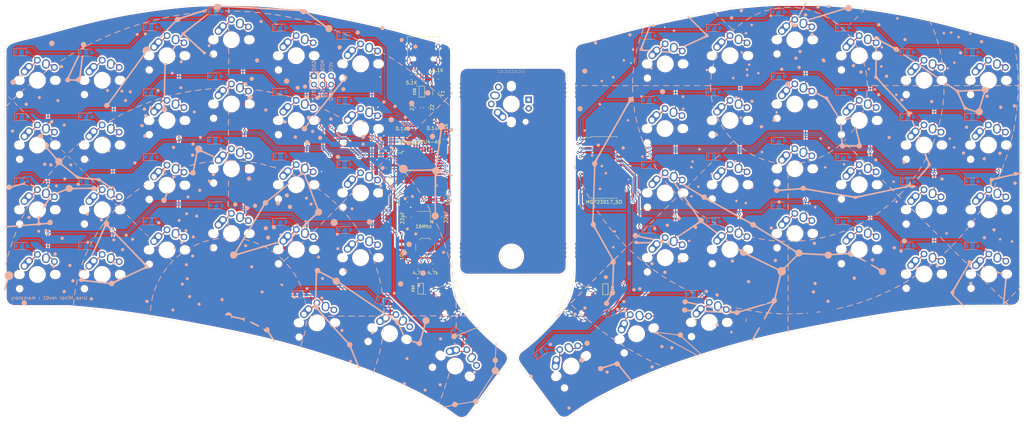
<source format=kicad_pcb>
(kicad_pcb (version 20171130) (host pcbnew 5.1.12)
  (layers (0 F.Cu signal) (31 B.Cu signal) (34 B.Paste user) (35 F.Paste user) (36 B.SilkS user) (37 F.SilkS user) (38 B.Mask user) (39 F.Mask user hide) (44 Edge.Cuts user))
  (net 0 "")
  (net 1 GND)
  (net 2 "Net-(C1-Pad1)")
  (net 3 "Net-(C2-Pad1)")
  (net 4 "Net-(C3-Pad1)")
  (net 5 +5V)
  (net 6 "Net-(D1-Pad2)")
  (net 7 Row0-L)
  (net 8 "Net-(D2-Pad2)")
  (net 9 "Net-(D3-Pad2)")
  (net 10 "Net-(D4-Pad2)")
  (net 11 "Net-(D5-Pad2)")
  (net 12 "Net-(D6-Pad2)")
  (net 13 "Net-(D7-Pad2)")
  (net 14 Row1-L)
  (net 15 "Net-(D8-Pad2)")
  (net 16 "Net-(D9-Pad2)")
  (net 17 "Net-(D10-Pad2)")
  (net 18 "Net-(D11-Pad2)")
  (net 19 "Net-(D12-Pad2)")
  (net 20 "Net-(D13-Pad2)")
  (net 21 Row2-L)
  (net 22 "Net-(D14-Pad2)")
  (net 23 "Net-(D15-Pad2)")
  (net 24 "Net-(D16-Pad2)")
  (net 25 "Net-(D17-Pad2)")
  (net 26 "Net-(D18-Pad2)")
  (net 27 "Net-(D19-Pad2)")
  (net 28 Row3-L)
  (net 29 "Net-(D20-Pad2)")
  (net 30 "Net-(D21-Pad2)")
  (net 31 "Net-(D22-Pad2)")
  (net 32 "Net-(D23-Pad2)")
  (net 33 "Net-(D24-Pad2)")
  (net 34 "Net-(D25-Pad2)")
  (net 35 "Net-(D26-Pad2)")
  (net 36 "Net-(D27-Pad2)")
  (net 37 "Net-(D28-Pad2)")
  (net 38 Row0-R)
  (net 39 "Net-(D29-Pad2)")
  (net 40 "Net-(D30-Pad2)")
  (net 41 "Net-(D31-Pad2)")
  (net 42 "Net-(D32-Pad2)")
  (net 43 "Net-(D33-Pad2)")
  (net 44 "Net-(D34-Pad2)")
  (net 45 Row1-R)
  (net 46 "Net-(D35-Pad2)")
  (net 47 "Net-(D36-Pad2)")
  (net 48 "Net-(D37-Pad2)")
  (net 49 "Net-(D38-Pad2)")
  (net 50 "Net-(D39-Pad2)")
  (net 51 "Net-(D40-Pad2)")
  (net 52 Row2-R)
  (net 53 "Net-(D41-Pad2)")
  (net 54 "Net-(D42-Pad2)")
  (net 55 "Net-(D43-Pad2)")
  (net 56 "Net-(D44-Pad2)")
  (net 57 "Net-(D45-Pad2)")
  (net 58 "Net-(D46-Pad2)")
  (net 59 Row3-R)
  (net 60 "Net-(D47-Pad2)")
  (net 61 "Net-(D48-Pad2)")
  (net 62 "Net-(D49-Pad2)")
  (net 63 "Net-(D50-Pad2)")
  (net 64 "Net-(D51-Pad2)")
  (net 65 "Net-(D52-Pad2)")
  (net 66 Row4-R)
  (net 67 "Net-(D53-Pad2)")
  (net 68 "Net-(D54-Pad2)")
  (net 69 VCC)
  (net 70 "Net-(J1-PadA5)")
  (net 71 "Net-(J1-PadA8)")
  (net 72 "Net-(J1-PadB8)")
  (net 73 "Net-(J1-PadB5)")
  (net 74 SCL-L)
  (net 75 SDA-L)
  (net 76 VBUS)
  (net 77 Col0)
  (net 78 Col1)
  (net 79 Col2)
  (net 80 Col3)
  (net 81 Col4)
  (net 82 Col5)
  (net 83 Col6)
  (net 84 Col7)
  (net 85 Col8)
  (net 86 Col9)
  (net 87 Col10)
  (net 88 Col11)
  (net 89 D-)
  (net 90 D+)
  (net 91 "Net-(R8-Pad2)")
  (net 92 SCL-R)
  (net 93 SDA-R)
  (net 94 "Net-(U1-Pad42)")
  (net 95 "Net-(U1-Pad38)")
  (net 96 "Net-(U1-Pad37)")
  (net 97 "Net-(U1-Pad36)")
  (net 98 "Net-(U1-Pad32)")
  (net 99 "Net-(U1-Pad31)")
  (net 100 Row4-L)
  (net 101 "Net-(U1-Pad22)")
  (net 102 "Net-(U1-Pad12)")
  (net 103 "Net-(U1-Pad8)")
  (net 104 "Net-(U1-Pad1)")
  (net 105 "Net-(U2-Pad28)")
  (net 106 "Net-(U2-Pad27)")
  (net 107 "Net-(U2-Pad20)")
  (net 108 "Net-(U2-Pad19)")
  (net 109 "Net-(U2-Pad14)")
  (net 110 "Net-(U2-Pad11)")
  (net 111 "Net-(U2-Pad8)")
  (net 112 "Net-(U2-Pad7)")
  (net 113 "Net-(U2-Pad6)")
  (net 114 "Net-(U1-Pad25)")
  (net 115 "Net-(U1-Pad21)")
  (net 116 "Net-(U1-Pad20)")
  (net 117 VSS)
  (net 118 "Net-(J2-PadA5)")
  (net 119 "Net-(J2-PadA8)")
  (net 120 "Net-(J2-PadB8)")
  (net 121 "Net-(J2-PadB5)")
  (net 122 "Net-(J3-PadA5)")
  (net 123 "Net-(J3-PadA8)")
  (net 124 "Net-(J3-PadB8)")
  (net 125 "Net-(J3-PadB5)")
  (net 126 "Net-(J4-Pad5)")
  (net 127 DN)
  (net 128 DP)
  (module Keebio-Parts:MX-Alps-Choc-1U-NoLED (layer F.Cu) (at 220.726 83.058)
    (fp_text reference MX40 hide)
    (fp_text value K2_6)
    (pad "" np_thru_hole circle (at -5.22 4.2 48.1) (size 1.2 1.2) (drill 1.2) (layers *.Cu *.Mask))
    (pad "" np_thru_hole circle (at 5.5 0 48.1) (size 1.7 1.7) (drill 1.7) (layers *.Cu *.Mask))
    (pad "" np_thru_hole circle (at -5.5 0 48.1) (size 1.7 1.7) (drill 1.7) (layers *.Cu *.Mask))
    (pad 2 thru_hole circle (at 0 -5.9) (size 2 2) (drill 1.2) (layers *.Cu *.Mask) (net 51 "Net-(D40-Pad2)"))
    (pad 1 thru_hole circle (at 5 -3.8) (size 2 2) (drill 1.2) (layers *.Cu *.Mask) (net 83 Col6))
    (pad "" np_thru_hole circle (at 5.08 0 48.0996) (size 1.75 1.75) (drill 1.75) (layers *.Cu *.Mask))
    (pad "" np_thru_hole circle (at -5.08 0 48.0996) (size 1.75 1.75) (drill 1.75) (layers *.Cu *.Mask))
    (pad 2 thru_hole circle (at -2.5 -4) (size 2.25 2.25) (drill 1.47) (layers *.Cu *.Mask) (net 51 "Net-(D40-Pad2)"))
    (pad "" np_thru_hole circle (at 0 0) (size 3.9878 3.9878) (drill 3.9878) (layers *.Cu *.Mask))
    (pad 2 thru_hole oval (at -3.81 -2.54 48.1) (size 4.211556 2.25) (drill 1.47 (offset 0.980778 0)) (layers *.Cu *.Mask) (net 51 "Net-(D40-Pad2)"))
    (pad 1 thru_hole circle (at 2.54 -5.08) (size 2.25 2.25) (drill 1.47) (layers *.Cu *.Mask) (net 83 Col6))
    (pad 1 thru_hole oval (at 2.5 -4.5 86.1) (size 2.831378 2.25) (drill 1.47 (offset 0.290689 0)) (layers *.Cu *.Mask) (net 83 Col6))
  )
  (module Keebio-Parts:breakaway-mousebites (layer F.Cu) (at 193.804 52.84 90)
    (fp_text reference REF** hide)
    (fp_text value breakaway-mousebites hide)
    (pad "" np_thru_hole circle (at -2.54 -0.254 90) (size 0.7874 0.7874) (drill 0.7874) (layers *.Cu *.Mask))
    (pad "" np_thru_hole circle (at -1.27 -0.254 90) (size 0.7874 0.7874) (drill 0.7874) (layers *.Cu *.Mask))
    (pad "" np_thru_hole circle (at 2.54 -0.254 90) (size 0.7874 0.7874) (drill 0.7874) (layers *.Cu *.Mask))
    (pad "" np_thru_hole circle (at 1.27 -0.254 90) (size 0.7874 0.7874) (drill 0.7874) (layers *.Cu *.Mask))
    (pad "" np_thru_hole circle (at 0 -0.254 90) (size 0.7874 0.7874) (drill 0.7874) (layers *.Cu *.Mask))
  )
  (module Keebio-Parts:breakaway-mousebites (layer F.Cu) (at 192.604 52.84 90)
    (fp_text reference REF** hide)
    (fp_text value breakaway-mousebites hide)
    (pad "" np_thru_hole circle (at -2.54 -0.254 90) (size 0.7874 0.7874) (drill 0.7874) (layers *.Cu *.Mask))
    (pad "" np_thru_hole circle (at -1.27 -0.254 90) (size 0.7874 0.7874) (drill 0.7874) (layers *.Cu *.Mask))
    (pad "" np_thru_hole circle (at 2.54 -0.254 90) (size 0.7874 0.7874) (drill 0.7874) (layers *.Cu *.Mask))
    (pad "" np_thru_hole circle (at 1.27 -0.254 90) (size 0.7874 0.7874) (drill 0.7874) (layers *.Cu *.Mask))
    (pad "" np_thru_hole circle (at 0 -0.254 90) (size 0.7874 0.7874) (drill 0.7874) (layers *.Cu *.Mask))
  )
  (module Keebio-Parts:breakaway-mousebites (layer F.Cu) (at 193.804 99.94 90)
    (fp_text reference REF** hide)
    (fp_text value breakaway-mousebites hide)
    (pad "" np_thru_hole circle (at 0 -0.254 90) (size 0.7874 0.7874) (drill 0.7874) (layers *.Cu *.Mask))
    (pad "" np_thru_hole circle (at 1.27 -0.254 90) (size 0.7874 0.7874) (drill 0.7874) (layers *.Cu *.Mask))
    (pad "" np_thru_hole circle (at 2.54 -0.254 90) (size 0.7874 0.7874) (drill 0.7874) (layers *.Cu *.Mask))
    (pad "" np_thru_hole circle (at -1.27 -0.254 90) (size 0.7874 0.7874) (drill 0.7874) (layers *.Cu *.Mask))
    (pad "" np_thru_hole circle (at -2.54 -0.254 90) (size 0.7874 0.7874) (drill 0.7874) (layers *.Cu *.Mask))
  )
  (module Keebio-Parts:breakaway-mousebites (layer F.Cu) (at 192.604 99.94 90)
    (fp_text reference REF** hide)
    (fp_text value breakaway-mousebites hide)
    (pad "" np_thru_hole circle (at 0 -0.254 90) (size 0.7874 0.7874) (drill 0.7874) (layers *.Cu *.Mask))
    (pad "" np_thru_hole circle (at 1.27 -0.254 90) (size 0.7874 0.7874) (drill 0.7874) (layers *.Cu *.Mask))
    (pad "" np_thru_hole circle (at 2.54 -0.254 90) (size 0.7874 0.7874) (drill 0.7874) (layers *.Cu *.Mask))
    (pad "" np_thru_hole circle (at -1.27 -0.254 90) (size 0.7874 0.7874) (drill 0.7874) (layers *.Cu *.Mask))
    (pad "" np_thru_hole circle (at -2.54 -0.254 90) (size 0.7874 0.7874) (drill 0.7874) (layers *.Cu *.Mask))
  )
  (module Keebio-Parts:breakaway-mousebites (layer F.Cu) (at 158.65 99.95 90)
    (fp_text reference REF** hide)
    (fp_text value breakaway-mousebites hide)
    (pad "" np_thru_hole circle (at 0 -0.254 90) (size 0.7874 0.7874) (drill 0.7874) (layers *.Cu *.Mask))
    (pad "" np_thru_hole circle (at 1.27 -0.254 90) (size 0.7874 0.7874) (drill 0.7874) (layers *.Cu *.Mask))
    (pad "" np_thru_hole circle (at 2.54 -0.254 90) (size 0.7874 0.7874) (drill 0.7874) (layers *.Cu *.Mask))
    (pad "" np_thru_hole circle (at -1.27 -0.254 90) (size 0.7874 0.7874) (drill 0.7874) (layers *.Cu *.Mask))
    (pad "" np_thru_hole circle (at -2.54 -0.254 90) (size 0.7874 0.7874) (drill 0.7874) (layers *.Cu *.Mask))
  )
  (module Keebio-Parts:breakaway-mousebites (layer F.Cu) (at 159.904 99.94 90)
    (fp_text reference REF** hide)
    (fp_text value breakaway-mousebites hide)
    (pad "" np_thru_hole circle (at -2.54 -0.254 90) (size 0.7874 0.7874) (drill 0.7874) (layers *.Cu *.Mask))
    (pad "" np_thru_hole circle (at -1.27 -0.254 90) (size 0.7874 0.7874) (drill 0.7874) (layers *.Cu *.Mask))
    (pad "" np_thru_hole circle (at 2.54 -0.254 90) (size 0.7874 0.7874) (drill 0.7874) (layers *.Cu *.Mask))
    (pad "" np_thru_hole circle (at 1.27 -0.254 90) (size 0.7874 0.7874) (drill 0.7874) (layers *.Cu *.Mask))
    (pad "" np_thru_hole circle (at 0 -0.254 90) (size 0.7874 0.7874) (drill 0.7874) (layers *.Cu *.Mask))
  )
  (module Keebio-Parts:breakaway-mousebites (layer F.Cu) (at 159.9 52.85 90)
    (fp_text reference REF** hide)
    (fp_text value breakaway-mousebites hide)
    (pad "" np_thru_hole circle (at 0 -0.254 90) (size 0.7874 0.7874) (drill 0.7874) (layers *.Cu *.Mask))
    (pad "" np_thru_hole circle (at 1.27 -0.254 90) (size 0.7874 0.7874) (drill 0.7874) (layers *.Cu *.Mask))
    (pad "" np_thru_hole circle (at 2.54 -0.254 90) (size 0.7874 0.7874) (drill 0.7874) (layers *.Cu *.Mask))
    (pad "" np_thru_hole circle (at -1.27 -0.254 90) (size 0.7874 0.7874) (drill 0.7874) (layers *.Cu *.Mask))
    (pad "" np_thru_hole circle (at -2.54 -0.254 90) (size 0.7874 0.7874) (drill 0.7874) (layers *.Cu *.Mask))
  )
  (module Keebio-Parts:breakaway-mousebites (layer F.Cu) (at 158.65 52.85 90)
    (fp_text reference REF** hide)
    (fp_text value breakaway-mousebites hide)
    (pad "" np_thru_hole circle (at -2.54 -0.254 90) (size 0.7874 0.7874) (drill 0.7874) (layers *.Cu *.Mask))
    (pad "" np_thru_hole circle (at -1.27 -0.254 90) (size 0.7874 0.7874) (drill 0.7874) (layers *.Cu *.Mask))
    (pad "" np_thru_hole circle (at 2.54 -0.254 90) (size 0.7874 0.7874) (drill 0.7874) (layers *.Cu *.Mask))
    (pad "" np_thru_hole circle (at 1.27 -0.254 90) (size 0.7874 0.7874) (drill 0.7874) (layers *.Cu *.Mask))
    (pad "" np_thru_hole circle (at 0 -0.254 90) (size 0.7874 0.7874) (drill 0.7874) (layers *.Cu *.Mask))
  )
  (module v01:constellation-right (layer B.Cu) (at 251.4 88.1 180)
    (fp_text reference G*** hide)
    (fp_text value LOGO hide)
  )
  (module v01:constellation-left (layer B.Cu) (at 100.6 87.7 180)
    (fp_text reference G*** hide)
    (fp_text value LOGO hide)
  )
  (module Keebio-Parts:SOT-143B (layer F.Cu) (at 203.15 111.4 90)
    (fp_text reference U5)
    (fp_text value PRTR5V0U2X hide)
    (fp_text user ESD (at 0 2.1 90) (layer F.SilkS) (effects (font (size 0.7 0.7))))
    (pad 4 smd rect (at -0.95 -1 90) (size 0.6 0.7) (layers F.Cu F.Paste F.Mask) (net 76 VBUS))
    (pad 3 smd rect (at 0.95 -1 90) (size 0.6 0.7) (layers F.Cu F.Paste F.Mask) (net 92 SCL-R))
    (pad 2 smd rect (at 0.95 1 90) (size 0.6 0.7) (layers F.Cu F.Paste F.Mask) (net 93 SDA-R))
    (pad 1 smd rect (at -0.75 1 90) (size 1 0.7) (layers F.Cu F.Paste F.Mask) (net 117 VSS))
  )
  (module Keebio-Parts:SOT-143B (layer F.Cu) (at 148.85 111.25 90)
    (fp_text reference U4)
    (fp_text value PRTR5V0U2X hide)
    (fp_text user ESD (at 0.05 -2.2 90) (layer F.SilkS) (effects (font (size 0.7 0.7))))
    (pad 4 smd rect (at -0.95 -1 90) (size 0.6 0.7) (layers F.Cu F.Paste F.Mask) (net 5 +5V))
    (pad 3 smd rect (at 0.95 -1 90) (size 0.6 0.7) (layers F.Cu F.Paste F.Mask) (net 74 SCL-L))
    (pad 2 smd rect (at 0.95 1 90) (size 0.6 0.7) (layers F.Cu F.Paste F.Mask) (net 75 SDA-L))
    (pad 1 smd rect (at -0.75 1 90) (size 1 0.7) (layers F.Cu F.Paste F.Mask) (net 1 GND))
  )
  (module Keebio-Parts:SOT-143B (layer F.Cu) (at 149.1902 53.23836 270)
    (fp_text reference U3)
    (fp_text value PRTR5V0U2X hide)
    (fp_text user ESD (at 0 2.1 90) (layer F.SilkS) (effects (font (size 0.7 0.7))))
    (pad 4 smd rect (at -0.95 -1 270) (size 0.6 0.7) (layers F.Cu F.Paste F.Mask) (net 69 VCC))
    (pad 3 smd rect (at 0.95 -1 270) (size 0.6 0.7) (layers F.Cu F.Paste F.Mask) (net 127 DN))
    (pad 2 smd rect (at 0.95 1 270) (size 0.6 0.7) (layers F.Cu F.Paste F.Mask) (net 128 DP))
    (pad 1 smd rect (at -0.75 1 270) (size 1 0.7) (layers F.Cu F.Paste F.Mask) (net 1 GND))
  )
  (module Fuse:Fuse_1206_3216Metric_Pad1.42x1.75mm_HandSolder (layer F.Cu) (at 153.289 53.721 90)
    (fp_text reference F1 (at 0 2.03708 90) (layer F.SilkS))
    (fp_text value 500mA)
    (pad 2 smd roundrect (at 1.4875 0 90) (size 1.425 1.75) (layers F.Cu F.Paste F.Mask) (roundrect_rratio 0.1754385964912281) (net 69 VCC))
    (pad 1 smd roundrect (at -1.4875 0 90) (size 1.425 1.75) (layers F.Cu F.Paste F.Mask) (roundrect_rratio 0.1754385964912281) (net 5 +5V))
  )
  (module random-keyboard-parts:Reset_Pretty-Mask (layer B.Cu) (at 119.99976 49.90084 90)
    (fp_text reference J4)
    (fp_text value AVR-ISP-6)
    (fp_text user MISO (at -4.25 2.5 90) (layer B.SilkS) (effects (justify mirror)))
    (fp_text user VCC (at 4 2.5 90) (layer B.SilkS) (effects (justify mirror)))
    (fp_text user SCK (at -4 0 90) (layer B.SilkS) (effects (justify mirror)))
    (fp_text user MOSI (at 4.25 0 90) (layer B.SilkS) (effects (justify mirror)))
    (fp_text user RST (at -4.25 -2.5 90) (layer B.SilkS) (effects (justify mirror)))
    (fp_text user GND (at 4.25 -2.5 90) (layer B.SilkS) (effects (justify mirror)))
    (pad 6 thru_hole rect (at 1.27 -2.54 90) (size 1.7 1.7) (drill 1) (layers *.Cu B.Mask) (net 1 GND))
    (pad 5 thru_hole circle (at -1.27 -2.54 90) (size 1.7 1.7) (drill 1) (layers *.Cu B.Mask) (net 126 "Net-(J4-Pad5)"))
    (pad 4 thru_hole circle (at 1.27 0 90) (size 1.7 1.7) (drill 1) (layers *.Cu B.Mask) (net 78 Col1))
    (pad 3 thru_hole circle (at -1.27 0 90) (size 1.7 1.7) (drill 1) (layers *.Cu B.Mask) (net 21 Row2-L))
    (pad 2 thru_hole circle (at 1.27 2.54 90) (size 1.7 1.7) (drill 1) (layers *.Cu B.Mask) (net 5 +5V))
    (pad 1 thru_hole circle (at -1.27 2.54 90) (size 1.7 1.7) (drill 1) (layers *.Cu B.Mask) (net 77 Col0))
  )
  (module Connector_USB:USB_C_Receptacle_HRO_TYPE-C-31-M-12 (layer F.Cu) (at 157.338431 114.717365 110)
    (fp_text reference J2)
    (fp_text value I2C-L)
    (pad B1 smd rect (at 3.25 -4.045 110) (size 0.6 1.45) (layers F.Cu F.Paste F.Mask) (net 1 GND))
    (pad A9 smd rect (at 2.45 -4.045 110) (size 0.6 1.45) (layers F.Cu F.Paste F.Mask) (net 5 +5V))
    (pad B9 smd rect (at -2.45 -4.045 110) (size 0.6 1.45) (layers F.Cu F.Paste F.Mask) (net 5 +5V))
    (pad B12 smd rect (at -3.25 -4.045 110) (size 0.6 1.45) (layers F.Cu F.Paste F.Mask) (net 1 GND))
    (pad A1 smd rect (at -3.25 -4.045 110) (size 0.6 1.45) (layers F.Cu F.Paste F.Mask) (net 1 GND))
    (pad A4 smd rect (at -2.45 -4.045 110) (size 0.6 1.45) (layers F.Cu F.Paste F.Mask) (net 5 +5V))
    (pad B4 smd rect (at 2.45 -4.045 110) (size 0.6 1.45) (layers F.Cu F.Paste F.Mask) (net 5 +5V))
    (pad A12 smd rect (at 3.25 -4.045 110) (size 0.6 1.45) (layers F.Cu F.Paste F.Mask) (net 1 GND))
    (pad B8 smd rect (at -1.75 -4.045 110) (size 0.3 1.45) (layers F.Cu F.Paste F.Mask) (net 120 "Net-(J2-PadB8)"))
    (pad A5 smd rect (at -1.25 -4.045 110) (size 0.3 1.45) (layers F.Cu F.Paste F.Mask) (net 118 "Net-(J2-PadA5)"))
    (pad B7 smd rect (at -0.75 -4.045 110) (size 0.3 1.45) (layers F.Cu F.Paste F.Mask) (net 74 SCL-L))
    (pad A7 smd rect (at 0.25 -4.045 110) (size 0.3 1.45) (layers F.Cu F.Paste F.Mask) (net 74 SCL-L))
    (pad B6 smd rect (at 0.75 -4.045 110) (size 0.3 1.45) (layers F.Cu F.Paste F.Mask) (net 75 SDA-L))
    (pad A8 smd rect (at 1.25 -4.045 110) (size 0.3 1.45) (layers F.Cu F.Paste F.Mask) (net 119 "Net-(J2-PadA8)"))
    (pad B5 smd rect (at 1.75 -4.045 110) (size 0.3 1.45) (layers F.Cu F.Paste F.Mask) (net 121 "Net-(J2-PadB5)"))
    (pad A6 smd rect (at -0.25 -4.045 110) (size 0.3 1.45) (layers F.Cu F.Paste F.Mask) (net 75 SDA-L))
    (pad S1 thru_hole oval (at 4.32 -3.13 110) (size 1 2.1) (drill oval 0.6 1.7) (layers *.Cu *.Mask) (net 1 GND))
    (pad S1 thru_hole oval (at -4.32 -3.13 110) (size 1 2.1) (drill oval 0.6 1.7) (layers *.Cu *.Mask) (net 1 GND))
    (pad "" np_thru_hole circle (at -2.89 -2.6 110) (size 0.65 0.65) (drill 0.65) (layers *.Cu *.Mask))
    (pad S1 thru_hole oval (at -4.32 1.05 110) (size 1 1.6) (drill oval 0.6 1.2) (layers *.Cu *.Mask) (net 1 GND))
    (pad "" np_thru_hole circle (at 2.89 -2.6 110) (size 0.65 0.65) (drill 0.65) (layers *.Cu *.Mask))
    (pad S1 thru_hole oval (at 4.32 1.05 110) (size 1 1.6) (drill oval 0.6 1.2) (layers *.Cu *.Mask) (net 1 GND))
  )
  (module Connector_USB:USB_C_Receptacle_HRO_TYPE-C-31-M-12 (layer F.Cu) (at 194.76911 114.730793 250)
    (fp_text reference J3)
    (fp_text value I2C-R)
    (pad B1 smd rect (at 3.25 -4.045 250) (size 0.6 1.45) (layers F.Cu F.Paste F.Mask) (net 117 VSS))
    (pad A9 smd rect (at 2.45 -4.045 250) (size 0.6 1.45) (layers F.Cu F.Paste F.Mask) (net 76 VBUS))
    (pad B9 smd rect (at -2.45 -4.045 250) (size 0.6 1.45) (layers F.Cu F.Paste F.Mask) (net 76 VBUS))
    (pad B12 smd rect (at -3.25 -4.045 250) (size 0.6 1.45) (layers F.Cu F.Paste F.Mask) (net 117 VSS))
    (pad A1 smd rect (at -3.25 -4.045 250) (size 0.6 1.45) (layers F.Cu F.Paste F.Mask) (net 117 VSS))
    (pad A4 smd rect (at -2.45 -4.045 250) (size 0.6 1.45) (layers F.Cu F.Paste F.Mask) (net 76 VBUS))
    (pad B4 smd rect (at 2.45 -4.045 250) (size 0.6 1.45) (layers F.Cu F.Paste F.Mask) (net 76 VBUS))
    (pad A12 smd rect (at 3.25 -4.045 250) (size 0.6 1.45) (layers F.Cu F.Paste F.Mask) (net 117 VSS))
    (pad B8 smd rect (at -1.75 -4.045 250) (size 0.3 1.45) (layers F.Cu F.Paste F.Mask) (net 124 "Net-(J3-PadB8)"))
    (pad A5 smd rect (at -1.25 -4.045 250) (size 0.3 1.45) (layers F.Cu F.Paste F.Mask) (net 122 "Net-(J3-PadA5)"))
    (pad B7 smd rect (at -0.75 -4.045 250) (size 0.3 1.45) (layers F.Cu F.Paste F.Mask) (net 92 SCL-R))
    (pad A7 smd rect (at 0.25 -4.045 250) (size 0.3 1.45) (layers F.Cu F.Paste F.Mask) (net 92 SCL-R))
    (pad B6 smd rect (at 0.75 -4.045 250) (size 0.3 1.45) (layers F.Cu F.Paste F.Mask) (net 93 SDA-R))
    (pad A8 smd rect (at 1.25 -4.045 250) (size 0.3 1.45) (layers F.Cu F.Paste F.Mask) (net 123 "Net-(J3-PadA8)"))
    (pad B5 smd rect (at 1.75 -4.045 250) (size 0.3 1.45) (layers F.Cu F.Paste F.Mask) (net 125 "Net-(J3-PadB5)"))
    (pad A6 smd rect (at -0.25 -4.045 250) (size 0.3 1.45) (layers F.Cu F.Paste F.Mask) (net 93 SDA-R))
    (pad S1 thru_hole oval (at 4.32 -3.13 250) (size 1 2.1) (drill oval 0.6 1.7) (layers *.Cu *.Mask) (net 117 VSS))
    (pad S1 thru_hole oval (at -4.32 -3.13 250) (size 1 2.1) (drill oval 0.6 1.7) (layers *.Cu *.Mask) (net 117 VSS))
    (pad "" np_thru_hole circle (at -2.89 -2.6 250) (size 0.65 0.65) (drill 0.65) (layers *.Cu *.Mask))
    (pad S1 thru_hole oval (at -4.32 1.05 250) (size 1 1.6) (drill oval 0.6 1.2) (layers *.Cu *.Mask) (net 117 VSS))
    (pad "" np_thru_hole circle (at 2.89 -2.6 250) (size 0.65 0.65) (drill 0.65) (layers *.Cu *.Mask))
    (pad S1 thru_hole oval (at 4.32 1.05 250) (size 1 1.6) (drill oval 0.6 1.2) (layers *.Cu *.Mask) (net 117 VSS))
  )
  (module Connector_USB:USB_C_Receptacle_HRO_TYPE-C-31-M-12 (layer F.Cu) (at 149.6675 41.0152 180)
    (fp_text reference J1)
    (fp_text value USB_C_Receptacle_USB2.0)
    (pad B1 smd rect (at 3.25 -4.045 180) (size 0.6 1.45) (layers F.Cu F.Paste F.Mask) (net 1 GND))
    (pad A9 smd rect (at 2.45 -4.045 180) (size 0.6 1.45) (layers F.Cu F.Paste F.Mask) (net 69 VCC))
    (pad B9 smd rect (at -2.45 -4.045 180) (size 0.6 1.45) (layers F.Cu F.Paste F.Mask) (net 69 VCC))
    (pad B12 smd rect (at -3.25 -4.045 180) (size 0.6 1.45) (layers F.Cu F.Paste F.Mask) (net 1 GND))
    (pad A1 smd rect (at -3.25 -4.045 180) (size 0.6 1.45) (layers F.Cu F.Paste F.Mask) (net 1 GND))
    (pad A4 smd rect (at -2.45 -4.045 180) (size 0.6 1.45) (layers F.Cu F.Paste F.Mask) (net 69 VCC))
    (pad B4 smd rect (at 2.45 -4.045 180) (size 0.6 1.45) (layers F.Cu F.Paste F.Mask) (net 69 VCC))
    (pad A12 smd rect (at 3.25 -4.045 180) (size 0.6 1.45) (layers F.Cu F.Paste F.Mask) (net 1 GND))
    (pad B8 smd rect (at -1.75 -4.045 180) (size 0.3 1.45) (layers F.Cu F.Paste F.Mask) (net 72 "Net-(J1-PadB8)"))
    (pad A5 smd rect (at -1.25 -4.045 180) (size 0.3 1.45) (layers F.Cu F.Paste F.Mask) (net 70 "Net-(J1-PadA5)"))
    (pad B7 smd rect (at -0.75 -4.045 180) (size 0.3 1.45) (layers F.Cu F.Paste F.Mask) (net 127 DN))
    (pad A7 smd rect (at 0.25 -4.045 180) (size 0.3 1.45) (layers F.Cu F.Paste F.Mask) (net 127 DN))
    (pad B6 smd rect (at 0.75 -4.045 180) (size 0.3 1.45) (layers F.Cu F.Paste F.Mask) (net 128 DP))
    (pad A8 smd rect (at 1.25 -4.045 180) (size 0.3 1.45) (layers F.Cu F.Paste F.Mask) (net 71 "Net-(J1-PadA8)"))
    (pad B5 smd rect (at 1.75 -4.045 180) (size 0.3 1.45) (layers F.Cu F.Paste F.Mask) (net 73 "Net-(J1-PadB5)"))
    (pad A6 smd rect (at -0.25 -4.045 180) (size 0.3 1.45) (layers F.Cu F.Paste F.Mask) (net 128 DP))
    (pad S1 thru_hole oval (at 4.32 -3.13 180) (size 1 2.1) (drill oval 0.6 1.7) (layers *.Cu *.Mask) (net 1 GND))
    (pad S1 thru_hole oval (at -4.32 -3.13 180) (size 1 2.1) (drill oval 0.6 1.7) (layers *.Cu *.Mask) (net 1 GND))
    (pad "" np_thru_hole circle (at -2.89 -2.6 180) (size 0.65 0.65) (drill 0.65) (layers *.Cu *.Mask))
    (pad S1 thru_hole oval (at -4.32 1.05 180) (size 1 1.6) (drill oval 0.6 1.2) (layers *.Cu *.Mask) (net 1 GND))
    (pad "" np_thru_hole circle (at 2.89 -2.6 180) (size 0.65 0.65) (drill 0.65) (layers *.Cu *.Mask))
    (pad S1 thru_hole oval (at 4.32 1.05 180) (size 1 1.6) (drill oval 0.6 1.2) (layers *.Cu *.Mask) (net 1 GND))
  )
  (module Resistor_SMD:R_0805_2012Metric (layer F.Cu) (at 152.459161 104.696241 180)
    (fp_text reference R7)
    (fp_text value 4.7k (at 0.059161 -1.903759) (layer F.SilkS))
    (pad 2 smd roundrect (at 0.9125 0 180) (size 1.025 1.4) (layers F.Cu F.Paste F.Mask) (roundrect_rratio 0.2439004878048781) (net 75 SDA-L))
    (pad 1 smd roundrect (at -0.9125 0 180) (size 1.025 1.4) (layers F.Cu F.Paste F.Mask) (roundrect_rratio 0.2439004878048781) (net 5 +5V))
  )
  (module Resistor_SMD:R_0805_2012Metric (layer F.Cu) (at 148.049161 104.696241 180)
    (fp_text reference R6)
    (fp_text value 4.7k (at 0.017961 -1.902479) (layer F.SilkS))
    (pad 2 smd roundrect (at 0.9125 0 180) (size 1.025 1.4) (layers F.Cu F.Paste F.Mask) (roundrect_rratio 0.2439004878048781) (net 5 +5V))
    (pad 1 smd roundrect (at -0.9125 0 180) (size 1.025 1.4) (layers F.Cu F.Paste F.Mask) (roundrect_rratio 0.2439004878048781) (net 74 SCL-L))
  )
  (module Diode_SMD:D_SOD-123 (layer B.Cu) (at 228.98 112.776)
    (fp_text reference D54 hide)
    (fp_text value 1N4148W)
    (pad 2 smd rect (at 1.65 0) (size 0.9 1.2) (layers B.Cu B.Paste B.Mask) (net 68 "Net-(D54-Pad2)"))
    (pad 1 smd rect (at -1.65 0) (size 0.9 1.2) (layers B.Cu B.Paste B.Mask) (net 66 Row4-R))
  )
  (module Diode_SMD:D_SOD-123 (layer B.Cu) (at 205.272734 117.967447 18.5)
    (fp_text reference D53 hide)
    (fp_text value 1N4148W)
    (pad 2 smd rect (at 1.65 0 18.5) (size 0.9 1.2) (layers B.Cu B.Paste B.Mask) (net 67 "Net-(D53-Pad2)"))
    (pad 1 smd rect (at -1.65 0 18.5) (size 0.9 1.2) (layers B.Cu B.Paste B.Mask) (net 66 Row4-R))
  )
  (module Diode_SMD:D_SOD-123 (layer B.Cu) (at 184.404 129.921 34.5)
    (fp_text reference D52 hide)
    (fp_text value 1N4148W)
    (pad 2 smd rect (at 1.65 0 34.5) (size 0.9 1.2) (layers B.Cu B.Paste B.Mask) (net 65 "Net-(D52-Pad2)"))
    (pad 1 smd rect (at -1.65 0 34.5) (size 0.9 1.2) (layers B.Cu B.Paste B.Mask) (net 66 Row4-R))
  )
  (module Diode_SMD:D_SOD-123 (layer B.Cu) (at 311.024 98.679)
    (fp_text reference D51 hide)
    (fp_text value 1N4148W)
    (pad 2 smd rect (at 1.65 0) (size 0.9 1.2) (layers B.Cu B.Paste B.Mask) (net 64 "Net-(D51-Pad2)"))
    (pad 1 smd rect (at -1.65 0) (size 0.9 1.2) (layers B.Cu B.Paste B.Mask) (net 59 Row3-R))
  )
  (module Diode_SMD:D_SOD-123 (layer B.Cu) (at 292.099 98.552)
    (fp_text reference D50 hide)
    (fp_text value 1N4148W)
    (pad 2 smd rect (at 1.65 0) (size 0.9 1.2) (layers B.Cu B.Paste B.Mask) (net 63 "Net-(D50-Pad2)"))
    (pad 1 smd rect (at -1.65 0) (size 0.9 1.2) (layers B.Cu B.Paste B.Mask) (net 59 Row3-R))
  )
  (module Diode_SMD:D_SOD-123 (layer B.Cu) (at 273.05 91.313)
    (fp_text reference D49 hide)
    (fp_text value 1N4148W)
    (pad 2 smd rect (at 1.65 0) (size 0.9 1.2) (layers B.Cu B.Paste B.Mask) (net 62 "Net-(D49-Pad2)"))
    (pad 1 smd rect (at -1.65 0) (size 0.9 1.2) (layers B.Cu B.Paste B.Mask) (net 59 Row3-R))
  )
  (module Diode_SMD:D_SOD-123 (layer B.Cu) (at 254.128 86.741)
    (fp_text reference D48 hide)
    (fp_text value 1N4148W)
    (pad 2 smd rect (at 1.65 0) (size 0.9 1.2) (layers B.Cu B.Paste B.Mask) (net 61 "Net-(D48-Pad2)"))
    (pad 1 smd rect (at -1.65 0) (size 0.9 1.2) (layers B.Cu B.Paste B.Mask) (net 59 Row3-R))
  )
  (module Diode_SMD:D_SOD-123 (layer B.Cu) (at 235.076 91.44)
    (fp_text reference D47 hide)
    (fp_text value 1N4148W)
    (pad 2 smd rect (at 1.65 0) (size 0.9 1.2) (layers B.Cu B.Paste B.Mask) (net 60 "Net-(D47-Pad2)"))
    (pad 1 smd rect (at -1.65 0) (size 0.9 1.2) (layers B.Cu B.Paste B.Mask) (net 59 Row3-R))
  )
  (module Diode_SMD:D_SOD-123 (layer B.Cu) (at 216.155 93.853)
    (fp_text reference D46 hide)
    (fp_text value 1N4148W)
    (pad 2 smd rect (at 1.65 0) (size 0.9 1.2) (layers B.Cu B.Paste B.Mask) (net 58 "Net-(D46-Pad2)"))
    (pad 1 smd rect (at -1.65 0) (size 0.9 1.2) (layers B.Cu B.Paste B.Mask) (net 59 Row3-R))
  )
  (module Diode_SMD:D_SOD-123 (layer B.Cu) (at 311.023 79.629)
    (fp_text reference D45 hide)
    (fp_text value 1N4148W)
    (pad 2 smd rect (at 1.65 0) (size 0.9 1.2) (layers B.Cu B.Paste B.Mask) (net 57 "Net-(D45-Pad2)"))
    (pad 1 smd rect (at -1.65 0) (size 0.9 1.2) (layers B.Cu B.Paste B.Mask) (net 52 Row2-R))
  )
  (module Diode_SMD:D_SOD-123 (layer B.Cu) (at 292.101 79.756)
    (fp_text reference D44 hide)
    (fp_text value 1N4148W)
    (pad 2 smd rect (at 1.65 0) (size 0.9 1.2) (layers B.Cu B.Paste B.Mask) (net 56 "Net-(D44-Pad2)"))
    (pad 1 smd rect (at -1.65 0) (size 0.9 1.2) (layers B.Cu B.Paste B.Mask) (net 52 Row2-R))
  )
  (module Diode_SMD:D_SOD-123 (layer B.Cu) (at 273.05 72.517)
    (fp_text reference D43 hide)
    (fp_text value 1N4148W)
    (pad 2 smd rect (at 1.65 0) (size 0.9 1.2) (layers B.Cu B.Paste B.Mask) (net 55 "Net-(D43-Pad2)"))
    (pad 1 smd rect (at -1.65 0) (size 0.9 1.2) (layers B.Cu B.Paste B.Mask) (net 52 Row2-R))
  )
  (module Diode_SMD:D_SOD-123 (layer B.Cu) (at 254.127 67.691)
    (fp_text reference D42 hide)
    (fp_text value 1N4148W)
    (pad 2 smd rect (at 1.65 0) (size 0.9 1.2) (layers B.Cu B.Paste B.Mask) (net 54 "Net-(D42-Pad2)"))
    (pad 1 smd rect (at -1.65 0) (size 0.9 1.2) (layers B.Cu B.Paste B.Mask) (net 52 Row2-R))
  )
  (module Diode_SMD:D_SOD-123 (layer B.Cu) (at 235.077 72.39)
    (fp_text reference D41 hide)
    (fp_text value 1N4148W)
    (pad 2 smd rect (at 1.65 0) (size 0.9 1.2) (layers B.Cu B.Paste B.Mask) (net 53 "Net-(D41-Pad2)"))
    (pad 1 smd rect (at -1.65 0) (size 0.9 1.2) (layers B.Cu B.Paste B.Mask) (net 52 Row2-R))
  )
  (module Diode_SMD:D_SOD-123 (layer B.Cu) (at 216.027 74.803)
    (fp_text reference D40 hide)
    (fp_text value 1N4148W)
    (pad 2 smd rect (at 1.65 0) (size 0.9 1.2) (layers B.Cu B.Paste B.Mask) (net 51 "Net-(D40-Pad2)"))
    (pad 1 smd rect (at -1.65 0) (size 0.9 1.2) (layers B.Cu B.Paste B.Mask) (net 52 Row2-R))
  )
  (module Diode_SMD:D_SOD-123 (layer B.Cu) (at 311.023 60.706)
    (fp_text reference D39 hide)
    (fp_text value 1N4148W)
    (pad 2 smd rect (at 1.65 0) (size 0.9 1.2) (layers B.Cu B.Paste B.Mask) (net 50 "Net-(D39-Pad2)"))
    (pad 1 smd rect (at -1.65 0) (size 0.9 1.2) (layers B.Cu B.Paste B.Mask) (net 45 Row1-R))
  )
  (module Diode_SMD:D_SOD-123 (layer B.Cu) (at 291.973 60.706)
    (fp_text reference D38 hide)
    (fp_text value 1N4148W)
    (pad 2 smd rect (at 1.65 0) (size 0.9 1.2) (layers B.Cu B.Paste B.Mask) (net 49 "Net-(D38-Pad2)"))
    (pad 1 smd rect (at -1.65 0) (size 0.9 1.2) (layers B.Cu B.Paste B.Mask) (net 45 Row1-R))
  )
  (module Diode_SMD:D_SOD-123 (layer B.Cu) (at 273.05 53.34)
    (fp_text reference D37 hide)
    (fp_text value 1N4148W)
    (pad 2 smd rect (at 1.65 0) (size 0.9 1.2) (layers B.Cu B.Paste B.Mask) (net 48 "Net-(D37-Pad2)"))
    (pad 1 smd rect (at -1.65 0) (size 0.9 1.2) (layers B.Cu B.Paste B.Mask) (net 45 Row1-R))
  )
  (module Diode_SMD:D_SOD-123 (layer B.Cu) (at 254.127 48.768)
    (fp_text reference D36 hide)
    (fp_text value 1N4148W)
    (pad 2 smd rect (at 1.65 0) (size 0.9 1.2) (layers B.Cu B.Paste B.Mask) (net 47 "Net-(D36-Pad2)"))
    (pad 1 smd rect (at -1.65 0) (size 0.9 1.2) (layers B.Cu B.Paste B.Mask) (net 45 Row1-R))
  )
  (module Diode_SMD:D_SOD-123 (layer B.Cu) (at 234.95 53.467)
    (fp_text reference D35 hide)
    (fp_text value 1N4148W)
    (pad 2 smd rect (at 1.65 0) (size 0.9 1.2) (layers B.Cu B.Paste B.Mask) (net 46 "Net-(D35-Pad2)"))
    (pad 1 smd rect (at -1.65 0) (size 0.9 1.2) (layers B.Cu B.Paste B.Mask) (net 45 Row1-R))
  )
  (module Diode_SMD:D_SOD-123 (layer B.Cu) (at 216.027 55.753)
    (fp_text reference D34 hide)
    (fp_text value 1N4148W)
    (pad 2 smd rect (at 1.65 0) (size 0.9 1.2) (layers B.Cu B.Paste B.Mask) (net 44 "Net-(D34-Pad2)"))
    (pad 1 smd rect (at -1.65 0) (size 0.9 1.2) (layers B.Cu B.Paste B.Mask) (net 45 Row1-R))
  )
  (module Diode_SMD:D_SOD-123 (layer B.Cu) (at 311.023 41.656)
    (fp_text reference D33 hide)
    (fp_text value 1N4148W)
    (pad 2 smd rect (at 1.65 0) (size 0.9 1.2) (layers B.Cu B.Paste B.Mask) (net 43 "Net-(D33-Pad2)"))
    (pad 1 smd rect (at -1.65 0) (size 0.9 1.2) (layers B.Cu B.Paste B.Mask) (net 38 Row0-R))
  )
  (module Diode_SMD:D_SOD-123 (layer B.Cu) (at 291.973 41.656)
    (fp_text reference D32 hide)
    (fp_text value 1N4148W)
    (pad 2 smd rect (at 1.65 0) (size 0.9 1.2) (layers B.Cu B.Paste B.Mask) (net 42 "Net-(D32-Pad2)"))
    (pad 1 smd rect (at -1.65 0) (size 0.9 1.2) (layers B.Cu B.Paste B.Mask) (net 38 Row0-R))
  )
  (module Diode_SMD:D_SOD-123 (layer B.Cu) (at 273.05 34.417)
    (fp_text reference D31 hide)
    (fp_text value 1N4148W)
    (pad 2 smd rect (at 1.65 0) (size 0.9 1.2) (layers B.Cu B.Paste B.Mask) (net 41 "Net-(D31-Pad2)"))
    (pad 1 smd rect (at -1.65 0) (size 0.9 1.2) (layers B.Cu B.Paste B.Mask) (net 38 Row0-R))
  )
  (module Diode_SMD:D_SOD-123 (layer B.Cu) (at 254 29.845)
    (fp_text reference D30 hide)
    (fp_text value 1N4148W)
    (pad 2 smd rect (at 1.65 0) (size 0.9 1.2) (layers B.Cu B.Paste B.Mask) (net 40 "Net-(D30-Pad2)"))
    (pad 1 smd rect (at -1.65 0) (size 0.9 1.2) (layers B.Cu B.Paste B.Mask) (net 38 Row0-R))
  )
  (module Diode_SMD:D_SOD-123 (layer B.Cu) (at 235.077 34.544)
    (fp_text reference D29 hide)
    (fp_text value 1N4148W)
    (pad 2 smd rect (at 1.65 0) (size 0.9 1.2) (layers B.Cu B.Paste B.Mask) (net 39 "Net-(D29-Pad2)"))
    (pad 1 smd rect (at -1.65 0) (size 0.9 1.2) (layers B.Cu B.Paste B.Mask) (net 38 Row0-R))
  )
  (module Diode_SMD:D_SOD-123 (layer B.Cu) (at 216.027 36.83)
    (fp_text reference D28 hide)
    (fp_text value 1N4148W)
    (pad 2 smd rect (at 1.65 0) (size 0.9 1.2) (layers B.Cu B.Paste B.Mask) (net 37 "Net-(D28-Pad2)"))
    (pad 1 smd rect (at -1.65 0) (size 0.9 1.2) (layers B.Cu B.Paste B.Mask) (net 38 Row0-R))
  )
  (module Diode_SMD:D_SOD-123 (layer B.Cu) (at 160.02 124.46 324.5)
    (fp_text reference D27 hide)
    (fp_text value 1N4148W)
    (pad 2 smd rect (at 1.65 0 324.5) (size 0.9 1.2) (layers B.Cu B.Paste B.Mask) (net 36 "Net-(D27-Pad2)"))
    (pad 1 smd rect (at -1.65 0 324.5) (size 0.9 1.2) (layers B.Cu B.Paste B.Mask) (net 100 Row4-L))
  )
  (module Diode_SMD:D_SOD-123 (layer B.Cu) (at 137.922 115.062 341.5)
    (fp_text reference D26 hide)
    (fp_text value 1N4148W)
    (pad 2 smd rect (at 1.65 0 341.5) (size 0.9 1.2) (layers B.Cu B.Paste B.Mask) (net 35 "Net-(D26-Pad2)"))
    (pad 1 smd rect (at -1.65 0 341.5) (size 0.9 1.2) (layers B.Cu B.Paste B.Mask) (net 100 Row4-L))
  )
  (module Diode_SMD:D_SOD-123 (layer B.Cu) (at 113.538 112.903)
    (fp_text reference D25 hide)
    (fp_text value 1N4148W)
    (pad 2 smd rect (at 1.65 0) (size 0.9 1.2) (layers B.Cu B.Paste B.Mask) (net 34 "Net-(D25-Pad2)"))
    (pad 1 smd rect (at -1.65 0) (size 0.9 1.2) (layers B.Cu B.Paste B.Mask) (net 100 Row4-L))
  )
  (module Diode_SMD:D_SOD-123 (layer B.Cu) (at 126.492 93.98)
    (fp_text reference D24 hide)
    (fp_text value 1N4148W)
    (pad 2 smd rect (at 1.65 0) (size 0.9 1.2) (layers B.Cu B.Paste B.Mask) (net 33 "Net-(D24-Pad2)"))
    (pad 1 smd rect (at -1.65 0) (size 0.9 1.2) (layers B.Cu B.Paste B.Mask) (net 28 Row3-L))
  )
  (module Diode_SMD:D_SOD-123 (layer B.Cu) (at 107.569 91.567)
    (fp_text reference D23 hide)
    (fp_text value 1N4148W)
    (pad 2 smd rect (at 1.65 0) (size 0.9 1.2) (layers B.Cu B.Paste B.Mask) (net 32 "Net-(D23-Pad2)"))
    (pad 1 smd rect (at -1.65 0) (size 0.9 1.2) (layers B.Cu B.Paste B.Mask) (net 28 Row3-L))
  )
  (module Diode_SMD:D_SOD-123 (layer B.Cu) (at 88.772 86.741)
    (fp_text reference D22 hide)
    (fp_text value 1N4148W)
    (pad 2 smd rect (at 1.65 0) (size 0.9 1.2) (layers B.Cu B.Paste B.Mask) (net 31 "Net-(D22-Pad2)"))
    (pad 1 smd rect (at -1.65 0) (size 0.9 1.2) (layers B.Cu B.Paste B.Mask) (net 28 Row3-L))
  )
  (module Diode_SMD:D_SOD-123 (layer B.Cu) (at 69.596 91.44)
    (fp_text reference D21 hide)
    (fp_text value 1N4148W)
    (pad 2 smd rect (at 1.65 0) (size 0.9 1.2) (layers B.Cu B.Paste B.Mask) (net 30 "Net-(D21-Pad2)"))
    (pad 1 smd rect (at -1.65 0) (size 0.9 1.2) (layers B.Cu B.Paste B.Mask) (net 28 Row3-L))
  )
  (module Diode_SMD:D_SOD-123 (layer B.Cu) (at 50.546 98.679)
    (fp_text reference D20 hide)
    (fp_text value 1N4148W)
    (pad 2 smd rect (at 1.65 0) (size 0.9 1.2) (layers B.Cu B.Paste B.Mask) (net 29 "Net-(D20-Pad2)"))
    (pad 1 smd rect (at -1.65 0) (size 0.9 1.2) (layers B.Cu B.Paste B.Mask) (net 28 Row3-L))
  )
  (module Diode_SMD:D_SOD-123 (layer B.Cu) (at 31.623 98.679)
    (fp_text reference D19 hide)
    (fp_text value 1N4148W)
    (pad 2 smd rect (at 1.65 0) (size 0.9 1.2) (layers B.Cu B.Paste B.Mask) (net 27 "Net-(D19-Pad2)"))
    (pad 1 smd rect (at -1.65 0) (size 0.9 1.2) (layers B.Cu B.Paste B.Mask) (net 28 Row3-L))
  )
  (module Diode_SMD:D_SOD-123 (layer B.Cu) (at 126.492 74.676)
    (fp_text reference D18 hide)
    (fp_text value 1N4148W)
    (pad 2 smd rect (at 1.65 0) (size 0.9 1.2) (layers B.Cu B.Paste B.Mask) (net 26 "Net-(D18-Pad2)"))
    (pad 1 smd rect (at -1.65 0) (size 0.9 1.2) (layers B.Cu B.Paste B.Mask) (net 21 Row2-L))
  )
  (module Diode_SMD:D_SOD-123 (layer B.Cu) (at 107.696 72.39)
    (fp_text reference D17 hide)
    (fp_text value 1N4148W)
    (pad 2 smd rect (at 1.65 0) (size 0.9 1.2) (layers B.Cu B.Paste B.Mask) (net 25 "Net-(D17-Pad2)"))
    (pad 1 smd rect (at -1.65 0) (size 0.9 1.2) (layers B.Cu B.Paste B.Mask) (net 21 Row2-L))
  )
  (module Diode_SMD:D_SOD-123 (layer B.Cu) (at 88.519 67.691)
    (fp_text reference D16 hide)
    (fp_text value 1N4148W)
    (pad 2 smd rect (at 1.65 0) (size 0.9 1.2) (layers B.Cu B.Paste B.Mask) (net 24 "Net-(D16-Pad2)"))
    (pad 1 smd rect (at -1.65 0) (size 0.9 1.2) (layers B.Cu B.Paste B.Mask) (net 21 Row2-L))
  )
  (module Diode_SMD:D_SOD-123 (layer B.Cu) (at 69.596 72.517)
    (fp_text reference D15 hide)
    (fp_text value 1N4148W)
    (pad 2 smd rect (at 1.65 0) (size 0.9 1.2) (layers B.Cu B.Paste B.Mask) (net 23 "Net-(D15-Pad2)"))
    (pad 1 smd rect (at -1.65 0) (size 0.9 1.2) (layers B.Cu B.Paste B.Mask) (net 21 Row2-L))
  )
  (module Diode_SMD:D_SOD-123 (layer B.Cu) (at 50.673 79.629)
    (fp_text reference D14 hide)
    (fp_text value 1N4148W)
    (pad 2 smd rect (at 1.65 0) (size 0.9 1.2) (layers B.Cu B.Paste B.Mask) (net 22 "Net-(D14-Pad2)"))
    (pad 1 smd rect (at -1.65 0) (size 0.9 1.2) (layers B.Cu B.Paste B.Mask) (net 21 Row2-L))
  )
  (module Diode_SMD:D_SOD-123 (layer B.Cu) (at 31.623 79.629)
    (fp_text reference D13 hide)
    (fp_text value 1N4148W)
    (pad 2 smd rect (at 1.65 0) (size 0.9 1.2) (layers B.Cu B.Paste B.Mask) (net 20 "Net-(D13-Pad2)"))
    (pad 1 smd rect (at -1.65 0) (size 0.9 1.2) (layers B.Cu B.Paste B.Mask) (net 21 Row2-L))
  )
  (module Diode_SMD:D_SOD-123 (layer B.Cu) (at 126.619 55.88)
    (fp_text reference D12 hide)
    (fp_text value 1N4148W)
    (pad 2 smd rect (at 1.65 0) (size 0.9 1.2) (layers B.Cu B.Paste B.Mask) (net 19 "Net-(D12-Pad2)"))
    (pad 1 smd rect (at -1.65 0) (size 0.9 1.2) (layers B.Cu B.Paste B.Mask) (net 14 Row1-L))
  )
  (module Diode_SMD:D_SOD-123 (layer B.Cu) (at 107.568 53.34)
    (fp_text reference D11 hide)
    (fp_text value 1N4148W)
    (pad 2 smd rect (at 1.65 0) (size 0.9 1.2) (layers B.Cu B.Paste B.Mask) (net 18 "Net-(D11-Pad2)"))
    (pad 1 smd rect (at -1.65 0) (size 0.9 1.2) (layers B.Cu B.Paste B.Mask) (net 14 Row1-L))
  )
  (module Diode_SMD:D_SOD-123 (layer B.Cu) (at 88.519 48.768)
    (fp_text reference D10 hide)
    (fp_text value 1N4148W)
    (pad 2 smd rect (at 1.65 0) (size 0.9 1.2) (layers B.Cu B.Paste B.Mask) (net 17 "Net-(D10-Pad2)"))
    (pad 1 smd rect (at -1.65 0) (size 0.9 1.2) (layers B.Cu B.Paste B.Mask) (net 14 Row1-L))
  )
  (module Diode_SMD:D_SOD-123 (layer B.Cu) (at 69.596 53.467)
    (fp_text reference D9 hide)
    (fp_text value 1N4148W)
    (pad 2 smd rect (at 1.65 0) (size 0.9 1.2) (layers B.Cu B.Paste B.Mask) (net 16 "Net-(D9-Pad2)"))
    (pad 1 smd rect (at -1.65 0) (size 0.9 1.2) (layers B.Cu B.Paste B.Mask) (net 14 Row1-L))
  )
  (module Diode_SMD:D_SOD-123 (layer B.Cu) (at 50.545 60.579)
    (fp_text reference D8 hide)
    (fp_text value 1N4148W)
    (pad 2 smd rect (at 1.65 0) (size 0.9 1.2) (layers B.Cu B.Paste B.Mask) (net 15 "Net-(D8-Pad2)"))
    (pad 1 smd rect (at -1.65 0) (size 0.9 1.2) (layers B.Cu B.Paste B.Mask) (net 14 Row1-L))
  )
  (module Diode_SMD:D_SOD-123 (layer B.Cu) (at 31.623 60.706)
    (fp_text reference D7 hide)
    (fp_text value 1N4148W)
    (pad 2 smd rect (at 1.65 0) (size 0.9 1.2) (layers B.Cu B.Paste B.Mask) (net 13 "Net-(D7-Pad2)"))
    (pad 1 smd rect (at -1.65 0) (size 0.9 1.2) (layers B.Cu B.Paste B.Mask) (net 14 Row1-L))
  )
  (module Diode_SMD:D_SOD-123 (layer B.Cu) (at 126.491 36.83)
    (fp_text reference D6 hide)
    (fp_text value 1N4148W)
    (pad 2 smd rect (at 1.65 0) (size 0.9 1.2) (layers B.Cu B.Paste B.Mask) (net 12 "Net-(D6-Pad2)"))
    (pad 1 smd rect (at -1.65 0) (size 0.9 1.2) (layers B.Cu B.Paste B.Mask) (net 7 Row0-L))
  )
  (module Diode_SMD:D_SOD-123 (layer B.Cu) (at 107.565 34.417)
    (fp_text reference D5 hide)
    (fp_text value 1N4148W)
    (pad 2 smd rect (at 1.65 0) (size 0.9 1.2) (layers B.Cu B.Paste B.Mask) (net 11 "Net-(D5-Pad2)"))
    (pad 1 smd rect (at -1.65 0) (size 0.9 1.2) (layers B.Cu B.Paste B.Mask) (net 7 Row0-L))
  )
  (module Diode_SMD:D_SOD-123 (layer B.Cu) (at 88.646 29.638)
    (fp_text reference D4 hide)
    (fp_text value 1N4148W)
    (pad 2 smd rect (at 1.65 0) (size 0.9 1.2) (layers B.Cu B.Paste B.Mask) (net 10 "Net-(D4-Pad2)"))
    (pad 1 smd rect (at -1.65 0) (size 0.9 1.2) (layers B.Cu B.Paste B.Mask) (net 7 Row0-L))
  )
  (module Diode_SMD:D_SOD-123 (layer B.Cu) (at 69.596 34.29)
    (fp_text reference D3 hide)
    (fp_text value 1N4148W)
    (pad 2 smd rect (at 1.65 0) (size 0.9 1.2) (layers B.Cu B.Paste B.Mask) (net 9 "Net-(D3-Pad2)"))
    (pad 1 smd rect (at -1.65 0) (size 0.9 1.2) (layers B.Cu B.Paste B.Mask) (net 7 Row0-L))
  )
  (module Diode_SMD:D_SOD-123 (layer B.Cu) (at 50.545 41.783)
    (fp_text reference D2 hide)
    (fp_text value 1N4148W)
    (pad 2 smd rect (at 1.65 0) (size 0.9 1.2) (layers B.Cu B.Paste B.Mask) (net 8 "Net-(D2-Pad2)"))
    (pad 1 smd rect (at -1.65 0) (size 0.9 1.2) (layers B.Cu B.Paste B.Mask) (net 7 Row0-L))
  )
  (module Diode_SMD:D_SOD-123 (layer B.Cu) (at 31.495 41.656)
    (fp_text reference D1 hide)
    (fp_text value 1N4148W)
    (pad 2 smd rect (at 1.65 0) (size 0.9 1.2) (layers B.Cu B.Paste B.Mask) (net 6 "Net-(D1-Pad2)"))
    (pad 1 smd rect (at -1.65 0) (size 0.9 1.2) (layers B.Cu B.Paste B.Mask) (net 7 Row0-L))
  )
  (module Crystal:Crystal_SMD_3225-4Pin_3.2x2.5mm (layer F.Cu) (at 149.709 90.128 180)
    (fp_text reference Y1)
    (fp_text value 16Mhz (at 0 -2.794 180) (layer F.SilkS))
    (pad 4 smd rect (at -1.1 -0.85 180) (size 1.4 1.2) (layers F.Cu F.Paste F.Mask) (net 1 GND))
    (pad 3 smd rect (at 1.1 -0.85 180) (size 1.4 1.2) (layers F.Cu F.Paste F.Mask) (net 3 "Net-(C2-Pad1)"))
    (pad 2 smd rect (at 1.1 0.85 180) (size 1.4 1.2) (layers F.Cu F.Paste F.Mask) (net 1 GND))
    (pad 1 smd rect (at -1.1 0.85 180) (size 1.4 1.2) (layers F.Cu F.Paste F.Mask) (net 2 "Net-(C1-Pad1)"))
  )
  (module Package_SO:SOIC-28W_7.5x17.9mm_P1.27mm (layer F.Cu) (at 202.741 75.565)
    (fp_text reference U2)
    (fp_text value MCP23017_SO (at 0 10.16 180) (layer F.SilkS))
    (pad 28 smd roundrect (at 4.65 -8.255) (size 2.05 0.6) (layers F.Cu F.Paste F.Mask) (net 105 "Net-(U2-Pad28)"))
    (pad 27 smd roundrect (at 4.65 -6.985) (size 2.05 0.6) (layers F.Cu F.Paste F.Mask) (net 106 "Net-(U2-Pad27)"))
    (pad 26 smd roundrect (at 4.65 -5.715) (size 2.05 0.6) (layers F.Cu F.Paste F.Mask) (net 88 Col11))
    (pad 25 smd roundrect (at 4.65 -4.445) (size 2.05 0.6) (layers F.Cu F.Paste F.Mask) (net 87 Col10))
    (pad 24 smd roundrect (at 4.65 -3.175) (size 2.05 0.6) (layers F.Cu F.Paste F.Mask) (net 86 Col9))
    (pad 23 smd roundrect (at 4.65 -1.905) (size 2.05 0.6) (layers F.Cu F.Paste F.Mask) (net 85 Col8))
    (pad 22 smd roundrect (at 4.65 -0.635) (size 2.05 0.6) (layers F.Cu F.Paste F.Mask) (net 84 Col7))
    (pad 21 smd roundrect (at 4.65 0.635) (size 2.05 0.6) (layers F.Cu F.Paste F.Mask) (net 83 Col6))
    (pad 20 smd roundrect (at 4.65 1.905) (size 2.05 0.6) (layers F.Cu F.Paste F.Mask) (net 107 "Net-(U2-Pad20)"))
    (pad 19 smd roundrect (at 4.65 3.175) (size 2.05 0.6) (layers F.Cu F.Paste F.Mask) (net 108 "Net-(U2-Pad19)"))
    (pad 18 smd roundrect (at 4.65 4.445) (size 2.05 0.6) (layers F.Cu F.Paste F.Mask) (net 76 VBUS))
    (pad 17 smd roundrect (at 4.65 5.715) (size 2.05 0.6) (layers F.Cu F.Paste F.Mask) (net 117 VSS))
    (pad 16 smd roundrect (at 4.65 6.985) (size 2.05 0.6) (layers F.Cu F.Paste F.Mask) (net 117 VSS))
    (pad 15 smd roundrect (at 4.65 8.255) (size 2.05 0.6) (layers F.Cu F.Paste F.Mask) (net 117 VSS))
    (pad 14 smd roundrect (at -4.65 8.255) (size 2.05 0.6) (layers F.Cu F.Paste F.Mask) (net 109 "Net-(U2-Pad14)"))
    (pad 13 smd roundrect (at -4.65 6.985) (size 2.05 0.6) (layers F.Cu F.Paste F.Mask) (net 93 SDA-R))
    (pad 12 smd roundrect (at -4.65 5.715) (size 2.05 0.6) (layers F.Cu F.Paste F.Mask) (net 92 SCL-R))
    (pad 11 smd roundrect (at -4.65 4.445) (size 2.05 0.6) (layers F.Cu F.Paste F.Mask) (net 110 "Net-(U2-Pad11)"))
    (pad 10 smd roundrect (at -4.65 3.175) (size 2.05 0.6) (layers F.Cu F.Paste F.Mask) (net 117 VSS))
    (pad 9 smd roundrect (at -4.65 1.905) (size 2.05 0.6) (layers F.Cu F.Paste F.Mask) (net 76 VBUS))
    (pad 8 smd roundrect (at -4.65 0.635) (size 2.05 0.6) (layers F.Cu F.Paste F.Mask) (net 111 "Net-(U2-Pad8)"))
    (pad 7 smd roundrect (at -4.65 -0.635) (size 2.05 0.6) (layers F.Cu F.Paste F.Mask) (net 112 "Net-(U2-Pad7)"))
    (pad 6 smd roundrect (at -4.65 -1.905) (size 2.05 0.6) (layers F.Cu F.Paste F.Mask) (net 113 "Net-(U2-Pad6)"))
    (pad 5 smd roundrect (at -4.65 -3.175) (size 2.05 0.6) (layers F.Cu F.Paste F.Mask) (net 66 Row4-R))
    (pad 4 smd roundrect (at -4.65 -4.445) (size 2.05 0.6) (layers F.Cu F.Paste F.Mask) (net 59 Row3-R))
    (pad 3 smd roundrect (at -4.65 -5.715) (size 2.05 0.6) (layers F.Cu F.Paste F.Mask) (net 52 Row2-R))
    (pad 2 smd roundrect (at -4.65 -6.985) (size 2.05 0.6) (layers F.Cu F.Paste F.Mask) (net 45 Row1-R))
    (pad 1 smd roundrect (at -4.65 -8.255) (size 2.05 0.6) (layers F.Cu F.Paste F.Mask) (net 38 Row0-R))
  )
  (module Package_QFP:TQFP-44_10x10mm_P0.8mm (layer F.Cu) (at 148.562 75.916)
    (fp_text reference U1)
    (fp_text value ATmega32U4-AU (at -0.0101 -7.8694) (layer F.SilkS))
    (pad 44 smd rect (at -4 -5.7 90) (size 1.5 0.55) (layers F.Cu F.Paste F.Mask) (net 5 +5V))
    (pad 43 smd rect (at -3.2 -5.7 90) (size 1.5 0.55) (layers F.Cu F.Paste F.Mask) (net 1 GND))
    (pad 42 smd rect (at -2.4 -5.7 90) (size 1.5 0.55) (layers F.Cu F.Paste F.Mask) (net 94 "Net-(U1-Pad42)"))
    (pad 41 smd rect (at -1.6 -5.7 90) (size 1.5 0.55) (layers F.Cu F.Paste F.Mask) (net 80 Col3))
    (pad 40 smd rect (at -0.8 -5.7 90) (size 1.5 0.55) (layers F.Cu F.Paste F.Mask) (net 81 Col4))
    (pad 39 smd rect (at 0 -5.7 90) (size 1.5 0.55) (layers F.Cu F.Paste F.Mask) (net 82 Col5))
    (pad 38 smd rect (at 0.8 -5.7 90) (size 1.5 0.55) (layers F.Cu F.Paste F.Mask) (net 95 "Net-(U1-Pad38)"))
    (pad 37 smd rect (at 1.6 -5.7 90) (size 1.5 0.55) (layers F.Cu F.Paste F.Mask) (net 96 "Net-(U1-Pad37)"))
    (pad 36 smd rect (at 2.4 -5.7 90) (size 1.5 0.55) (layers F.Cu F.Paste F.Mask) (net 97 "Net-(U1-Pad36)"))
    (pad 35 smd rect (at 3.2 -5.7 90) (size 1.5 0.55) (layers F.Cu F.Paste F.Mask) (net 1 GND))
    (pad 34 smd rect (at 4 -5.7 90) (size 1.5 0.55) (layers F.Cu F.Paste F.Mask) (net 5 +5V))
    (pad 33 smd rect (at 5.7 -4) (size 1.5 0.55) (layers F.Cu F.Paste F.Mask) (net 91 "Net-(R8-Pad2)"))
    (pad 32 smd rect (at 5.7 -3.2) (size 1.5 0.55) (layers F.Cu F.Paste F.Mask) (net 98 "Net-(U1-Pad32)"))
    (pad 31 smd rect (at 5.7 -2.4) (size 1.5 0.55) (layers F.Cu F.Paste F.Mask) (net 99 "Net-(U1-Pad31)"))
    (pad 30 smd rect (at 5.7 -1.6) (size 1.5 0.55) (layers F.Cu F.Paste F.Mask) (net 7 Row0-L))
    (pad 29 smd rect (at 5.7 -0.8) (size 1.5 0.55) (layers F.Cu F.Paste F.Mask) (net 14 Row1-L))
    (pad 28 smd rect (at 5.7 0) (size 1.5 0.55) (layers F.Cu F.Paste F.Mask) (net 79 Col2))
    (pad 27 smd rect (at 5.7 0.8) (size 1.5 0.55) (layers F.Cu F.Paste F.Mask) (net 28 Row3-L))
    (pad 26 smd rect (at 5.7 1.6) (size 1.5 0.55) (layers F.Cu F.Paste F.Mask) (net 100 Row4-L))
    (pad 25 smd rect (at 5.7 2.4) (size 1.5 0.55) (layers F.Cu F.Paste F.Mask) (net 114 "Net-(U1-Pad25)"))
    (pad 24 smd rect (at 5.7 3.2) (size 1.5 0.55) (layers F.Cu F.Paste F.Mask) (net 5 +5V))
    (pad 23 smd rect (at 5.7 4) (size 1.5 0.55) (layers F.Cu F.Paste F.Mask) (net 1 GND))
    (pad 22 smd rect (at 4 5.7 90) (size 1.5 0.55) (layers F.Cu F.Paste F.Mask) (net 101 "Net-(U1-Pad22)"))
    (pad 21 smd rect (at 3.2 5.7 90) (size 1.5 0.55) (layers F.Cu F.Paste F.Mask) (net 115 "Net-(U1-Pad21)"))
    (pad 20 smd rect (at 2.4 5.7 90) (size 1.5 0.55) (layers F.Cu F.Paste F.Mask) (net 116 "Net-(U1-Pad20)"))
    (pad 19 smd rect (at 1.6 5.7 90) (size 1.5 0.55) (layers F.Cu F.Paste F.Mask) (net 75 SDA-L))
    (pad 18 smd rect (at 0.8 5.7 90) (size 1.5 0.55) (layers F.Cu F.Paste F.Mask) (net 74 SCL-L))
    (pad 17 smd rect (at 0 5.7 90) (size 1.5 0.55) (layers F.Cu F.Paste F.Mask) (net 2 "Net-(C1-Pad1)"))
    (pad 16 smd rect (at -0.8 5.7 90) (size 1.5 0.55) (layers F.Cu F.Paste F.Mask) (net 3 "Net-(C2-Pad1)"))
    (pad 15 smd rect (at -1.6 5.7 90) (size 1.5 0.55) (layers F.Cu F.Paste F.Mask) (net 1 GND))
    (pad 14 smd rect (at -2.4 5.7 90) (size 1.5 0.55) (layers F.Cu F.Paste F.Mask) (net 5 +5V))
    (pad 13 smd rect (at -3.2 5.7 90) (size 1.5 0.55) (layers F.Cu F.Paste F.Mask) (net 126 "Net-(J4-Pad5)"))
    (pad 12 smd rect (at -4 5.7 90) (size 1.5 0.55) (layers F.Cu F.Paste F.Mask) (net 102 "Net-(U1-Pad12)"))
    (pad 11 smd rect (at -5.7 4) (size 1.5 0.55) (layers F.Cu F.Paste F.Mask) (net 77 Col0))
    (pad 10 smd rect (at -5.7 3.2) (size 1.5 0.55) (layers F.Cu F.Paste F.Mask) (net 78 Col1))
    (pad 9 smd rect (at -5.7 2.4) (size 1.5 0.55) (layers F.Cu F.Paste F.Mask) (net 21 Row2-L))
    (pad 8 smd rect (at -5.7 1.6) (size 1.5 0.55) (layers F.Cu F.Paste F.Mask) (net 103 "Net-(U1-Pad8)"))
    (pad 7 smd rect (at -5.7 0.8) (size 1.5 0.55) (layers F.Cu F.Paste F.Mask) (net 5 +5V))
    (pad 6 smd rect (at -5.7 0) (size 1.5 0.55) (layers F.Cu F.Paste F.Mask) (net 4 "Net-(C3-Pad1)"))
    (pad 5 smd rect (at -5.7 -0.8) (size 1.5 0.55) (layers F.Cu F.Paste F.Mask) (net 1 GND))
    (pad 4 smd rect (at -5.7 -1.6) (size 1.5 0.55) (layers F.Cu F.Paste F.Mask) (net 90 D+))
    (pad 3 smd rect (at -5.7 -2.4) (size 1.5 0.55) (layers F.Cu F.Paste F.Mask) (net 89 D-))
    (pad 2 smd rect (at -5.7 -3.2) (size 1.5 0.55) (layers F.Cu F.Paste F.Mask) (net 5 +5V))
    (pad 1 smd rect (at -5.7 -4) (size 1.5 0.55) (layers F.Cu F.Paste F.Mask) (net 104 "Net-(U1-Pad1)"))
  )
  (module Resistor_SMD:R_0805_2012Metric (layer F.Cu) (at 156.337 67.31 270)
    (fp_text reference R8)
    (fp_text value 10k (at -3.302 0 90) (layer F.SilkS))
    (pad 2 smd roundrect (at 0.9125 0 270) (size 1.025 1.4) (layers F.Cu F.Paste F.Mask) (roundrect_rratio 0.2439004878048781) (net 91 "Net-(R8-Pad2)"))
    (pad 1 smd roundrect (at -0.9125 0 270) (size 1.025 1.4) (layers F.Cu F.Paste F.Mask) (roundrect_rratio 0.2439004878048781) (net 1 GND))
  )
  (module Resistor_SMD:R_0805_2012Metric (layer F.Cu) (at 148.04644 57.92914 90)
    (fp_text reference R5)
    (fp_text value 22 (at -0.00698 -1.74752 270) (layer F.SilkS))
    (pad 2 smd roundrect (at 0.9125 0 90) (size 1.025 1.4) (layers F.Cu F.Paste F.Mask) (roundrect_rratio 0.2439004878048781) (net 128 DP))
    (pad 1 smd roundrect (at -0.9125 0 90) (size 1.025 1.4) (layers F.Cu F.Paste F.Mask) (roundrect_rratio 0.2439004878048781) (net 90 D+))
  )
  (module Resistor_SMD:R_0805_2012Metric (layer F.Cu) (at 150.42388 57.94058 270)
    (fp_text reference R4)
    (fp_text value 22 (at -0.01334 -1.79832 90) (layer F.SilkS))
    (pad 2 smd roundrect (at 0.9125 0 270) (size 1.025 1.4) (layers F.Cu F.Paste F.Mask) (roundrect_rratio 0.2439004878048781) (net 89 D-))
    (pad 1 smd roundrect (at -0.9125 0 270) (size 1.025 1.4) (layers F.Cu F.Paste F.Mask) (roundrect_rratio 0.2439004878048781) (net 127 DN))
  )
  (module Resistor_SMD:R_0805_2012Metric (layer F.Cu) (at 146.1705 48.931 180)
    (fp_text reference R3)
    (fp_text value 5.1K (at -0.0235 -1.7) (layer F.SilkS))
    (pad 2 smd roundrect (at 0.9125 0 180) (size 1.025 1.4) (layers F.Cu F.Paste F.Mask) (roundrect_rratio 0.2439004878048781) (net 1 GND))
    (pad 1 smd roundrect (at -0.9125 0 180) (size 1.025 1.4) (layers F.Cu F.Paste F.Mask) (roundrect_rratio 0.2439004878048781) (net 73 "Net-(J1-PadB5)"))
  )
  (module Resistor_SMD:R_0805_2012Metric (layer F.Cu) (at 153.9715 48.804 180)
    (fp_text reference R2)
    (fp_text value 5.1K (at 0.0791 1.8244) (layer F.SilkS))
    (pad 2 smd roundrect (at 0.9125 0 180) (size 1.025 1.4) (layers F.Cu F.Paste F.Mask) (roundrect_rratio 0.2439004878048781) (net 70 "Net-(J1-PadA5)"))
    (pad 1 smd roundrect (at -0.9125 0 180) (size 1.025 1.4) (layers F.Cu F.Paste F.Mask) (roundrect_rratio 0.2439004878048781) (net 1 GND))
  )
  (module Resistor_SMD:R_0805_2012Metric (layer F.Cu) (at 143.265 98.1775 270)
    (fp_text reference R1)
    (fp_text value 10k (at 3.2875 0 90) (layer F.SilkS))
    (pad 2 smd roundrect (at 0.9125 0 270) (size 1.025 1.4) (layers F.Cu F.Paste F.Mask) (roundrect_rratio 0.2439004878048781) (net 126 "Net-(J4-Pad5)"))
    (pad 1 smd roundrect (at -0.9125 0 270) (size 1.025 1.4) (layers F.Cu F.Paste F.Mask) (roundrect_rratio 0.2439004878048781) (net 5 +5V))
  )
  (module Capacitor_SMD:C_0805_2012Metric (layer F.Cu) (at 154.117 84.963 180)
    (fp_text reference C7)
    (fp_text value 10uF (at -2.733 0 90) (layer F.SilkS))
    (pad 2 smd roundrect (at 0.95 0 180) (size 1 1.45) (layers F.Cu F.Paste F.Mask) (net 1 GND))
    (pad 1 smd roundrect (at -0.95 0 180) (size 1 1.45) (layers F.Cu F.Paste F.Mask) (net 5 +5V))
  )
  (module Capacitor_SMD:C_0805_2012Metric (layer F.Cu) (at 143.449 65.913)
    (fp_text reference C6)
    (fp_text value 0.1uF (at 0.066 -1.778) (layer F.SilkS))
    (pad 2 smd roundrect (at 0.95 0) (size 1 1.45) (layers F.Cu F.Paste F.Mask) (net 1 GND))
    (pad 1 smd roundrect (at -0.95 0) (size 1 1.45) (layers F.Cu F.Paste F.Mask) (net 5 +5V))
  )
  (module Capacitor_SMD:C_0805_2012Metric (layer F.Cu) (at 144.973 84.963)
    (fp_text reference C5)
    (fp_text value 0.1uF (at -2.7457 -0.0381 90) (layer F.SilkS))
    (pad 2 smd roundrect (at 0.95 0) (size 1 1.45) (layers F.Cu F.Paste F.Mask) (net 1 GND))
    (pad 1 smd roundrect (at -0.95 0) (size 1 1.45) (layers F.Cu F.Paste F.Mask) (net 5 +5V))
  )
  (module Capacitor_SMD:C_0805_2012Metric (layer F.Cu) (at 152.588 65.913)
    (fp_text reference C4)
    (fp_text value 0.1uF (at 0.061 -1.905) (layer F.SilkS))
    (pad 2 smd roundrect (at 0.95 0) (size 1 1.45) (layers F.Cu F.Paste F.Mask) (net 1 GND))
    (pad 1 smd roundrect (at -0.95 0) (size 1 1.45) (layers F.Cu F.Paste F.Mask) (net 5 +5V))
  )
  (module Capacitor_SMD:C_0805_2012Metric (layer F.Cu) (at 139.565 75.738 90)
    (fp_text reference C3)
    (fp_text value 1uF (at -3.25 0.1 270) (layer F.SilkS))
    (pad 2 smd roundrect (at 0.95 0 90) (size 1 1.45) (layers F.Cu F.Paste F.Mask) (net 1 GND))
    (pad 1 smd roundrect (at -0.95 0 90) (size 1 1.45) (layers F.Cu F.Paste F.Mask) (net 4 "Net-(C3-Pad1)"))
  )
  (module Capacitor_SMD:C_0805_2012Metric (layer F.Cu) (at 145.396 90.158 90)
    (fp_text reference C2)
    (fp_text value 22pF (at -0.254 -1.905 270) (layer F.SilkS))
    (pad 2 smd roundrect (at 0.95 0 90) (size 1 1.45) (layers F.Cu F.Paste F.Mask) (net 1 GND))
    (pad 1 smd roundrect (at -0.95 0 90) (size 1 1.45) (layers F.Cu F.Paste F.Mask) (net 3 "Net-(C2-Pad1)"))
  )
  (module Capacitor_SMD:C_0805_2012Metric (layer F.Cu) (at 154.286 90.128 270)
    (fp_text reference C1)
    (fp_text value 22pF (at 0 -2.032 270) (layer F.SilkS))
    (pad 2 smd roundrect (at 0.95 0 270) (size 1 1.45) (layers F.Cu F.Paste F.Mask) (net 1 GND))
    (pad 1 smd roundrect (at -0.95 0 270) (size 1 1.45) (layers F.Cu F.Paste F.Mask) (net 2 "Net-(C1-Pad1)"))
  )
  (module Keebio-Parts:MX-Alps-Choc-1U-NoLED (layer F.Cu) (at 239.776 99.695)
    (fp_text reference MX47 hide)
    (fp_text value K3_7)
    (pad "" np_thru_hole circle (at -5.22 4.2 48.1) (size 1.2 1.2) (drill 1.2) (layers *.Cu *.Mask))
    (pad "" np_thru_hole circle (at 5.5 0 48.1) (size 1.7 1.7) (drill 1.7) (layers *.Cu *.Mask))
    (pad "" np_thru_hole circle (at -5.5 0 48.1) (size 1.7 1.7) (drill 1.7) (layers *.Cu *.Mask))
    (pad 2 thru_hole circle (at 0 -5.9) (size 2 2) (drill 1.2) (layers *.Cu *.Mask) (net 60 "Net-(D47-Pad2)"))
    (pad 1 thru_hole circle (at 5 -3.8) (size 2 2) (drill 1.2) (layers *.Cu *.Mask) (net 84 Col7))
    (pad "" np_thru_hole circle (at 5.08 0 48.0996) (size 1.75 1.75) (drill 1.75) (layers *.Cu *.Mask))
    (pad "" np_thru_hole circle (at -5.08 0 48.0996) (size 1.75 1.75) (drill 1.75) (layers *.Cu *.Mask))
    (pad 2 thru_hole circle (at -2.5 -4) (size 2.25 2.25) (drill 1.47) (layers *.Cu *.Mask) (net 60 "Net-(D47-Pad2)"))
    (pad "" np_thru_hole circle (at 0 0) (size 3.9878 3.9878) (drill 3.9878) (layers *.Cu *.Mask))
    (pad 2 thru_hole oval (at -3.81 -2.54 48.1) (size 4.211556 2.25) (drill 1.47 (offset 0.980778 0)) (layers *.Cu *.Mask) (net 60 "Net-(D47-Pad2)"))
    (pad 1 thru_hole circle (at 2.54 -5.08) (size 2.25 2.25) (drill 1.47) (layers *.Cu *.Mask) (net 84 Col7))
    (pad 1 thru_hole oval (at 2.5 -4.5 86.1) (size 2.831378 2.25) (drill 1.47 (offset 0.290689 0)) (layers *.Cu *.Mask) (net 84 Col7))
  )
  (module Keebio-Parts:MX-Alps-Choc-1U (layer F.Cu) (at 175.5 56.9 90)
    (fp_text reference REF**)
    (fp_text value 1U)
    (fp_text user - (at 1.27 3.5 90) (layer B.SilkS))
    (fp_text user - (at 1.27 3.5 90) (layer F.SilkS))
    (fp_text user + (at -1.27 3.5 90) (layer B.SilkS))
    (fp_text user + (at -1.27 3.5 90) (layer F.SilkS))
    (pad 4 thru_hole rect (at 1.27 5.08 90) (size 1.905 1.905) (drill 0.9906) (layers *.Cu *.Mask))
    (pad 3 thru_hole circle (at -1.27 5.08 90) (size 1.905 1.905) (drill 0.9906) (layers *.Cu *.Mask))
    (pad "" np_thru_hole circle (at -5.22 4.2 138.1) (size 0.8 0.8) (drill 0.8) (layers *.Cu *.Mask))
    (pad "" np_thru_hole circle (at 5.5 0 138.1) (size 1.7 1.7) (drill 1.7) (layers *.Cu *.Mask))
    (pad "" np_thru_hole circle (at -5.5 0 138.1) (size 1.7 1.7) (drill 1.7) (layers *.Cu *.Mask))
    (pad 1 thru_hole circle (at 0 -5.9 90) (size 2 2) (drill 1.2) (layers *.Cu *.Mask))
    (pad 2 thru_hole circle (at 5 -3.8 90) (size 2 2) (drill 1.2) (layers *.Cu *.Mask))
    (pad "" np_thru_hole circle (at 5.08 0 138.0996) (size 1.75 1.75) (drill 1.75) (layers *.Cu *.Mask))
    (pad "" np_thru_hole circle (at -5.08 0 138.0996) (size 1.75 1.75) (drill 1.75) (layers *.Cu *.Mask))
    (pad 1 thru_hole circle (at -2.5 -4 90) (size 2.25 2.25) (drill 1.47) (layers *.Cu *.Mask))
    (pad "" np_thru_hole circle (at 0 0 90) (size 3.9878 3.9878) (drill 3.9878) (layers *.Cu *.Mask))
    (pad 1 thru_hole oval (at -3.81 -2.54 138.1) (size 4.211556 2.25) (drill 1.47 (offset 0.980778 0)) (layers *.Cu *.Mask))
    (pad 2 thru_hole circle (at 2.54 -5.08 90) (size 2.25 2.25) (drill 1.47) (layers *.Cu *.Mask))
    (pad 2 thru_hole oval (at 2.5 -4.5 176.1) (size 2.831378 2.25) (drill 1.47 (offset 0.290689 0)) (layers *.Cu *.Mask))
  )
  (module v01:solar-system (layer B.Cu) (at 175.85 81.7 270)
    (fp_text reference G*** hide)
    (fp_text value LOGO hide)
  )
  (module v01:solar-system (layer F.Cu) (at 175.85 82.25 90)
    (fp_text reference G*** hide)
    (fp_text value LOGO hide)
  )
  (module Keebio-Parts:MountingHole (layer F.Cu) (at 175.5 101.7)
    (fp_text reference U4 hide)
    (fp_text value HOLE)
    (pad "" thru_hole circle (at 0 0) (size 6.5 6.5) (drill 6.5) (layers *.Cu *.Mask F.SilkS))
  )
  (module Keebio-Parts:MX-Alps-Choc-1U-NoLED (layer F.Cu) (at 55.245 68.961)
    (fp_text reference MX8 hide)
    (fp_text value K1_1)
    (pad "" np_thru_hole circle (at -5.22 4.2 48.1) (size 1.2 1.2) (drill 1.2) (layers *.Cu *.Mask))
    (pad "" np_thru_hole circle (at 5.5 0 48.1) (size 1.7 1.7) (drill 1.7) (layers *.Cu *.Mask))
    (pad "" np_thru_hole circle (at -5.5 0 48.1) (size 1.7 1.7) (drill 1.7) (layers *.Cu *.Mask))
    (pad 2 thru_hole circle (at 0 -5.9) (size 2 2) (drill 1.2) (layers *.Cu *.Mask) (net 15 "Net-(D8-Pad2)"))
    (pad 1 thru_hole circle (at 5 -3.8) (size 2 2) (drill 1.2) (layers *.Cu *.Mask) (net 78 Col1))
    (pad "" np_thru_hole circle (at 5.08 0 48.0996) (size 1.75 1.75) (drill 1.75) (layers *.Cu *.Mask))
    (pad "" np_thru_hole circle (at -5.08 0 48.0996) (size 1.75 1.75) (drill 1.75) (layers *.Cu *.Mask))
    (pad 2 thru_hole circle (at -2.5 -4) (size 2.25 2.25) (drill 1.47) (layers *.Cu *.Mask) (net 15 "Net-(D8-Pad2)"))
    (pad "" np_thru_hole circle (at 0 0) (size 3.9878 3.9878) (drill 3.9878) (layers *.Cu *.Mask))
    (pad 2 thru_hole oval (at -3.81 -2.54 48.1) (size 4.211556 2.25) (drill 1.47 (offset 0.980778 0)) (layers *.Cu *.Mask) (net 15 "Net-(D8-Pad2)"))
    (pad 1 thru_hole circle (at 2.54 -5.08) (size 2.25 2.25) (drill 1.47) (layers *.Cu *.Mask) (net 78 Col1))
    (pad 1 thru_hole oval (at 2.5 -4.5 86.1) (size 2.831378 2.25) (drill 1.47 (offset 0.290689 0)) (layers *.Cu *.Mask) (net 78 Col1))
  )
  (module Keebio-Parts:SW_SPST_TL3342 (layer F.Cu) (at 150.166 99.151)
    (fp_text reference SW1)
    (fp_text value Reset)
    (pad 1 smd rect (at -3.15 -1.9) (size 1.7 1) (layers F.Cu F.Paste F.Mask) (net 1 GND))
    (pad 1 smd rect (at 3.15 -1.9) (size 1.7 1) (layers F.Cu F.Paste F.Mask) (net 1 GND))
    (pad 2 smd rect (at -3.15 1.9) (size 1.7 1) (layers F.Cu F.Paste F.Mask) (net 126 "Net-(J4-Pad5)"))
    (pad 2 smd rect (at 3.15 1.9) (size 1.7 1) (layers F.Cu F.Paste F.Mask) (net 126 "Net-(J4-Pad5)"))
  )
  (module Keebio-Parts:MX-Alps-Choc-1U-NoLED (layer F.Cu) (at 233.68 121.158)
    (fp_text reference MX54 hide)
    (fp_text value K4_8)
    (pad "" np_thru_hole circle (at -5.22 4.2 48.1) (size 1.2 1.2) (drill 1.2) (layers *.Cu *.Mask))
    (pad "" np_thru_hole circle (at 5.5 0 48.1) (size 1.7 1.7) (drill 1.7) (layers *.Cu *.Mask))
    (pad "" np_thru_hole circle (at -5.5 0 48.1) (size 1.7 1.7) (drill 1.7) (layers *.Cu *.Mask))
    (pad 2 thru_hole circle (at 0 -5.9) (size 2 2) (drill 1.2) (layers *.Cu *.Mask) (net 68 "Net-(D54-Pad2)"))
    (pad 1 thru_hole circle (at 5 -3.8) (size 2 2) (drill 1.2) (layers *.Cu *.Mask) (net 85 Col8))
    (pad "" np_thru_hole circle (at 5.08 0 48.0996) (size 1.75 1.75) (drill 1.75) (layers *.Cu *.Mask))
    (pad "" np_thru_hole circle (at -5.08 0 48.0996) (size 1.75 1.75) (drill 1.75) (layers *.Cu *.Mask))
    (pad 2 thru_hole circle (at -2.5 -4) (size 2.25 2.25) (drill 1.47) (layers *.Cu *.Mask) (net 68 "Net-(D54-Pad2)"))
    (pad "" np_thru_hole circle (at 0 0) (size 3.9878 3.9878) (drill 3.9878) (layers *.Cu *.Mask))
    (pad 2 thru_hole oval (at -3.81 -2.54 48.1) (size 4.211556 2.25) (drill 1.47 (offset 0.980778 0)) (layers *.Cu *.Mask) (net 68 "Net-(D54-Pad2)"))
    (pad 1 thru_hole circle (at 2.54 -5.08) (size 2.25 2.25) (drill 1.47) (layers *.Cu *.Mask) (net 85 Col8))
    (pad 1 thru_hole oval (at 2.5 -4.5 86.1) (size 2.831378 2.25) (drill 1.47 (offset 0.290689 0)) (layers *.Cu *.Mask) (net 85 Col8))
  )
  (module Keebio-Parts:MX-Alps-Choc-1U-NoLED (layer F.Cu) (at 212.309166 124.495438 18.5)
    (fp_text reference MX53 hide)
    (fp_text value K4_7)
    (pad "" np_thru_hole circle (at -5.22 4.2 66.6) (size 1.2 1.2) (drill 1.2) (layers *.Cu *.Mask))
    (pad "" np_thru_hole circle (at 5.5 0 66.6) (size 1.7 1.7) (drill 1.7) (layers *.Cu *.Mask))
    (pad "" np_thru_hole circle (at -5.5 0 66.6) (size 1.7 1.7) (drill 1.7) (layers *.Cu *.Mask))
    (pad 2 thru_hole circle (at 0 -5.9 18.5) (size 2 2) (drill 1.2) (layers *.Cu *.Mask) (net 67 "Net-(D53-Pad2)"))
    (pad 1 thru_hole circle (at 5 -3.8 18.5) (size 2 2) (drill 1.2) (layers *.Cu *.Mask) (net 84 Col7))
    (pad "" np_thru_hole circle (at 5.08 0 66.5996) (size 1.75 1.75) (drill 1.75) (layers *.Cu *.Mask))
    (pad "" np_thru_hole circle (at -5.08 0 66.5996) (size 1.75 1.75) (drill 1.75) (layers *.Cu *.Mask))
    (pad 2 thru_hole circle (at -2.5 -4 18.5) (size 2.25 2.25) (drill 1.47) (layers *.Cu *.Mask) (net 67 "Net-(D53-Pad2)"))
    (pad "" np_thru_hole circle (at 0 0 18.5) (size 3.9878 3.9878) (drill 3.9878) (layers *.Cu *.Mask))
    (pad 2 thru_hole oval (at -3.81 -2.54 66.6) (size 4.211556 2.25) (drill 1.47 (offset 0.980778 0)) (layers *.Cu *.Mask) (net 67 "Net-(D53-Pad2)"))
    (pad 1 thru_hole circle (at 2.54 -5.08 18.5) (size 2.25 2.25) (drill 1.47) (layers *.Cu *.Mask) (net 84 Col7))
    (pad 1 thru_hole oval (at 2.5 -4.5 104.6) (size 2.831378 2.25) (drill 1.47 (offset 0.290689 0)) (layers *.Cu *.Mask) (net 84 Col7))
  )
  (module Keebio-Parts:MX-Alps-Choc-1U-NoLED (layer F.Cu) (at 193.062063 134.022233 34.5)
    (fp_text reference MX52 hide)
    (fp_text value K4_6)
    (pad "" np_thru_hole circle (at -5.22 4.2 82.6) (size 1.2 1.2) (drill 1.2) (layers *.Cu *.Mask))
    (pad "" np_thru_hole circle (at 5.5 0 82.6) (size 1.7 1.7) (drill 1.7) (layers *.Cu *.Mask))
    (pad "" np_thru_hole circle (at -5.5 0 82.6) (size 1.7 1.7) (drill 1.7) (layers *.Cu *.Mask))
    (pad 2 thru_hole circle (at 0 -5.9 34.5) (size 2 2) (drill 1.2) (layers *.Cu *.Mask) (net 65 "Net-(D52-Pad2)"))
    (pad 1 thru_hole circle (at 5 -3.8 34.5) (size 2 2) (drill 1.2) (layers *.Cu *.Mask) (net 83 Col6))
    (pad "" np_thru_hole circle (at 5.08 0 82.5996) (size 1.75 1.75) (drill 1.75) (layers *.Cu *.Mask))
    (pad "" np_thru_hole circle (at -5.08 0 82.5996) (size 1.75 1.75) (drill 1.75) (layers *.Cu *.Mask))
    (pad 2 thru_hole circle (at -2.5 -4 34.5) (size 2.25 2.25) (drill 1.47) (layers *.Cu *.Mask) (net 65 "Net-(D52-Pad2)"))
    (pad "" np_thru_hole circle (at 0 0 34.5) (size 3.9878 3.9878) (drill 3.9878) (layers *.Cu *.Mask))
    (pad 2 thru_hole oval (at -3.81 -2.54 82.6) (size 4.211556 2.25) (drill 1.47 (offset 0.980778 0)) (layers *.Cu *.Mask) (net 65 "Net-(D52-Pad2)"))
    (pad 1 thru_hole circle (at 2.54 -5.08 34.5) (size 2.25 2.25) (drill 1.47) (layers *.Cu *.Mask) (net 83 Col6))
    (pad 1 thru_hole oval (at 2.5 -4.5 120.6) (size 2.831378 2.25) (drill 1.47 (offset 0.290689 0)) (layers *.Cu *.Mask) (net 83 Col6))
  )
  (module Keebio-Parts:MX-Alps-Choc-1U-NoLED (layer F.Cu) (at 315.849 106.934)
    (fp_text reference MX51 hide)
    (fp_text value K3_11)
    (pad "" np_thru_hole circle (at -5.22 4.2 48.1) (size 1.2 1.2) (drill 1.2) (layers *.Cu *.Mask))
    (pad "" np_thru_hole circle (at 5.5 0 48.1) (size 1.7 1.7) (drill 1.7) (layers *.Cu *.Mask))
    (pad "" np_thru_hole circle (at -5.5 0 48.1) (size 1.7 1.7) (drill 1.7) (layers *.Cu *.Mask))
    (pad 2 thru_hole circle (at 0 -5.9) (size 2 2) (drill 1.2) (layers *.Cu *.Mask) (net 64 "Net-(D51-Pad2)"))
    (pad 1 thru_hole circle (at 5 -3.8) (size 2 2) (drill 1.2) (layers *.Cu *.Mask) (net 88 Col11))
    (pad "" np_thru_hole circle (at 5.08 0 48.0996) (size 1.75 1.75) (drill 1.75) (layers *.Cu *.Mask))
    (pad "" np_thru_hole circle (at -5.08 0 48.0996) (size 1.75 1.75) (drill 1.75) (layers *.Cu *.Mask))
    (pad 2 thru_hole circle (at -2.5 -4) (size 2.25 2.25) (drill 1.47) (layers *.Cu *.Mask) (net 64 "Net-(D51-Pad2)"))
    (pad "" np_thru_hole circle (at 0 0) (size 3.9878 3.9878) (drill 3.9878) (layers *.Cu *.Mask))
    (pad 2 thru_hole oval (at -3.81 -2.54 48.1) (size 4.211556 2.25) (drill 1.47 (offset 0.980778 0)) (layers *.Cu *.Mask) (net 64 "Net-(D51-Pad2)"))
    (pad 1 thru_hole circle (at 2.54 -5.08) (size 2.25 2.25) (drill 1.47) (layers *.Cu *.Mask) (net 88 Col11))
    (pad 1 thru_hole oval (at 2.5 -4.5 86.1) (size 2.831378 2.25) (drill 1.47 (offset 0.290689 0)) (layers *.Cu *.Mask) (net 88 Col11))
  )
  (module Keebio-Parts:MX-Alps-Choc-1U-NoLED (layer F.Cu) (at 296.799 106.934)
    (fp_text reference MX50 hide)
    (fp_text value K3_10)
    (pad "" np_thru_hole circle (at -5.22 4.2 48.1) (size 1.2 1.2) (drill 1.2) (layers *.Cu *.Mask))
    (pad "" np_thru_hole circle (at 5.5 0 48.1) (size 1.7 1.7) (drill 1.7) (layers *.Cu *.Mask))
    (pad "" np_thru_hole circle (at -5.5 0 48.1) (size 1.7 1.7) (drill 1.7) (layers *.Cu *.Mask))
    (pad 2 thru_hole circle (at 0 -5.9) (size 2 2) (drill 1.2) (layers *.Cu *.Mask) (net 63 "Net-(D50-Pad2)"))
    (pad 1 thru_hole circle (at 5 -3.8) (size 2 2) (drill 1.2) (layers *.Cu *.Mask) (net 87 Col10))
    (pad "" np_thru_hole circle (at 5.08 0 48.0996) (size 1.75 1.75) (drill 1.75) (layers *.Cu *.Mask))
    (pad "" np_thru_hole circle (at -5.08 0 48.0996) (size 1.75 1.75) (drill 1.75) (layers *.Cu *.Mask))
    (pad 2 thru_hole circle (at -2.5 -4) (size 2.25 2.25) (drill 1.47) (layers *.Cu *.Mask) (net 63 "Net-(D50-Pad2)"))
    (pad "" np_thru_hole circle (at 0 0) (size 3.9878 3.9878) (drill 3.9878) (layers *.Cu *.Mask))
    (pad 2 thru_hole oval (at -3.81 -2.54 48.1) (size 4.211556 2.25) (drill 1.47 (offset 0.980778 0)) (layers *.Cu *.Mask) (net 63 "Net-(D50-Pad2)"))
    (pad 1 thru_hole circle (at 2.54 -5.08) (size 2.25 2.25) (drill 1.47) (layers *.Cu *.Mask) (net 87 Col10))
    (pad 1 thru_hole oval (at 2.5 -4.5 86.1) (size 2.831378 2.25) (drill 1.47 (offset 0.290689 0)) (layers *.Cu *.Mask) (net 87 Col10))
  )
  (module Keebio-Parts:MX-Alps-Choc-1U-NoLED (layer F.Cu) (at 277.749 99.695)
    (fp_text reference MX49 hide)
    (fp_text value K3_9)
    (pad "" np_thru_hole circle (at -5.22 4.2 48.1) (size 1.2 1.2) (drill 1.2) (layers *.Cu *.Mask))
    (pad "" np_thru_hole circle (at 5.5 0 48.1) (size 1.7 1.7) (drill 1.7) (layers *.Cu *.Mask))
    (pad "" np_thru_hole circle (at -5.5 0 48.1) (size 1.7 1.7) (drill 1.7) (layers *.Cu *.Mask))
    (pad 2 thru_hole circle (at 0 -5.9) (size 2 2) (drill 1.2) (layers *.Cu *.Mask) (net 62 "Net-(D49-Pad2)"))
    (pad 1 thru_hole circle (at 5 -3.8) (size 2 2) (drill 1.2) (layers *.Cu *.Mask) (net 86 Col9))
    (pad "" np_thru_hole circle (at 5.08 0 48.0996) (size 1.75 1.75) (drill 1.75) (layers *.Cu *.Mask))
    (pad "" np_thru_hole circle (at -5.08 0 48.0996) (size 1.75 1.75) (drill 1.75) (layers *.Cu *.Mask))
    (pad 2 thru_hole circle (at -2.5 -4) (size 2.25 2.25) (drill 1.47) (layers *.Cu *.Mask) (net 62 "Net-(D49-Pad2)"))
    (pad "" np_thru_hole circle (at 0 0) (size 3.9878 3.9878) (drill 3.9878) (layers *.Cu *.Mask))
    (pad 2 thru_hole oval (at -3.81 -2.54 48.1) (size 4.211556 2.25) (drill 1.47 (offset 0.980778 0)) (layers *.Cu *.Mask) (net 62 "Net-(D49-Pad2)"))
    (pad 1 thru_hole circle (at 2.54 -5.08) (size 2.25 2.25) (drill 1.47) (layers *.Cu *.Mask) (net 86 Col9))
    (pad 1 thru_hole oval (at 2.5 -4.5 86.1) (size 2.831378 2.25) (drill 1.47 (offset 0.290689 0)) (layers *.Cu *.Mask) (net 86 Col9))
  )
  (module Keebio-Parts:MX-Alps-Choc-1U-NoLED (layer F.Cu) (at 258.826 94.996)
    (fp_text reference MX48 hide)
    (fp_text value K3_8)
    (pad "" np_thru_hole circle (at -5.22 4.2 48.1) (size 1.2 1.2) (drill 1.2) (layers *.Cu *.Mask))
    (pad "" np_thru_hole circle (at 5.5 0 48.1) (size 1.7 1.7) (drill 1.7) (layers *.Cu *.Mask))
    (pad "" np_thru_hole circle (at -5.5 0 48.1) (size 1.7 1.7) (drill 1.7) (layers *.Cu *.Mask))
    (pad 2 thru_hole circle (at 0 -5.9) (size 2 2) (drill 1.2) (layers *.Cu *.Mask) (net 61 "Net-(D48-Pad2)"))
    (pad 1 thru_hole circle (at 5 -3.8) (size 2 2) (drill 1.2) (layers *.Cu *.Mask) (net 85 Col8))
    (pad "" np_thru_hole circle (at 5.08 0 48.0996) (size 1.75 1.75) (drill 1.75) (layers *.Cu *.Mask))
    (pad "" np_thru_hole circle (at -5.08 0 48.0996) (size 1.75 1.75) (drill 1.75) (layers *.Cu *.Mask))
    (pad 2 thru_hole circle (at -2.5 -4) (size 2.25 2.25) (drill 1.47) (layers *.Cu *.Mask) (net 61 "Net-(D48-Pad2)"))
    (pad "" np_thru_hole circle (at 0 0) (size 3.9878 3.9878) (drill 3.9878) (layers *.Cu *.Mask))
    (pad 2 thru_hole oval (at -3.81 -2.54 48.1) (size 4.211556 2.25) (drill 1.47 (offset 0.980778 0)) (layers *.Cu *.Mask) (net 61 "Net-(D48-Pad2)"))
    (pad 1 thru_hole circle (at 2.54 -5.08) (size 2.25 2.25) (drill 1.47) (layers *.Cu *.Mask) (net 85 Col8))
    (pad 1 thru_hole oval (at 2.5 -4.5 86.1) (size 2.831378 2.25) (drill 1.47 (offset 0.290689 0)) (layers *.Cu *.Mask) (net 85 Col8))
  )
  (module Keebio-Parts:MX-Alps-Choc-1U-NoLED (layer F.Cu) (at 220.726 102.108)
    (fp_text reference MX46 hide)
    (fp_text value K3_6)
    (pad "" np_thru_hole circle (at -5.22 4.2 48.1) (size 1.2 1.2) (drill 1.2) (layers *.Cu *.Mask))
    (pad "" np_thru_hole circle (at 5.5 0 48.1) (size 1.7 1.7) (drill 1.7) (layers *.Cu *.Mask))
    (pad "" np_thru_hole circle (at -5.5 0 48.1) (size 1.7 1.7) (drill 1.7) (layers *.Cu *.Mask))
    (pad 2 thru_hole circle (at 0 -5.9) (size 2 2) (drill 1.2) (layers *.Cu *.Mask) (net 58 "Net-(D46-Pad2)"))
    (pad 1 thru_hole circle (at 5 -3.8) (size 2 2) (drill 1.2) (layers *.Cu *.Mask) (net 83 Col6))
    (pad "" np_thru_hole circle (at 5.08 0 48.0996) (size 1.75 1.75) (drill 1.75) (layers *.Cu *.Mask))
    (pad "" np_thru_hole circle (at -5.08 0 48.0996) (size 1.75 1.75) (drill 1.75) (layers *.Cu *.Mask))
    (pad 2 thru_hole circle (at -2.5 -4) (size 2.25 2.25) (drill 1.47) (layers *.Cu *.Mask) (net 58 "Net-(D46-Pad2)"))
    (pad "" np_thru_hole circle (at 0 0) (size 3.9878 3.9878) (drill 3.9878) (layers *.Cu *.Mask))
    (pad 2 thru_hole oval (at -3.81 -2.54 48.1) (size 4.211556 2.25) (drill 1.47 (offset 0.980778 0)) (layers *.Cu *.Mask) (net 58 "Net-(D46-Pad2)"))
    (pad 1 thru_hole circle (at 2.54 -5.08) (size 2.25 2.25) (drill 1.47) (layers *.Cu *.Mask) (net 83 Col6))
    (pad 1 thru_hole oval (at 2.5 -4.5 86.1) (size 2.831378 2.25) (drill 1.47 (offset 0.290689 0)) (layers *.Cu *.Mask) (net 83 Col6))
  )
  (module Keebio-Parts:MX-Alps-Choc-1U-NoLED (layer F.Cu) (at 315.849 88.011)
    (fp_text reference MX45 hide)
    (fp_text value K2_11)
    (pad "" np_thru_hole circle (at -5.22 4.2 48.1) (size 1.2 1.2) (drill 1.2) (layers *.Cu *.Mask))
    (pad "" np_thru_hole circle (at 5.5 0 48.1) (size 1.7 1.7) (drill 1.7) (layers *.Cu *.Mask))
    (pad "" np_thru_hole circle (at -5.5 0 48.1) (size 1.7 1.7) (drill 1.7) (layers *.Cu *.Mask))
    (pad 2 thru_hole circle (at 0 -5.9) (size 2 2) (drill 1.2) (layers *.Cu *.Mask) (net 57 "Net-(D45-Pad2)"))
    (pad 1 thru_hole circle (at 5 -3.8) (size 2 2) (drill 1.2) (layers *.Cu *.Mask) (net 88 Col11))
    (pad "" np_thru_hole circle (at 5.08 0 48.0996) (size 1.75 1.75) (drill 1.75) (layers *.Cu *.Mask))
    (pad "" np_thru_hole circle (at -5.08 0 48.0996) (size 1.75 1.75) (drill 1.75) (layers *.Cu *.Mask))
    (pad 2 thru_hole circle (at -2.5 -4) (size 2.25 2.25) (drill 1.47) (layers *.Cu *.Mask) (net 57 "Net-(D45-Pad2)"))
    (pad "" np_thru_hole circle (at 0 0) (size 3.9878 3.9878) (drill 3.9878) (layers *.Cu *.Mask))
    (pad 2 thru_hole oval (at -3.81 -2.54 48.1) (size 4.211556 2.25) (drill 1.47 (offset 0.980778 0)) (layers *.Cu *.Mask) (net 57 "Net-(D45-Pad2)"))
    (pad 1 thru_hole circle (at 2.54 -5.08) (size 2.25 2.25) (drill 1.47) (layers *.Cu *.Mask) (net 88 Col11))
    (pad 1 thru_hole oval (at 2.5 -4.5 86.1) (size 2.831378 2.25) (drill 1.47 (offset 0.290689 0)) (layers *.Cu *.Mask) (net 88 Col11))
  )
  (module Keebio-Parts:MX-Alps-Choc-1U-NoLED (layer F.Cu) (at 296.799 88.011)
    (fp_text reference MX44 hide)
    (fp_text value K2_10)
    (pad "" np_thru_hole circle (at -5.22 4.2 48.1) (size 1.2 1.2) (drill 1.2) (layers *.Cu *.Mask))
    (pad "" np_thru_hole circle (at 5.5 0 48.1) (size 1.7 1.7) (drill 1.7) (layers *.Cu *.Mask))
    (pad "" np_thru_hole circle (at -5.5 0 48.1) (size 1.7 1.7) (drill 1.7) (layers *.Cu *.Mask))
    (pad 2 thru_hole circle (at 0 -5.9) (size 2 2) (drill 1.2) (layers *.Cu *.Mask) (net 56 "Net-(D44-Pad2)"))
    (pad 1 thru_hole circle (at 5 -3.8) (size 2 2) (drill 1.2) (layers *.Cu *.Mask) (net 87 Col10))
    (pad "" np_thru_hole circle (at 5.08 0 48.0996) (size 1.75 1.75) (drill 1.75) (layers *.Cu *.Mask))
    (pad "" np_thru_hole circle (at -5.08 0 48.0996) (size 1.75 1.75) (drill 1.75) (layers *.Cu *.Mask))
    (pad 2 thru_hole circle (at -2.5 -4) (size 2.25 2.25) (drill 1.47) (layers *.Cu *.Mask) (net 56 "Net-(D44-Pad2)"))
    (pad "" np_thru_hole circle (at 0 0) (size 3.9878 3.9878) (drill 3.9878) (layers *.Cu *.Mask))
    (pad 2 thru_hole oval (at -3.81 -2.54 48.1) (size 4.211556 2.25) (drill 1.47 (offset 0.980778 0)) (layers *.Cu *.Mask) (net 56 "Net-(D44-Pad2)"))
    (pad 1 thru_hole circle (at 2.54 -5.08) (size 2.25 2.25) (drill 1.47) (layers *.Cu *.Mask) (net 87 Col10))
    (pad 1 thru_hole oval (at 2.5 -4.5 86.1) (size 2.831378 2.25) (drill 1.47 (offset 0.290689 0)) (layers *.Cu *.Mask) (net 87 Col10))
  )
  (module Keebio-Parts:MX-Alps-Choc-1U-NoLED (layer F.Cu) (at 277.749 80.645)
    (fp_text reference MX43 hide)
    (fp_text value K2_9)
    (pad "" np_thru_hole circle (at -5.22 4.2 48.1) (size 1.2 1.2) (drill 1.2) (layers *.Cu *.Mask))
    (pad "" np_thru_hole circle (at 5.5 0 48.1) (size 1.7 1.7) (drill 1.7) (layers *.Cu *.Mask))
    (pad "" np_thru_hole circle (at -5.5 0 48.1) (size 1.7 1.7) (drill 1.7) (layers *.Cu *.Mask))
    (pad 2 thru_hole circle (at 0 -5.9) (size 2 2) (drill 1.2) (layers *.Cu *.Mask) (net 55 "Net-(D43-Pad2)"))
    (pad 1 thru_hole circle (at 5 -3.8) (size 2 2) (drill 1.2) (layers *.Cu *.Mask) (net 86 Col9))
    (pad "" np_thru_hole circle (at 5.08 0 48.0996) (size 1.75 1.75) (drill 1.75) (layers *.Cu *.Mask))
    (pad "" np_thru_hole circle (at -5.08 0 48.0996) (size 1.75 1.75) (drill 1.75) (layers *.Cu *.Mask))
    (pad 2 thru_hole circle (at -2.5 -4) (size 2.25 2.25) (drill 1.47) (layers *.Cu *.Mask) (net 55 "Net-(D43-Pad2)"))
    (pad "" np_thru_hole circle (at 0 0) (size 3.9878 3.9878) (drill 3.9878) (layers *.Cu *.Mask))
    (pad 2 thru_hole oval (at -3.81 -2.54 48.1) (size 4.211556 2.25) (drill 1.47 (offset 0.980778 0)) (layers *.Cu *.Mask) (net 55 "Net-(D43-Pad2)"))
    (pad 1 thru_hole circle (at 2.54 -5.08) (size 2.25 2.25) (drill 1.47) (layers *.Cu *.Mask) (net 86 Col9))
    (pad 1 thru_hole oval (at 2.5 -4.5 86.1) (size 2.831378 2.25) (drill 1.47 (offset 0.290689 0)) (layers *.Cu *.Mask) (net 86 Col9))
  )
  (module Keebio-Parts:MX-Alps-Choc-1U-NoLED (layer F.Cu) (at 258.826 75.946)
    (fp_text reference MX42 hide)
    (fp_text value K2_8)
    (pad "" np_thru_hole circle (at -5.22 4.2 48.1) (size 1.2 1.2) (drill 1.2) (layers *.Cu *.Mask))
    (pad "" np_thru_hole circle (at 5.5 0 48.1) (size 1.7 1.7) (drill 1.7) (layers *.Cu *.Mask))
    (pad "" np_thru_hole circle (at -5.5 0 48.1) (size 1.7 1.7) (drill 1.7) (layers *.Cu *.Mask))
    (pad 2 thru_hole circle (at 0 -5.9) (size 2 2) (drill 1.2) (layers *.Cu *.Mask) (net 54 "Net-(D42-Pad2)"))
    (pad 1 thru_hole circle (at 5 -3.8) (size 2 2) (drill 1.2) (layers *.Cu *.Mask) (net 85 Col8))
    (pad "" np_thru_hole circle (at 5.08 0 48.0996) (size 1.75 1.75) (drill 1.75) (layers *.Cu *.Mask))
    (pad "" np_thru_hole circle (at -5.08 0 48.0996) (size 1.75 1.75) (drill 1.75) (layers *.Cu *.Mask))
    (pad 2 thru_hole circle (at -2.5 -4) (size 2.25 2.25) (drill 1.47) (layers *.Cu *.Mask) (net 54 "Net-(D42-Pad2)"))
    (pad "" np_thru_hole circle (at 0 0) (size 3.9878 3.9878) (drill 3.9878) (layers *.Cu *.Mask))
    (pad 2 thru_hole oval (at -3.81 -2.54 48.1) (size 4.211556 2.25) (drill 1.47 (offset 0.980778 0)) (layers *.Cu *.Mask) (net 54 "Net-(D42-Pad2)"))
    (pad 1 thru_hole circle (at 2.54 -5.08) (size 2.25 2.25) (drill 1.47) (layers *.Cu *.Mask) (net 85 Col8))
    (pad 1 thru_hole oval (at 2.5 -4.5 86.1) (size 2.831378 2.25) (drill 1.47 (offset 0.290689 0)) (layers *.Cu *.Mask) (net 85 Col8))
  )
  (module Keebio-Parts:MX-Alps-Choc-1U-NoLED (layer F.Cu) (at 239.776 80.645)
    (fp_text reference MX41 hide)
    (fp_text value K2_7)
    (pad "" np_thru_hole circle (at -5.22 4.2 48.1) (size 1.2 1.2) (drill 1.2) (layers *.Cu *.Mask))
    (pad "" np_thru_hole circle (at 5.5 0 48.1) (size 1.7 1.7) (drill 1.7) (layers *.Cu *.Mask))
    (pad "" np_thru_hole circle (at -5.5 0 48.1) (size 1.7 1.7) (drill 1.7) (layers *.Cu *.Mask))
    (pad 2 thru_hole circle (at 0 -5.9) (size 2 2) (drill 1.2) (layers *.Cu *.Mask) (net 53 "Net-(D41-Pad2)"))
    (pad 1 thru_hole circle (at 5 -3.8) (size 2 2) (drill 1.2) (layers *.Cu *.Mask) (net 84 Col7))
    (pad "" np_thru_hole circle (at 5.08 0 48.0996) (size 1.75 1.75) (drill 1.75) (layers *.Cu *.Mask))
    (pad "" np_thru_hole circle (at -5.08 0 48.0996) (size 1.75 1.75) (drill 1.75) (layers *.Cu *.Mask))
    (pad 2 thru_hole circle (at -2.5 -4) (size 2.25 2.25) (drill 1.47) (layers *.Cu *.Mask) (net 53 "Net-(D41-Pad2)"))
    (pad "" np_thru_hole circle (at 0 0) (size 3.9878 3.9878) (drill 3.9878) (layers *.Cu *.Mask))
    (pad 2 thru_hole oval (at -3.81 -2.54 48.1) (size 4.211556 2.25) (drill 1.47 (offset 0.980778 0)) (layers *.Cu *.Mask) (net 53 "Net-(D41-Pad2)"))
    (pad 1 thru_hole circle (at 2.54 -5.08) (size 2.25 2.25) (drill 1.47) (layers *.Cu *.Mask) (net 84 Col7))
    (pad 1 thru_hole oval (at 2.5 -4.5 86.1) (size 2.831378 2.25) (drill 1.47 (offset 0.290689 0)) (layers *.Cu *.Mask) (net 84 Col7))
  )
  (module Keebio-Parts:MX-Alps-Choc-1U-NoLED (layer F.Cu) (at 315.722 68.961)
    (fp_text reference MX39 hide)
    (fp_text value K1_11)
    (pad "" np_thru_hole circle (at -5.22 4.2 48.1) (size 1.2 1.2) (drill 1.2) (layers *.Cu *.Mask))
    (pad "" np_thru_hole circle (at 5.5 0 48.1) (size 1.7 1.7) (drill 1.7) (layers *.Cu *.Mask))
    (pad "" np_thru_hole circle (at -5.5 0 48.1) (size 1.7 1.7) (drill 1.7) (layers *.Cu *.Mask))
    (pad 2 thru_hole circle (at 0 -5.9) (size 2 2) (drill 1.2) (layers *.Cu *.Mask) (net 50 "Net-(D39-Pad2)"))
    (pad 1 thru_hole circle (at 5 -3.8) (size 2 2) (drill 1.2) (layers *.Cu *.Mask) (net 88 Col11))
    (pad "" np_thru_hole circle (at 5.08 0 48.0996) (size 1.75 1.75) (drill 1.75) (layers *.Cu *.Mask))
    (pad "" np_thru_hole circle (at -5.08 0 48.0996) (size 1.75 1.75) (drill 1.75) (layers *.Cu *.Mask))
    (pad 2 thru_hole circle (at -2.5 -4) (size 2.25 2.25) (drill 1.47) (layers *.Cu *.Mask) (net 50 "Net-(D39-Pad2)"))
    (pad "" np_thru_hole circle (at 0 0) (size 3.9878 3.9878) (drill 3.9878) (layers *.Cu *.Mask))
    (pad 2 thru_hole oval (at -3.81 -2.54 48.1) (size 4.211556 2.25) (drill 1.47 (offset 0.980778 0)) (layers *.Cu *.Mask) (net 50 "Net-(D39-Pad2)"))
    (pad 1 thru_hole circle (at 2.54 -5.08) (size 2.25 2.25) (drill 1.47) (layers *.Cu *.Mask) (net 88 Col11))
    (pad 1 thru_hole oval (at 2.5 -4.5 86.1) (size 2.831378 2.25) (drill 1.47 (offset 0.290689 0)) (layers *.Cu *.Mask) (net 88 Col11))
  )
  (module Keebio-Parts:MX-Alps-Choc-1U-NoLED (layer F.Cu) (at 296.799 68.961)
    (fp_text reference MX38 hide)
    (fp_text value K1_10)
    (pad "" np_thru_hole circle (at -5.22 4.2 48.1) (size 1.2 1.2) (drill 1.2) (layers *.Cu *.Mask))
    (pad "" np_thru_hole circle (at 5.5 0 48.1) (size 1.7 1.7) (drill 1.7) (layers *.Cu *.Mask))
    (pad "" np_thru_hole circle (at -5.5 0 48.1) (size 1.7 1.7) (drill 1.7) (layers *.Cu *.Mask))
    (pad 2 thru_hole circle (at 0 -5.9) (size 2 2) (drill 1.2) (layers *.Cu *.Mask) (net 49 "Net-(D38-Pad2)"))
    (pad 1 thru_hole circle (at 5 -3.8) (size 2 2) (drill 1.2) (layers *.Cu *.Mask) (net 87 Col10))
    (pad "" np_thru_hole circle (at 5.08 0 48.0996) (size 1.75 1.75) (drill 1.75) (layers *.Cu *.Mask))
    (pad "" np_thru_hole circle (at -5.08 0 48.0996) (size 1.75 1.75) (drill 1.75) (layers *.Cu *.Mask))
    (pad 2 thru_hole circle (at -2.5 -4) (size 2.25 2.25) (drill 1.47) (layers *.Cu *.Mask) (net 49 "Net-(D38-Pad2)"))
    (pad "" np_thru_hole circle (at 0 0) (size 3.9878 3.9878) (drill 3.9878) (layers *.Cu *.Mask))
    (pad 2 thru_hole oval (at -3.81 -2.54 48.1) (size 4.211556 2.25) (drill 1.47 (offset 0.980778 0)) (layers *.Cu *.Mask) (net 49 "Net-(D38-Pad2)"))
    (pad 1 thru_hole circle (at 2.54 -5.08) (size 2.25 2.25) (drill 1.47) (layers *.Cu *.Mask) (net 87 Col10))
    (pad 1 thru_hole oval (at 2.5 -4.5 86.1) (size 2.831378 2.25) (drill 1.47 (offset 0.290689 0)) (layers *.Cu *.Mask) (net 87 Col10))
  )
  (module Keebio-Parts:MX-Alps-Choc-1U-NoLED (layer F.Cu) (at 277.749 61.722)
    (fp_text reference MX37 hide)
    (fp_text value K1_9)
    (pad "" np_thru_hole circle (at -5.22 4.2 48.1) (size 1.2 1.2) (drill 1.2) (layers *.Cu *.Mask))
    (pad "" np_thru_hole circle (at 5.5 0 48.1) (size 1.7 1.7) (drill 1.7) (layers *.Cu *.Mask))
    (pad "" np_thru_hole circle (at -5.5 0 48.1) (size 1.7 1.7) (drill 1.7) (layers *.Cu *.Mask))
    (pad 2 thru_hole circle (at 0 -5.9) (size 2 2) (drill 1.2) (layers *.Cu *.Mask) (net 48 "Net-(D37-Pad2)"))
    (pad 1 thru_hole circle (at 5 -3.8) (size 2 2) (drill 1.2) (layers *.Cu *.Mask) (net 86 Col9))
    (pad "" np_thru_hole circle (at 5.08 0 48.0996) (size 1.75 1.75) (drill 1.75) (layers *.Cu *.Mask))
    (pad "" np_thru_hole circle (at -5.08 0 48.0996) (size 1.75 1.75) (drill 1.75) (layers *.Cu *.Mask))
    (pad 2 thru_hole circle (at -2.5 -4) (size 2.25 2.25) (drill 1.47) (layers *.Cu *.Mask) (net 48 "Net-(D37-Pad2)"))
    (pad "" np_thru_hole circle (at 0 0) (size 3.9878 3.9878) (drill 3.9878) (layers *.Cu *.Mask))
    (pad 2 thru_hole oval (at -3.81 -2.54 48.1) (size 4.211556 2.25) (drill 1.47 (offset 0.980778 0)) (layers *.Cu *.Mask) (net 48 "Net-(D37-Pad2)"))
    (pad 1 thru_hole circle (at 2.54 -5.08) (size 2.25 2.25) (drill 1.47) (layers *.Cu *.Mask) (net 86 Col9))
    (pad 1 thru_hole oval (at 2.5 -4.5 86.1) (size 2.831378 2.25) (drill 1.47 (offset 0.290689 0)) (layers *.Cu *.Mask) (net 86 Col9))
  )
  (module Keebio-Parts:MX-Alps-Choc-1U-NoLED (layer F.Cu) (at 258.826 56.896)
    (fp_text reference MX36 hide)
    (fp_text value K1_8)
    (pad "" np_thru_hole circle (at -5.22 4.2 48.1) (size 1.2 1.2) (drill 1.2) (layers *.Cu *.Mask))
    (pad "" np_thru_hole circle (at 5.5 0 48.1) (size 1.7 1.7) (drill 1.7) (layers *.Cu *.Mask))
    (pad "" np_thru_hole circle (at -5.5 0 48.1) (size 1.7 1.7) (drill 1.7) (layers *.Cu *.Mask))
    (pad 2 thru_hole circle (at 0 -5.9) (size 2 2) (drill 1.2) (layers *.Cu *.Mask) (net 47 "Net-(D36-Pad2)"))
    (pad 1 thru_hole circle (at 5 -3.8) (size 2 2) (drill 1.2) (layers *.Cu *.Mask) (net 85 Col8))
    (pad "" np_thru_hole circle (at 5.08 0 48.0996) (size 1.75 1.75) (drill 1.75) (layers *.Cu *.Mask))
    (pad "" np_thru_hole circle (at -5.08 0 48.0996) (size 1.75 1.75) (drill 1.75) (layers *.Cu *.Mask))
    (pad 2 thru_hole circle (at -2.5 -4) (size 2.25 2.25) (drill 1.47) (layers *.Cu *.Mask) (net 47 "Net-(D36-Pad2)"))
    (pad "" np_thru_hole circle (at 0 0) (size 3.9878 3.9878) (drill 3.9878) (layers *.Cu *.Mask))
    (pad 2 thru_hole oval (at -3.81 -2.54 48.1) (size 4.211556 2.25) (drill 1.47 (offset 0.980778 0)) (layers *.Cu *.Mask) (net 47 "Net-(D36-Pad2)"))
    (pad 1 thru_hole circle (at 2.54 -5.08) (size 2.25 2.25) (drill 1.47) (layers *.Cu *.Mask) (net 85 Col8))
    (pad 1 thru_hole oval (at 2.5 -4.5 86.1) (size 2.831378 2.25) (drill 1.47 (offset 0.290689 0)) (layers *.Cu *.Mask) (net 85 Col8))
  )
  (module Keebio-Parts:MX-Alps-Choc-1U-NoLED (layer F.Cu) (at 239.776 61.722)
    (fp_text reference MX35 hide)
    (fp_text value K1_7)
    (pad "" np_thru_hole circle (at -5.22 4.2 48.1) (size 1.2 1.2) (drill 1.2) (layers *.Cu *.Mask))
    (pad "" np_thru_hole circle (at 5.5 0 48.1) (size 1.7 1.7) (drill 1.7) (layers *.Cu *.Mask))
    (pad "" np_thru_hole circle (at -5.5 0 48.1) (size 1.7 1.7) (drill 1.7) (layers *.Cu *.Mask))
    (pad 2 thru_hole circle (at 0 -5.9) (size 2 2) (drill 1.2) (layers *.Cu *.Mask) (net 46 "Net-(D35-Pad2)"))
    (pad 1 thru_hole circle (at 5 -3.8) (size 2 2) (drill 1.2) (layers *.Cu *.Mask) (net 84 Col7))
    (pad "" np_thru_hole circle (at 5.08 0 48.0996) (size 1.75 1.75) (drill 1.75) (layers *.Cu *.Mask))
    (pad "" np_thru_hole circle (at -5.08 0 48.0996) (size 1.75 1.75) (drill 1.75) (layers *.Cu *.Mask))
    (pad 2 thru_hole circle (at -2.5 -4) (size 2.25 2.25) (drill 1.47) (layers *.Cu *.Mask) (net 46 "Net-(D35-Pad2)"))
    (pad "" np_thru_hole circle (at 0 0) (size 3.9878 3.9878) (drill 3.9878) (layers *.Cu *.Mask))
    (pad 2 thru_hole oval (at -3.81 -2.54 48.1) (size 4.211556 2.25) (drill 1.47 (offset 0.980778 0)) (layers *.Cu *.Mask) (net 46 "Net-(D35-Pad2)"))
    (pad 1 thru_hole circle (at 2.54 -5.08) (size 2.25 2.25) (drill 1.47) (layers *.Cu *.Mask) (net 84 Col7))
    (pad 1 thru_hole oval (at 2.5 -4.5 86.1) (size 2.831378 2.25) (drill 1.47 (offset 0.290689 0)) (layers *.Cu *.Mask) (net 84 Col7))
  )
  (module Keebio-Parts:MX-Alps-Choc-1U-NoLED (layer F.Cu) (at 220.6498 64.1223)
    (fp_text reference MX34 hide)
    (fp_text value K1_6)
    (pad "" np_thru_hole circle (at -5.22 4.2 48.1) (size 1.2 1.2) (drill 1.2) (layers *.Cu *.Mask))
    (pad "" np_thru_hole circle (at 5.5 0 48.1) (size 1.7 1.7) (drill 1.7) (layers *.Cu *.Mask))
    (pad "" np_thru_hole circle (at -5.5 0 48.1) (size 1.7 1.7) (drill 1.7) (layers *.Cu *.Mask))
    (pad 2 thru_hole circle (at 0 -5.9) (size 2 2) (drill 1.2) (layers *.Cu *.Mask) (net 44 "Net-(D34-Pad2)"))
    (pad 1 thru_hole circle (at 5 -3.8) (size 2 2) (drill 1.2) (layers *.Cu *.Mask) (net 83 Col6))
    (pad "" np_thru_hole circle (at 5.08 0 48.0996) (size 1.75 1.75) (drill 1.75) (layers *.Cu *.Mask))
    (pad "" np_thru_hole circle (at -5.08 0 48.0996) (size 1.75 1.75) (drill 1.75) (layers *.Cu *.Mask))
    (pad 2 thru_hole circle (at -2.5 -4) (size 2.25 2.25) (drill 1.47) (layers *.Cu *.Mask) (net 44 "Net-(D34-Pad2)"))
    (pad "" np_thru_hole circle (at 0 0) (size 3.9878 3.9878) (drill 3.9878) (layers *.Cu *.Mask))
    (pad 2 thru_hole oval (at -3.81 -2.54 48.1) (size 4.211556 2.25) (drill 1.47 (offset 0.980778 0)) (layers *.Cu *.Mask) (net 44 "Net-(D34-Pad2)"))
    (pad 1 thru_hole circle (at 2.54 -5.08) (size 2.25 2.25) (drill 1.47) (layers *.Cu *.Mask) (net 83 Col6))
    (pad 1 thru_hole oval (at 2.5 -4.5 86.1) (size 2.831378 2.25) (drill 1.47 (offset 0.290689 0)) (layers *.Cu *.Mask) (net 83 Col6))
  )
  (module Keebio-Parts:MX-Alps-Choc-1U-NoLED (layer F.Cu) (at 315.722 49.911)
    (fp_text reference MX33 hide)
    (fp_text value K0_11)
    (pad "" np_thru_hole circle (at -5.22 4.2 48.1) (size 1.2 1.2) (drill 1.2) (layers *.Cu *.Mask))
    (pad "" np_thru_hole circle (at 5.5 0 48.1) (size 1.7 1.7) (drill 1.7) (layers *.Cu *.Mask))
    (pad "" np_thru_hole circle (at -5.5 0 48.1) (size 1.7 1.7) (drill 1.7) (layers *.Cu *.Mask))
    (pad 2 thru_hole circle (at 0 -5.9) (size 2 2) (drill 1.2) (layers *.Cu *.Mask) (net 43 "Net-(D33-Pad2)"))
    (pad 1 thru_hole circle (at 5 -3.8) (size 2 2) (drill 1.2) (layers *.Cu *.Mask) (net 88 Col11))
    (pad "" np_thru_hole circle (at 5.08 0 48.0996) (size 1.75 1.75) (drill 1.75) (layers *.Cu *.Mask))
    (pad "" np_thru_hole circle (at -5.08 0 48.0996) (size 1.75 1.75) (drill 1.75) (layers *.Cu *.Mask))
    (pad 2 thru_hole circle (at -2.5 -4) (size 2.25 2.25) (drill 1.47) (layers *.Cu *.Mask) (net 43 "Net-(D33-Pad2)"))
    (pad "" np_thru_hole circle (at 0 0) (size 3.9878 3.9878) (drill 3.9878) (layers *.Cu *.Mask))
    (pad 2 thru_hole oval (at -3.81 -2.54 48.1) (size 4.211556 2.25) (drill 1.47 (offset 0.980778 0)) (layers *.Cu *.Mask) (net 43 "Net-(D33-Pad2)"))
    (pad 1 thru_hole circle (at 2.54 -5.08) (size 2.25 2.25) (drill 1.47) (layers *.Cu *.Mask) (net 88 Col11))
    (pad 1 thru_hole oval (at 2.5 -4.5 86.1) (size 2.831378 2.25) (drill 1.47 (offset 0.290689 0)) (layers *.Cu *.Mask) (net 88 Col11))
  )
  (module Keebio-Parts:MX-Alps-Choc-1U-NoLED (layer F.Cu) (at 296.799 49.911)
    (fp_text reference MX32 hide)
    (fp_text value K0_10)
    (pad "" np_thru_hole circle (at -5.22 4.2 48.1) (size 1.2 1.2) (drill 1.2) (layers *.Cu *.Mask))
    (pad "" np_thru_hole circle (at 5.5 0 48.1) (size 1.7 1.7) (drill 1.7) (layers *.Cu *.Mask))
    (pad "" np_thru_hole circle (at -5.5 0 48.1) (size 1.7 1.7) (drill 1.7) (layers *.Cu *.Mask))
    (pad 2 thru_hole circle (at 0 -5.9) (size 2 2) (drill 1.2) (layers *.Cu *.Mask) (net 42 "Net-(D32-Pad2)"))
    (pad 1 thru_hole circle (at 5 -3.8) (size 2 2) (drill 1.2) (layers *.Cu *.Mask) (net 87 Col10))
    (pad "" np_thru_hole circle (at 5.08 0 48.0996) (size 1.75 1.75) (drill 1.75) (layers *.Cu *.Mask))
    (pad "" np_thru_hole circle (at -5.08 0 48.0996) (size 1.75 1.75) (drill 1.75) (layers *.Cu *.Mask))
    (pad 2 thru_hole circle (at -2.5 -4) (size 2.25 2.25) (drill 1.47) (layers *.Cu *.Mask) (net 42 "Net-(D32-Pad2)"))
    (pad "" np_thru_hole circle (at 0 0) (size 3.9878 3.9878) (drill 3.9878) (layers *.Cu *.Mask))
    (pad 2 thru_hole oval (at -3.81 -2.54 48.1) (size 4.211556 2.25) (drill 1.47 (offset 0.980778 0)) (layers *.Cu *.Mask) (net 42 "Net-(D32-Pad2)"))
    (pad 1 thru_hole circle (at 2.54 -5.08) (size 2.25 2.25) (drill 1.47) (layers *.Cu *.Mask) (net 87 Col10))
    (pad 1 thru_hole oval (at 2.5 -4.5 86.1) (size 2.831378 2.25) (drill 1.47 (offset 0.290689 0)) (layers *.Cu *.Mask) (net 87 Col10))
  )
  (module Keebio-Parts:MX-Alps-Choc-1U-NoLED (layer F.Cu) (at 277.749 42.672)
    (fp_text reference MX31 hide)
    (fp_text value K0_9)
    (pad "" np_thru_hole circle (at -5.22 4.2 48.1) (size 1.2 1.2) (drill 1.2) (layers *.Cu *.Mask))
    (pad "" np_thru_hole circle (at 5.5 0 48.1) (size 1.7 1.7) (drill 1.7) (layers *.Cu *.Mask))
    (pad "" np_thru_hole circle (at -5.5 0 48.1) (size 1.7 1.7) (drill 1.7) (layers *.Cu *.Mask))
    (pad 2 thru_hole circle (at 0 -5.9) (size 2 2) (drill 1.2) (layers *.Cu *.Mask) (net 41 "Net-(D31-Pad2)"))
    (pad 1 thru_hole circle (at 5 -3.8) (size 2 2) (drill 1.2) (layers *.Cu *.Mask) (net 86 Col9))
    (pad "" np_thru_hole circle (at 5.08 0 48.0996) (size 1.75 1.75) (drill 1.75) (layers *.Cu *.Mask))
    (pad "" np_thru_hole circle (at -5.08 0 48.0996) (size 1.75 1.75) (drill 1.75) (layers *.Cu *.Mask))
    (pad 2 thru_hole circle (at -2.5 -4) (size 2.25 2.25) (drill 1.47) (layers *.Cu *.Mask) (net 41 "Net-(D31-Pad2)"))
    (pad "" np_thru_hole circle (at 0 0) (size 3.9878 3.9878) (drill 3.9878) (layers *.Cu *.Mask))
    (pad 2 thru_hole oval (at -3.81 -2.54 48.1) (size 4.211556 2.25) (drill 1.47 (offset 0.980778 0)) (layers *.Cu *.Mask) (net 41 "Net-(D31-Pad2)"))
    (pad 1 thru_hole circle (at 2.54 -5.08) (size 2.25 2.25) (drill 1.47) (layers *.Cu *.Mask) (net 86 Col9))
    (pad 1 thru_hole oval (at 2.5 -4.5 86.1) (size 2.831378 2.25) (drill 1.47 (offset 0.290689 0)) (layers *.Cu *.Mask) (net 86 Col9))
  )
  (module Keebio-Parts:MX-Alps-Choc-1U-NoLED (layer F.Cu) (at 258.826 37.973)
    (fp_text reference MX30 hide)
    (fp_text value K0_8)
    (pad "" np_thru_hole circle (at -5.22 4.2 48.1) (size 1.2 1.2) (drill 1.2) (layers *.Cu *.Mask))
    (pad "" np_thru_hole circle (at 5.5 0 48.1) (size 1.7 1.7) (drill 1.7) (layers *.Cu *.Mask))
    (pad "" np_thru_hole circle (at -5.5 0 48.1) (size 1.7 1.7) (drill 1.7) (layers *.Cu *.Mask))
    (pad 2 thru_hole circle (at 0 -5.9) (size 2 2) (drill 1.2) (layers *.Cu *.Mask) (net 40 "Net-(D30-Pad2)"))
    (pad 1 thru_hole circle (at 5 -3.8) (size 2 2) (drill 1.2) (layers *.Cu *.Mask) (net 85 Col8))
    (pad "" np_thru_hole circle (at 5.08 0 48.0996) (size 1.75 1.75) (drill 1.75) (layers *.Cu *.Mask))
    (pad "" np_thru_hole circle (at -5.08 0 48.0996) (size 1.75 1.75) (drill 1.75) (layers *.Cu *.Mask))
    (pad 2 thru_hole circle (at -2.5 -4) (size 2.25 2.25) (drill 1.47) (layers *.Cu *.Mask) (net 40 "Net-(D30-Pad2)"))
    (pad "" np_thru_hole circle (at 0 0) (size 3.9878 3.9878) (drill 3.9878) (layers *.Cu *.Mask))
    (pad 2 thru_hole oval (at -3.81 -2.54 48.1) (size 4.211556 2.25) (drill 1.47 (offset 0.980778 0)) (layers *.Cu *.Mask) (net 40 "Net-(D30-Pad2)"))
    (pad 1 thru_hole circle (at 2.54 -5.08) (size 2.25 2.25) (drill 1.47) (layers *.Cu *.Mask) (net 85 Col8))
    (pad 1 thru_hole oval (at 2.5 -4.5 86.1) (size 2.831378 2.25) (drill 1.47 (offset 0.290689 0)) (layers *.Cu *.Mask) (net 85 Col8))
  )
  (module Keebio-Parts:MX-Alps-Choc-1U-NoLED (layer F.Cu) (at 239.776 42.672)
    (fp_text reference MX29 hide)
    (fp_text value K0_7)
    (pad "" np_thru_hole circle (at -5.22 4.2 48.1) (size 1.2 1.2) (drill 1.2) (layers *.Cu *.Mask))
    (pad "" np_thru_hole circle (at 5.5 0 48.1) (size 1.7 1.7) (drill 1.7) (layers *.Cu *.Mask))
    (pad "" np_thru_hole circle (at -5.5 0 48.1) (size 1.7 1.7) (drill 1.7) (layers *.Cu *.Mask))
    (pad 2 thru_hole circle (at 0 -5.9) (size 2 2) (drill 1.2) (layers *.Cu *.Mask) (net 39 "Net-(D29-Pad2)"))
    (pad 1 thru_hole circle (at 5 -3.8) (size 2 2) (drill 1.2) (layers *.Cu *.Mask) (net 84 Col7))
    (pad "" np_thru_hole circle (at 5.08 0 48.0996) (size 1.75 1.75) (drill 1.75) (layers *.Cu *.Mask))
    (pad "" np_thru_hole circle (at -5.08 0 48.0996) (size 1.75 1.75) (drill 1.75) (layers *.Cu *.Mask))
    (pad 2 thru_hole circle (at -2.5 -4) (size 2.25 2.25) (drill 1.47) (layers *.Cu *.Mask) (net 39 "Net-(D29-Pad2)"))
    (pad "" np_thru_hole circle (at 0 0) (size 3.9878 3.9878) (drill 3.9878) (layers *.Cu *.Mask))
    (pad 2 thru_hole oval (at -3.81 -2.54 48.1) (size 4.211556 2.25) (drill 1.47 (offset 0.980778 0)) (layers *.Cu *.Mask) (net 39 "Net-(D29-Pad2)"))
    (pad 1 thru_hole circle (at 2.54 -5.08) (size 2.25 2.25) (drill 1.47) (layers *.Cu *.Mask) (net 84 Col7))
    (pad 1 thru_hole oval (at 2.5 -4.5 86.1) (size 2.831378 2.25) (drill 1.47 (offset 0.290689 0)) (layers *.Cu *.Mask) (net 84 Col7))
  )
  (module Keebio-Parts:MX-Alps-Choc-1U-NoLED (layer F.Cu) (at 220.726 45.085)
    (fp_text reference MX28 hide)
    (fp_text value K0_6)
    (pad "" np_thru_hole circle (at -5.22 4.2 48.1) (size 1.2 1.2) (drill 1.2) (layers *.Cu *.Mask))
    (pad "" np_thru_hole circle (at 5.5 0 48.1) (size 1.7 1.7) (drill 1.7) (layers *.Cu *.Mask))
    (pad "" np_thru_hole circle (at -5.5 0 48.1) (size 1.7 1.7) (drill 1.7) (layers *.Cu *.Mask))
    (pad 2 thru_hole circle (at 0 -5.9) (size 2 2) (drill 1.2) (layers *.Cu *.Mask) (net 37 "Net-(D28-Pad2)"))
    (pad 1 thru_hole circle (at 5 -3.8) (size 2 2) (drill 1.2) (layers *.Cu *.Mask) (net 83 Col6))
    (pad "" np_thru_hole circle (at 5.08 0 48.0996) (size 1.75 1.75) (drill 1.75) (layers *.Cu *.Mask))
    (pad "" np_thru_hole circle (at -5.08 0 48.0996) (size 1.75 1.75) (drill 1.75) (layers *.Cu *.Mask))
    (pad 2 thru_hole circle (at -2.5 -4) (size 2.25 2.25) (drill 1.47) (layers *.Cu *.Mask) (net 37 "Net-(D28-Pad2)"))
    (pad "" np_thru_hole circle (at 0 0) (size 3.9878 3.9878) (drill 3.9878) (layers *.Cu *.Mask))
    (pad 2 thru_hole oval (at -3.81 -2.54 48.1) (size 4.211556 2.25) (drill 1.47 (offset 0.980778 0)) (layers *.Cu *.Mask) (net 37 "Net-(D28-Pad2)"))
    (pad 1 thru_hole circle (at 2.54 -5.08) (size 2.25 2.25) (drill 1.47) (layers *.Cu *.Mask) (net 83 Col6))
    (pad 1 thru_hole oval (at 2.5 -4.5 86.1) (size 2.831378 2.25) (drill 1.47 (offset 0.290689 0)) (layers *.Cu *.Mask) (net 83 Col6))
  )
  (module Keebio-Parts:MX-Alps-Choc-1U-NoLED (layer F.Cu) (at 159.004 133.985 324.5)
    (fp_text reference MX27 hide)
    (fp_text value K4_5)
    (pad "" np_thru_hole circle (at -5.22 4.2 12.6) (size 1.2 1.2) (drill 1.2) (layers *.Cu *.Mask))
    (pad "" np_thru_hole circle (at 5.5 0 12.6) (size 1.7 1.7) (drill 1.7) (layers *.Cu *.Mask))
    (pad "" np_thru_hole circle (at -5.5 0 12.6) (size 1.7 1.7) (drill 1.7) (layers *.Cu *.Mask))
    (pad 2 thru_hole circle (at 0 -5.9 324.5) (size 2 2) (drill 1.2) (layers *.Cu *.Mask) (net 36 "Net-(D27-Pad2)"))
    (pad 1 thru_hole circle (at 5 -3.8 324.5) (size 2 2) (drill 1.2) (layers *.Cu *.Mask) (net 82 Col5))
    (pad "" np_thru_hole circle (at 5.08 0 12.5996) (size 1.75 1.75) (drill 1.75) (layers *.Cu *.Mask))
    (pad "" np_thru_hole circle (at -5.08 0 12.5996) (size 1.75 1.75) (drill 1.75) (layers *.Cu *.Mask))
    (pad 2 thru_hole circle (at -2.5 -4 324.5) (size 2.25 2.25) (drill 1.47) (layers *.Cu *.Mask) (net 36 "Net-(D27-Pad2)"))
    (pad "" np_thru_hole circle (at 0 0 324.5) (size 3.9878 3.9878) (drill 3.9878) (layers *.Cu *.Mask))
    (pad 2 thru_hole oval (at -3.81 -2.54 12.6) (size 4.211556 2.25) (drill 1.47 (offset 0.980778 0)) (layers *.Cu *.Mask) (net 36 "Net-(D27-Pad2)"))
    (pad 1 thru_hole circle (at 2.54 -5.08 324.5) (size 2.25 2.25) (drill 1.47) (layers *.Cu *.Mask) (net 82 Col5))
    (pad 1 thru_hole oval (at 2.5 -4.5 50.6) (size 2.831378 2.25) (drill 1.47 (offset 0.290689 0)) (layers *.Cu *.Mask) (net 82 Col5))
  )
  (module Keebio-Parts:MX-Alps-Choc-1U-NoLED (layer F.Cu) (at 139.7 124.46 341.5)
    (fp_text reference MX26 hide)
    (fp_text value K4_4)
    (pad "" np_thru_hole circle (at -5.22 4.2 29.6) (size 1.2 1.2) (drill 1.2) (layers *.Cu *.Mask))
    (pad "" np_thru_hole circle (at 5.5 0 29.6) (size 1.7 1.7) (drill 1.7) (layers *.Cu *.Mask))
    (pad "" np_thru_hole circle (at -5.5 0 29.6) (size 1.7 1.7) (drill 1.7) (layers *.Cu *.Mask))
    (pad 2 thru_hole circle (at 0 -5.9 341.5) (size 2 2) (drill 1.2) (layers *.Cu *.Mask) (net 35 "Net-(D26-Pad2)"))
    (pad 1 thru_hole circle (at 5 -3.8 341.5) (size 2 2) (drill 1.2) (layers *.Cu *.Mask) (net 81 Col4))
    (pad "" np_thru_hole circle (at 5.08 0 29.5996) (size 1.75 1.75) (drill 1.75) (layers *.Cu *.Mask))
    (pad "" np_thru_hole circle (at -5.08 0 29.5996) (size 1.75 1.75) (drill 1.75) (layers *.Cu *.Mask))
    (pad 2 thru_hole circle (at -2.5 -4 341.5) (size 2.25 2.25) (drill 1.47) (layers *.Cu *.Mask) (net 35 "Net-(D26-Pad2)"))
    (pad "" np_thru_hole circle (at 0 0 341.5) (size 3.9878 3.9878) (drill 3.9878) (layers *.Cu *.Mask))
    (pad 2 thru_hole oval (at -3.81 -2.54 29.6) (size 4.211556 2.25) (drill 1.47 (offset 0.980778 0)) (layers *.Cu *.Mask) (net 35 "Net-(D26-Pad2)"))
    (pad 1 thru_hole circle (at 2.54 -5.08 341.5) (size 2.25 2.25) (drill 1.47) (layers *.Cu *.Mask) (net 81 Col4))
    (pad 1 thru_hole oval (at 2.5 -4.5 67.6) (size 2.831378 2.25) (drill 1.47 (offset 0.290689 0)) (layers *.Cu *.Mask) (net 81 Col4))
  )
  (module Keebio-Parts:MX-Alps-Choc-1U-NoLED (layer F.Cu) (at 118.364 121.285)
    (fp_text reference MX25 hide)
    (fp_text value K4_3)
    (pad "" np_thru_hole circle (at -5.22 4.2 48.1) (size 1.2 1.2) (drill 1.2) (layers *.Cu *.Mask))
    (pad "" np_thru_hole circle (at 5.5 0 48.1) (size 1.7 1.7) (drill 1.7) (layers *.Cu *.Mask))
    (pad "" np_thru_hole circle (at -5.5 0 48.1) (size 1.7 1.7) (drill 1.7) (layers *.Cu *.Mask))
    (pad 2 thru_hole circle (at 0 -5.9) (size 2 2) (drill 1.2) (layers *.Cu *.Mask) (net 34 "Net-(D25-Pad2)"))
    (pad 1 thru_hole circle (at 5 -3.8) (size 2 2) (drill 1.2) (layers *.Cu *.Mask) (net 80 Col3))
    (pad "" np_thru_hole circle (at 5.08 0 48.0996) (size 1.75 1.75) (drill 1.75) (layers *.Cu *.Mask))
    (pad "" np_thru_hole circle (at -5.08 0 48.0996) (size 1.75 1.75) (drill 1.75) (layers *.Cu *.Mask))
    (pad 2 thru_hole circle (at -2.5 -4) (size 2.25 2.25) (drill 1.47) (layers *.Cu *.Mask) (net 34 "Net-(D25-Pad2)"))
    (pad "" np_thru_hole circle (at 0 0) (size 3.9878 3.9878) (drill 3.9878) (layers *.Cu *.Mask))
    (pad 2 thru_hole oval (at -3.81 -2.54 48.1) (size 4.211556 2.25) (drill 1.47 (offset 0.980778 0)) (layers *.Cu *.Mask) (net 34 "Net-(D25-Pad2)"))
    (pad 1 thru_hole circle (at 2.54 -5.08) (size 2.25 2.25) (drill 1.47) (layers *.Cu *.Mask) (net 80 Col3))
    (pad 1 thru_hole oval (at 2.5 -4.5 86.1) (size 2.831378 2.25) (drill 1.47 (offset 0.290689 0)) (layers *.Cu *.Mask) (net 80 Col3))
  )
  (module Keebio-Parts:MX-Alps-Choc-1U-NoLED (layer F.Cu) (at 131.191 102.108)
    (fp_text reference MX24 hide)
    (fp_text value K3_5)
    (pad "" np_thru_hole circle (at -5.22 4.2 48.1) (size 1.2 1.2) (drill 1.2) (layers *.Cu *.Mask))
    (pad "" np_thru_hole circle (at 5.5 0 48.1) (size 1.7 1.7) (drill 1.7) (layers *.Cu *.Mask))
    (pad "" np_thru_hole circle (at -5.5 0 48.1) (size 1.7 1.7) (drill 1.7) (layers *.Cu *.Mask))
    (pad 2 thru_hole circle (at 0 -5.9) (size 2 2) (drill 1.2) (layers *.Cu *.Mask) (net 33 "Net-(D24-Pad2)"))
    (pad 1 thru_hole circle (at 5 -3.8) (size 2 2) (drill 1.2) (layers *.Cu *.Mask) (net 82 Col5))
    (pad "" np_thru_hole circle (at 5.08 0 48.0996) (size 1.75 1.75) (drill 1.75) (layers *.Cu *.Mask))
    (pad "" np_thru_hole circle (at -5.08 0 48.0996) (size 1.75 1.75) (drill 1.75) (layers *.Cu *.Mask))
    (pad 2 thru_hole circle (at -2.5 -4) (size 2.25 2.25) (drill 1.47) (layers *.Cu *.Mask) (net 33 "Net-(D24-Pad2)"))
    (pad "" np_thru_hole circle (at 0 0) (size 3.9878 3.9878) (drill 3.9878) (layers *.Cu *.Mask))
    (pad 2 thru_hole oval (at -3.81 -2.54 48.1) (size 4.211556 2.25) (drill 1.47 (offset 0.980778 0)) (layers *.Cu *.Mask) (net 33 "Net-(D24-Pad2)"))
    (pad 1 thru_hole circle (at 2.54 -5.08) (size 2.25 2.25) (drill 1.47) (layers *.Cu *.Mask) (net 82 Col5))
    (pad 1 thru_hole oval (at 2.5 -4.5 86.1) (size 2.831378 2.25) (drill 1.47 (offset 0.290689 0)) (layers *.Cu *.Mask) (net 82 Col5))
  )
  (module Keebio-Parts:MX-Alps-Choc-1U-NoLED (layer F.Cu) (at 112.2934 99.7204)
    (fp_text reference MX23 hide)
    (fp_text value K3_4)
    (pad "" np_thru_hole circle (at -5.22 4.2 48.1) (size 1.2 1.2) (drill 1.2) (layers *.Cu *.Mask))
    (pad "" np_thru_hole circle (at 5.5 0 48.1) (size 1.7 1.7) (drill 1.7) (layers *.Cu *.Mask))
    (pad "" np_thru_hole circle (at -5.5 0 48.1) (size 1.7 1.7) (drill 1.7) (layers *.Cu *.Mask))
    (pad 2 thru_hole circle (at 0 -5.9) (size 2 2) (drill 1.2) (layers *.Cu *.Mask) (net 32 "Net-(D23-Pad2)"))
    (pad 1 thru_hole circle (at 5 -3.8) (size 2 2) (drill 1.2) (layers *.Cu *.Mask) (net 81 Col4))
    (pad "" np_thru_hole circle (at 5.08 0 48.0996) (size 1.75 1.75) (drill 1.75) (layers *.Cu *.Mask))
    (pad "" np_thru_hole circle (at -5.08 0 48.0996) (size 1.75 1.75) (drill 1.75) (layers *.Cu *.Mask))
    (pad 2 thru_hole circle (at -2.5 -4) (size 2.25 2.25) (drill 1.47) (layers *.Cu *.Mask) (net 32 "Net-(D23-Pad2)"))
    (pad "" np_thru_hole circle (at 0 0) (size 3.9878 3.9878) (drill 3.9878) (layers *.Cu *.Mask))
    (pad 2 thru_hole oval (at -3.81 -2.54 48.1) (size 4.211556 2.25) (drill 1.47 (offset 0.980778 0)) (layers *.Cu *.Mask) (net 32 "Net-(D23-Pad2)"))
    (pad 1 thru_hole circle (at 2.54 -5.08) (size 2.25 2.25) (drill 1.47) (layers *.Cu *.Mask) (net 81 Col4))
    (pad 1 thru_hole oval (at 2.5 -4.5 86.1) (size 2.831378 2.25) (drill 1.47 (offset 0.290689 0)) (layers *.Cu *.Mask) (net 81 Col4))
  )
  (module Keebio-Parts:MX-Alps-Choc-1U-NoLED (layer F.Cu) (at 93.218 94.996)
    (fp_text reference MX22 hide)
    (fp_text value K3_3)
    (pad "" np_thru_hole circle (at -5.22 4.2 48.1) (size 1.2 1.2) (drill 1.2) (layers *.Cu *.Mask))
    (pad "" np_thru_hole circle (at 5.5 0 48.1) (size 1.7 1.7) (drill 1.7) (layers *.Cu *.Mask))
    (pad "" np_thru_hole circle (at -5.5 0 48.1) (size 1.7 1.7) (drill 1.7) (layers *.Cu *.Mask))
    (pad 2 thru_hole circle (at 0 -5.9) (size 2 2) (drill 1.2) (layers *.Cu *.Mask) (net 31 "Net-(D22-Pad2)"))
    (pad 1 thru_hole circle (at 5 -3.8) (size 2 2) (drill 1.2) (layers *.Cu *.Mask) (net 80 Col3))
    (pad "" np_thru_hole circle (at 5.08 0 48.0996) (size 1.75 1.75) (drill 1.75) (layers *.Cu *.Mask))
    (pad "" np_thru_hole circle (at -5.08 0 48.0996) (size 1.75 1.75) (drill 1.75) (layers *.Cu *.Mask))
    (pad 2 thru_hole circle (at -2.5 -4) (size 2.25 2.25) (drill 1.47) (layers *.Cu *.Mask) (net 31 "Net-(D22-Pad2)"))
    (pad "" np_thru_hole circle (at 0 0) (size 3.9878 3.9878) (drill 3.9878) (layers *.Cu *.Mask))
    (pad 2 thru_hole oval (at -3.81 -2.54 48.1) (size 4.211556 2.25) (drill 1.47 (offset 0.980778 0)) (layers *.Cu *.Mask) (net 31 "Net-(D22-Pad2)"))
    (pad 1 thru_hole circle (at 2.54 -5.08) (size 2.25 2.25) (drill 1.47) (layers *.Cu *.Mask) (net 80 Col3))
    (pad 1 thru_hole oval (at 2.5 -4.5 86.1) (size 2.831378 2.25) (drill 1.47 (offset 0.290689 0)) (layers *.Cu *.Mask) (net 80 Col3))
  )
  (module Keebio-Parts:MX-Alps-Choc-1U-NoLED (layer F.Cu) (at 74.295 99.822)
    (fp_text reference MX21 hide)
    (fp_text value K3_2)
    (pad "" np_thru_hole circle (at -5.22 4.2 48.1) (size 1.2 1.2) (drill 1.2) (layers *.Cu *.Mask))
    (pad "" np_thru_hole circle (at 5.5 0 48.1) (size 1.7 1.7) (drill 1.7) (layers *.Cu *.Mask))
    (pad "" np_thru_hole circle (at -5.5 0 48.1) (size 1.7 1.7) (drill 1.7) (layers *.Cu *.Mask))
    (pad 2 thru_hole circle (at 0 -5.9) (size 2 2) (drill 1.2) (layers *.Cu *.Mask) (net 30 "Net-(D21-Pad2)"))
    (pad 1 thru_hole circle (at 5 -3.8) (size 2 2) (drill 1.2) (layers *.Cu *.Mask) (net 79 Col2))
    (pad "" np_thru_hole circle (at 5.08 0 48.0996) (size 1.75 1.75) (drill 1.75) (layers *.Cu *.Mask))
    (pad "" np_thru_hole circle (at -5.08 0 48.0996) (size 1.75 1.75) (drill 1.75) (layers *.Cu *.Mask))
    (pad 2 thru_hole circle (at -2.5 -4) (size 2.25 2.25) (drill 1.47) (layers *.Cu *.Mask) (net 30 "Net-(D21-Pad2)"))
    (pad "" np_thru_hole circle (at 0 0) (size 3.9878 3.9878) (drill 3.9878) (layers *.Cu *.Mask))
    (pad 2 thru_hole oval (at -3.81 -2.54 48.1) (size 4.211556 2.25) (drill 1.47 (offset 0.980778 0)) (layers *.Cu *.Mask) (net 30 "Net-(D21-Pad2)"))
    (pad 1 thru_hole circle (at 2.54 -5.08) (size 2.25 2.25) (drill 1.47) (layers *.Cu *.Mask) (net 79 Col2))
    (pad 1 thru_hole oval (at 2.5 -4.5 86.1) (size 2.831378 2.25) (drill 1.47 (offset 0.290689 0)) (layers *.Cu *.Mask) (net 79 Col2))
  )
  (module Keebio-Parts:MX-Alps-Choc-1U-NoLED (layer F.Cu) (at 55.245 107.061)
    (fp_text reference MX20 hide)
    (fp_text value K3_1)
    (pad "" np_thru_hole circle (at -5.22 4.2 48.1) (size 1.2 1.2) (drill 1.2) (layers *.Cu *.Mask))
    (pad "" np_thru_hole circle (at 5.5 0 48.1) (size 1.7 1.7) (drill 1.7) (layers *.Cu *.Mask))
    (pad "" np_thru_hole circle (at -5.5 0 48.1) (size 1.7 1.7) (drill 1.7) (layers *.Cu *.Mask))
    (pad 2 thru_hole circle (at 0 -5.9) (size 2 2) (drill 1.2) (layers *.Cu *.Mask) (net 29 "Net-(D20-Pad2)"))
    (pad 1 thru_hole circle (at 5 -3.8) (size 2 2) (drill 1.2) (layers *.Cu *.Mask) (net 78 Col1))
    (pad "" np_thru_hole circle (at 5.08 0 48.0996) (size 1.75 1.75) (drill 1.75) (layers *.Cu *.Mask))
    (pad "" np_thru_hole circle (at -5.08 0 48.0996) (size 1.75 1.75) (drill 1.75) (layers *.Cu *.Mask))
    (pad 2 thru_hole circle (at -2.5 -4) (size 2.25 2.25) (drill 1.47) (layers *.Cu *.Mask) (net 29 "Net-(D20-Pad2)"))
    (pad "" np_thru_hole circle (at 0 0) (size 3.9878 3.9878) (drill 3.9878) (layers *.Cu *.Mask))
    (pad 2 thru_hole oval (at -3.81 -2.54 48.1) (size 4.211556 2.25) (drill 1.47 (offset 0.980778 0)) (layers *.Cu *.Mask) (net 29 "Net-(D20-Pad2)"))
    (pad 1 thru_hole circle (at 2.54 -5.08) (size 2.25 2.25) (drill 1.47) (layers *.Cu *.Mask) (net 78 Col1))
    (pad 1 thru_hole oval (at 2.5 -4.5 86.1) (size 2.831378 2.25) (drill 1.47 (offset 0.290689 0)) (layers *.Cu *.Mask) (net 78 Col1))
  )
  (module Keebio-Parts:MX-Alps-Choc-1U-NoLED (layer F.Cu) (at 36.195 107.061)
    (fp_text reference MX19)
    (fp_text value K3_0)
    (pad "" np_thru_hole circle (at -5.22 4.2 48.1) (size 1.2 1.2) (drill 1.2) (layers *.Cu *.Mask))
    (pad "" np_thru_hole circle (at 5.5 0 48.1) (size 1.7 1.7) (drill 1.7) (layers *.Cu *.Mask))
    (pad "" np_thru_hole circle (at -5.5 0 48.1) (size 1.7 1.7) (drill 1.7) (layers *.Cu *.Mask))
    (pad 2 thru_hole circle (at 0 -5.9) (size 2 2) (drill 1.2) (layers *.Cu *.Mask) (net 27 "Net-(D19-Pad2)"))
    (pad 1 thru_hole circle (at 5 -3.8) (size 2 2) (drill 1.2) (layers *.Cu *.Mask) (net 77 Col0))
    (pad "" np_thru_hole circle (at 5.08 0 48.0996) (size 1.75 1.75) (drill 1.75) (layers *.Cu *.Mask))
    (pad "" np_thru_hole circle (at -5.08 0 48.0996) (size 1.75 1.75) (drill 1.75) (layers *.Cu *.Mask))
    (pad 2 thru_hole circle (at -2.5 -4) (size 2.25 2.25) (drill 1.47) (layers *.Cu *.Mask) (net 27 "Net-(D19-Pad2)"))
    (pad "" np_thru_hole circle (at 0 0) (size 3.9878 3.9878) (drill 3.9878) (layers *.Cu *.Mask))
    (pad 2 thru_hole oval (at -3.81 -2.54 48.1) (size 4.211556 2.25) (drill 1.47 (offset 0.980778 0)) (layers *.Cu *.Mask) (net 27 "Net-(D19-Pad2)"))
    (pad 1 thru_hole circle (at 2.54 -5.08) (size 2.25 2.25) (drill 1.47) (layers *.Cu *.Mask) (net 77 Col0))
    (pad 1 thru_hole oval (at 2.5 -4.5 86.1) (size 2.831378 2.25) (drill 1.47 (offset 0.290689 0)) (layers *.Cu *.Mask) (net 77 Col0))
  )
  (module Keebio-Parts:MX-Alps-Choc-1U-NoLED (layer F.Cu) (at 131.191 83.058)
    (fp_text reference MX18 hide)
    (fp_text value K2_5)
    (pad "" np_thru_hole circle (at -5.22 4.2 48.1) (size 1.2 1.2) (drill 1.2) (layers *.Cu *.Mask))
    (pad "" np_thru_hole circle (at 5.5 0 48.1) (size 1.7 1.7) (drill 1.7) (layers *.Cu *.Mask))
    (pad "" np_thru_hole circle (at -5.5 0 48.1) (size 1.7 1.7) (drill 1.7) (layers *.Cu *.Mask))
    (pad 2 thru_hole circle (at 0 -5.9) (size 2 2) (drill 1.2) (layers *.Cu *.Mask) (net 26 "Net-(D18-Pad2)"))
    (pad 1 thru_hole circle (at 5 -3.8) (size 2 2) (drill 1.2) (layers *.Cu *.Mask) (net 82 Col5))
    (pad "" np_thru_hole circle (at 5.08 0 48.0996) (size 1.75 1.75) (drill 1.75) (layers *.Cu *.Mask))
    (pad "" np_thru_hole circle (at -5.08 0 48.0996) (size 1.75 1.75) (drill 1.75) (layers *.Cu *.Mask))
    (pad 2 thru_hole circle (at -2.5 -4) (size 2.25 2.25) (drill 1.47) (layers *.Cu *.Mask) (net 26 "Net-(D18-Pad2)"))
    (pad "" np_thru_hole circle (at 0 0) (size 3.9878 3.9878) (drill 3.9878) (layers *.Cu *.Mask))
    (pad 2 thru_hole oval (at -3.81 -2.54 48.1) (size 4.211556 2.25) (drill 1.47 (offset 0.980778 0)) (layers *.Cu *.Mask) (net 26 "Net-(D18-Pad2)"))
    (pad 1 thru_hole circle (at 2.54 -5.08) (size 2.25 2.25) (drill 1.47) (layers *.Cu *.Mask) (net 82 Col5))
    (pad 1 thru_hole oval (at 2.5 -4.5 86.1) (size 2.831378 2.25) (drill 1.47 (offset 0.290689 0)) (layers *.Cu *.Mask) (net 82 Col5))
  )
  (module Keebio-Parts:MX-Alps-Choc-1U-NoLED (layer F.Cu) (at 112.268 80.645)
    (fp_text reference MX17 hide)
    (fp_text value K2_4)
    (pad "" np_thru_hole circle (at -5.22 4.2 48.1) (size 1.2 1.2) (drill 1.2) (layers *.Cu *.Mask))
    (pad "" np_thru_hole circle (at 5.5 0 48.1) (size 1.7 1.7) (drill 1.7) (layers *.Cu *.Mask))
    (pad "" np_thru_hole circle (at -5.5 0 48.1) (size 1.7 1.7) (drill 1.7) (layers *.Cu *.Mask))
    (pad 2 thru_hole circle (at 0 -5.9) (size 2 2) (drill 1.2) (layers *.Cu *.Mask) (net 25 "Net-(D17-Pad2)"))
    (pad 1 thru_hole circle (at 5 -3.8) (size 2 2) (drill 1.2) (layers *.Cu *.Mask) (net 81 Col4))
    (pad "" np_thru_hole circle (at 5.08 0 48.0996) (size 1.75 1.75) (drill 1.75) (layers *.Cu *.Mask))
    (pad "" np_thru_hole circle (at -5.08 0 48.0996) (size 1.75 1.75) (drill 1.75) (layers *.Cu *.Mask))
    (pad 2 thru_hole circle (at -2.5 -4) (size 2.25 2.25) (drill 1.47) (layers *.Cu *.Mask) (net 25 "Net-(D17-Pad2)"))
    (pad "" np_thru_hole circle (at 0 0) (size 3.9878 3.9878) (drill 3.9878) (layers *.Cu *.Mask))
    (pad 2 thru_hole oval (at -3.81 -2.54 48.1) (size 4.211556 2.25) (drill 1.47 (offset 0.980778 0)) (layers *.Cu *.Mask) (net 25 "Net-(D17-Pad2)"))
    (pad 1 thru_hole circle (at 2.54 -5.08) (size 2.25 2.25) (drill 1.47) (layers *.Cu *.Mask) (net 81 Col4))
    (pad 1 thru_hole oval (at 2.5 -4.5 86.1) (size 2.831378 2.25) (drill 1.47 (offset 0.290689 0)) (layers *.Cu *.Mask) (net 81 Col4))
  )
  (module Keebio-Parts:MX-Alps-Choc-1U-NoLED (layer F.Cu) (at 93.218 75.946)
    (fp_text reference MX16 hide)
    (fp_text value K2_3)
    (pad "" np_thru_hole circle (at -5.22 4.2 48.1) (size 1.2 1.2) (drill 1.2) (layers *.Cu *.Mask))
    (pad "" np_thru_hole circle (at 5.5 0 48.1) (size 1.7 1.7) (drill 1.7) (layers *.Cu *.Mask))
    (pad "" np_thru_hole circle (at -5.5 0 48.1) (size 1.7 1.7) (drill 1.7) (layers *.Cu *.Mask))
    (pad 2 thru_hole circle (at 0 -5.9) (size 2 2) (drill 1.2) (layers *.Cu *.Mask) (net 24 "Net-(D16-Pad2)"))
    (pad 1 thru_hole circle (at 5 -3.8) (size 2 2) (drill 1.2) (layers *.Cu *.Mask) (net 80 Col3))
    (pad "" np_thru_hole circle (at 5.08 0 48.0996) (size 1.75 1.75) (drill 1.75) (layers *.Cu *.Mask))
    (pad "" np_thru_hole circle (at -5.08 0 48.0996) (size 1.75 1.75) (drill 1.75) (layers *.Cu *.Mask))
    (pad 2 thru_hole circle (at -2.5 -4) (size 2.25 2.25) (drill 1.47) (layers *.Cu *.Mask) (net 24 "Net-(D16-Pad2)"))
    (pad "" np_thru_hole circle (at 0 0) (size 3.9878 3.9878) (drill 3.9878) (layers *.Cu *.Mask))
    (pad 2 thru_hole oval (at -3.81 -2.54 48.1) (size 4.211556 2.25) (drill 1.47 (offset 0.980778 0)) (layers *.Cu *.Mask) (net 24 "Net-(D16-Pad2)"))
    (pad 1 thru_hole circle (at 2.54 -5.08) (size 2.25 2.25) (drill 1.47) (layers *.Cu *.Mask) (net 80 Col3))
    (pad 1 thru_hole oval (at 2.5 -4.5 86.1) (size 2.831378 2.25) (drill 1.47 (offset 0.290689 0)) (layers *.Cu *.Mask) (net 80 Col3))
  )
  (module Keebio-Parts:MX-Alps-Choc-1U-NoLED (layer F.Cu) (at 74.295 80.772)
    (fp_text reference MX15 hide)
    (fp_text value K2_2)
    (pad "" np_thru_hole circle (at -5.22 4.2 48.1) (size 1.2 1.2) (drill 1.2) (layers *.Cu *.Mask))
    (pad "" np_thru_hole circle (at 5.5 0 48.1) (size 1.7 1.7) (drill 1.7) (layers *.Cu *.Mask))
    (pad "" np_thru_hole circle (at -5.5 0 48.1) (size 1.7 1.7) (drill 1.7) (layers *.Cu *.Mask))
    (pad 2 thru_hole circle (at 0 -5.9) (size 2 2) (drill 1.2) (layers *.Cu *.Mask) (net 23 "Net-(D15-Pad2)"))
    (pad 1 thru_hole circle (at 5 -3.8) (size 2 2) (drill 1.2) (layers *.Cu *.Mask) (net 79 Col2))
    (pad "" np_thru_hole circle (at 5.08 0 48.0996) (size 1.75 1.75) (drill 1.75) (layers *.Cu *.Mask))
    (pad "" np_thru_hole circle (at -5.08 0 48.0996) (size 1.75 1.75) (drill 1.75) (layers *.Cu *.Mask))
    (pad 2 thru_hole circle (at -2.5 -4) (size 2.25 2.25) (drill 1.47) (layers *.Cu *.Mask) (net 23 "Net-(D15-Pad2)"))
    (pad "" np_thru_hole circle (at 0 0) (size 3.9878 3.9878) (drill 3.9878) (layers *.Cu *.Mask))
    (pad 2 thru_hole oval (at -3.81 -2.54 48.1) (size 4.211556 2.25) (drill 1.47 (offset 0.980778 0)) (layers *.Cu *.Mask) (net 23 "Net-(D15-Pad2)"))
    (pad 1 thru_hole circle (at 2.54 -5.08) (size 2.25 2.25) (drill 1.47) (layers *.Cu *.Mask) (net 79 Col2))
    (pad 1 thru_hole oval (at 2.5 -4.5 86.1) (size 2.831378 2.25) (drill 1.47 (offset 0.290689 0)) (layers *.Cu *.Mask) (net 79 Col2))
  )
  (module Keebio-Parts:MX-Alps-Choc-1U-NoLED (layer F.Cu) (at 55.245 88.011)
    (fp_text reference MX14 hide)
    (fp_text value K2_1)
    (pad "" np_thru_hole circle (at -5.22 4.2 48.1) (size 1.2 1.2) (drill 1.2) (layers *.Cu *.Mask))
    (pad "" np_thru_hole circle (at 5.5 0 48.1) (size 1.7 1.7) (drill 1.7) (layers *.Cu *.Mask))
    (pad "" np_thru_hole circle (at -5.5 0 48.1) (size 1.7 1.7) (drill 1.7) (layers *.Cu *.Mask))
    (pad 2 thru_hole circle (at 0 -5.9) (size 2 2) (drill 1.2) (layers *.Cu *.Mask) (net 22 "Net-(D14-Pad2)"))
    (pad 1 thru_hole circle (at 5 -3.8) (size 2 2) (drill 1.2) (layers *.Cu *.Mask) (net 78 Col1))
    (pad "" np_thru_hole circle (at 5.08 0 48.0996) (size 1.75 1.75) (drill 1.75) (layers *.Cu *.Mask))
    (pad "" np_thru_hole circle (at -5.08 0 48.0996) (size 1.75 1.75) (drill 1.75) (layers *.Cu *.Mask))
    (pad 2 thru_hole circle (at -2.5 -4) (size 2.25 2.25) (drill 1.47) (layers *.Cu *.Mask) (net 22 "Net-(D14-Pad2)"))
    (pad "" np_thru_hole circle (at 0 0) (size 3.9878 3.9878) (drill 3.9878) (layers *.Cu *.Mask))
    (pad 2 thru_hole oval (at -3.81 -2.54 48.1) (size 4.211556 2.25) (drill 1.47 (offset 0.980778 0)) (layers *.Cu *.Mask) (net 22 "Net-(D14-Pad2)"))
    (pad 1 thru_hole circle (at 2.54 -5.08) (size 2.25 2.25) (drill 1.47) (layers *.Cu *.Mask) (net 78 Col1))
    (pad 1 thru_hole oval (at 2.5 -4.5 86.1) (size 2.831378 2.25) (drill 1.47 (offset 0.290689 0)) (layers *.Cu *.Mask) (net 78 Col1))
  )
  (module Keebio-Parts:MX-Alps-Choc-1U-NoLED (layer F.Cu) (at 36.195 88.011)
    (fp_text reference MX13)
    (fp_text value K2_0)
    (pad "" np_thru_hole circle (at -5.22 4.2 48.1) (size 1.2 1.2) (drill 1.2) (layers *.Cu *.Mask))
    (pad "" np_thru_hole circle (at 5.5 0 48.1) (size 1.7 1.7) (drill 1.7) (layers *.Cu *.Mask))
    (pad "" np_thru_hole circle (at -5.5 0 48.1) (size 1.7 1.7) (drill 1.7) (layers *.Cu *.Mask))
    (pad 2 thru_hole circle (at 0 -5.9) (size 2 2) (drill 1.2) (layers *.Cu *.Mask) (net 20 "Net-(D13-Pad2)"))
    (pad 1 thru_hole circle (at 5 -3.8) (size 2 2) (drill 1.2) (layers *.Cu *.Mask) (net 77 Col0))
    (pad "" np_thru_hole circle (at 5.08 0 48.0996) (size 1.75 1.75) (drill 1.75) (layers *.Cu *.Mask))
    (pad "" np_thru_hole circle (at -5.08 0 48.0996) (size 1.75 1.75) (drill 1.75) (layers *.Cu *.Mask))
    (pad 2 thru_hole circle (at -2.5 -4) (size 2.25 2.25) (drill 1.47) (layers *.Cu *.Mask) (net 20 "Net-(D13-Pad2)"))
    (pad "" np_thru_hole circle (at 0 0) (size 3.9878 3.9878) (drill 3.9878) (layers *.Cu *.Mask))
    (pad 2 thru_hole oval (at -3.81 -2.54 48.1) (size 4.211556 2.25) (drill 1.47 (offset 0.980778 0)) (layers *.Cu *.Mask) (net 20 "Net-(D13-Pad2)"))
    (pad 1 thru_hole circle (at 2.54 -5.08) (size 2.25 2.25) (drill 1.47) (layers *.Cu *.Mask) (net 77 Col0))
    (pad 1 thru_hole oval (at 2.5 -4.5 86.1) (size 2.831378 2.25) (drill 1.47 (offset 0.290689 0)) (layers *.Cu *.Mask) (net 77 Col0))
  )
  (module Keebio-Parts:MX-Alps-Choc-1U-NoLED (layer F.Cu) (at 131.191 64.135)
    (fp_text reference MX12 hide)
    (fp_text value K1_5)
    (pad "" np_thru_hole circle (at -5.22 4.2 48.1) (size 1.2 1.2) (drill 1.2) (layers *.Cu *.Mask))
    (pad "" np_thru_hole circle (at 5.5 0 48.1) (size 1.7 1.7) (drill 1.7) (layers *.Cu *.Mask))
    (pad "" np_thru_hole circle (at -5.5 0 48.1) (size 1.7 1.7) (drill 1.7) (layers *.Cu *.Mask))
    (pad 2 thru_hole circle (at 0 -5.9) (size 2 2) (drill 1.2) (layers *.Cu *.Mask) (net 19 "Net-(D12-Pad2)"))
    (pad 1 thru_hole circle (at 5 -3.8) (size 2 2) (drill 1.2) (layers *.Cu *.Mask) (net 82 Col5))
    (pad "" np_thru_hole circle (at 5.08 0 48.0996) (size 1.75 1.75) (drill 1.75) (layers *.Cu *.Mask))
    (pad "" np_thru_hole circle (at -5.08 0 48.0996) (size 1.75 1.75) (drill 1.75) (layers *.Cu *.Mask))
    (pad 2 thru_hole circle (at -2.5 -4) (size 2.25 2.25) (drill 1.47) (layers *.Cu *.Mask) (net 19 "Net-(D12-Pad2)"))
    (pad "" np_thru_hole circle (at 0 0) (size 3.9878 3.9878) (drill 3.9878) (layers *.Cu *.Mask))
    (pad 2 thru_hole oval (at -3.81 -2.54 48.1) (size 4.211556 2.25) (drill 1.47 (offset 0.980778 0)) (layers *.Cu *.Mask) (net 19 "Net-(D12-Pad2)"))
    (pad 1 thru_hole circle (at 2.54 -5.08) (size 2.25 2.25) (drill 1.47) (layers *.Cu *.Mask) (net 82 Col5))
    (pad 1 thru_hole oval (at 2.5 -4.5 86.1) (size 2.831378 2.25) (drill 1.47 (offset 0.290689 0)) (layers *.Cu *.Mask) (net 82 Col5))
  )
  (module Keebio-Parts:MX-Alps-Choc-1U-NoLED (layer F.Cu) (at 112.268 61.722)
    (fp_text reference MX11 hide)
    (fp_text value K1_4)
    (pad "" np_thru_hole circle (at -5.22 4.2 48.1) (size 1.2 1.2) (drill 1.2) (layers *.Cu *.Mask))
    (pad "" np_thru_hole circle (at 5.5 0 48.1) (size 1.7 1.7) (drill 1.7) (layers *.Cu *.Mask))
    (pad "" np_thru_hole circle (at -5.5 0 48.1) (size 1.7 1.7) (drill 1.7) (layers *.Cu *.Mask))
    (pad 2 thru_hole circle (at 0 -5.9) (size 2 2) (drill 1.2) (layers *.Cu *.Mask) (net 18 "Net-(D11-Pad2)"))
    (pad 1 thru_hole circle (at 5 -3.8) (size 2 2) (drill 1.2) (layers *.Cu *.Mask) (net 81 Col4))
    (pad "" np_thru_hole circle (at 5.08 0 48.0996) (size 1.75 1.75) (drill 1.75) (layers *.Cu *.Mask))
    (pad "" np_thru_hole circle (at -5.08 0 48.0996) (size 1.75 1.75) (drill 1.75) (layers *.Cu *.Mask))
    (pad 2 thru_hole circle (at -2.5 -4) (size 2.25 2.25) (drill 1.47) (layers *.Cu *.Mask) (net 18 "Net-(D11-Pad2)"))
    (pad "" np_thru_hole circle (at 0 0) (size 3.9878 3.9878) (drill 3.9878) (layers *.Cu *.Mask))
    (pad 2 thru_hole oval (at -3.81 -2.54 48.1) (size 4.211556 2.25) (drill 1.47 (offset 0.980778 0)) (layers *.Cu *.Mask) (net 18 "Net-(D11-Pad2)"))
    (pad 1 thru_hole circle (at 2.54 -5.08) (size 2.25 2.25) (drill 1.47) (layers *.Cu *.Mask) (net 81 Col4))
    (pad 1 thru_hole oval (at 2.5 -4.5 86.1) (size 2.831378 2.25) (drill 1.47 (offset 0.290689 0)) (layers *.Cu *.Mask) (net 81 Col4))
  )
  (module Keebio-Parts:MX-Alps-Choc-1U-NoLED (layer F.Cu) (at 93.218 56.896)
    (fp_text reference MX10 hide)
    (fp_text value K1_3)
    (pad "" np_thru_hole circle (at -5.22 4.2 48.1) (size 1.2 1.2) (drill 1.2) (layers *.Cu *.Mask))
    (pad "" np_thru_hole circle (at 5.5 0 48.1) (size 1.7 1.7) (drill 1.7) (layers *.Cu *.Mask))
    (pad "" np_thru_hole circle (at -5.5 0 48.1) (size 1.7 1.7) (drill 1.7) (layers *.Cu *.Mask))
    (pad 2 thru_hole circle (at 0 -5.9) (size 2 2) (drill 1.2) (layers *.Cu *.Mask) (net 17 "Net-(D10-Pad2)"))
    (pad 1 thru_hole circle (at 5 -3.8) (size 2 2) (drill 1.2) (layers *.Cu *.Mask) (net 80 Col3))
    (pad "" np_thru_hole circle (at 5.08 0 48.0996) (size 1.75 1.75) (drill 1.75) (layers *.Cu *.Mask))
    (pad "" np_thru_hole circle (at -5.08 0 48.0996) (size 1.75 1.75) (drill 1.75) (layers *.Cu *.Mask))
    (pad 2 thru_hole circle (at -2.5 -4) (size 2.25 2.25) (drill 1.47) (layers *.Cu *.Mask) (net 17 "Net-(D10-Pad2)"))
    (pad "" np_thru_hole circle (at 0 0) (size 3.9878 3.9878) (drill 3.9878) (layers *.Cu *.Mask))
    (pad 2 thru_hole oval (at -3.81 -2.54 48.1) (size 4.211556 2.25) (drill 1.47 (offset 0.980778 0)) (layers *.Cu *.Mask) (net 17 "Net-(D10-Pad2)"))
    (pad 1 thru_hole circle (at 2.54 -5.08) (size 2.25 2.25) (drill 1.47) (layers *.Cu *.Mask) (net 80 Col3))
    (pad 1 thru_hole oval (at 2.5 -4.5 86.1) (size 2.831378 2.25) (drill 1.47 (offset 0.290689 0)) (layers *.Cu *.Mask) (net 80 Col3))
  )
  (module Keebio-Parts:MX-Alps-Choc-1U-NoLED (layer F.Cu) (at 74.295 61.722)
    (fp_text reference MX9 hide)
    (fp_text value K1_2)
    (pad "" np_thru_hole circle (at -5.22 4.2 48.1) (size 1.2 1.2) (drill 1.2) (layers *.Cu *.Mask))
    (pad "" np_thru_hole circle (at 5.5 0 48.1) (size 1.7 1.7) (drill 1.7) (layers *.Cu *.Mask))
    (pad "" np_thru_hole circle (at -5.5 0 48.1) (size 1.7 1.7) (drill 1.7) (layers *.Cu *.Mask))
    (pad 2 thru_hole circle (at 0 -5.9) (size 2 2) (drill 1.2) (layers *.Cu *.Mask) (net 16 "Net-(D9-Pad2)"))
    (pad 1 thru_hole circle (at 5 -3.8) (size 2 2) (drill 1.2) (layers *.Cu *.Mask) (net 79 Col2))
    (pad "" np_thru_hole circle (at 5.08 0 48.0996) (size 1.75 1.75) (drill 1.75) (layers *.Cu *.Mask))
    (pad "" np_thru_hole circle (at -5.08 0 48.0996) (size 1.75 1.75) (drill 1.75) (layers *.Cu *.Mask))
    (pad 2 thru_hole circle (at -2.5 -4) (size 2.25 2.25) (drill 1.47) (layers *.Cu *.Mask) (net 16 "Net-(D9-Pad2)"))
    (pad "" np_thru_hole circle (at 0 0) (size 3.9878 3.9878) (drill 3.9878) (layers *.Cu *.Mask))
    (pad 2 thru_hole oval (at -3.81 -2.54 48.1) (size 4.211556 2.25) (drill 1.47 (offset 0.980778 0)) (layers *.Cu *.Mask) (net 16 "Net-(D9-Pad2)"))
    (pad 1 thru_hole circle (at 2.54 -5.08) (size 2.25 2.25) (drill 1.47) (layers *.Cu *.Mask) (net 79 Col2))
    (pad 1 thru_hole oval (at 2.5 -4.5 86.1) (size 2.831378 2.25) (drill 1.47 (offset 0.290689 0)) (layers *.Cu *.Mask) (net 79 Col2))
  )
  (module Keebio-Parts:MX-Alps-Choc-1U-NoLED (layer F.Cu) (at 36.195 68.961)
    (fp_text reference MX7 hide)
    (fp_text value K1_0)
    (pad "" np_thru_hole circle (at -5.22 4.2 48.1) (size 1.2 1.2) (drill 1.2) (layers *.Cu *.Mask))
    (pad "" np_thru_hole circle (at 5.5 0 48.1) (size 1.7 1.7) (drill 1.7) (layers *.Cu *.Mask))
    (pad "" np_thru_hole circle (at -5.5 0 48.1) (size 1.7 1.7) (drill 1.7) (layers *.Cu *.Mask))
    (pad 2 thru_hole circle (at 0 -5.9) (size 2 2) (drill 1.2) (layers *.Cu *.Mask) (net 13 "Net-(D7-Pad2)"))
    (pad 1 thru_hole circle (at 5 -3.8) (size 2 2) (drill 1.2) (layers *.Cu *.Mask) (net 77 Col0))
    (pad "" np_thru_hole circle (at 5.08 0 48.0996) (size 1.75 1.75) (drill 1.75) (layers *.Cu *.Mask))
    (pad "" np_thru_hole circle (at -5.08 0 48.0996) (size 1.75 1.75) (drill 1.75) (layers *.Cu *.Mask))
    (pad 2 thru_hole circle (at -2.5 -4) (size 2.25 2.25) (drill 1.47) (layers *.Cu *.Mask) (net 13 "Net-(D7-Pad2)"))
    (pad "" np_thru_hole circle (at 0 0) (size 3.9878 3.9878) (drill 3.9878) (layers *.Cu *.Mask))
    (pad 2 thru_hole oval (at -3.81 -2.54 48.1) (size 4.211556 2.25) (drill 1.47 (offset 0.980778 0)) (layers *.Cu *.Mask) (net 13 "Net-(D7-Pad2)"))
    (pad 1 thru_hole circle (at 2.54 -5.08) (size 2.25 2.25) (drill 1.47) (layers *.Cu *.Mask) (net 77 Col0))
    (pad 1 thru_hole oval (at 2.5 -4.5 86.1) (size 2.831378 2.25) (drill 1.47 (offset 0.290689 0)) (layers *.Cu *.Mask) (net 77 Col0))
  )
  (module Keebio-Parts:MX-Alps-Choc-1U-NoLED (layer F.Cu) (at 131.191 45.085)
    (fp_text reference MX6 hide)
    (fp_text value K0_5)
    (pad "" np_thru_hole circle (at -5.22 4.2 48.1) (size 1.2 1.2) (drill 1.2) (layers *.Cu *.Mask))
    (pad "" np_thru_hole circle (at 5.5 0 48.1) (size 1.7 1.7) (drill 1.7) (layers *.Cu *.Mask))
    (pad "" np_thru_hole circle (at -5.5 0 48.1) (size 1.7 1.7) (drill 1.7) (layers *.Cu *.Mask))
    (pad 2 thru_hole circle (at 0 -5.9) (size 2 2) (drill 1.2) (layers *.Cu *.Mask) (net 12 "Net-(D6-Pad2)"))
    (pad 1 thru_hole circle (at 5 -3.8) (size 2 2) (drill 1.2) (layers *.Cu *.Mask) (net 82 Col5))
    (pad "" np_thru_hole circle (at 5.08 0 48.0996) (size 1.75 1.75) (drill 1.75) (layers *.Cu *.Mask))
    (pad "" np_thru_hole circle (at -5.08 0 48.0996) (size 1.75 1.75) (drill 1.75) (layers *.Cu *.Mask))
    (pad 2 thru_hole circle (at -2.5 -4) (size 2.25 2.25) (drill 1.47) (layers *.Cu *.Mask) (net 12 "Net-(D6-Pad2)"))
    (pad "" np_thru_hole circle (at 0 0) (size 3.9878 3.9878) (drill 3.9878) (layers *.Cu *.Mask))
    (pad 2 thru_hole oval (at -3.81 -2.54 48.1) (size 4.211556 2.25) (drill 1.47 (offset 0.980778 0)) (layers *.Cu *.Mask) (net 12 "Net-(D6-Pad2)"))
    (pad 1 thru_hole circle (at 2.54 -5.08) (size 2.25 2.25) (drill 1.47) (layers *.Cu *.Mask) (net 82 Col5))
    (pad 1 thru_hole oval (at 2.5 -4.5 86.1) (size 2.831378 2.25) (drill 1.47 (offset 0.290689 0)) (layers *.Cu *.Mask) (net 82 Col5))
  )
  (module Keebio-Parts:MX-Alps-Choc-1U-NoLED (layer F.Cu) (at 112.268 42.672)
    (fp_text reference MX5 hide)
    (fp_text value K0_4)
    (pad "" np_thru_hole circle (at -5.22 4.2 48.1) (size 1.2 1.2) (drill 1.2) (layers *.Cu *.Mask))
    (pad "" np_thru_hole circle (at 5.5 0 48.1) (size 1.7 1.7) (drill 1.7) (layers *.Cu *.Mask))
    (pad "" np_thru_hole circle (at -5.5 0 48.1) (size 1.7 1.7) (drill 1.7) (layers *.Cu *.Mask))
    (pad 2 thru_hole circle (at 0 -5.9) (size 2 2) (drill 1.2) (layers *.Cu *.Mask) (net 11 "Net-(D5-Pad2)"))
    (pad 1 thru_hole circle (at 5 -3.8) (size 2 2) (drill 1.2) (layers *.Cu *.Mask) (net 81 Col4))
    (pad "" np_thru_hole circle (at 5.08 0 48.0996) (size 1.75 1.75) (drill 1.75) (layers *.Cu *.Mask))
    (pad "" np_thru_hole circle (at -5.08 0 48.0996) (size 1.75 1.75) (drill 1.75) (layers *.Cu *.Mask))
    (pad 2 thru_hole circle (at -2.5 -4) (size 2.25 2.25) (drill 1.47) (layers *.Cu *.Mask) (net 11 "Net-(D5-Pad2)"))
    (pad "" np_thru_hole circle (at 0 0) (size 3.9878 3.9878) (drill 3.9878) (layers *.Cu *.Mask))
    (pad 2 thru_hole oval (at -3.81 -2.54 48.1) (size 4.211556 2.25) (drill 1.47 (offset 0.980778 0)) (layers *.Cu *.Mask) (net 11 "Net-(D5-Pad2)"))
    (pad 1 thru_hole circle (at 2.54 -5.08) (size 2.25 2.25) (drill 1.47) (layers *.Cu *.Mask) (net 81 Col4))
    (pad 1 thru_hole oval (at 2.5 -4.5 86.1) (size 2.831378 2.25) (drill 1.47 (offset 0.290689 0)) (layers *.Cu *.Mask) (net 81 Col4))
  )
  (module Keebio-Parts:MX-Alps-Choc-1U-NoLED (layer F.Cu) (at 93.218 37.973)
    (fp_text reference MX4 hide)
    (fp_text value K0_3)
    (pad "" np_thru_hole circle (at -5.22 4.2 48.1) (size 1.2 1.2) (drill 1.2) (layers *.Cu *.Mask))
    (pad "" np_thru_hole circle (at 5.5 0 48.1) (size 1.7 1.7) (drill 1.7) (layers *.Cu *.Mask))
    (pad "" np_thru_hole circle (at -5.5 0 48.1) (size 1.7 1.7) (drill 1.7) (layers *.Cu *.Mask))
    (pad 2 thru_hole circle (at 0 -5.9) (size 2 2) (drill 1.2) (layers *.Cu *.Mask) (net 10 "Net-(D4-Pad2)"))
    (pad 1 thru_hole circle (at 5 -3.8) (size 2 2) (drill 1.2) (layers *.Cu *.Mask) (net 80 Col3))
    (pad "" np_thru_hole circle (at 5.08 0 48.0996) (size 1.75 1.75) (drill 1.75) (layers *.Cu *.Mask))
    (pad "" np_thru_hole circle (at -5.08 0 48.0996) (size 1.75 1.75) (drill 1.75) (layers *.Cu *.Mask))
    (pad 2 thru_hole circle (at -2.5 -4) (size 2.25 2.25) (drill 1.47) (layers *.Cu *.Mask) (net 10 "Net-(D4-Pad2)"))
    (pad "" np_thru_hole circle (at 0 0) (size 3.9878 3.9878) (drill 3.9878) (layers *.Cu *.Mask))
    (pad 2 thru_hole oval (at -3.81 -2.54 48.1) (size 4.211556 2.25) (drill 1.47 (offset 0.980778 0)) (layers *.Cu *.Mask) (net 10 "Net-(D4-Pad2)"))
    (pad 1 thru_hole circle (at 2.54 -5.08) (size 2.25 2.25) (drill 1.47) (layers *.Cu *.Mask) (net 80 Col3))
    (pad 1 thru_hole oval (at 2.5 -4.5 86.1) (size 2.831378 2.25) (drill 1.47 (offset 0.290689 0)) (layers *.Cu *.Mask) (net 80 Col3))
  )
  (module Keebio-Parts:MX-Alps-Choc-1U-NoLED (layer F.Cu) (at 74.295 42.672)
    (fp_text reference MX3 hide)
    (fp_text value K0_2)
    (pad "" np_thru_hole circle (at -5.22 4.2 48.1) (size 1.2 1.2) (drill 1.2) (layers *.Cu *.Mask))
    (pad "" np_thru_hole circle (at 5.5 0 48.1) (size 1.7 1.7) (drill 1.7) (layers *.Cu *.Mask))
    (pad "" np_thru_hole circle (at -5.5 0 48.1) (size 1.7 1.7) (drill 1.7) (layers *.Cu *.Mask))
    (pad 2 thru_hole circle (at 0 -5.9) (size 2 2) (drill 1.2) (layers *.Cu *.Mask) (net 9 "Net-(D3-Pad2)"))
    (pad 1 thru_hole circle (at 5 -3.8) (size 2 2) (drill 1.2) (layers *.Cu *.Mask) (net 79 Col2))
    (pad "" np_thru_hole circle (at 5.08 0 48.0996) (size 1.75 1.75) (drill 1.75) (layers *.Cu *.Mask))
    (pad "" np_thru_hole circle (at -5.08 0 48.0996) (size 1.75 1.75) (drill 1.75) (layers *.Cu *.Mask))
    (pad 2 thru_hole circle (at -2.5 -4) (size 2.25 2.25) (drill 1.47) (layers *.Cu *.Mask) (net 9 "Net-(D3-Pad2)"))
    (pad "" np_thru_hole circle (at 0 0) (size 3.9878 3.9878) (drill 3.9878) (layers *.Cu *.Mask))
    (pad 2 thru_hole oval (at -3.81 -2.54 48.1) (size 4.211556 2.25) (drill 1.47 (offset 0.980778 0)) (layers *.Cu *.Mask) (net 9 "Net-(D3-Pad2)"))
    (pad 1 thru_hole circle (at 2.54 -5.08) (size 2.25 2.25) (drill 1.47) (layers *.Cu *.Mask) (net 79 Col2))
    (pad 1 thru_hole oval (at 2.5 -4.5 86.1) (size 2.831378 2.25) (drill 1.47 (offset 0.290689 0)) (layers *.Cu *.Mask) (net 79 Col2))
  )
  (module Keebio-Parts:MX-Alps-Choc-1U-NoLED (layer F.Cu) (at 55.245 49.911)
    (fp_text reference MX2 hide)
    (fp_text value K0_1)
    (pad "" np_thru_hole circle (at -5.22 4.2 48.1) (size 1.2 1.2) (drill 1.2) (layers *.Cu *.Mask))
    (pad "" np_thru_hole circle (at 5.5 0 48.1) (size 1.7 1.7) (drill 1.7) (layers *.Cu *.Mask))
    (pad "" np_thru_hole circle (at -5.5 0 48.1) (size 1.7 1.7) (drill 1.7) (layers *.Cu *.Mask))
    (pad 2 thru_hole circle (at 0 -5.9) (size 2 2) (drill 1.2) (layers *.Cu *.Mask) (net 8 "Net-(D2-Pad2)"))
    (pad 1 thru_hole circle (at 5 -3.8) (size 2 2) (drill 1.2) (layers *.Cu *.Mask) (net 78 Col1))
    (pad "" np_thru_hole circle (at 5.08 0 48.0996) (size 1.75 1.75) (drill 1.75) (layers *.Cu *.Mask))
    (pad "" np_thru_hole circle (at -5.08 0 48.0996) (size 1.75 1.75) (drill 1.75) (layers *.Cu *.Mask))
    (pad 2 thru_hole circle (at -2.5 -4) (size 2.25 2.25) (drill 1.47) (layers *.Cu *.Mask) (net 8 "Net-(D2-Pad2)"))
    (pad "" np_thru_hole circle (at 0 0) (size 3.9878 3.9878) (drill 3.9878) (layers *.Cu *.Mask))
    (pad 2 thru_hole oval (at -3.81 -2.54 48.1) (size 4.211556 2.25) (drill 1.47 (offset 0.980778 0)) (layers *.Cu *.Mask) (net 8 "Net-(D2-Pad2)"))
    (pad 1 thru_hole circle (at 2.54 -5.08) (size 2.25 2.25) (drill 1.47) (layers *.Cu *.Mask) (net 78 Col1))
    (pad 1 thru_hole oval (at 2.5 -4.5 86.1) (size 2.831378 2.25) (drill 1.47 (offset 0.290689 0)) (layers *.Cu *.Mask) (net 78 Col1))
  )
  (module Keebio-Parts:MX-Alps-Choc-1U-NoLED (layer F.Cu) (at 36.195 49.911)
    (fp_text reference MX1)
    (fp_text value K0_0)
    (pad "" np_thru_hole circle (at -5.22 4.2 48.1) (size 1.2 1.2) (drill 1.2) (layers *.Cu *.Mask))
    (pad "" np_thru_hole circle (at 5.5 0 48.1) (size 1.7 1.7) (drill 1.7) (layers *.Cu *.Mask))
    (pad "" np_thru_hole circle (at -5.5 0 48.1) (size 1.7 1.7) (drill 1.7) (layers *.Cu *.Mask))
    (pad 2 thru_hole circle (at 0 -5.9) (size 2 2) (drill 1.2) (layers *.Cu *.Mask) (net 6 "Net-(D1-Pad2)"))
    (pad 1 thru_hole circle (at 5 -3.8) (size 2 2) (drill 1.2) (layers *.Cu *.Mask) (net 77 Col0))
    (pad "" np_thru_hole circle (at 5.08 0 48.0996) (size 1.75 1.75) (drill 1.75) (layers *.Cu *.Mask))
    (pad "" np_thru_hole circle (at -5.08 0 48.0996) (size 1.75 1.75) (drill 1.75) (layers *.Cu *.Mask))
    (pad 2 thru_hole circle (at -2.5 -4) (size 2.25 2.25) (drill 1.47) (layers *.Cu *.Mask) (net 6 "Net-(D1-Pad2)"))
    (pad "" np_thru_hole circle (at 0 0) (size 3.9878 3.9878) (drill 3.9878) (layers *.Cu *.Mask))
    (pad 2 thru_hole oval (at -3.81 -2.54 48.1) (size 4.211556 2.25) (drill 1.47 (offset 0.980778 0)) (layers *.Cu *.Mask) (net 6 "Net-(D1-Pad2)"))
    (pad 1 thru_hole circle (at 2.54 -5.08) (size 2.25 2.25) (drill 1.47) (layers *.Cu *.Mask) (net 77 Col0))
    (pad 1 thru_hole oval (at 2.5 -4.5 86.1) (size 2.831378 2.25) (drill 1.47 (offset 0.290689 0)) (layers *.Cu *.Mask) (net 77 Col0))
  )
  (gr_line (start 191.95 50.3) (end 191.95 48.7664) (layer Edge.Cuts) (width 0.05))
  (gr_line (start 193.95 50.3) (end 191.95 50.3) (layer Edge.Cuts) (width 0.05))
  (gr_line (start 192 55.4) (end 193.95 55.4) (layer Edge.Cuts) (width 0.05))
  (gr_line (start 193.95 102.5) (end 193.95 104.6419) (layer Edge.Cuts) (width 0.05))
  (gr_line (start 191.9732 102.5) (end 193.95 102.5) (layer Edge.Cuts) (width 0.05))
  (gr_line (start 191.9732 104.6419) (end 191.9732 102.5) (layer Edge.Cuts) (width 0.05))
  (gr_line (start 192 97.4) (end 193.95 97.4) (layer Edge.Cuts) (width 0.05))
  (gr_line (start 159.9946 50.3) (end 158.0134 50.3) (layer Edge.Cuts) (width 0.05))
  (gr_line (start 160.05 55.4) (end 158.008596 55.4) (layer Edge.Cuts) (width 0.05))
  (gr_line (start 160 102.5) (end 159.9946 104.648) (layer Edge.Cuts) (width 0.05))
  (gr_line (start 158.0134 102.5) (end 160 102.5) (layer Edge.Cuts) (width 0.05))
  (gr_line (start 158.0134 104.648) (end 158.0134 102.5) (layer Edge.Cuts) (width 0.05))
  (gr_curve (pts (xy 158.0134 104.648) (xy 158.025161 105.220936) (xy 158.02891 105.775532) (xy 158.045468 106.329362)) (layer Edge.Cuts) (width 0.05))
  (gr_line (start 158.0134 97.4) (end 160.05 97.4) (layer Edge.Cuts) (width 0.05))
  (gr_text JLCJLCJLCJLC (at 175.45 47.3) (layer B.SilkS) (effects (font (size 0.8 0.8) (thickness 0.1)) (justify mirror)))
  (gr_line (start 159.9946 104.648) (end 159.9946 104.7483) (layer Edge.Cuts) (width 0.05))
  (gr_line (start 191.9732 104.6419) (end 191.9732 104.73) (layer Edge.Cuts) (width 0.05))
  (gr_line (start 159.9946 48.5788) (end 159.9946 50.3) (layer Edge.Cuts) (width 0.05))
  (gr_line (start 191.9478 48.5788) (end 191.9478 48.7664) (layer Edge.Cuts) (width 0.05))
  (gr_line (start 192 55.4) (end 192 97.4) (layer Edge.Cuts) (width 0.05))
  (gr_line (start 160.05 97.4) (end 160.05 55.4) (layer Edge.Cuts) (width 0.05))
  (gr_text "Ursa Minor rev01 : markstory" (at 39.65 113.95) (layer B.SilkS) (effects (font (size 1 1)) (justify mirror)))
  (gr_line (start 162.56 107.3137) (end 189.4078 107.2954) (layer Edge.Cuts) (width 0.05))
  (gr_arc (start 189.4078 104.73) (end 189.4078 107.2954) (angle -90) (layer Edge.Cuts) (width 0.05))
  (gr_arc (start 162.56 104.7483) (end 159.9946 104.7483) (angle -90) (layer Edge.Cuts) (width 0.05))
  (gr_line (start 162.56 46.0134) (end 189.3824 46.0134) (layer Edge.Cuts) (width 0.05))
  (gr_arc (start 189.3824 48.5788) (end 191.9478 48.5788) (angle -90) (layer Edge.Cuts) (width 0.05))
  (gr_arc (start 162.56 48.5788) (end 162.56 46.0134) (angle -90) (layer Edge.Cuts) (width 0.05))
  (gr_line (start 193.950641 41.429874) (end 193.95 50.3) (layer Edge.Cuts) (width 0.05))
  (gr_line (start 158.021411 41.519866) (end 158.0134 50.3) (layer Edge.Cuts) (width 0.05))
  (gr_curve (pts (xy 192.632322 113.884538) (xy 192.13517 115.100859) (xy 191.418324 116.227538) (xy 190.639411 117.296956)) (layer Edge.Cuts) (width 0.05))
  (gr_curve (pts (xy 193.9544 104.6419) (xy 193.946892 105.130944) (xy 193.943142 105.68554) (xy 193.926584 106.23937)) (layer Edge.Cuts) (width 0.05))
  (gr_curve (pts (xy 325.295202 40.664354) (xy 325.239556 40.432785) (xy 325.14625 40.208548) (xy 325.024445 40.00227)) (layer Edge.Cuts) (width 0.05))
  (gr_curve (pts (xy 325.024445 40.00227) (xy 324.902025 39.79495) (xy 324.750816 39.605772) (xy 324.58151 39.436004)) (layer Edge.Cuts) (width 0.05))
  (gr_curve (pts (xy 324.58151 39.436004) (xy 324.463831 39.318005) (xy 324.33741 39.209384) (xy 324.206165 39.106139)) (layer Edge.Cuts) (width 0.05))
  (gr_curve (pts (xy 324.206165 39.106139) (xy 324.071505 39.000208) (xy 323.931767 38.899938) (xy 323.782388 38.817578)) (layer Edge.Cuts) (width 0.05))
  (gr_curve (pts (xy 196.700641 38.679874) (xy 196.570496 38.710354) (xy 196.44028 38.740573) (xy 196.311105 38.774091)) (layer Edge.Cuts) (width 0.05))
  (gr_curve (pts (xy 317.761745 37.079618) (xy 314.03212 36.200016) (xy 310.357207 35.138909) (xy 306.661667 34.145642)) (layer Edge.Cuts) (width 0.05))
  (gr_line (start 177.79444 133.28282) (end 188.948137 148.402853) (layer Edge.Cuts) (width 0.05))
  (gr_curve (pts (xy 325.386967 41.380548) (xy 325.36917 41.139326) (xy 325.351372 40.898105) (xy 325.295202 40.664354)) (layer Edge.Cuts) (width 0.05))
  (gr_curve (pts (xy 194.044857 40.716185) (xy 193.986775 40.947849) (xy 193.968708 41.188862) (xy 193.950641 41.429874)) (layer Edge.Cuts) (width 0.05))
  (gr_curve (pts (xy 324.496595 115.64655) (xy 324.666406 115.476739) (xy 324.813142 115.283853) (xy 324.934629 115.075276)) (layer Edge.Cuts) (width 0.05))
  (gr_curve (pts (xy 194.318063 40.056606) (xy 194.199415 40.265886) (xy 194.102458 40.486438) (xy 194.044857 40.716185)) (layer Edge.Cuts) (width 0.05))
  (gr_curve (pts (xy 190.639411 117.296956) (xy 189.780843 118.475737) (xy 188.846864 119.584946) (xy 187.882266 120.669157)) (layer Edge.Cuts) (width 0.05))
  (gr_curve (pts (xy 290.008038 118.268509) (xy 291.93364 118.002463) (xy 293.862089 117.756689) (xy 295.793296 117.534946)) (layer Edge.Cuts) (width 0.05))
  (gr_curve (pts (xy 295.793296 117.534946) (xy 297.671056 117.31934) (xy 299.551422 117.126454) (xy 301.433354 116.95117)) (layer Edge.Cuts) (width 0.05))
  (gr_curve (pts (xy 181.931669 126.620457) (xy 181.12757 127.323388) (xy 180.302154 128.002176) (xy 179.458145 128.656527)) (layer Edge.Cuts) (width 0.05))
  (gr_curve (pts (xy 209.894935 35.134928) (xy 205.492527 36.297264) (xy 201.137309 37.640799) (xy 196.700641 38.679874)) (layer Edge.Cuts) (width 0.05))
  (gr_curve (pts (xy 301.433354 116.95117) (xy 303.15762 116.790571) (xy 304.8832 116.644749) (xy 306.60878 116.498927)) (layer Edge.Cuts) (width 0.05))
  (gr_line (start 306.60878 116.498927) (end 322.552053 116.452008) (layer Edge.Cuts) (width 0.05))
  (gr_curve (pts (xy 193.609567 109.97088) (xy 193.418361 111.307965) (xy 193.139799 112.642954) (xy 192.632322 113.884538)) (layer Edge.Cuts) (width 0.05))
  (gr_curve (pts (xy 322.552053 116.452008) (xy 322.792714 116.433676) (xy 323.033375 116.415343) (xy 323.265741 116.357791)) (layer Edge.Cuts) (width 0.05))
  (gr_curve (pts (xy 323.265741 116.357791) (xy 323.496184 116.300715) (xy 323.718469 116.205066) (xy 323.92532 116.084584)) (layer Edge.Cuts) (width 0.05))
  (gr_line (start 325.302052 113.702008) (end 325.386967 41.380548) (layer Edge.Cuts) (width 0.05))
  (gr_curve (pts (xy 179.458145 128.656527) (xy 179.115636 128.92207) (xy 178.770066 129.18359) (xy 178.424495 129.445109)) (layer Edge.Cuts) (width 0.05))
  (gr_line (start 325.302052 113.702008) (end 325.302052 113.702008) (layer Edge.Cuts) (width 0.2))
  (gr_curve (pts (xy 323.92532 116.084584) (xy 324.133898 115.963097) (xy 324.326784 115.816361) (xy 324.496595 115.64655)) (layer Edge.Cuts) (width 0.05))
  (gr_curve (pts (xy 276.982606 120.32988) (xy 281.313482 119.575442) (xy 285.65348 118.870143) (xy 290.008038 118.268509)) (layer Edge.Cuts) (width 0.05))
  (gr_curve (pts (xy 324.934629 115.075276) (xy 325.055111 114.868424) (xy 325.15076 114.64614) (xy 325.207836 114.415697)) (layer Edge.Cuts) (width 0.05))
  (gr_curve (pts (xy 195.44444 146.940219) (xy 197.967948 145.212175) (xy 200.648944 143.701303) (xy 203.371583 142.281063)) (layer Edge.Cuts) (width 0.05))
  (gr_curve (pts (xy 224.739978 31.73144) (xy 219.768907 32.768634) (xy 214.802599 33.839192) (xy 209.894935 35.134928)) (layer Edge.Cuts) (width 0.05))
  (gr_curve (pts (xy 249.943916 27.712582) (xy 246.52237 27.920702) (xy 243.111906 28.299783) (xy 239.701441 28.678864)) (layer Edge.Cuts) (width 0.05))
  (gr_curve (pts (xy 203.371583 142.281063) (xy 207.705517 140.020304) (xy 212.14497 137.989193) (xy 216.66897 136.164571)) (layer Edge.Cuts) (width 0.05))
  (gr_curve (pts (xy 260.198863 27.47955) (xy 256.777831 27.467523) (xy 253.355365 27.505076) (xy 249.943916 27.712582)) (layer Edge.Cuts) (width 0.05))
  (gr_curve (pts (xy 216.66897 136.164571) (xy 220.592602 134.58209) (xy 224.57983 133.154929) (xy 228.595407 131.816623)) (layer Edge.Cuts) (width 0.05))
  (gr_curve (pts (xy 268.798574 27.689777) (xy 265.935784 27.53459) (xy 263.067827 27.489635) (xy 260.198863 27.47955)) (layer Edge.Cuts) (width 0.05))
  (gr_curve (pts (xy 196.311105 38.774091) (xy 196.032014 38.846508) (xy 195.757779 38.934328) (xy 195.489449 39.047297)) (layer Edge.Cuts) (width 0.05))
  (gr_curve (pts (xy 277.203079 28.4233) (xy 274.408812 28.100193) (xy 271.606178 27.841973) (xy 268.798574 27.689777)) (layer Edge.Cuts) (width 0.05))
  (gr_curve (pts (xy 286.848626 29.789016) (xy 283.645118 29.256014) (xy 280.429678 28.796398) (xy 277.203079 28.4233)) (layer Edge.Cuts) (width 0.05))
  (gr_curve (pts (xy 228.595407 131.816623) (xy 232.567354 130.492858) (xy 236.567038 129.256028) (xy 240.597927 128.128616)) (layer Edge.Cuts) (width 0.05))
  (gr_curve (pts (xy 240.597927 128.128616) (xy 244.206243 127.119394) (xy 247.839565 126.197851) (xy 251.490917 125.357196)) (layer Edge.Cuts) (width 0.05))
  (gr_curve (pts (xy 251.490917 125.357196) (xy 255.551351 124.422358) (xy 259.634083 123.587547) (xy 263.723204 122.787429)) (layer Edge.Cuts) (width 0.05))
  (gr_curve (pts (xy 263.723204 122.787429) (xy 268.134867 121.924198) (xy 272.553967 121.101348) (xy 276.982606 120.32988)) (layer Edge.Cuts) (width 0.05))
  (gr_curve (pts (xy 192.8176 148.793048) (xy 193.699261 148.175002) (xy 194.562227 147.54434) (xy 195.44444 146.940219)) (layer Edge.Cuts) (width 0.05))
  (gr_curve (pts (xy 239.701441 28.678864) (xy 234.712691 29.68521) (xy 229.72394 30.691556) (xy 224.739978 31.73144)) (layer Edge.Cuts) (width 0.05))
  (gr_line (start 193.95 55.4) (end 193.95 97.4) (layer Edge.Cuts) (width 0.05))
  (gr_curve (pts (xy 195.489449 39.047297) (xy 195.224737 39.158743) (xy 194.965772 39.294664) (xy 194.756098 39.485331)) (layer Edge.Cuts) (width 0.05))
  (gr_curve (pts (xy 188.948137 148.402853) (xy 189.114575 148.577645) (xy 189.281013 148.752436) (xy 189.47258 148.895993)) (layer Edge.Cuts) (width 0.05))
  (gr_curve (pts (xy 184.90393 123.831409) (xy 183.943177 124.792779) (xy 182.954676 125.726158) (xy 181.931669 126.620457)) (layer Edge.Cuts) (width 0.05))
  (gr_curve (pts (xy 189.47258 148.895993) (xy 189.662562 149.038363) (xy 189.877259 149.150013) (xy 190.101421 149.233997)) (layer Edge.Cuts) (width 0.05))
  (gr_curve (pts (xy 193.926584 106.23937) (xy 193.889301 107.486404) (xy 193.78708 108.729546) (xy 193.609567 109.97088)) (layer Edge.Cuts) (width 0.05))
  (gr_curve (pts (xy 190.101421 149.233997) (xy 190.327452 149.318683) (xy 190.563107 149.375239) (xy 190.802054 149.399341)) (layer Edge.Cuts) (width 0.05))
  (gr_curve (pts (xy 296.031829 31.540227) (xy 292.986138 30.87959) (xy 289.922877 30.300511) (xy 286.848626 29.789016)) (layer Edge.Cuts) (width 0.05))
  (gr_curve (pts (xy 190.802054 149.399341) (xy 191.041002 149.423442) (xy 191.283242 149.415087) (xy 191.521596 149.377206)) (layer Edge.Cuts) (width 0.05))
  (gr_curve (pts (xy 194.756098 39.485331) (xy 194.579396 39.646014) (xy 194.437702 39.845579) (xy 194.318063 40.056606)) (layer Edge.Cuts) (width 0.05))
  (gr_curve (pts (xy 191.521596 149.377206) (xy 191.757977 149.339638) (xy 191.990535 149.273031) (xy 192.205259 149.171555)) (layer Edge.Cuts) (width 0.05))
  (gr_curve (pts (xy 192.205259 149.171555) (xy 192.421775 149.069232) (xy 192.620156 148.931456) (xy 192.8176 148.793048)) (layer Edge.Cuts) (width 0.05))
  (gr_curve (pts (xy 177.454742 132.648127) (xy 177.543509 132.870448) (xy 177.668975 133.076634) (xy 177.79444 133.28282)) (layer Edge.Cuts) (width 0.05))
  (gr_curve (pts (xy 306.661667 34.145642) (xy 303.138911 33.198815) (xy 299.59741 32.313632) (xy 296.031829 31.540227)) (layer Edge.Cuts) (width 0.05))
  (gr_curve (pts (xy 323.300624 38.603928) (xy 321.507767 37.914415) (xy 319.627907 37.519737) (xy 317.761745 37.079618)) (layer Edge.Cuts) (width 0.05))
  (gr_curve (pts (xy 323.782388 38.817578) (xy 323.628836 38.732918) (xy 323.465096 38.667183) (xy 323.300624 38.603928)) (layer Edge.Cuts) (width 0.05))
  (gr_curve (pts (xy 325.207836 114.415697) (xy 325.265388 114.183331) (xy 325.28372 113.94267) (xy 325.302052 113.702008)) (layer Edge.Cuts) (width 0.05))
  (gr_curve (pts (xy 178.424495 129.445109) (xy 178.239692 129.600357) (xy 178.054888 129.755605) (xy 177.899697 129.937874)) (layer Edge.Cuts) (width 0.05))
  (gr_curve (pts (xy 177.899697 129.937874) (xy 177.745791 130.118635) (xy 177.621008 130.325972) (xy 177.523245 130.544479)) (layer Edge.Cuts) (width 0.05))
  (gr_curve (pts (xy 177.523245 130.544479) (xy 177.424666 130.76481) (xy 177.353558 130.996498) (xy 177.314652 131.233474)) (layer Edge.Cuts) (width 0.05))
  (gr_curve (pts (xy 177.314652 131.233474) (xy 177.275746 131.470451) (xy 177.269042 131.712715) (xy 177.292 131.953)) (layer Edge.Cuts) (width 0.05))
  (gr_curve (pts (xy 187.882266 120.669157) (xy 186.920296 121.750414) (xy 185.927872 122.806808) (xy 184.90393 123.831409)) (layer Edge.Cuts) (width 0.05))
  (gr_curve (pts (xy 177.292 131.953) (xy 177.314768 132.191296) (xy 177.366708 132.427646) (xy 177.454742 132.648127)) (layer Edge.Cuts) (width 0.05))
  (gr_curve (pts (xy 159.339729 113.97453) (xy 159.836881 115.190851) (xy 160.553727 116.31753) (xy 161.332641 117.386948)) (layer Edge.Cuts) (width 0.05))
  (gr_curve (pts (xy 100.481135 125.447188) (xy 96.420701 124.51235) (xy 92.337969 123.677539) (xy 88.248848 122.877421)) (layer Edge.Cuts) (width 0.05))
  (gr_curve (pts (xy 167.068121 123.921401) (xy 168.028874 124.882771) (xy 169.017375 125.81615) (xy 170.040382 126.710449)) (layer Edge.Cuts) (width 0.05))
  (gr_curve (pts (xy 173.547558 129.535101) (xy 173.732361 129.690349) (xy 173.917164 129.845597) (xy 174.072355 130.027866)) (layer Edge.Cuts) (width 0.05))
  (gr_curve (pts (xy 172.513907 128.746519) (xy 172.856416 129.012062) (xy 173.201987 129.273582) (xy 173.547558 129.535101)) (layer Edge.Cuts) (width 0.05))
  (gr_curve (pts (xy 174.517309 132.738119) (xy 174.428542 132.96044) (xy 174.303077 133.166626) (xy 174.177612 133.372812)) (layer Edge.Cuts) (width 0.05))
  (gr_curve (pts (xy 56.178756 117.624938) (xy 54.300996 117.409332) (xy 52.42063 117.216446) (xy 50.538698 117.041162)) (layer Edge.Cuts) (width 0.05))
  (gr_curve (pts (xy 50.538698 117.041162) (xy 48.814432 116.880563) (xy 47.088853 116.734741) (xy 45.363273 116.588919)) (layer Edge.Cuts) (width 0.05))
  (gr_curve (pts (xy 45.310385 34.235634) (xy 48.833141 33.288807) (xy 52.374642 32.403624) (xy 55.940223 31.630219)) (layer Edge.Cuts) (width 0.05))
  (gr_line (start 45.363273 116.588919) (end 29.42 116.542) (layer Edge.Cuts) (width 0.05))
  (gr_line (start 174.177612 133.372812) (end 163.023916 148.492845) (layer Edge.Cuts) (width 0.05))
  (gr_curve (pts (xy 65.123426 29.879008) (xy 68.326934 29.346006) (xy 71.542374 28.88639) (xy 74.768973 28.513292)) (layer Edge.Cuts) (width 0.05))
  (gr_curve (pts (xy 161.332641 117.386948) (xy 162.191209 118.565729) (xy 163.125187 119.674938) (xy 164.089786 120.759149)) (layer Edge.Cuts) (width 0.05))
  (gr_curve (pts (xy 28.671428 38.69392) (xy 30.464284 38.004407) (xy 32.344145 37.609729) (xy 34.210307 37.16961)) (layer Edge.Cuts) (width 0.05))
  (gr_curve (pts (xy 170.040382 126.710449) (xy 170.844481 127.41338) (xy 171.669897 128.092168) (xy 172.513907 128.746519)) (layer Edge.Cuts) (width 0.05))
  (gr_curve (pts (xy 74.989446 120.419872) (xy 70.65857 119.665434) (xy 66.318572 118.960135) (xy 61.964014 118.358501)) (layer Edge.Cuts) (width 0.05))
  (gr_line (start 26.67 113.792) (end 26.585086 41.47054) (layer Edge.Cuts) (width 0.05))
  (gr_curve (pts (xy 157.215954 39.575323) (xy 157.392656 39.736006) (xy 157.534349 39.935571) (xy 157.653988 40.146598)) (layer Edge.Cuts) (width 0.05))
  (gr_curve (pts (xy 27.390542 39.525996) (xy 27.508221 39.407997) (xy 27.634642 39.299376) (xy 27.765887 39.196131)) (layer Edge.Cuts) (width 0.05))
  (gr_curve (pts (xy 156.482603 39.137289) (xy 156.747315 39.248735) (xy 157.00628 39.384656) (xy 157.215954 39.575323)) (layer Edge.Cuts) (width 0.05))
  (gr_curve (pts (xy 28.046731 116.174576) (xy 27.838154 116.053089) (xy 27.645268 115.906353) (xy 27.475457 115.736542)) (layer Edge.Cuts) (width 0.05))
  (gr_curve (pts (xy 74.768973 28.513292) (xy 77.56324 28.190185) (xy 80.365874 27.931965) (xy 83.173478 27.779769)) (layer Edge.Cuts) (width 0.05))
  (gr_curve (pts (xy 156.527612 147.030211) (xy 154.004103 145.302167) (xy 151.323107 143.791295) (xy 148.600468 142.371055)) (layer Edge.Cuts) (width 0.05))
  (gr_curve (pts (xy 158.362485 110.060872) (xy 158.553691 111.397957) (xy 158.832252 112.732946) (xy 159.339729 113.97453)) (layer Edge.Cuts) (width 0.05))
  (gr_line (start 158.008596 55.4) (end 158.0134 97.4) (layer Edge.Cuts) (width 0.05))
  (gr_curve (pts (xy 91.773189 27.569542) (xy 95.194221 27.557515) (xy 98.616686 27.595068) (xy 102.028135 27.802574)) (layer Edge.Cuts) (width 0.05))
  (gr_curve (pts (xy 26.67685 40.754346) (xy 26.732496 40.522777) (xy 26.825802 40.29854) (xy 26.947607 40.092262)) (layer Edge.Cuts) (width 0.05))
  (gr_curve (pts (xy 160.450456 149.467198) (xy 160.214075 149.42963) (xy 159.981517 149.363023) (xy 159.766793 149.261547)) (layer Edge.Cuts) (width 0.05))
  (gr_curve (pts (xy 159.154452 148.88304) (xy 158.27279 148.264994) (xy 157.409825 147.634332) (xy 156.527612 147.030211)) (layer Edge.Cuts) (width 0.05))
  (gr_curve (pts (xy 88.248848 122.877421) (xy 83.837185 122.01419) (xy 79.418085 121.19134) (xy 74.989446 120.419872)) (layer Edge.Cuts) (width 0.05))
  (gr_curve (pts (xy 157.927195 40.806177) (xy 157.985277 41.037841) (xy 158.003344 41.278854) (xy 158.021411 41.519866)) (layer Edge.Cuts) (width 0.05))
  (gr_curve (pts (xy 162.499472 148.985985) (xy 162.30949 149.128355) (xy 162.094793 149.240005) (xy 161.870631 149.323989)) (layer Edge.Cuts) (width 0.05))
  (gr_curve (pts (xy 174.680051 132.042992) (xy 174.657283 132.281288) (xy 174.605343 132.517638) (xy 174.517309 132.738119)) (layer Edge.Cuts) (width 0.05))
  (gr_curve (pts (xy 174.6574 131.323466) (xy 174.696306 131.560443) (xy 174.703009 131.802707) (xy 174.680051 132.042992)) (layer Edge.Cuts) (width 0.05))
  (gr_curve (pts (xy 26.585086 41.47054) (xy 26.602883 41.229318) (xy 26.62068 40.988097) (xy 26.67685 40.754346)) (layer Edge.Cuts) (width 0.05))
  (gr_curve (pts (xy 111.374125 128.218608) (xy 107.765809 127.209386) (xy 104.132487 126.287843) (xy 100.481135 125.447188)) (layer Edge.Cuts) (width 0.05))
  (gr_curve (pts (xy 164.089786 120.759149) (xy 165.051756 121.840406) (xy 166.044179 122.8968) (xy 167.068121 123.921401)) (layer Edge.Cuts) (width 0.05))
  (gr_curve (pts (xy 102.028135 27.802574) (xy 105.449682 28.010694) (xy 108.860147 28.389775) (xy 112.270611 28.768856)) (layer Edge.Cuts) (width 0.05))
  (gr_curve (pts (xy 155.660947 38.864083) (xy 155.940038 38.9365) (xy 156.214273 39.02432) (xy 156.482603 39.137289)) (layer Edge.Cuts) (width 0.05))
  (gr_curve (pts (xy 55.940223 31.630219) (xy 58.985914 30.969582) (xy 62.049175 30.390503) (xy 65.123426 29.879008)) (layer Edge.Cuts) (width 0.05))
  (gr_curve (pts (xy 27.037423 115.165268) (xy 26.916941 114.958416) (xy 26.821292 114.736132) (xy 26.764216 114.505689)) (layer Edge.Cuts) (width 0.05))
  (gr_curve (pts (xy 26.764216 114.505689) (xy 26.706664 114.273323) (xy 26.688332 114.032662) (xy 26.67 113.792)) (layer Edge.Cuts) (width 0.05))
  (gr_curve (pts (xy 27.765887 39.196131) (xy 27.900547 39.0902) (xy 28.040285 38.98993) (xy 28.189664 38.90757)) (layer Edge.Cuts) (width 0.05))
  (gr_curve (pts (xy 155.271411 38.769866) (xy 155.401556 38.800346) (xy 155.531772 38.830565) (xy 155.660947 38.864083)) (layer Edge.Cuts) (width 0.05))
  (gr_curve (pts (xy 161.169997 149.489333) (xy 160.93105 149.513434) (xy 160.68881 149.505079) (xy 160.450456 149.467198)) (layer Edge.Cuts) (width 0.05))
  (gr_curve (pts (xy 83.173478 27.779769) (xy 86.036268 27.624582) (xy 88.904224 27.579627) (xy 91.773189 27.569542)) (layer Edge.Cuts) (width 0.05))
  (gr_curve (pts (xy 159.766793 149.261547) (xy 159.550277 149.159224) (xy 159.351896 149.021448) (xy 159.154452 148.88304)) (layer Edge.Cuts) (width 0.05))
  (gr_curve (pts (xy 158.045468 106.329362) (xy 158.082751 107.576396) (xy 158.184972 108.819538) (xy 158.362485 110.060872)) (layer Edge.Cuts) (width 0.05))
  (gr_curve (pts (xy 174.072355 130.027866) (xy 174.226261 130.208627) (xy 174.351043 130.415964) (xy 174.448807 130.634471)) (layer Edge.Cuts) (width 0.05))
  (gr_curve (pts (xy 28.70631 116.447783) (xy 28.475867 116.390707) (xy 28.253583 116.295058) (xy 28.046731 116.174576)) (layer Edge.Cuts) (width 0.05))
  (gr_curve (pts (xy 112.270611 28.768856) (xy 117.259362 29.775202) (xy 122.248112 30.781548) (xy 127.232073 31.821432)) (layer Edge.Cuts) (width 0.05))
  (gr_curve (pts (xy 174.448807 130.634471) (xy 174.547386 130.854802) (xy 174.618494 131.08649) (xy 174.6574 131.323466)) (layer Edge.Cuts) (width 0.05))
  (gr_curve (pts (xy 148.600468 142.371055) (xy 144.266534 140.110296) (xy 139.827081 138.079185) (xy 135.303082 136.254563)) (layer Edge.Cuts) (width 0.05))
  (gr_curve (pts (xy 34.210307 37.16961) (xy 37.939932 36.290008) (xy 41.614845 35.228901) (xy 45.310385 34.235634)) (layer Edge.Cuts) (width 0.05))
  (gr_curve (pts (xy 26.947607 40.092262) (xy 27.070027 39.884942) (xy 27.221236 39.695764) (xy 27.390542 39.525996)) (layer Edge.Cuts) (width 0.05))
  (gr_curve (pts (xy 28.189664 38.90757) (xy 28.343216 38.82291) (xy 28.506956 38.757175) (xy 28.671428 38.69392)) (layer Edge.Cuts) (width 0.05))
  (gr_curve (pts (xy 142.077117 35.22492) (xy 146.479525 36.387256) (xy 150.834743 37.730791) (xy 155.271411 38.769866)) (layer Edge.Cuts) (width 0.05))
  (gr_curve (pts (xy 135.303082 136.254563) (xy 131.37945 134.672082) (xy 127.392222 133.244921) (xy 123.376645 131.906615)) (layer Edge.Cuts) (width 0.05))
  (gr_curve (pts (xy 123.376645 131.906615) (xy 119.404698 130.58285) (xy 115.405014 129.34602) (xy 111.374125 128.218608)) (layer Edge.Cuts) (width 0.05))
  (gr_curve (pts (xy 157.653988 40.146598) (xy 157.772637 40.355878) (xy 157.869593 40.57643) (xy 157.927195 40.806177)) (layer Edge.Cuts) (width 0.05))
  (gr_curve (pts (xy 61.964014 118.358501) (xy 60.038412 118.092455) (xy 58.109963 117.846681) (xy 56.178756 117.624938)) (layer Edge.Cuts) (width 0.05))
  (gr_curve (pts (xy 27.475457 115.736542) (xy 27.305646 115.566731) (xy 27.15891 115.373845) (xy 27.037423 115.165268)) (layer Edge.Cuts) (width 0.05))
  (gr_curve (pts (xy 163.023916 148.492845) (xy 162.857478 148.667637) (xy 162.691039 148.842428) (xy 162.499472 148.985985)) (layer Edge.Cuts) (width 0.05))
  (gr_curve (pts (xy 29.42 116.542) (xy 29.179338 116.523668) (xy 28.938676 116.505335) (xy 28.70631 116.447783)) (layer Edge.Cuts) (width 0.05))
  (gr_curve (pts (xy 127.232073 31.821432) (xy 132.203145 32.858626) (xy 137.169452 33.929184) (xy 142.077117 35.22492)) (layer Edge.Cuts) (width 0.05))
  (gr_curve (pts (xy 161.870631 149.323989) (xy 161.644599 149.408675) (xy 161.408944 149.465231) (xy 161.169997 149.489333)) (layer Edge.Cuts) (width 0.05))
  (segment (start 150.909 91.078) (end 150.809 90.978) (width 0.375) (layer F.Cu) (net 1))
  (segment (start 148.509 89.178) (end 148.609 89.278) (width 0.375) (layer F.Cu) (net 1))
  (segment (start 148.811498 89.278) (end 148.609 89.278) (width 0.375) (layer F.Cu) (net 1))
  (segment (start 150.511498 90.978) (end 148.811498 89.278) (width 0.375) (layer F.Cu) (net 1))
  (segment (start 150.809 90.978) (end 150.511498 90.978) (width 0.375) (layer F.Cu) (net 1))
  (segment (start 145.396 89.208) (end 144.126 89.208) (width 0.375) (layer F.Cu) (net 1))
  (segment (start 144.126 89.208) (end 144.126 92.002) (width 0.375) (layer F.Cu) (net 1))
  (segment (start 144.126 92.002) (end 144.253 92.129) (width 0.375) (layer F.Cu) (net 1))
  (segment (start 149.658 92.129) (end 150.809 90.978) (width 0.375) (layer F.Cu) (net 1))
  (segment (start 144.253 92.129) (end 149.658 92.129) (width 0.375) (layer F.Cu) (net 1))
  (segment (start 154.186 90.978) (end 154.286 91.078) (width 0.375) (layer F.Cu) (net 1))
  (segment (start 150.809 90.978) (end 154.186 90.978) (width 0.375) (layer F.Cu) (net 1))
  (segment (start 143.784502 75.116) (end 142.862 75.116) (width 0.375) (layer F.Cu) (net 1))
  (segment (start 146.962 78.293498) (end 143.784502 75.116) (width 0.375) (layer F.Cu) (net 1))
  (segment (start 146.962 81.616) (end 146.962 78.293498) (width 0.375) (layer F.Cu) (net 1))
  (segment (start 146.962 80.491) (end 147.537 79.916) (width 0.375) (layer F.Cu) (net 1))
  (segment (start 146.962 81.616) (end 146.962 80.491) (width 0.375) (layer F.Cu) (net 1))
  (segment (start 145.362 73.538502) (end 143.784502 75.116) (width 0.375) (layer F.Cu) (net 1))
  (segment (start 145.362 70.216) (end 145.362 73.538502) (width 0.375) (layer F.Cu) (net 1))
  (segment (start 149.564498 73.538502) (end 145.362 73.538502) (width 0.375) (layer F.Cu) (net 1))
  (segment (start 151.762 70.216) (end 151.762 71.341) (width 0.375) (layer F.Cu) (net 1))
  (segment (start 145.362 66.876) (end 145.362 70.216) (width 0.375) (layer F.Cu) (net 1))
  (segment (start 144.399 65.913) (end 145.362 66.876) (width 0.375) (layer F.Cu) (net 1))
  (segment (start 154.286 91.748) (end 154.286 91.078) (width 0.375) (layer F.Cu) (net 1))
  (segment (start 139.627 75.116) (end 139.319 74.808) (width 0.375) (layer F.Cu) (net 1))
  (segment (start 142.862 75.116) (end 139.627 75.116) (width 0.375) (layer F.Cu) (net 1))
  (segment (start 151.62 71.483) (end 149.564498 73.538502) (width 0.375) (layer F.Cu) (net 1))
  (segment (start 151.762 71.341) (end 151.62 71.483) (width 0.375) (layer F.Cu) (net 1))
  (segment (start 145.203 89.015) (end 145.396 89.208) (width 0.375) (layer F.Cu) (net 1))
  (segment (start 154.432 65.913) (end 153.538 65.913) (width 0.375) (layer F.Cu) (net 1))
  (segment (start 154.813 66.294) (end 154.432 65.913) (width 0.375) (layer F.Cu) (net 1))
  (segment (start 156.2335 66.294) (end 156.337 66.3975) (width 0.375) (layer F.Cu) (net 1))
  (segment (start 154.813 66.294) (end 156.2335 66.294) (width 0.375) (layer F.Cu) (net 1))
  (segment (start 153.224501 80.074499) (end 153.383 79.916) (width 0.375) (layer F.Cu) (net 1))
  (segment (start 153.383 79.916) (end 154.262 79.916) (width 0.375) (layer F.Cu) (net 1))
  (segment (start 153.224501 80.126501) (end 153.014 79.916) (width 0.375) (layer F.Cu) (net 1))
  (segment (start 153.224501 84.180499) (end 153.224501 80.126501) (width 0.375) (layer F.Cu) (net 1))
  (segment (start 153.167 84.238) (end 153.224501 84.180499) (width 0.375) (layer F.Cu) (net 1))
  (segment (start 153.167 84.963) (end 153.167 84.238) (width 0.375) (layer F.Cu) (net 1))
  (segment (start 153.014 79.916) (end 153.383 79.916) (width 0.375) (layer F.Cu) (net 1))
  (segment (start 147.537 79.916) (end 153.014 79.916) (width 0.375) (layer F.Cu) (net 1))
  (segment (start 146.962 83.924) (end 146.962 81.616) (width 0.375) (layer F.Cu) (net 1))
  (segment (start 145.923 84.963) (end 146.962 83.924) (width 0.375) (layer F.Cu) (net 1))
  (segment (start 145.523 89.081) (end 145.396 89.208) (width 0.375) (layer F.Cu) (net 1))
  (segment (start 154.665 92.054) (end 154.665 93.272) (width 0.375) (layer B.Cu) (net 1))
  (segment (start 154.665 93.272) (end 152.835 93.272) (width 0.375) (layer B.Cu) (net 1))
  (segment (start 152.835 93.272) (end 150.495 90.932) (width 0.375) (layer B.Cu) (net 1))
  (segment (start 154.686 93.345) (end 154.686 93.218) (width 0.375) (layer F.Cu) (net 1))
  (segment (start 154.686 91.278) (end 154.686 93.345) (width 0.375) (layer F.Cu) (net 1))
  (segment (start 151.774501 71.353501) (end 151.762 71.341) (width 0.375) (layer F.Cu) (net 1))
  (segment (start 153.147001 71.353501) (end 151.774501 71.353501) (width 0.375) (layer F.Cu) (net 1))
  (segment (start 154.884 69.616502) (end 153.147001 71.353501) (width 0.375) (layer F.Cu) (net 1))
  (segment (start 154.884 48.804) (end 154.884 69.616502) (width 0.375) (layer F.Cu) (net 1))
  (segment (start 153.167 84.963) (end 153.167 85.476) (width 0.375) (layer F.Cu) (net 1))
  (segment (start 153.167 85.476) (end 153.162 85.481) (width 0.375) (layer F.Cu) (net 1))
  (segment (start 155.39851 87.71751) (end 155.39851 90.62851) (width 0.375) (layer F.Cu) (net 1))
  (segment (start 154.94902 91.078) (end 154.286 91.078) (width 0.375) (layer F.Cu) (net 1))
  (segment (start 155.39851 90.62851) (end 154.94902 91.078) (width 0.375) (layer F.Cu) (net 1))
  (segment (start 145.396 88.0046) (end 145.396 89.208) (width 0.375) (layer F.Cu) (net 1))
  (segment (start 145.923 87.4776) (end 145.396 88.0046) (width 0.375) (layer F.Cu) (net 1))
  (segment (start 145.923 86.28) (end 145.915 86.288) (width 0.375) (layer F.Cu) (net 1))
  (segment (start 145.923 84.963) (end 145.923 86.28) (width 0.375) (layer F.Cu) (net 1))
  (segment (start 145.915 87.088) (end 146.265 87.438) (width 0.375) (layer B.Cu) (net 1))
  (segment (start 146.265 87.438) (end 146.865 88.038) (width 0.375) (layer B.Cu) (net 1))
  (segment (start 145.923 87.4776) (end 145.923 87.296) (width 0.375) (layer F.Cu) (net 1))
  (segment (start 145.923 87.296) (end 145.923 87.28) (width 0.375) (layer F.Cu) (net 1))
  (via (at 145.923 87.28) (size 0.8) (drill 0.4) (layers F.Cu B.Cu) (net 1))
  (segment (start 145.923 86.28) (end 145.923 87.28) (width 0.375) (layer F.Cu) (net 1))
  (segment (start 146.958 97.409) (end 147.066 97.301) (width 0.25) (layer F.Cu) (net 1))
  (segment (start 146.9815 97.3855) (end 147.066 97.301) (width 0.25) (layer F.Cu) (net 1))
  (segment (start 147.016 97.251) (end 153.316 97.251) (width 0.375) (layer F.Cu) (net 1))
  (segment (start 153.316 97.251) (end 153.316 93.1792) (width 0.375) (layer F.Cu) (net 1))
  (segment (start 153.316 97.251) (end 154.2142 97.251) (width 0.375) (layer F.Cu) (net 1))
  (segment (start 154.2142 97.251) (end 155.6452 98.682) (width 0.375) (layer F.Cu) (net 1))
  (segment (start 153.162 85.481) (end 155.39851 87.71751) (width 0.375) (layer F.Cu) (net 1))
  (segment (start 154.884 48.804) (end 154.884 48.1405) (width 0.375) (layer F.Cu) (net 1))
  (segment (start 152.9175 46.174) (end 152.9175 45.0602) (width 0.375) (layer F.Cu) (net 1))
  (segment (start 154.884 48.1405) (end 152.9175 46.174) (width 0.375) (layer F.Cu) (net 1))
  (segment (start 146.4175 45.0602) (end 146.4175 46.5717) (width 0.375) (layer F.Cu) (net 1))
  (segment (start 145.258 47.7312) (end 145.258 48.931) (width 0.375) (layer F.Cu) (net 1))
  (segment (start 146.4175 46.5717) (end 145.258 47.7312) (width 0.375) (layer F.Cu) (net 1))
  (segment (start 146.2625 45.0602) (end 145.3475 44.1452) (width 0.375) (layer F.Cu) (net 1))
  (segment (start 146.4175 45.0602) (end 146.2625 45.0602) (width 0.375) (layer F.Cu) (net 1))
  (segment (start 153.0725 45.0602) (end 153.9875 44.1452) (width 0.375) (layer F.Cu) (net 1))
  (segment (start 152.9175 45.0602) (end 153.0725 45.0602) (width 0.375) (layer F.Cu) (net 1))
  (segment (start 155.6452 98.682) (end 155.6452 108.120398) (width 0.375) (layer F.Cu) (net 1))
  (segment (start 155.6452 108.120398) (end 156.847581 110.298772) (width 0.375) (layer F.Cu) (net 1))
  (segment (start 154.64894 119.154837) (end 155.87472 119.84736) (width 0.375) (layer F.Cu) (net 1))
  (segment (start 152.425809 113.046835) (end 152.919666 111.728416) (width 0.375) (layer F.Cu) (net 1))
  (via (at 136.9822 48.9204) (size 0.8) (drill 0.4) (layers F.Cu B.Cu) (net 1))
  (segment (start 145.2474 48.9204) (end 145.258 48.931) (width 0.375) (layer F.Cu) (net 1))
  (segment (start 136.9822 48.9204) (end 145.2474 48.9204) (width 0.375) (layer F.Cu) (net 1))
  (segment (start 117.45976 48.63084) (end 117.45976 47.15764) (width 0.375) (layer B.Cu) (net 1))
  (segment (start 117.45976 47.15764) (end 118.1862 46.4312) (width 0.375) (layer B.Cu) (net 1))
  (segment (start 125.69444 46.4312) (end 128.18364 48.9204) (width 0.375) (layer B.Cu) (net 1))
  (segment (start 118.1862 46.4312) (end 125.69444 46.4312) (width 0.375) (layer B.Cu) (net 1))
  (segment (start 128.18364 48.9204) (end 136.9822 48.9204) (width 0.375) (layer B.Cu) (net 1))
  (segment (start 148.1902 52.48836) (end 146.84936 52.48836) (width 0.375) (layer F.Cu) (net 1))
  (segment (start 145.258 50.897) (end 145.258 48.931) (width 0.375) (layer F.Cu) (net 1))
  (segment (start 146.84936 52.48836) (end 145.258 50.897) (width 0.375) (layer F.Cu) (net 1))
  (via (at 119.71528 76.77404) (size 0.8) (drill 0.4) (layers F.Cu B.Cu) (net 1))
  (via (at 117.13464 55.56504) (size 0.8) (drill 0.4) (layers F.Cu B.Cu) (net 1))
  (via (at 138.02868 66.22288) (size 0.8) (drill 0.4) (layers F.Cu B.Cu) (net 1))
  (via (at 136.30148 57.8358) (size 0.8) (drill 0.4) (layers F.Cu B.Cu) (net 1))
  (via (at 139.60856 73.3044) (size 0.8) (drill 0.4) (layers F.Cu B.Cu) (net 1))
  (via (at 136.05256 73.279) (size 0.8) (drill 0.4) (layers F.Cu B.Cu) (net 1))
  (via (at 139.2936 91.60256) (size 0.8) (drill 0.4) (layers F.Cu B.Cu) (net 1))
  (via (at 150.42388 50.69332) (size 0.8) (drill 0.4) (layers F.Cu B.Cu) (net 1))
  (via (at 156.49448 73.34504) (size 0.8) (drill 0.4) (layers F.Cu B.Cu) (net 1))
  (via (at 156.55544 78.54188) (size 0.8) (drill 0.4) (layers F.Cu B.Cu) (net 1))
  (via (at 138.64844 70.50024) (size 0.8) (drill 0.4) (layers F.Cu B.Cu) (net 1))
  (segment (start 152.648082 112) (end 152.919666 111.728416) (width 0.375) (layer F.Cu) (net 1))
  (segment (start 149.85 112) (end 152.648082 112) (width 0.375) (layer F.Cu) (net 1))
  (via (at 148 108.15) (size 0.8) (drill 0.4) (layers F.Cu B.Cu) (net 1))
  (segment (start 150.74 89.209) (end 150.809 89.278) (width 0.25) (layer F.Cu) (net 2))
  (segment (start 154.186 89.278) (end 154.286 89.178) (width 0.25) (layer F.Cu) (net 2))
  (segment (start 150.809 89.278) (end 154.186 89.278) (width 0.25) (layer F.Cu) (net 2))
  (segment (start 148.562 87.031) (end 150.809 89.278) (width 0.25) (layer F.Cu) (net 2))
  (segment (start 148.562 81.616) (end 148.562 87.031) (width 0.25) (layer F.Cu) (net 2))
  (segment (start 148.509 91.078) (end 148.609 90.978) (width 0.25) (layer F.Cu) (net 3))
  (segment (start 147.659 90.978) (end 148.609 90.978) (width 0.25) (layer F.Cu) (net 3))
  (segment (start 145.526 90.978) (end 145.396 91.108) (width 0.25) (layer F.Cu) (net 3))
  (segment (start 146.928 90.978) (end 145.526 90.978) (width 0.25) (layer F.Cu) (net 3))
  (segment (start 147.178 87.552) (end 147.178 90.978) (width 0.25) (layer F.Cu) (net 3))
  (segment (start 147.762 86.968) (end 147.178 87.552) (width 0.25) (layer F.Cu) (net 3))
  (segment (start 147.762 81.616) (end 147.762 86.968) (width 0.25) (layer F.Cu) (net 3))
  (segment (start 147.178 90.978) (end 146.928 90.978) (width 0.25) (layer F.Cu) (net 3))
  (segment (start 148.609 90.978) (end 147.178 90.978) (width 0.25) (layer F.Cu) (net 3))
  (segment (start 140.111 75.916) (end 139.319 76.708) (width 0.25) (layer F.Cu) (net 4))
  (segment (start 142.862 75.916) (end 140.111 75.916) (width 0.25) (layer F.Cu) (net 4))
  (segment (start 143.976422 85.09) (end 143.703 85.09) (width 0.375) (layer F.Cu) (net 5))
  (segment (start 143.8038 85.09) (end 143.703 85.09) (width 0.375) (layer F.Cu) (net 5))
  (segment (start 142.862 76.716) (end 141.105 76.716) (width 0.375) (layer F.Cu) (net 5))
  (via (at 141.105 76.716) (size 0.8) (drill 0.4) (layers F.Cu B.Cu) (net 5))
  (segment (start 142.491 65.921) (end 142.499 65.913) (width 0.375) (layer F.Cu) (net 5))
  (segment (start 141.097 76.708) (end 141.105 76.716) (width 0.375) (layer B.Cu) (net 5))
  (via (at 153.289 61.976) (size 0.8) (drill 0.4) (layers F.Cu B.Cu) (net 5))
  (segment (start 153.289 61.976) (end 153.416 62.103) (width 0.375) (layer B.Cu) (net 5))
  (segment (start 157.388223 66.075223) (end 157.388223 79.034977) (width 0.375) (layer B.Cu) (net 5))
  (segment (start 153.289 61.976) (end 157.388223 66.075223) (width 0.375) (layer B.Cu) (net 5))
  (segment (start 142.499 65.913) (end 142.499 64.511) (width 0.375) (layer F.Cu) (net 5))
  (segment (start 151.638 65.913) (end 151.638 67.437) (width 0.375) (layer F.Cu) (net 5))
  (segment (start 151.638 67.437) (end 152.527 68.326) (width 0.375) (layer F.Cu) (net 5))
  (segment (start 152.562 69.25) (end 152.562 70.216) (width 0.375) (layer F.Cu) (net 5))
  (segment (start 152.527 69.215) (end 152.562 69.25) (width 0.375) (layer F.Cu) (net 5))
  (segment (start 152.527 68.326) (end 152.527 69.215) (width 0.375) (layer F.Cu) (net 5))
  (segment (start 151.638 65.913) (end 151.638 64.897) (width 0.375) (layer F.Cu) (net 5))
  (segment (start 153.289 63.246) (end 153.289 61.976) (width 0.375) (layer F.Cu) (net 5))
  (segment (start 151.638 64.897) (end 153.289 63.246) (width 0.375) (layer F.Cu) (net 5))
  (via (at 157.321411 82.865) (size 0.8) (drill 0.4) (layers F.Cu B.Cu) (net 5))
  (segment (start 157.388223 82.798188) (end 157.321411 82.865) (width 0.375) (layer B.Cu) (net 5))
  (segment (start 157.388223 82.741777) (end 157.388223 82.798188) (width 0.375) (layer B.Cu) (net 5))
  (segment (start 157.388223 81.752777) (end 157.388223 82.741777) (width 0.375) (layer B.Cu) (net 5))
  (segment (start 157.321411 82.865) (end 157.165 82.865) (width 0.375) (layer F.Cu) (net 5))
  (segment (start 155.067 84.963) (end 156.367 84.963) (width 0.375) (layer F.Cu) (net 5))
  (segment (start 157.321411 84.008589) (end 157.321411 82.865) (width 0.375) (layer F.Cu) (net 5))
  (segment (start 156.367 84.963) (end 157.321411 84.008589) (width 0.375) (layer F.Cu) (net 5))
  (segment (start 155.184502 79.116) (end 154.262 79.116) (width 0.375) (layer F.Cu) (net 5))
  (segment (start 156.065 79.996498) (end 155.184502 79.116) (width 0.375) (layer F.Cu) (net 5))
  (segment (start 156.065 82.865) (end 156.065 79.996498) (width 0.375) (layer F.Cu) (net 5))
  (segment (start 155.067 83.863) (end 156.065 82.865) (width 0.375) (layer F.Cu) (net 5))
  (segment (start 155.067 84.963) (end 155.067 83.863) (width 0.375) (layer F.Cu) (net 5))
  (segment (start 141.105 76.716) (end 141.105 81.825) (width 0.375) (layer B.Cu) (net 5))
  (via (at 141.105 81.825) (size 0.8) (drill 0.4) (layers F.Cu B.Cu) (net 5))
  (segment (start 141.105 81.825) (end 141.105 84.305) (width 0.375) (layer F.Cu) (net 5))
  (segment (start 141.763 84.963) (end 144.023 84.963) (width 0.375) (layer F.Cu) (net 5))
  (segment (start 141.105 84.305) (end 141.763 84.963) (width 0.375) (layer F.Cu) (net 5))
  (segment (start 144.023 84.963) (end 142.465 86.521) (width 0.375) (layer F.Cu) (net 5))
  (segment (start 142.465 86.521) (end 142.465 93.865) (width 0.375) (layer F.Cu) (net 5))
  (segment (start 146.162 82.540798) (end 146.162 81.616) (width 0.375) (layer F.Cu) (net 5))
  (segment (start 144.925289 83.777509) (end 146.162 82.540798) (width 0.375) (layer F.Cu) (net 5))
  (segment (start 144.023 83.77751) (end 144.925289 83.777509) (width 0.375) (layer F.Cu) (net 5))
  (segment (start 144.023 84.963) (end 144.023 83.77751) (width 0.375) (layer F.Cu) (net 5))
  (segment (start 142.499 65.913) (end 142.499 66.699) (width 0.375) (layer F.Cu) (net 5))
  (segment (start 144.562 68.762) (end 144.562 70.216) (width 0.375) (layer F.Cu) (net 5))
  (segment (start 142.499 66.699) (end 144.562 68.762) (width 0.375) (layer F.Cu) (net 5))
  (segment (start 141.105 76.716) (end 141.105 71.305) (width 0.375) (layer B.Cu) (net 5))
  (segment (start 141.105 71.305) (end 141.105 70.505) (width 0.375) (layer B.Cu) (net 5))
  (via (at 141.105 70.505) (size 0.8) (drill 0.4) (layers F.Cu B.Cu) (net 5))
  (segment (start 141.105 70.505) (end 141.105 71.868316) (width 0.375) (layer F.Cu) (net 5))
  (segment (start 141.952684 72.716) (end 142.862 72.716) (width 0.375) (layer F.Cu) (net 5))
  (segment (start 141.105 71.868316) (end 141.952684 72.716) (width 0.375) (layer F.Cu) (net 5))
  (segment (start 142.499 64.511) (end 142.019 64.511) (width 0.375) (layer F.Cu) (net 5))
  (segment (start 141.105 65.425) (end 141.105 70.505) (width 0.375) (layer F.Cu) (net 5))
  (segment (start 142.019 64.511) (end 141.105 65.425) (width 0.375) (layer F.Cu) (net 5))
  (segment (start 142.465 93.865) (end 142.465 94.332) (width 0.375) (layer F.Cu) (net 5))
  (via (at 143.256 95.123) (size 0.8) (drill 0.4) (layers F.Cu B.Cu) (net 5))
  (segment (start 142.465 94.332) (end 143.256 95.123) (width 0.375) (layer F.Cu) (net 5))
  (segment (start 143.256 97.256) (end 143.265 97.265) (width 0.375) (layer F.Cu) (net 5))
  (segment (start 143.256 95.123) (end 143.256 97.256) (width 0.375) (layer F.Cu) (net 5))
  (segment (start 153.289 54.746) (end 153.289 54.737) (width 0.375) (layer F.Cu) (net 5))
  (segment (start 153.289 54.737) (end 153.289 61.976) (width 0.375) (layer F.Cu) (net 5))
  (segment (start 143.256 100.3046) (end 143.256 99.8982) (width 0.375) (layer B.Cu) (net 5))
  (segment (start 143.256 99.8982) (end 143.256 95.123) (width 0.375) (layer B.Cu) (net 5))
  (segment (start 143.256 101.219) (end 143.256 99.8982) (width 0.375) (layer B.Cu) (net 5))
  (segment (start 144.3482 102.3112) (end 144.1323 102.0953) (width 0.375) (layer B.Cu) (net 5))
  (segment (start 144.1323 102.0953) (end 143.256 101.219) (width 0.375) (layer B.Cu) (net 5))
  (segment (start 154.375324 118.403083) (end 151.6 119.35) (width 0.375) (layer F.Cu) (net 5))
  (segment (start 152.699425 113.79859) (end 153.480692 113.519308) (width 0.375) (layer F.Cu) (net 5))
  (segment (start 153.480692 113.519308) (end 154.55 113.85) (width 0.375) (layer F.Cu) (net 5))
  (segment (start 155.8 117.1) (end 155.250747 117.900748) (width 0.375) (layer F.Cu) (net 5))
  (segment (start 155.250747 117.900748) (end 154.375324 118.403083) (width 0.375) (layer F.Cu) (net 5))
  (segment (start 155.8 117.1) (end 154.725 113.925) (width 0.375) (layer F.Cu) (net 5))
  (segment (start 154.55 113.85) (end 154.725 113.925) (width 0.375) (layer F.Cu) (net 5))
  (via (at 145.16608 103.12908) (size 0.8) (drill 0.4) (layers F.Cu B.Cu) (net 5))
  (segment (start 145.07464 103.03764) (end 145.16608 103.12908) (width 0.375) (layer B.Cu) (net 5))
  (segment (start 144.1323 102.0953) (end 145.07464 103.03764) (width 0.375) (layer B.Cu) (net 5))
  (segment (start 145.16608 103.12908) (end 145.16608 104.0892) (width 0.375) (layer F.Cu) (net 5))
  (segment (start 145.773121 104.696241) (end 147.136661 104.696241) (width 0.375) (layer F.Cu) (net 5))
  (segment (start 145.16608 104.0892) (end 145.773121 104.696241) (width 0.375) (layer F.Cu) (net 5))
  (segment (start 122.53976 48.63084) (end 123.777261 49.868341) (width 0.375) (layer F.Cu) (net 5))
  (via (at 132.59308 71.8615) (size 0.8) (drill 0.4) (layers F.Cu B.Cu) (net 5))
  (segment (start 139.7485 71.8615) (end 132.59308 71.8615) (width 0.375) (layer B.Cu) (net 5))
  (segment (start 141.105 70.505) (end 139.7485 71.8615) (width 0.375) (layer B.Cu) (net 5))
  (segment (start 150.495 63.5) (end 152.019 61.976) (width 0.375) (layer F.Cu) (net 5))
  (segment (start 143.51 63.5) (end 150.495 63.5) (width 0.375) (layer F.Cu) (net 5))
  (segment (start 152.019 61.976) (end 153.289 61.976) (width 0.375) (layer F.Cu) (net 5))
  (segment (start 142.499 64.511) (end 143.51 63.5) (width 0.375) (layer F.Cu) (net 5))
  (segment (start 125.26772 67.12204) (end 123.777261 65.631581) (width 0.375) (layer F.Cu) (net 5))
  (segment (start 126.85268 67.12204) (end 125.26772 67.12204) (width 0.375) (layer F.Cu) (net 5))
  (segment (start 131.59214 71.8615) (end 126.85268 67.12204) (width 0.375) (layer F.Cu) (net 5))
  (segment (start 132.59308 71.8615) (end 131.59214 71.8615) (width 0.375) (layer F.Cu) (net 5))
  (segment (start 123.760979 63.735699) (end 121.59939 61.57411) (width 0.375) (layer F.Cu) (net 5))
  (segment (start 123.777261 63.735699) (end 123.760979 63.735699) (width 0.375) (layer F.Cu) (net 5))
  (segment (start 123.777261 65.631581) (end 123.777261 63.735699) (width 0.375) (layer F.Cu) (net 5))
  (segment (start 121.59939 61.57411) (end 121.59939 53.75713) (width 0.375) (layer F.Cu) (net 5))
  (segment (start 123.777261 51.764841) (end 123.777261 49.868341) (width 0.375) (layer F.Cu) (net 5))
  (segment (start 121.784972 53.75713) (end 123.777261 51.764841) (width 0.375) (layer F.Cu) (net 5))
  (segment (start 121.59939 53.75713) (end 121.784972 53.75713) (width 0.375) (layer F.Cu) (net 5))
  (segment (start 157.388223 79.034977) (end 157.388223 81.752777) (width 0.375) (layer B.Cu) (net 5))
  (segment (start 153.3652 104.702702) (end 153.371661 104.696241) (width 0.25) (layer F.Cu) (net 5))
  (segment (start 147.112499 111.462499) (end 147.85 112.2) (width 0.375) (layer F.Cu) (net 5))
  (segment (start 147.136661 109.665837) (end 147.112499 109.689999) (width 0.375) (layer F.Cu) (net 5))
  (segment (start 147.112499 109.689999) (end 147.112499 111.462499) (width 0.375) (layer F.Cu) (net 5))
  (segment (start 147.136661 104.696241) (end 147.136661 109.665837) (width 0.375) (layer F.Cu) (net 5))
  (segment (start 151.6 119.35) (end 149.975876 117.725876) (width 0.375) (layer F.Cu) (net 5))
  (segment (start 147.85 114.098248) (end 147.85 112.2) (width 0.375) (layer F.Cu) (net 5))
  (segment (start 149.975876 116.224124) (end 147.85 114.098248) (width 0.375) (layer F.Cu) (net 5))
  (segment (start 149.975876 117.725876) (end 149.975876 116.224124) (width 0.375) (layer F.Cu) (net 5))
  (segment (start 153.371661 103.996241) (end 153.371661 104.696241) (width 0.375) (layer F.Cu) (net 5))
  (segment (start 151.534119 102.158699) (end 153.371661 103.996241) (width 0.375) (layer F.Cu) (net 5))
  (segment (start 147.57092 103.12908) (end 148.541301 102.158699) (width 0.375) (layer F.Cu) (net 5))
  (segment (start 145.16608 103.12908) (end 147.57092 103.12908) (width 0.375) (layer F.Cu) (net 5))
  (segment (start 148.541301 102.158699) (end 151.534119 102.158699) (width 0.375) (layer F.Cu) (net 5))
  (segment (start 33.84 41.656) (end 36.195 44.011) (width 0.25) (layer B.Cu) (net 6))
  (segment (start 34.295 45.911) (end 33.695 45.911) (width 0.25) (layer F.Cu) (net 6))
  (segment (start 36.195 44.011) (end 34.295 45.911) (width 0.25) (layer F.Cu) (net 6))
  (segment (start 33.344 41.656) (end 33.84 41.656) (width 0.25) (layer B.Cu) (net 6))
  (segment (start 48.895 41.783) (end 36.449 41.783) (width 0.25) (layer B.Cu) (net 7))
  (via (at 155.808 74.316) (size 0.8) (drill 0.4) (layers F.Cu B.Cu) (net 7))
  (segment (start 154.262 74.316) (end 155.808 74.316) (width 0.25) (layer F.Cu) (net 7))
  (segment (start 105.936 34.417) (end 107.415 32.938) (width 0.25) (layer B.Cu) (net 7))
  (segment (start 107.415 32.938) (end 120.949 32.938) (width 0.25) (layer B.Cu) (net 7))
  (segment (start 120.949 32.938) (end 121.607 33.596) (width 0.25) (layer B.Cu) (net 7))
  (segment (start 123.032 35.021) (end 124.841 36.83) (width 0.25) (layer B.Cu) (net 7))
  (segment (start 121.607 33.596) (end 123.032 35.021) (width 0.25) (layer B.Cu) (net 7))
  (segment (start 36.449 41.783) (end 34.933 40.267) (width 0.25) (layer B.Cu) (net 7))
  (segment (start 69.638 31.838) (end 84.749 31.838) (width 0.25) (layer B.Cu) (net 7))
  (segment (start 63.119 40.005) (end 67.762 35.362) (width 0.25) (layer B.Cu) (net 7))
  (segment (start 84.749 31.838) (end 86.7935 29.7935) (width 0.25) (layer B.Cu) (net 7))
  (segment (start 67.762 35.362) (end 67.762 34.474) (width 0.25) (layer B.Cu) (net 7))
  (segment (start 67.946 33.53) (end 68.738 32.738) (width 0.25) (layer B.Cu) (net 7))
  (segment (start 67.946 34.29) (end 67.946 33.53) (width 0.25) (layer B.Cu) (net 7))
  (segment (start 68.738 32.738) (end 69.638 31.838) (width 0.25) (layer B.Cu) (net 7))
  (segment (start 50.995 40.005) (end 63.119 40.005) (width 0.25) (layer B.Cu) (net 7))
  (segment (start 29.845 41.656) (end 29.845 40.555) (width 0.25) (layer B.Cu) (net 7))
  (segment (start 30.133 40.267) (end 31.533 40.267) (width 0.25) (layer B.Cu) (net 7))
  (segment (start 29.845 40.555) (end 30.133 40.267) (width 0.25) (layer B.Cu) (net 7))
  (segment (start 34.933 40.267) (end 31.533 40.267) (width 0.25) (layer B.Cu) (net 7))
  (segment (start 48.895 41.783) (end 48.895 40.705) (width 0.25) (layer B.Cu) (net 7))
  (segment (start 48.895 40.705) (end 49.595 40.005) (width 0.25) (layer B.Cu) (net 7))
  (segment (start 49.595 40.005) (end 50.995 40.005) (width 0.25) (layer B.Cu) (net 7))
  (segment (start 87.349 28.451) (end 99.949 28.451) (width 0.25) (layer B.Cu) (net 7))
  (segment (start 99.949 28.451) (end 105.915 34.417) (width 0.25) (layer B.Cu) (net 7))
  (segment (start 86.996 28.804) (end 87.349 28.451) (width 0.25) (layer B.Cu) (net 7))
  (segment (start 86.996 29.638) (end 86.996 28.804) (width 0.25) (layer B.Cu) (net 7))
  (segment (start 123.31192 35.30092) (end 123.032 35.021) (width 0.25) (layer B.Cu) (net 7))
  (segment (start 149.8 66.926998) (end 138.2 55.326998) (width 0.25) (layer B.Cu) (net 7))
  (segment (start 149.8 68.308) (end 149.8 66.926998) (width 0.25) (layer B.Cu) (net 7))
  (segment (start 155.808 74.316) (end 149.8 68.308) (width 0.25) (layer B.Cu) (net 7))
  (segment (start 138.2 55.326998) (end 138.2 40.6) (width 0.25) (layer B.Cu) (net 7))
  (segment (start 128.83388 35.31616) (end 128.81864 35.30092) (width 0.25) (layer B.Cu) (net 7))
  (segment (start 128.47828 35.30092) (end 128.84404 35.30092) (width 0.25) (layer B.Cu) (net 7))
  (segment (start 128.81864 35.30092) (end 128.47828 35.30092) (width 0.25) (layer B.Cu) (net 7))
  (segment (start 128.47828 35.30092) (end 123.31192 35.30092) (width 0.25) (layer B.Cu) (net 7))
  (segment (start 128.84404 35.30092) (end 131.30784 37.76472) (width 0.25) (layer B.Cu) (net 7))
  (segment (start 135.36472 37.76472) (end 137.91082 40.31082) (width 0.25) (layer B.Cu) (net 7))
  (segment (start 131.30784 37.76472) (end 135.36472 37.76472) (width 0.25) (layer B.Cu) (net 7))
  (segment (start 138.2 40.6) (end 137.91082 40.31082) (width 0.25) (layer B.Cu) (net 7))
  (segment (start 51.435 47.371) (end 51.885 47.371) (width 0.25) (layer F.Cu) (net 8))
  (segment (start 51.885 47.371) (end 55.245 44.011) (width 0.25) (layer F.Cu) (net 8))
  (segment (start 53.017 41.783) (end 55.245 44.011) (width 0.25) (layer B.Cu) (net 8))
  (segment (start 52.195 41.783) (end 53.017 41.783) (width 0.25) (layer B.Cu) (net 8))
  (segment (start 71.813 34.29) (end 74.295 36.772) (width 0.25) (layer B.Cu) (net 9))
  (segment (start 70.935 40.132) (end 70.485 40.132) (width 0.25) (layer F.Cu) (net 9))
  (segment (start 74.295 36.772) (end 70.935 40.132) (width 0.25) (layer F.Cu) (net 9))
  (segment (start 71.51 34.29) (end 71.813 34.29) (width 0.25) (layer B.Cu) (net 9))
  (segment (start 89.858 35.433) (end 89.408 35.433) (width 0.25) (layer F.Cu) (net 10))
  (segment (start 93.218 32.073) (end 89.858 35.433) (width 0.25) (layer F.Cu) (net 10))
  (segment (start 90.8725 29.7275) (end 93.218 32.073) (width 0.25) (layer B.Cu) (net 10))
  (segment (start 90.8725 29.7275) (end 90.3855 29.7275) (width 0.25) (layer B.Cu) (net 10))
  (segment (start 110.368 38.672) (end 109.768 38.672) (width 0.25) (layer F.Cu) (net 11))
  (segment (start 112.268 36.772) (end 110.368 38.672) (width 0.25) (layer F.Cu) (net 11))
  (segment (start 109.913 34.417) (end 112.268 36.772) (width 0.25) (layer B.Cu) (net 11))
  (segment (start 109.215 34.417) (end 109.913 34.417) (width 0.25) (layer B.Cu) (net 11))
  (segment (start 129.291 41.085) (end 128.691 41.085) (width 0.25) (layer F.Cu) (net 12))
  (segment (start 131.191 39.185) (end 129.291 41.085) (width 0.25) (layer F.Cu) (net 12))
  (segment (start 128.836 36.83) (end 131.191 39.185) (width 0.25) (layer B.Cu) (net 12))
  (segment (start 128.141 36.83) (end 128.836 36.83) (width 0.25) (layer B.Cu) (net 12))
  (segment (start 33.84 60.706) (end 36.195 63.061) (width 0.25) (layer B.Cu) (net 13))
  (segment (start 33.273 60.706) (end 33.84 60.706) (width 0.25) (layer B.Cu) (net 13))
  (segment (start 34.295 64.961) (end 33.695 64.961) (width 0.25) (layer F.Cu) (net 13))
  (segment (start 36.195 63.061) (end 34.295 64.961) (width 0.25) (layer F.Cu) (net 13))
  (segment (start 72.645 48.768) (end 86.869 48.768) (width 0.25) (layer B.Cu) (net 14))
  (segment (start 67.946 53.467) (end 72.645 48.768) (width 0.25) (layer B.Cu) (net 14))
  (segment (start 67.946 53.593) (end 63.119 58.42) (width 0.25) (layer B.Cu) (net 14))
  (segment (start 51.054 58.42) (end 48.895 60.579) (width 0.25) (layer B.Cu) (net 14))
  (segment (start 63.119 58.42) (end 51.054 58.42) (width 0.25) (layer B.Cu) (net 14))
  (segment (start 36.83 60.579) (end 48.895 60.579) (width 0.25) (layer B.Cu) (net 14))
  (via (at 156.523 75.116) (size 0.8) (drill 0.4) (layers F.Cu B.Cu) (net 14))
  (segment (start 154.262 75.116) (end 156.523 75.116) (width 0.25) (layer F.Cu) (net 14))
  (segment (start 149.315001 67.341589) (end 148.173412 66.2) (width 0.25) (layer B.Cu) (net 14))
  (segment (start 149.315001 68.896003) (end 149.315001 67.341589) (width 0.25) (layer B.Cu) (net 14))
  (segment (start 155.534998 75.116) (end 149.315001 68.896003) (width 0.25) (layer B.Cu) (net 14))
  (segment (start 156.523 75.116) (end 155.534998 75.116) (width 0.25) (layer B.Cu) (net 14))
  (segment (start 148.173412 66.2) (end 148.173412 66.173412) (width 0.25) (layer B.Cu) (net 14))
  (segment (start 148.173412 66.173412) (end 136.2 54.2) (width 0.25) (layer B.Cu) (net 14))
  (segment (start 136.2 54.2) (end 136 54.2) (width 0.25) (layer B.Cu) (net 14))
  (segment (start 29.973 60.706) (end 29.973 60.2351) (width 0.25) (layer B.Cu) (net 14))
  (segment (start 29.973 60.2351) (end 31.3182 58.8899) (width 0.25) (layer B.Cu) (net 14))
  (segment (start 35.1409 58.8899) (end 36.83 60.579) (width 0.25) (layer B.Cu) (net 14))
  (segment (start 31.3182 58.8899) (end 35.1409 58.8899) (width 0.25) (layer B.Cu) (net 14))
  (segment (start 136 54.2) (end 125.08844 54.2) (width 0.25) (layer B.Cu) (net 14))
  (segment (start 124.969 54.26852) (end 124.90048 54.2) (width 0.25) (layer B.Cu) (net 14))
  (segment (start 124.969 55.11192) (end 124.969 54.26852) (width 0.25) (layer B.Cu) (net 14))
  (segment (start 124.90048 54.2) (end 124.8 54.2) (width 0.25) (layer B.Cu) (net 14))
  (segment (start 125.08844 54.2) (end 124.90048 54.2) (width 0.25) (layer B.Cu) (net 14))
  (segment (start 124.969 55.88) (end 124.969 55.11192) (width 0.25) (layer B.Cu) (net 14))
  (segment (start 124.969 55.11192) (end 124.969 54.865) (width 0.25) (layer B.Cu) (net 14))
  (segment (start 105.8418 50.5968) (end 105.9688 50.7238) (width 0.25) (layer B.Cu) (net 14))
  (segment (start 106.69016 51.44516) (end 105.8418 50.5968) (width 0.25) (layer B.Cu) (net 14))
  (segment (start 107.36072 52.11572) (end 106.69016 51.44516) (width 0.25) (layer B.Cu) (net 14))
  (segment (start 109.69244 52.11572) (end 107.36072 52.11572) (width 0.25) (layer B.Cu) (net 14))
  (segment (start 111.77672 54.2) (end 109.69244 52.11572) (width 0.25) (layer B.Cu) (net 14))
  (segment (start 125.08844 54.2) (end 111.77672 54.2) (width 0.25) (layer B.Cu) (net 14))
  (segment (start 106.13644 53.34) (end 107.36072 52.11572) (width 0.25) (layer B.Cu) (net 14))
  (segment (start 105.918 53.34) (end 106.13644 53.34) (width 0.25) (layer B.Cu) (net 14))
  (segment (start 102.60584 47.36084) (end 105.918 50.673) (width 0.25) (layer B.Cu) (net 14))
  (segment (start 87.35568 48.768) (end 88.76284 47.36084) (width 0.25) (layer B.Cu) (net 14))
  (segment (start 88.76284 47.36084) (end 102.60584 47.36084) (width 0.25) (layer B.Cu) (net 14))
  (segment (start 86.869 48.768) (end 87.35568 48.768) (width 0.25) (layer B.Cu) (net 14))
  (segment (start 53.345 64.961) (end 52.745 64.961) (width 0.25) (layer F.Cu) (net 15))
  (segment (start 55.245 63.061) (end 53.345 64.961) (width 0.25) (layer F.Cu) (net 15))
  (segment (start 52.763 60.579) (end 55.245 63.061) (width 0.25) (layer B.Cu) (net 15))
  (segment (start 52.195 60.579) (end 52.763 60.579) (width 0.25) (layer B.Cu) (net 15))
  (segment (start 73.20859 55.822) (end 70.166795 58.863795) (width 0.25) (layer F.Cu) (net 16))
  (segment (start 74.295 55.822) (end 73.20859 55.822) (width 0.25) (layer F.Cu) (net 16))
  (segment (start 71.94 53.467) (end 74.295 55.822) (width 0.25) (layer B.Cu) (net 16))
  (segment (start 71.246 53.467) (end 71.94 53.467) (width 0.25) (layer B.Cu) (net 16))
  (segment (start 90.99 48.768) (end 93.218 50.996) (width 0.25) (layer B.Cu) (net 17))
  (segment (start 90.169 48.768) (end 90.99 48.768) (width 0.25) (layer B.Cu) (net 17))
  (segment (start 91.318 52.896) (end 90.718 52.896) (width 0.25) (layer F.Cu) (net 17))
  (segment (start 93.218 50.996) (end 91.318 52.896) (width 0.25) (layer F.Cu) (net 17))
  (segment (start 110.368 57.722) (end 109.768 57.722) (width 0.25) (layer F.Cu) (net 18))
  (segment (start 112.268 55.822) (end 110.368 57.722) (width 0.25) (layer F.Cu) (net 18))
  (segment (start 109.786 53.34) (end 112.268 55.822) (width 0.25) (layer B.Cu) (net 18))
  (segment (start 109.218 53.34) (end 109.786 53.34) (width 0.25) (layer B.Cu) (net 18))
  (segment (start 128.872099 60.038099) (end 128.683901 60.038099) (width 0.25) (layer B.Cu) (net 19))
  (segment (start 127.831 61.595) (end 127.381 61.595) (width 0.25) (layer F.Cu) (net 19))
  (segment (start 131.191 58.235) (end 127.831 61.595) (width 0.25) (layer F.Cu) (net 19))
  (segment (start 128.836 55.88) (end 131.191 58.235) (width 0.25) (layer B.Cu) (net 19))
  (segment (start 128.269 55.88) (end 128.836 55.88) (width 0.25) (layer B.Cu) (net 19))
  (segment (start 33.713 79.629) (end 36.195 82.111) (width 0.25) (layer B.Cu) (net 20))
  (segment (start 34.295 84.011) (end 33.695 84.011) (width 0.25) (layer F.Cu) (net 20))
  (segment (start 36.195 82.111) (end 34.295 84.011) (width 0.25) (layer F.Cu) (net 20))
  (segment (start 119.98092 51.18968) (end 119.99976 51.17084) (width 0.25) (layer B.Cu) (net 21))
  (segment (start 29.973 79.247) (end 31.877 77.343) (width 0.25) (layer B.Cu) (net 21))
  (segment (start 31.877 77.343) (end 34.671 77.343) (width 0.25) (layer B.Cu) (net 21))
  (segment (start 36.957 79.629) (end 49.023 79.629) (width 0.25) (layer B.Cu) (net 21))
  (segment (start 34.671 77.343) (end 36.957 79.629) (width 0.25) (layer B.Cu) (net 21))
  (segment (start 49.023 79.374) (end 51.689 76.708) (width 0.25) (layer B.Cu) (net 21))
  (segment (start 63.755 76.708) (end 67.946 72.517) (width 0.25) (layer B.Cu) (net 21))
  (segment (start 51.689 76.708) (end 63.755 76.708) (width 0.25) (layer B.Cu) (net 21))
  (segment (start 72.898 67.691) (end 86.869 67.691) (width 0.25) (layer B.Cu) (net 21))
  (segment (start 68.072 72.517) (end 72.898 67.691) (width 0.25) (layer B.Cu) (net 21))
  (segment (start 106.046 71.248) (end 106.046 70.486) (width 0.25) (layer B.Cu) (net 21))
  (segment (start 106.046 71.248) (end 106.046 72.39) (width 0.25) (layer B.Cu) (net 21))
  (segment (start 106.046 70.486) (end 120.652 70.486) (width 0.25) (layer B.Cu) (net 21))
  (segment (start 123.583 73.417) (end 124.842 74.676) (width 0.25) (layer B.Cu) (net 21))
  (segment (start 120.652 70.486) (end 121.683 71.517) (width 0.25) (layer B.Cu) (net 21))
  (segment (start 87.505 65.913) (end 101.473 65.913) (width 0.25) (layer B.Cu) (net 21))
  (segment (start 86.869 66.549) (end 87.505 65.913) (width 0.25) (layer B.Cu) (net 21))
  (segment (start 101.473 65.913) (end 106.046 70.486) (width 0.25) (layer B.Cu) (net 21))
  (segment (start 86.869 67.691) (end 86.869 66.549) (width 0.25) (layer B.Cu) (net 21))
  (segment (start 137.83255 78.23255) (end 133.017 73.417) (width 0.25) (layer B.Cu) (net 21))
  (segment (start 137.916 78.316) (end 137.83255 78.23255) (width 0.25) (layer B.Cu) (net 21))
  (segment (start 133.017 73.3905) (end 131.21301 71.58651) (width 0.25) (layer B.Cu) (net 21))
  (segment (start 133.017 73.417) (end 133.017 73.3905) (width 0.25) (layer B.Cu) (net 21))
  (segment (start 131.21301 71.58651) (end 121.75251 71.58651) (width 0.25) (layer B.Cu) (net 21))
  (segment (start 131.21349 71.58651) (end 131.21301 71.58651) (width 0.25) (layer B.Cu) (net 21))
  (via (at 140.06576 78.32852) (size 0.8) (drill 0.4) (layers F.Cu B.Cu) (net 21))
  (segment (start 140.05324 78.316) (end 140.06576 78.32852) (width 0.25) (layer B.Cu) (net 21))
  (segment (start 137.916 78.316) (end 140.05324 78.316) (width 0.25) (layer B.Cu) (net 21))
  (segment (start 142.84948 78.32852) (end 142.862 78.316) (width 0.25) (layer F.Cu) (net 21))
  (segment (start 140.06576 78.32852) (end 142.84948 78.32852) (width 0.25) (layer F.Cu) (net 21))
  (via (at 122.0856 71.9196) (size 0.8) (drill 0.4) (layers F.Cu B.Cu) (net 21))
  (segment (start 122.0856 71.9196) (end 123.583 73.417) (width 0.25) (layer B.Cu) (net 21))
  (segment (start 121.683 71.517) (end 122.0856 71.9196) (width 0.25) (layer B.Cu) (net 21))
  (segment (start 120.17756 70.01156) (end 122.0856 71.9196) (width 0.25) (layer F.Cu) (net 21))
  (segment (start 120.17756 52.37988) (end 120.17756 70.01156) (width 0.25) (layer F.Cu) (net 21))
  (segment (start 119.99976 52.20208) (end 120.17756 52.37988) (width 0.25) (layer F.Cu) (net 21))
  (segment (start 119.99976 51.17084) (end 119.99976 52.20208) (width 0.25) (layer F.Cu) (net 21))
  (segment (start 53.345 84.011) (end 52.745 84.011) (width 0.25) (layer F.Cu) (net 22))
  (segment (start 55.245 82.111) (end 53.345 84.011) (width 0.25) (layer F.Cu) (net 22))
  (segment (start 52.763 79.629) (end 55.245 82.111) (width 0.25) (layer B.Cu) (net 22))
  (segment (start 70.935 78.232) (end 70.485 78.232) (width 0.25) (layer F.Cu) (net 23))
  (segment (start 74.295 74.872) (end 70.935 78.232) (width 0.25) (layer F.Cu) (net 23))
  (segment (start 71.94 72.517) (end 74.295 74.872) (width 0.25) (layer B.Cu) (net 23))
  (segment (start 71.246 72.517) (end 71.94 72.517) (width 0.25) (layer B.Cu) (net 23))
  (segment (start 90.863 67.691) (end 93.218 70.046) (width 0.25) (layer B.Cu) (net 24))
  (segment (start 90.169 67.691) (end 90.863 67.691) (width 0.25) (layer B.Cu) (net 24))
  (segment (start 91.318 71.946) (end 90.718 71.946) (width 0.25) (layer F.Cu) (net 24))
  (segment (start 93.218 70.046) (end 91.318 71.946) (width 0.25) (layer F.Cu) (net 24))
  (segment (start 110.368 76.645) (end 109.768 76.645) (width 0.25) (layer F.Cu) (net 25))
  (segment (start 112.268 74.745) (end 110.368 76.645) (width 0.25) (layer F.Cu) (net 25))
  (segment (start 109.913 72.39) (end 112.268 74.745) (width 0.25) (layer B.Cu) (net 25))
  (segment (start 109.346 72.39) (end 109.913 72.39) (width 0.25) (layer B.Cu) (net 25))
  (segment (start 128.709 74.676) (end 131.191 77.158) (width 0.25) (layer B.Cu) (net 26))
  (segment (start 128.142 74.676) (end 128.709 74.676) (width 0.25) (layer B.Cu) (net 26))
  (segment (start 127.831 80.518) (end 127.381 80.518) (width 0.25) (layer F.Cu) (net 26))
  (segment (start 131.191 77.158) (end 127.831 80.518) (width 0.25) (layer F.Cu) (net 26))
  (segment (start 33.713 98.679) (end 36.195 101.161) (width 0.25) (layer B.Cu) (net 27))
  (segment (start 34.295 103.061) (end 33.695 103.061) (width 0.25) (layer F.Cu) (net 27))
  (segment (start 36.195 101.161) (end 34.295 103.061) (width 0.25) (layer F.Cu) (net 27))
  (via (at 156.600722 76.690033) (size 0.8) (drill 0.4) (layers F.Cu B.Cu) (net 28))
  (segment (start 156.600722 76.698278) (end 156.600722 76.690033) (width 0.25) (layer F.Cu) (net 28))
  (segment (start 156.583 76.716) (end 156.600722 76.698278) (width 0.25) (layer F.Cu) (net 28))
  (segment (start 29.973 98.551) (end 31.75 96.774) (width 0.25) (layer B.Cu) (net 28))
  (segment (start 31.75 96.774) (end 36.576 96.774) (width 0.25) (layer B.Cu) (net 28))
  (segment (start 38.481 98.679) (end 48.896 98.679) (width 0.25) (layer B.Cu) (net 28))
  (segment (start 36.576 96.774) (end 38.481 98.679) (width 0.25) (layer B.Cu) (net 28))
  (segment (start 48.896 98.424) (end 52.07 95.25) (width 0.25) (layer B.Cu) (net 28))
  (segment (start 156.574755 76.716) (end 156.600722 76.690033) (width 0.25) (layer F.Cu) (net 28))
  (segment (start 154.262 76.716) (end 156.574755 76.716) (width 0.25) (layer F.Cu) (net 28))
  (segment (start 140.0048 89.0905) (end 137.64895 91.44635) (width 0.25) (layer B.Cu) (net 28))
  (segment (start 147.312969 76.702331) (end 140.0048 84.0105) (width 0.25) (layer B.Cu) (net 28))
  (segment (start 147.312969 76.690033) (end 147.312969 76.702331) (width 0.25) (layer B.Cu) (net 28))
  (segment (start 140.0048 84.0105) (end 140.0048 89.0905) (width 0.25) (layer B.Cu) (net 28))
  (segment (start 156.600722 76.690033) (end 147.312969 76.690033) (width 0.25) (layer B.Cu) (net 28))
  (segment (start 137.64895 91.44635) (end 137.8077 91.2876) (width 0.25) (layer B.Cu) (net 28))
  (segment (start 71.3994 86.741) (end 72.6948 86.741) (width 0.25) (layer B.Cu) (net 28))
  (segment (start 68.73748 89.40292) (end 71.3994 86.741) (width 0.25) (layer B.Cu) (net 28))
  (segment (start 72.6948 86.741) (end 87.122 86.741) (width 0.25) (layer B.Cu) (net 28))
  (segment (start 68.73748 90.64752) (end 68.73748 89.40292) (width 0.25) (layer B.Cu) (net 28))
  (segment (start 67.946 91.439) (end 68.73748 90.64752) (width 0.25) (layer B.Cu) (net 28))
  (segment (start 67.946 91.44) (end 66.69641 91.44) (width 0.25) (layer B.Cu) (net 28))
  (segment (start 66.69641 91.44) (end 62.88641 95.25) (width 0.25) (layer B.Cu) (net 28))
  (segment (start 62.88641 95.25) (end 62.73292 95.25) (width 0.25) (layer B.Cu) (net 28))
  (segment (start 52.07 95.25) (end 62.73292 95.25) (width 0.25) (layer B.Cu) (net 28))
  (segment (start 136.362009 92.733291) (end 137.64895 91.44635) (width 0.25) (layer B.Cu) (net 28))
  (segment (start 124.842 93.98) (end 126.088709 92.733291) (width 0.25) (layer B.Cu) (net 28))
  (segment (start 126.088709 92.733291) (end 136.362009 92.733291) (width 0.25) (layer B.Cu) (net 28))
  (segment (start 107.08232 90.40368) (end 105.919 91.567) (width 0.25) (layer B.Cu) (net 28))
  (segment (start 110.90656 90.40368) (end 107.08232 90.40368) (width 0.25) (layer B.Cu) (net 28))
  (segment (start 113.27384 92.77096) (end 110.90656 90.40368) (width 0.25) (layer B.Cu) (net 28))
  (segment (start 123.63296 92.77096) (end 113.27384 92.77096) (width 0.25) (layer B.Cu) (net 28))
  (segment (start 124.842 93.98) (end 123.63296 92.77096) (width 0.25) (layer B.Cu) (net 28))
  (segment (start 87.122 86.741) (end 88.373789 85.489211) (width 0.25) (layer B.Cu) (net 28))
  (segment (start 98.73488 89.31148) (end 97.67824 89.31148) (width 0.25) (layer B.Cu) (net 28))
  (segment (start 97.67824 89.31148) (end 95.90024 87.53348) (width 0.25) (layer B.Cu) (net 28))
  (segment (start 95.90024 87.53348) (end 93.00464 87.53348) (width 0.25) (layer B.Cu) (net 28))
  (segment (start 93.00464 87.53348) (end 90.960371 85.489211) (width 0.25) (layer B.Cu) (net 28))
  (segment (start 88.373789 85.489211) (end 90.960371 85.489211) (width 0.25) (layer B.Cu) (net 28))
  (segment (start 104.54232 90.19032) (end 105.919 91.567) (width 0.25) (layer B.Cu) (net 28))
  (segment (start 99.61372 90.19032) (end 104.54232 90.19032) (width 0.25) (layer B.Cu) (net 28))
  (segment (start 98.73488 89.31148) (end 99.61372 90.19032) (width 0.25) (layer B.Cu) (net 28))
  (segment (start 53.345 103.061) (end 52.745 103.061) (width 0.25) (layer F.Cu) (net 29))
  (segment (start 55.245 101.161) (end 53.345 103.061) (width 0.25) (layer F.Cu) (net 29))
  (segment (start 52.763 98.679) (end 55.245 101.161) (width 0.25) (layer B.Cu) (net 29))
  (segment (start 52.763 98.679) (end 52.196 98.679) (width 0.25) (layer B.Cu) (net 29))
  (segment (start 70.935 97.282) (end 70.485 97.282) (width 0.25) (layer F.Cu) (net 30))
  (segment (start 74.295 93.922) (end 70.935 97.282) (width 0.25) (layer F.Cu) (net 30))
  (segment (start 71.813 91.44) (end 74.295 93.922) (width 0.25) (layer B.Cu) (net 30))
  (segment (start 71.246 91.44) (end 71.813 91.44) (width 0.25) (layer B.Cu) (net 30))
  (segment (start 89.338001 92.525999) (end 89.408 92.456) (width 0.25) (layer F.Cu) (net 31))
  (segment (start 90.863 86.741) (end 93.218 89.096) (width 0.25) (layer B.Cu) (net 31))
  (segment (start 91.318 90.996) (end 90.718 90.996) (width 0.25) (layer F.Cu) (net 31))
  (segment (start 93.218 89.096) (end 91.318 90.996) (width 0.25) (layer F.Cu) (net 31))
  (segment (start 108.236901 97.376099) (end 108.458 97.155) (width 0.25) (layer F.Cu) (net 32))
  (segment (start 108.4834 97.1804) (end 108.4834 99.342374) (width 0.25) (layer B.Cu) (net 32))
  (segment (start 110.04 91.567) (end 112.2934 93.8204) (width 0.25) (layer B.Cu) (net 32))
  (segment (start 109.219 91.567) (end 110.04 91.567) (width 0.25) (layer B.Cu) (net 32))
  (segment (start 110.3934 95.7204) (end 109.7934 95.7204) (width 0.25) (layer F.Cu) (net 32))
  (segment (start 112.2934 93.8204) (end 110.3934 95.7204) (width 0.25) (layer F.Cu) (net 32))
  (segment (start 129.291 98.108) (end 128.691 98.108) (width 0.25) (layer F.Cu) (net 33))
  (segment (start 131.191 96.208) (end 129.291 98.108) (width 0.25) (layer F.Cu) (net 33))
  (segment (start 128.963 93.98) (end 131.191 96.208) (width 0.25) (layer B.Cu) (net 33))
  (segment (start 128.142 93.98) (end 128.963 93.98) (width 0.25) (layer B.Cu) (net 33))
  (segment (start 115.882 112.903) (end 118.364 115.385) (width 0.25) (layer B.Cu) (net 34))
  (segment (start 115.188 112.903) (end 115.882 112.903) (width 0.25) (layer B.Cu) (net 34))
  (segment (start 116.464 117.285) (end 115.864 117.285) (width 0.25) (layer F.Cu) (net 34))
  (segment (start 118.364 115.385) (end 116.464 117.285) (width 0.25) (layer F.Cu) (net 34))
  (segment (start 136.844327 120.842327) (end 136.892841 120.842327) (width 0.25) (layer B.Cu) (net 35))
  (segment (start 138.870278 118.86489) (end 136.892841 120.842327) (width 0.25) (layer F.Cu) (net 35))
  (segment (start 141.572097 118.86489) (end 138.870278 118.86489) (width 0.25) (layer F.Cu) (net 35))
  (segment (start 139.486734 116.779527) (end 141.572097 118.86489) (width 0.25) (layer B.Cu) (net 35))
  (segment (start 139.486734 115.585553) (end 139.486734 116.779527) (width 0.25) (layer B.Cu) (net 35))
  (segment (start 161.907197 129.704668) (end 162.430147 129.181718) (width 0.25) (layer F.Cu) (net 36))
  (segment (start 157.377205 129.704668) (end 161.907197 129.704668) (width 0.25) (layer F.Cu) (net 36))
  (segment (start 161.363291 128.114862) (end 162.430147 129.181718) (width 0.25) (layer B.Cu) (net 36))
  (segment (start 161.363291 125.41816) (end 161.363291 128.114862) (width 0.25) (layer B.Cu) (net 36))
  (segment (start 219.002001 41.455001) (end 219.002001 41.456001) (width 0.25) (layer F.Cu) (net 37))
  (segment (start 218.371 36.83) (end 220.726 39.185) (width 0.25) (layer B.Cu) (net 37))
  (segment (start 217.677 36.83) (end 218.371 36.83) (width 0.25) (layer B.Cu) (net 37))
  (segment (start 217.366 42.545) (end 216.916 42.545) (width 0.25) (layer F.Cu) (net 37))
  (segment (start 220.726 39.185) (end 217.366 42.545) (width 0.25) (layer F.Cu) (net 37))
  (segment (start 198.091 67.31) (end 195.834 67.31) (width 0.25) (layer F.Cu) (net 38))
  (via (at 195.834 67.31) (size 0.8) (drill 0.4) (layers F.Cu B.Cu) (net 38))
  (segment (start 282.158999 33.491999) (end 290.323 41.656) (width 0.25) (layer B.Cu) (net 38))
  (segment (start 272.325001 33.491999) (end 282.158999 33.491999) (width 0.25) (layer B.Cu) (net 38))
  (segment (start 271.4 34.417) (end 272.325001 33.491999) (width 0.25) (layer B.Cu) (net 38))
  (segment (start 290.323 41.656) (end 292.101 39.878) (width 0.25) (layer B.Cu) (net 38))
  (segment (start 307.595 39.878) (end 309.373 41.656) (width 0.25) (layer B.Cu) (net 38))
  (segment (start 292.101 39.878) (end 307.595 39.878) (width 0.25) (layer B.Cu) (net 38))
  (segment (start 233.553 34.544) (end 236.093 32.004) (width 0.25) (layer B.Cu) (net 38))
  (segment (start 250.191 32.004) (end 252.35 29.845) (width 0.25) (layer B.Cu) (net 38))
  (segment (start 236.093 32.004) (end 250.191 32.004) (width 0.25) (layer B.Cu) (net 38))
  (segment (start 214.377 36.83) (end 214.377 35.823) (width 0.25) (layer B.Cu) (net 38))
  (segment (start 214.377 35.823) (end 215 35.2) (width 0.25) (layer B.Cu) (net 38))
  (segment (start 232.771 35.2) (end 233.427 34.544) (width 0.25) (layer B.Cu) (net 38))
  (segment (start 215 35.2) (end 232.771 35.2) (width 0.25) (layer B.Cu) (net 38))
  (segment (start 253.595 28.6) (end 252.35 29.845) (width 0.25) (layer B.Cu) (net 38))
  (segment (start 265 28.6) (end 253.595 28.6) (width 0.25) (layer B.Cu) (net 38))
  (segment (start 213.487 36.83) (end 212.217 38.1) (width 0.25) (layer B.Cu) (net 38))
  (segment (start 214.377 36.83) (end 213.487 36.83) (width 0.25) (layer B.Cu) (net 38))
  (segment (start 195.834 61.480998) (end 195.834 67.31) (width 0.25) (layer B.Cu) (net 38))
  (segment (start 212.217 45.097998) (end 195.834 61.480998) (width 0.25) (layer B.Cu) (net 38))
  (segment (start 212.217 38.1) (end 212.217 45.097998) (width 0.25) (layer B.Cu) (net 38))
  (segment (start 271.2465 34.2635) (end 271.4 34.417) (width 0.25) (layer B.Cu) (net 38))
  (segment (start 270.6635 34.2635) (end 271.2465 34.2635) (width 0.25) (layer B.Cu) (net 38))
  (segment (start 270.6635 34.2635) (end 265 28.6) (width 0.25) (layer B.Cu) (net 38))
  (segment (start 236.416 40.132) (end 235.966 40.132) (width 0.25) (layer F.Cu) (net 39))
  (segment (start 239.776 36.772) (end 236.416 40.132) (width 0.25) (layer F.Cu) (net 39))
  (segment (start 237.548 34.544) (end 239.776 36.772) (width 0.25) (layer B.Cu) (net 39))
  (segment (start 236.727 34.544) (end 237.548 34.544) (width 0.25) (layer B.Cu) (net 39))
  (segment (start 256.922 34.417) (end 256.922 34.418) (width 0.25) (layer F.Cu) (net 40))
  (segment (start 258.226 32.073) (end 256.326 33.973) (width 0.25) (layer F.Cu) (net 40))
  (segment (start 258.826 32.073) (end 258.226 32.073) (width 0.25) (layer F.Cu) (net 40))
  (segment (start 256.598 29.845) (end 258.826 32.073) (width 0.25) (layer B.Cu) (net 40))
  (segment (start 255.65 29.845) (end 256.598 29.845) (width 0.25) (layer B.Cu) (net 40))
  (segment (start 275.394 34.417) (end 277.749 36.772) (width 0.25) (layer B.Cu) (net 41))
  (segment (start 274.7 34.417) (end 275.394 34.417) (width 0.25) (layer B.Cu) (net 41))
  (segment (start 275.849 38.672) (end 275.249 38.672) (width 0.25) (layer F.Cu) (net 41))
  (segment (start 277.749 36.772) (end 275.849 38.672) (width 0.25) (layer F.Cu) (net 41))
  (segment (start 294.444 41.656) (end 296.799 44.011) (width 0.25) (layer B.Cu) (net 42))
  (segment (start 293.623 41.656) (end 294.444 41.656) (width 0.25) (layer B.Cu) (net 42))
  (segment (start 293.439 47.371) (end 292.989 47.371) (width 0.25) (layer F.Cu) (net 42))
  (segment (start 296.799 44.011) (end 293.439 47.371) (width 0.25) (layer F.Cu) (net 42))
  (segment (start 311.912 47.371) (end 312.039 47.498) (width 0.25) (layer B.Cu) (net 43))
  (segment (start 313.367 41.656) (end 315.722 44.011) (width 0.25) (layer B.Cu) (net 43))
  (segment (start 312.673 41.656) (end 313.367 41.656) (width 0.25) (layer B.Cu) (net 43))
  (segment (start 312.362 47.371) (end 311.912 47.371) (width 0.25) (layer F.Cu) (net 43))
  (segment (start 315.722 44.011) (end 312.362 47.371) (width 0.25) (layer F.Cu) (net 43))
  (segment (start 217.366 61.595) (end 216.916 61.595) (width 0.25) (layer F.Cu) (net 44))
  (segment (start 220.726 58.235) (end 217.366 61.595) (width 0.25) (layer F.Cu) (net 44))
  (segment (start 218.244 55.753) (end 220.726 58.235) (width 0.25) (layer B.Cu) (net 44))
  (segment (start 217.677 55.753) (end 218.244 55.753) (width 0.25) (layer B.Cu) (net 44))
  (segment (start 198.091 68.58) (end 194.945 68.58) (width 0.25) (layer F.Cu) (net 45))
  (via (at 195.072 68.58) (size 0.8) (drill 0.4) (layers F.Cu B.Cu) (net 45))
  (segment (start 290.323 60.706) (end 291.847 59.182) (width 0.25) (layer B.Cu) (net 45))
  (segment (start 307.849 59.182) (end 309.373 60.706) (width 0.25) (layer B.Cu) (net 45))
  (segment (start 291.847 59.182) (end 307.849 59.182) (width 0.25) (layer B.Cu) (net 45))
  (segment (start 282.031999 52.414999) (end 290.323 60.706) (width 0.25) (layer B.Cu) (net 45))
  (segment (start 272.325001 52.414999) (end 282.031999 52.414999) (width 0.25) (layer B.Cu) (net 45))
  (segment (start 271.4 53.34) (end 272.325001 52.414999) (width 0.25) (layer B.Cu) (net 45))
  (segment (start 265.902999 47.842999) (end 271.4 53.34) (width 0.25) (layer B.Cu) (net 45))
  (segment (start 253.402001 47.842999) (end 265.902999 47.842999) (width 0.25) (layer B.Cu) (net 45))
  (segment (start 252.477 48.768) (end 253.402001 47.842999) (width 0.25) (layer B.Cu) (net 45))
  (segment (start 233.3 53.467) (end 234.57 52.197) (width 0.25) (layer B.Cu) (net 45))
  (segment (start 249.048 52.197) (end 252.477 48.768) (width 0.25) (layer B.Cu) (net 45))
  (segment (start 234.57 52.197) (end 249.048 52.197) (width 0.25) (layer B.Cu) (net 45))
  (segment (start 216.663 53.467) (end 233.3 53.467) (width 0.25) (layer B.Cu) (net 45))
  (segment (start 214.377 55.753) (end 216.663 53.467) (width 0.25) (layer B.Cu) (net 45))
  (segment (start 196.596 67.621002) (end 196.596 61.355408) (width 0.25) (layer B.Cu) (net 45))
  (segment (start 195.637002 68.58) (end 196.596 67.621002) (width 0.25) (layer B.Cu) (net 45))
  (segment (start 196.596 61.355408) (end 202.198408 55.753) (width 0.25) (layer B.Cu) (net 45))
  (segment (start 202.198408 55.753) (end 212.217 55.753) (width 0.25) (layer B.Cu) (net 45))
  (segment (start 212.217 55.753) (end 214.377 55.753) (width 0.25) (layer B.Cu) (net 45))
  (segment (start 195.637002 68.58) (end 195.072 68.58) (width 0.25) (layer B.Cu) (net 45))
  (segment (start 237.421 53.467) (end 239.776 55.822) (width 0.25) (layer B.Cu) (net 46))
  (segment (start 236.6 53.467) (end 237.421 53.467) (width 0.25) (layer B.Cu) (net 46))
  (segment (start 237.876 57.722) (end 237.276 57.722) (width 0.25) (layer F.Cu) (net 46))
  (segment (start 239.776 55.822) (end 237.876 57.722) (width 0.25) (layer F.Cu) (net 46))
  (segment (start 256.598 48.768) (end 258.826 50.996) (width 0.25) (layer B.Cu) (net 47))
  (segment (start 255.777 48.768) (end 256.598 48.768) (width 0.25) (layer B.Cu) (net 47))
  (segment (start 255.466 54.356) (end 255.016 54.356) (width 0.25) (layer F.Cu) (net 47))
  (segment (start 258.826 50.996) (end 255.466 54.356) (width 0.25) (layer F.Cu) (net 47))
  (segment (start 275.267 53.34) (end 277.749 55.822) (width 0.25) (layer B.Cu) (net 48))
  (segment (start 274.7 53.34) (end 275.267 53.34) (width 0.25) (layer B.Cu) (net 48))
  (segment (start 274.389 59.182) (end 273.939 59.182) (width 0.25) (layer F.Cu) (net 48))
  (segment (start 277.749 55.822) (end 274.389 59.182) (width 0.25) (layer F.Cu) (net 48))
  (segment (start 294.444 60.706) (end 296.799 63.061) (width 0.25) (layer B.Cu) (net 49))
  (segment (start 293.623 60.706) (end 294.444 60.706) (width 0.25) (layer B.Cu) (net 49))
  (segment (start 293.439 66.421) (end 292.989 66.421) (width 0.25) (layer F.Cu) (net 49))
  (segment (start 296.799 63.061) (end 293.439 66.421) (width 0.25) (layer F.Cu) (net 49))
  (segment (start 313.367 60.706) (end 315.722 63.061) (width 0.25) (layer B.Cu) (net 50))
  (segment (start 312.673 60.706) (end 313.367 60.706) (width 0.25) (layer B.Cu) (net 50))
  (segment (start 313.822 64.961) (end 313.222 64.961) (width 0.25) (layer F.Cu) (net 50))
  (segment (start 315.722 63.061) (end 313.822 64.961) (width 0.25) (layer F.Cu) (net 50))
  (segment (start 218.371 74.803) (end 220.726 77.158) (width 0.25) (layer B.Cu) (net 51))
  (segment (start 217.677 74.803) (end 218.371 74.803) (width 0.25) (layer B.Cu) (net 51))
  (segment (start 218.826 79.058) (end 218.226 79.058) (width 0.25) (layer F.Cu) (net 51))
  (segment (start 220.726 77.158) (end 218.826 79.058) (width 0.25) (layer F.Cu) (net 51))
  (segment (start 198.091 69.85) (end 195.961 69.85) (width 0.25) (layer F.Cu) (net 52))
  (via (at 195.834 69.85) (size 0.8) (drill 0.4) (layers F.Cu B.Cu) (net 52))
  (segment (start 195.961 69.85) (end 195.834 69.85) (width 0.25) (layer F.Cu) (net 52))
  (segment (start 265.648999 66.765999) (end 271.4 72.517) (width 0.25) (layer B.Cu) (net 52))
  (segment (start 253.402001 66.765999) (end 265.648999 66.765999) (width 0.25) (layer B.Cu) (net 52))
  (segment (start 252.477 67.691) (end 253.402001 66.765999) (width 0.25) (layer B.Cu) (net 52))
  (segment (start 272.325001 71.591999) (end 282.286999 71.591999) (width 0.25) (layer B.Cu) (net 52))
  (segment (start 271.4 72.517) (end 272.325001 71.591999) (width 0.25) (layer B.Cu) (net 52))
  (segment (start 250.31841 67.691) (end 252.477 67.691) (width 0.25) (layer B.Cu) (net 52))
  (segment (start 247.016411 70.992999) (end 250.31841 67.691) (width 0.25) (layer B.Cu) (net 52))
  (segment (start 214.25 74.676) (end 214.377 74.803) (width 0.25) (layer B.Cu) (net 52))
  (segment (start 211.4931 74.676) (end 214.25 74.676) (width 0.25) (layer B.Cu) (net 52))
  (segment (start 211.4931 74.676) (end 212.217 74.676) (width 0.25) (layer B.Cu) (net 52))
  (segment (start 288.23401 77.53901) (end 287.84904 77.15404) (width 0.25) (layer B.Cu) (net 52))
  (segment (start 282.286999 71.591999) (end 287.84904 77.15404) (width 0.25) (layer B.Cu) (net 52))
  (segment (start 290.451 77.54312) (end 290.44689 77.53901) (width 0.25) (layer B.Cu) (net 52))
  (segment (start 290.451 79.756) (end 290.451 77.54312) (width 0.25) (layer B.Cu) (net 52))
  (segment (start 290.44689 77.53901) (end 288.23401 77.53901) (width 0.25) (layer B.Cu) (net 52))
  (segment (start 306.722009 76.978009) (end 307.92978 78.18578) (width 0.25) (layer B.Cu) (net 52))
  (segment (start 307.92978 78.18578) (end 309.373 79.629) (width 0.25) (layer B.Cu) (net 52))
  (segment (start 301.385471 76.978009) (end 306.722009 76.978009) (width 0.25) (layer B.Cu) (net 52))
  (segment (start 300.42104 77.94244) (end 301.385471 76.978009) (width 0.25) (layer B.Cu) (net 52))
  (segment (start 300.42104 77.978) (end 300.42104 77.94244) (width 0.25) (layer B.Cu) (net 52))
  (segment (start 298.52112 77.5462) (end 298.95292 77.978) (width 0.25) (layer B.Cu) (net 52))
  (segment (start 296.4434 77.5462) (end 298.52112 77.5462) (width 0.25) (layer B.Cu) (net 52))
  (segment (start 298.95292 77.978) (end 300.42104 77.978) (width 0.25) (layer B.Cu) (net 52))
  (segment (start 296.43621 77.53901) (end 296.4434 77.5462) (width 0.25) (layer B.Cu) (net 52))
  (segment (start 290.44689 77.53901) (end 296.43621 77.53901) (width 0.25) (layer B.Cu) (net 52))
  (segment (start 235.590081 70.993001) (end 247.016411 70.993001) (width 0.25) (layer B.Cu) (net 52))
  (segment (start 234.824 70.993) (end 235.590081 70.993001) (width 0.25) (layer B.Cu) (net 52))
  (segment (start 233.427 72.39) (end 233.427 71.04988) (width 0.25) (layer B.Cu) (net 52))
  (segment (start 233.370121 70.993001) (end 235.590081 70.993001) (width 0.25) (layer B.Cu) (net 52))
  (segment (start 233.427 71.04988) (end 233.370121 70.993001) (width 0.25) (layer B.Cu) (net 52))
  (segment (start 216.789 72.04851) (end 217.84451 70.993) (width 0.25) (layer B.Cu) (net 52))
  (segment (start 217.84451 70.993) (end 218.780359 70.993001) (width 0.25) (layer B.Cu) (net 52))
  (segment (start 216.789 73.091) (end 216.789 72.04851) (width 0.25) (layer B.Cu) (net 52))
  (segment (start 218.780359 70.993001) (end 233.370121 70.993001) (width 0.25) (layer B.Cu) (net 52))
  (segment (start 215.077 74.803) (end 216.789 73.091) (width 0.25) (layer B.Cu) (net 52))
  (segment (start 214.377 74.803) (end 215.077 74.803) (width 0.25) (layer B.Cu) (net 52))
  (segment (start 209.35696 74.676) (end 211.4931 74.676) (width 0.25) (layer B.Cu) (net 52))
  (segment (start 204.53096 69.85) (end 209.35696 74.676) (width 0.25) (layer B.Cu) (net 52))
  (segment (start 195.834 69.85) (end 204.53096 69.85) (width 0.25) (layer B.Cu) (net 52))
  (segment (start 237.421 72.39) (end 239.776 74.745) (width 0.25) (layer B.Cu) (net 53))
  (segment (start 236.727 72.39) (end 237.421 72.39) (width 0.25) (layer B.Cu) (net 53))
  (segment (start 236.734205 77.786795) (end 236.284205 77.786795) (width 0.25) (layer F.Cu) (net 53))
  (segment (start 239.776 74.745) (end 236.734205 77.786795) (width 0.25) (layer F.Cu) (net 53))
  (segment (start 256.471 67.691) (end 258.826 70.046) (width 0.25) (layer B.Cu) (net 54))
  (segment (start 255.777 67.691) (end 256.471 67.691) (width 0.25) (layer B.Cu) (net 54))
  (segment (start 255.466 73.406) (end 255.016 73.406) (width 0.25) (layer F.Cu) (net 54))
  (segment (start 258.826 70.046) (end 255.466 73.406) (width 0.25) (layer F.Cu) (net 54))
  (segment (start 275.521 72.517) (end 277.749 74.745) (width 0.25) (layer B.Cu) (net 55))
  (segment (start 274.7 72.517) (end 275.521 72.517) (width 0.25) (layer B.Cu) (net 55))
  (segment (start 275.849 76.645) (end 275.249 76.645) (width 0.25) (layer F.Cu) (net 55))
  (segment (start 277.749 74.745) (end 275.849 76.645) (width 0.25) (layer F.Cu) (net 55))
  (segment (start 293.439 85.471) (end 292.989 85.471) (width 0.25) (layer F.Cu) (net 56))
  (segment (start 296.799 82.111) (end 293.439 85.471) (width 0.25) (layer F.Cu) (net 56))
  (segment (start 294.444 79.756) (end 296.799 82.111) (width 0.25) (layer B.Cu) (net 56))
  (segment (start 293.751 79.756) (end 294.444 79.756) (width 0.25) (layer B.Cu) (net 56))
  (segment (start 311.912 85.344) (end 312.039 85.471) (width 0.25) (layer B.Cu) (net 57))
  (segment (start 313.367 79.629) (end 315.849 82.111) (width 0.25) (layer B.Cu) (net 57))
  (segment (start 312.673 79.629) (end 313.367 79.629) (width 0.25) (layer B.Cu) (net 57))
  (segment (start 312.489 85.471) (end 312.039 85.471) (width 0.25) (layer F.Cu) (net 57))
  (segment (start 315.849 82.111) (end 312.489 85.471) (width 0.25) (layer F.Cu) (net 57))
  (segment (start 216.846001 99.637999) (end 216.916 99.568) (width 0.25) (layer B.Cu) (net 58))
  (segment (start 218.826 98.108) (end 218.226 98.108) (width 0.25) (layer F.Cu) (net 58))
  (segment (start 220.726 96.208) (end 218.826 98.108) (width 0.25) (layer F.Cu) (net 58))
  (segment (start 218.371 93.853) (end 220.726 96.208) (width 0.25) (layer B.Cu) (net 58))
  (segment (start 217.805 93.853) (end 218.371 93.853) (width 0.25) (layer B.Cu) (net 58))
  (segment (start 198.091 71.12) (end 194.945 71.12) (width 0.25) (layer F.Cu) (net 59))
  (via (at 195.072 71.12) (size 0.8) (drill 0.4) (layers F.Cu B.Cu) (net 59))
  (segment (start 290.449 98.552) (end 291.973 97.028) (width 0.25) (layer B.Cu) (net 59))
  (segment (start 272.197001 90.387999) (end 283.300999 90.387999) (width 0.25) (layer B.Cu) (net 59))
  (segment (start 271.4 91.185) (end 272.197001 90.387999) (width 0.25) (layer B.Cu) (net 59))
  (segment (start 290.449 97.536) (end 290.449 98.552) (width 0.25) (layer B.Cu) (net 59))
  (segment (start 283.300999 90.387999) (end 290.449 97.536) (width 0.25) (layer B.Cu) (net 59))
  (segment (start 265.902999 85.815999) (end 271.4 91.313) (width 0.25) (layer B.Cu) (net 59))
  (segment (start 253.403001 85.815999) (end 265.902999 85.815999) (width 0.25) (layer B.Cu) (net 59))
  (segment (start 252.478 86.741) (end 253.403001 85.815999) (width 0.25) (layer B.Cu) (net 59))
  (segment (start 307.723 97.028) (end 308.2935 97.5985) (width 0.25) (layer B.Cu) (net 59))
  (segment (start 291.973 97.028) (end 307.723 97.028) (width 0.25) (layer B.Cu) (net 59))
  (segment (start 308.2935 97.5985) (end 309.374 98.679) (width 0.25) (layer B.Cu) (net 59))
  (via (at 212.688 82.746429) (size 0.8) (drill 0.4) (layers F.Cu B.Cu) (net 59))
  (segment (start 212.688 82.746429) (end 213.087999 83.146428) (width 0.25) (layer F.Cu) (net 59))
  (via (at 213.1187 92.8878) (size 0.8) (drill 0.4) (layers F.Cu B.Cu) (net 59))
  (segment (start 213.087999 92.857099) (end 213.1187 92.8878) (width 0.25) (layer F.Cu) (net 59))
  (segment (start 213.087999 92.118401) (end 213.087999 92.857099) (width 0.25) (layer F.Cu) (net 59))
  (segment (start 213.087999 83.146428) (end 213.087999 92.118401) (width 0.25) (layer F.Cu) (net 59))
  (segment (start 213.087999 92.118401) (end 213.087999 92.880401) (width 0.25) (layer F.Cu) (net 59))
  (segment (start 213.1187 92.8878) (end 213.1187 93.5228) (width 0.25) (layer B.Cu) (net 59))
  (segment (start 213.4489 93.853) (end 214.505 93.853) (width 0.25) (layer B.Cu) (net 59))
  (segment (start 213.1187 93.5228) (end 213.4489 93.853) (width 0.25) (layer B.Cu) (net 59))
  (segment (start 233.426 89.41816) (end 233.43616 89.408) (width 0.25) (layer B.Cu) (net 59))
  (segment (start 233.426 91.44) (end 233.426 89.41816) (width 0.25) (layer B.Cu) (net 59))
  (segment (start 248.979401 88.969009) (end 251.20741 86.741) (width 0.25) (layer B.Cu) (net 59))
  (segment (start 251.20741 86.741) (end 252.478 86.741) (width 0.25) (layer B.Cu) (net 59))
  (segment (start 244.519469 88.969009) (end 248.979401 88.969009) (width 0.25) (layer B.Cu) (net 59))
  (segment (start 244.50845 88.95799) (end 244.519469 88.969009) (width 0.25) (layer B.Cu) (net 59))
  (segment (start 242.34648 90.17) (end 243.29644 90.17) (width 0.25) (layer B.Cu) (net 59))
  (segment (start 243.29644 90.17) (end 244.50845 88.95799) (width 0.25) (layer B.Cu) (net 59))
  (segment (start 241.58448 89.408) (end 242.34648 90.17) (width 0.25) (layer B.Cu) (net 59))
  (segment (start 233.43616 89.408) (end 241.58448 89.408) (width 0.25) (layer B.Cu) (net 59))
  (segment (start 212.217 82.275429) (end 212.688 82.746429) (width 0.25) (layer B.Cu) (net 59))
  (segment (start 204.60208 70.61708) (end 212.217 78.232) (width 0.25) (layer B.Cu) (net 59))
  (segment (start 212.217 78.232) (end 212.217 82.275429) (width 0.25) (layer B.Cu) (net 59))
  (segment (start 204.60208 70.58152) (end 204.32057 70.30001) (width 0.25) (layer B.Cu) (net 59))
  (segment (start 204.60208 70.61708) (end 204.60208 70.58152) (width 0.25) (layer B.Cu) (net 59))
  (segment (start 195.637002 71.12) (end 195.072 71.12) (width 0.25) (layer B.Cu) (net 59))
  (segment (start 196.456992 70.30001) (end 195.637002 71.12) (width 0.25) (layer B.Cu) (net 59))
  (segment (start 204.32057 70.30001) (end 196.456992 70.30001) (width 0.25) (layer B.Cu) (net 59))
  (segment (start 223.451999 90.768001) (end 224.148001 90.768001) (width 0.25) (layer B.Cu) (net 59))
  (segment (start 223.074999 90.391001) (end 223.451999 90.768001) (width 0.25) (layer B.Cu) (net 59))
  (segment (start 214.505 93.597) (end 218.152 89.95) (width 0.25) (layer B.Cu) (net 59))
  (segment (start 226.358 89.408) (end 233.43616 89.408) (width 0.25) (layer B.Cu) (net 59))
  (segment (start 226.03968 89.408) (end 226.358 89.408) (width 0.25) (layer B.Cu) (net 59))
  (segment (start 223.074999 90.374999) (end 222.65 89.95) (width 0.25) (layer B.Cu) (net 59))
  (segment (start 223.074999 90.391001) (end 223.074999 90.374999) (width 0.25) (layer B.Cu) (net 59))
  (segment (start 218.152 89.95) (end 222.65 89.95) (width 0.25) (layer B.Cu) (net 59))
  (segment (start 224.525001 90.374999) (end 225.492 89.408) (width 0.25) (layer B.Cu) (net 59))
  (segment (start 224.525001 90.391001) (end 224.525001 90.374999) (width 0.25) (layer B.Cu) (net 59))
  (segment (start 224.148001 90.768001) (end 224.525001 90.391001) (width 0.25) (layer B.Cu) (net 59))
  (segment (start 225.492 89.408) (end 226.358 89.408) (width 0.25) (layer B.Cu) (net 59))
  (segment (start 237.421 91.44) (end 239.776 93.795) (width 0.25) (layer B.Cu) (net 60))
  (segment (start 236.726 91.44) (end 237.421 91.44) (width 0.25) (layer B.Cu) (net 60))
  (segment (start 237.876 95.695) (end 237.276 95.695) (width 0.25) (layer F.Cu) (net 60))
  (segment (start 239.776 93.795) (end 237.876 95.695) (width 0.25) (layer F.Cu) (net 60))
  (segment (start 256.471 86.741) (end 258.826 89.096) (width 0.25) (layer B.Cu) (net 61))
  (segment (start 255.778 86.741) (end 256.471 86.741) (width 0.25) (layer B.Cu) (net 61))
  (segment (start 255.466 92.456) (end 255.016 92.456) (width 0.25) (layer F.Cu) (net 61))
  (segment (start 258.826 89.096) (end 255.466 92.456) (width 0.25) (layer F.Cu) (net 61))
  (segment (start 275.267 91.313) (end 277.749 93.795) (width 0.25) (layer B.Cu) (net 62))
  (segment (start 274.7 91.313) (end 275.267 91.313) (width 0.25) (layer B.Cu) (net 62))
  (segment (start 274.389 97.155) (end 273.939 97.155) (width 0.25) (layer F.Cu) (net 62))
  (segment (start 277.749 93.795) (end 274.389 97.155) (width 0.25) (layer F.Cu) (net 62))
  (segment (start 294.317 98.552) (end 296.799 101.034) (width 0.25) (layer B.Cu) (net 63))
  (segment (start 293.749 98.552) (end 294.317 98.552) (width 0.25) (layer B.Cu) (net 63))
  (segment (start 294.899 102.934) (end 294.299 102.934) (width 0.25) (layer F.Cu) (net 63))
  (segment (start 296.799 101.034) (end 294.899 102.934) (width 0.25) (layer F.Cu) (net 63))
  (segment (start 313.494 98.679) (end 315.849 101.034) (width 0.25) (layer B.Cu) (net 64))
  (segment (start 312.674 98.679) (end 313.494 98.679) (width 0.25) (layer B.Cu) (net 64))
  (segment (start 312.489 104.394) (end 312.039 104.394) (width 0.25) (layer F.Cu) (net 64))
  (segment (start 315.849 101.034) (end 312.489 104.394) (width 0.25) (layer F.Cu) (net 64))
  (segment (start 189.720266 132.850164) (end 188.48347 134.08696) (width 0.25) (layer F.Cu) (net 65))
  (segment (start 189.720266 129.159888) (end 189.720266 132.850164) (width 0.25) (layer F.Cu) (net 65))
  (segment (start 189.546808 128.98643) (end 189.720266 129.159888) (width 0.25) (layer F.Cu) (net 65))
  (segment (start 185.763808 128.98643) (end 189.546808 128.98643) (width 0.25) (layer B.Cu) (net 65))
  (segment (start 198.091 72.39) (end 195.834 72.39) (width 0.25) (layer F.Cu) (net 66))
  (via (at 195.834 72.39) (size 0.8) (drill 0.4) (layers F.Cu B.Cu) (net 66))
  (segment (start 210.82 112.776) (end 209.423 112.776) (width 0.25) (layer B.Cu) (net 66))
  (segment (start 227.33 112.776) (end 210.82 112.776) (width 0.25) (layer B.Cu) (net 66))
  (segment (start 209.423 112.776) (end 209.2325 112.9665) (width 0.25) (layer B.Cu) (net 66))
  (segment (start 183.044192 130.85557) (end 183.044192 128.791608) (width 0.25) (layer B.Cu) (net 66))
  (segment (start 183.044192 128.791608) (end 187.8457 123.9901) (width 0.25) (layer B.Cu) (net 66))
  (segment (start 198.2089 123.9901) (end 203.708 118.491) (width 0.25) (layer B.Cu) (net 66))
  (segment (start 187.8457 123.9901) (end 198.2089 123.9901) (width 0.25) (layer B.Cu) (net 66))
  (segment (start 208.9658 113.2332) (end 203.708 118.491) (width 0.25) (layer B.Cu) (net 66))
  (segment (start 209.2325 112.9665) (end 208.9658 113.2332) (width 0.25) (layer B.Cu) (net 66))
  (segment (start 210.44351 111.75549) (end 210.1995 111.9995) (width 0.25) (layer B.Cu) (net 66))
  (segment (start 210.44351 84.30649) (end 210.44351 111.75549) (width 0.25) (layer B.Cu) (net 66))
  (segment (start 211.76699 78.46699) (end 211.76699 82.98301) (width 0.25) (layer B.Cu) (net 66))
  (segment (start 210.656001 77.356001) (end 211.76699 78.46699) (width 0.25) (layer B.Cu) (net 66))
  (segment (start 210.1995 111.9995) (end 208.9658 113.2332) (width 0.25) (layer B.Cu) (net 66))
  (segment (start 210.656001 77.341561) (end 210.656001 77.356001) (width 0.25) (layer B.Cu) (net 66))
  (segment (start 211.76699 82.98301) (end 210.44351 84.30649) (width 0.25) (layer B.Cu) (net 66))
  (segment (start 197.44436 70.77964) (end 204.09408 70.77964) (width 0.25) (layer B.Cu) (net 66))
  (segment (start 204.09408 70.77964) (end 210.656001 77.341561) (width 0.25) (layer B.Cu) (net 66))
  (segment (start 195.834 72.39) (end 197.44436 70.77964) (width 0.25) (layer B.Cu) (net 66))
  (segment (start 207.890099 123.295627) (end 209.773726 121.412) (width 0.25) (layer B.Cu) (net 67))
  (segment (start 208.980635 117.443894) (end 210.437069 118.900328) (width 0.25) (layer B.Cu) (net 67))
  (segment (start 206.837468 117.443894) (end 208.980635 117.443894) (width 0.25) (layer B.Cu) (net 67))
  (segment (start 208.669138 120.668259) (end 208.669138 121.495405) (width 0.25) (layer F.Cu) (net 67))
  (segment (start 210.437069 118.900328) (end 208.669138 120.668259) (width 0.25) (layer F.Cu) (net 67))
  (segment (start 230.32 118.618) (end 229.87 118.618) (width 0.25) (layer F.Cu) (net 68))
  (segment (start 233.68 115.258) (end 230.32 118.618) (width 0.25) (layer F.Cu) (net 68))
  (segment (start 231.198 112.776) (end 233.68 115.258) (width 0.25) (layer B.Cu) (net 68))
  (segment (start 230.63 112.776) (end 231.198 112.776) (width 0.25) (layer B.Cu) (net 68))
  (segment (start 147.1458 45.0586) (end 147.1508 45.0636) (width 0.375) (layer F.Cu) (net 69))
  (via (at 152.0952 47.4345) (size 0.8) (drill 0.4) (layers F.Cu B.Cu) (net 69))
  (segment (start 152.1175 47.4122) (end 152.0952 47.4345) (width 0.375) (layer F.Cu) (net 69))
  (segment (start 152.1175 45.0602) (end 152.1175 47.4122) (width 0.375) (layer F.Cu) (net 69))
  (via (at 152.0952 50.8508) (size 0.8) (drill 0.4) (layers F.Cu B.Cu) (net 69))
  (segment (start 152.0952 51.5022) (end 153.289 52.696) (width 0.375) (layer F.Cu) (net 69))
  (segment (start 152.0952 50.8508) (end 152.0952 51.5022) (width 0.375) (layer F.Cu) (net 69))
  (via (at 147.1803 46.9138) (size 0.8) (drill 0.4) (layers F.Cu B.Cu) (net 69))
  (segment (start 147.2175 46.8766) (end 147.1803 46.9138) (width 0.375) (layer F.Cu) (net 69))
  (segment (start 147.2175 45.0602) (end 147.2175 46.8766) (width 0.375) (layer F.Cu) (net 69))
  (segment (start 152.0952 49.2125) (end 152.0952 50.8508) (width 0.375) (layer B.Cu) (net 69))
  (segment (start 149.479 49.2125) (end 152.0952 49.2125) (width 0.375) (layer B.Cu) (net 69))
  (segment (start 147.1803 46.9138) (end 149.479 49.2125) (width 0.375) (layer B.Cu) (net 69))
  (segment (start 152.0952 47.4345) (end 152.0952 49.2125) (width 0.375) (layer B.Cu) (net 69))
  (segment (start 151.30904 52.28836) (end 152.0952 51.5022) (width 0.375) (layer F.Cu) (net 69))
  (segment (start 150.1902 52.28836) (end 151.30904 52.28836) (width 0.375) (layer F.Cu) (net 69))
  (segment (start 153.035 48.828) (end 153.059 48.804) (width 0.25) (layer F.Cu) (net 70))
  (segment (start 150.9175 45.0602) (end 150.9175 47.7046) (width 0.25) (layer F.Cu) (net 70))
  (segment (start 152.0169 48.804) (end 153.059 48.804) (width 0.25) (layer F.Cu) (net 70))
  (segment (start 150.9175 47.7046) (end 152.0169 48.804) (width 0.25) (layer F.Cu) (net 70))
  (segment (start 147.9175 48.0965) (end 147.083 48.931) (width 0.25) (layer F.Cu) (net 73))
  (segment (start 147.9175 45.0602) (end 147.9175 48.0965) (width 0.25) (layer F.Cu) (net 73))
  (segment (start 149.465 81.719) (end 149.362 81.616) (width 0.375) (layer F.Cu) (net 74))
  (via (at 149.3774 85.4202) (size 0.8) (drill 0.4) (layers F.Cu B.Cu) (net 74))
  (segment (start 149.362 85.4048) (end 149.3774 85.4202) (width 0.25) (layer F.Cu) (net 74))
  (segment (start 149.362 81.616) (end 149.362 85.4048) (width 0.25) (layer F.Cu) (net 74))
  (segment (start 149.3774 85.4202) (end 149.554099 85.243501) (width 0.25) (layer B.Cu) (net 74))
  (segment (start 149.429301 85.472101) (end 155.079391 85.472101) (width 0.25) (layer B.Cu) (net 74))
  (segment (start 149.3774 85.4202) (end 149.429301 85.472101) (width 0.25) (layer B.Cu) (net 74))
  (segment (start 155.079391 85.534191) (end 156.49659 86.95139) (width 0.25) (layer B.Cu) (net 74))
  (segment (start 155.079391 85.472101) (end 155.079391 85.534191) (width 0.25) (layer B.Cu) (net 74))
  (segment (start 153.793889 116.805606) (end 151.45004 117.63248) (width 0.25) (layer F.Cu) (net 74))
  (segment (start 153.451869 115.865913) (end 154.6 115.45) (width 0.25) (layer F.Cu) (net 74))
  (segment (start 154.6 115.45) (end 154.95 116.35) (width 0.25) (layer F.Cu) (net 74))
  (segment (start 154.95 116.35) (end 153.793889 116.805606) (width 0.25) (layer F.Cu) (net 74))
  (segment (start 148.961661 102.970779) (end 148.98624 102.9462) (width 0.25) (layer F.Cu) (net 74))
  (via (at 148.98624 102.9462) (size 0.8) (drill 0.4) (layers F.Cu B.Cu) (net 74))
  (segment (start 148.961661 104.696241) (end 148.961661 102.970779) (width 0.25) (layer F.Cu) (net 74))
  (segment (start 148.98624 102.9462) (end 156.49659 95.43585) (width 0.25) (layer B.Cu) (net 74))
  (segment (start 156.49659 94.70433) (end 156.49659 86.95139) (width 0.25) (layer B.Cu) (net 74))
  (segment (start 156.49659 95.43585) (end 156.49659 94.70433) (width 0.25) (layer B.Cu) (net 74))
  (segment (start 148.880016 108.469984) (end 147.85 109.5) (width 0.25) (layer F.Cu) (net 74))
  (segment (start 148.880016 104.777886) (end 148.880016 108.469984) (width 0.25) (layer F.Cu) (net 74))
  (segment (start 147.85 109.5) (end 147.85 110.3) (width 0.25) (layer F.Cu) (net 74))
  (segment (start 148.961661 104.696241) (end 148.880016 104.777886) (width 0.25) (layer F.Cu) (net 74))
  (segment (start 148.724989 111.124989) (end 148.72499 114.24844) (width 0.25) (layer F.Cu) (net 74))
  (segment (start 147.9 110.3) (end 148.724989 111.124989) (width 0.25) (layer F.Cu) (net 74))
  (segment (start 147.85 110.3) (end 147.9 110.3) (width 0.25) (layer F.Cu) (net 74))
  (segment (start 150.521839 116.704279) (end 151.45004 117.63248) (width 0.25) (layer F.Cu) (net 74))
  (segment (start 150.521839 116.045289) (end 150.521839 116.704279) (width 0.25) (layer F.Cu) (net 74))
  (segment (start 148.72499 114.24844) (end 150.521839 116.045289) (width 0.25) (layer F.Cu) (net 74))
  (via (at 150.1394 84.7471) (size 0.8) (drill 0.4) (layers F.Cu B.Cu) (net 75))
  (segment (start 150.162 84.7245) (end 150.1394 84.7471) (width 0.25) (layer F.Cu) (net 75))
  (segment (start 150.162 81.616) (end 150.162 84.7245) (width 0.25) (layer F.Cu) (net 75))
  (segment (start 154.9908 84.7471) (end 154.9019 84.7471) (width 0.25) (layer B.Cu) (net 75))
  (segment (start 156.8196 86.5759) (end 154.9908 84.7471) (width 0.25) (layer B.Cu) (net 75))
  (segment (start 150.1394 84.7471) (end 154.9019 84.7471) (width 0.25) (layer B.Cu) (net 75))
  (segment (start 156.3751 86.1314) (end 156.8196 86.5759) (width 0.25) (layer B.Cu) (net 75))
  (segment (start 156.8196 86.5759) (end 156.9466 86.7029) (width 0.25) (layer B.Cu) (net 75))
  (segment (start 153.280859 115.396067) (end 151.24684 116.13388) (width 0.25) (layer F.Cu) (net 75))
  (segment (start 153.622879 116.33576) (end 152.10028 116.88064) (width 0.25) (layer F.Cu) (net 75))
  (segment (start 152.10028 116.88064) (end 151.24684 116.13388) (width 0.25) (layer F.Cu) (net 75))
  (segment (start 156.9466 95.62225) (end 156.9466 94.73184) (width 0.25) (layer B.Cu) (net 75))
  (segment (start 153.38552 99.18333) (end 156.9466 95.62225) (width 0.25) (layer B.Cu) (net 75))
  (segment (start 156.9466 94.73184) (end 156.9466 95.2119) (width 0.25) (layer B.Cu) (net 75))
  (segment (start 156.9466 86.7029) (end 156.9466 94.73184) (width 0.25) (layer B.Cu) (net 75))
  (segment (start 153.38552 99.18333) (end 150.359425 102.209425) (width 0.25) (layer B.Cu) (net 75))
  (via (at 151.1 102.95) (size 0.8) (drill 0.4) (layers F.Cu B.Cu) (net 75))
  (segment (start 150.359425 102.209425) (end 151.1 102.95) (width 0.25) (layer B.Cu) (net 75))
  (segment (start 151.1 104.24958) (end 151.546661 104.696241) (width 0.25) (layer F.Cu) (net 75))
  (segment (start 151.1 102.95) (end 151.1 104.24958) (width 0.25) (layer F.Cu) (net 75))
  (segment (start 151.546661 104.696241) (end 151.546661 104.703339) (width 0.25) (layer F.Cu) (net 75))
  (segment (start 149.85 106.4) (end 149.85 110.3) (width 0.25) (layer F.Cu) (net 75))
  (segment (start 151.546661 104.703339) (end 149.85 106.4) (width 0.25) (layer F.Cu) (net 75))
  (segment (start 149.85 110.3) (end 149.8 110.3) (width 0.25) (layer F.Cu) (net 75))
  (segment (start 149.174999 110.925001) (end 149.174999 114.062039) (width 0.25) (layer F.Cu) (net 75))
  (segment (start 149.174999 114.062039) (end 151.24684 116.13388) (width 0.25) (layer F.Cu) (net 75))
  (segment (start 149.8 110.3) (end 149.174999 110.925001) (width 0.25) (layer F.Cu) (net 75))
  (segment (start 197.993 88.392) (end 207.264 88.392) (width 0.375) (layer B.Cu) (net 76))
  (segment (start 207.264 88.392) (end 206.375 88.392) (width 0.375) (layer B.Cu) (net 76))
  (segment (start 207.645 88.392) (end 207.264 88.392) (width 0.375) (layer B.Cu) (net 76))
  (segment (start 198.091 77.47) (end 195.834 77.47) (width 0.375) (layer F.Cu) (net 76))
  (via (at 195.834 77.47) (size 0.8) (drill 0.4) (layers F.Cu B.Cu) (net 76))
  (segment (start 195.834 86.233) (end 197.993 88.392) (width 0.375) (layer B.Cu) (net 76))
  (segment (start 195.834 77.47) (end 195.834 86.233) (width 0.375) (layer B.Cu) (net 76))
  (segment (start 207.645 88.392) (end 209.931 88.392) (width 0.375) (layer B.Cu) (net 76))
  (segment (start 207.391 80.01) (end 209.042 80.01) (width 0.375) (layer F.Cu) (net 76))
  (segment (start 209.042 80.01) (end 209.931 80.899) (width 0.375) (layer F.Cu) (net 76))
  (segment (start 209.931 80.899) (end 209.931 81.153) (width 0.375) (layer F.Cu) (net 76))
  (segment (start 209.931 81.153) (end 209.931 81.407) (width 0.375) (layer F.Cu) (net 76))
  (via (at 209.931 81.407) (size 0.8) (drill 0.4) (layers F.Cu B.Cu) (net 76))
  (segment (start 209.931 81.407) (end 209.931 88.392) (width 0.375) (layer B.Cu) (net 76))
  (segment (start 209.931 99.71024) (end 209.931 99.8347) (width 0.375) (layer B.Cu) (net 76))
  (segment (start 209.931 88.392) (end 209.931 99.71024) (width 0.375) (layer B.Cu) (net 76))
  (segment (start 209.931 106.82819) (end 209.931 106.4006) (width 0.375) (layer B.Cu) (net 76))
  (segment (start 209.931 105.68432) (end 209.931 99.71024) (width 0.375) (layer B.Cu) (net 76))
  (segment (start 209.931 106.4006) (end 209.931 105.68432) (width 0.375) (layer B.Cu) (net 76))
  (via (at 208.5085 109.75) (size 0.8) (drill 0.4) (layers F.Cu B.Cu) (net 76))
  (segment (start 209.931 108.3275) (end 209.931 107.919) (width 0.375) (layer B.Cu) (net 76))
  (segment (start 208.5085 109.75) (end 209.931 108.3275) (width 0.375) (layer B.Cu) (net 76))
  (segment (start 209.931 107.919) (end 209.931 105.68432) (width 0.375) (layer B.Cu) (net 76))
  (segment (start 209.931 108.2548) (end 209.931 107.919) (width 0.375) (layer B.Cu) (net 76))
  (segment (start 199.408116 113.812018) (end 200.7 114.35) (width 0.375) (layer F.Cu) (net 76))
  (segment (start 201.95 113.5) (end 202.15 112.35) (width 0.375) (layer F.Cu) (net 76))
  (segment (start 197.732217 118.416511) (end 199.05 118.85) (width 0.375) (layer F.Cu) (net 76))
  (segment (start 199.05 118.85) (end 201.6 118.85) (width 0.375) (layer F.Cu) (net 76))
  (segment (start 201.6 118.85) (end 205.7 116.5) (width 0.375) (layer F.Cu) (net 76))
  (segment (start 205.7 116.5) (end 208.55 112.15) (width 0.375) (layer F.Cu) (net 76))
  (segment (start 208.55 112.15) (end 208.5085 109.75) (width 0.375) (layer F.Cu) (net 76))
  (segment (start 199.408116 113.812018) (end 198.25 113.616835) (width 0.375) (layer F.Cu) (net 76))
  (segment (start 196.35 117.15) (end 196.821309 117.878691) (width 0.375) (layer F.Cu) (net 76))
  (segment (start 196.821309 117.878691) (end 197.732217 118.416511) (width 0.375) (layer F.Cu) (net 76))
  (segment (start 198.25 113.616835) (end 197.4 113.7) (width 0.375) (layer F.Cu) (net 76))
  (segment (start 197.4 113.7) (end 196.2 117) (width 0.375) (layer F.Cu) (net 76))
  (segment (start 196.2 117) (end 196.35 117.15) (width 0.375) (layer F.Cu) (net 76))
  (segment (start 200.7 114.35) (end 201.35 114.35) (width 0.375) (layer F.Cu) (net 76))
  (segment (start 201.35 114.35) (end 201.8 114) (width 0.375) (layer F.Cu) (net 76))
  (segment (start 201.8 114) (end 201.95 113.5) (width 0.375) (layer F.Cu) (net 76))
  (segment (start 39.596795 101.662795) (end 39.053205 101.662795) (width 0.25) (layer F.Cu) (net 77))
  (segment (start 41.195 103.261) (end 39.596795 101.662795) (width 0.25) (layer F.Cu) (net 77))
  (segment (start 40.495 83.511) (end 41.195 84.211) (width 0.25) (layer F.Cu) (net 77))
  (segment (start 38.695 83.511) (end 40.495 83.511) (width 0.25) (layer F.Cu) (net 77))
  (segment (start 40.495 64.461) (end 41.195 65.161) (width 0.25) (layer F.Cu) (net 77))
  (segment (start 38.695 64.461) (end 40.495 64.461) (width 0.25) (layer F.Cu) (net 77))
  (segment (start 40.495 45.411) (end 41.195 46.111) (width 0.25) (layer F.Cu) (net 77))
  (segment (start 38.695 45.411) (end 40.495 45.411) (width 0.25) (layer F.Cu) (net 77))
  (segment (start 41.195 46.111) (end 39.3 48.006) (width 0.25) (layer F.Cu) (net 77))
  (segment (start 39.3 63.856) (end 38.695 64.461) (width 0.25) (layer B.Cu) (net 77))
  (segment (start 39.3 48.006) (end 39.3 63.856) (width 0.25) (layer F.Cu) (net 77))
  (segment (start 41.195 65.161) (end 39.3 67.056) (width 0.25) (layer F.Cu) (net 77))
  (segment (start 39.3 82.366) (end 38.735 82.931) (width 0.25) (layer B.Cu) (net 77))
  (segment (start 39.3 67.056) (end 39.3 82.366) (width 0.25) (layer F.Cu) (net 77))
  (segment (start 41.195 84.211) (end 40.074999 85.331001) (width 0.25) (layer F.Cu) (net 77))
  (segment (start 40.068999 85.331001) (end 39.3 86.1) (width 0.25) (layer F.Cu) (net 77))
  (segment (start 39.3 101.416) (end 38.735 101.981) (width 0.25) (layer B.Cu) (net 77))
  (segment (start 39.3 86.1) (end 39.3 101.416) (width 0.25) (layer F.Cu) (net 77))
  (segment (start 142.862 79.916) (end 141.862 79.916) (width 0.25) (layer F.Cu) (net 77))
  (via (at 39.30001 94.79999) (size 0.8) (drill 0.4) (layers F.Cu B.Cu) (net 77))
  (segment (start 141.862 79.916) (end 140.289 81.489) (width 0.25) (layer F.Cu) (net 77))
  (segment (start 140.289 87.780994) (end 140.289 86.8378) (width 0.25) (layer F.Cu) (net 77))
  (segment (start 140.289 86.8378) (end 140.289 81.489) (width 0.25) (layer F.Cu) (net 77))
  (segment (start 140.289 87.361) (end 140.289 86.8378) (width 0.25) (layer F.Cu) (net 77))
  (via (at 139.2798 88.716277) (size 0.8) (drill 0.4) (layers F.Cu B.Cu) (net 77))
  (segment (start 140.215083 87.780994) (end 139.2798 88.716277) (width 0.25) (layer F.Cu) (net 77))
  (segment (start 140.289 87.780994) (end 140.215083 87.780994) (width 0.25) (layer F.Cu) (net 77))
  (via (at 135.345773 66.249054) (size 0.8) (drill 0.4) (layers F.Cu B.Cu) (net 77))
  (segment (start 135.424536 66.249054) (end 135.345773 66.249054) (width 0.25) (layer F.Cu) (net 77))
  (via (at 122.53976 63.76416) (size 0.8) (drill 0.4) (layers F.Cu B.Cu) (net 77))
  (segment (start 125.54712 66.77152) (end 122.53976 63.76416) (width 0.25) (layer B.Cu) (net 77))
  (segment (start 132.7658 66.77152) (end 125.54712 66.77152) (width 0.25) (layer B.Cu) (net 77))
  (segment (start 133.288266 66.249054) (end 132.7658 66.77152) (width 0.25) (layer B.Cu) (net 77))
  (segment (start 135.345773 66.249054) (end 133.288266 66.249054) (width 0.25) (layer B.Cu) (net 77))
  (segment (start 121.08688 62.31128) (end 122.53976 63.76416) (width 0.25) (layer F.Cu) (net 77))
  (segment (start 121.08688 52.62372) (end 121.08688 62.31128) (width 0.25) (layer F.Cu) (net 77))
  (segment (start 122.53976 51.17084) (end 121.08688 52.62372) (width 0.25) (layer F.Cu) (net 77))
  (segment (start 137.427261 68.251779) (end 135.424536 66.249054) (width 0.25) (layer F.Cu) (net 77))
  (segment (start 138.316011 87.752489) (end 138.669901 88.106379) (width 0.25) (layer F.Cu) (net 77))
  (segment (start 137.44286 68.267378) (end 137.44286 77.70065) (width 0.25) (layer F.Cu) (net 77))
  (segment (start 137.427261 68.251779) (end 137.44286 68.267378) (width 0.25) (layer F.Cu) (net 77))
  (segment (start 138.316011 78.573801) (end 138.316011 87.752489) (width 0.25) (layer F.Cu) (net 77))
  (segment (start 138.669901 88.106379) (end 138.51499 87.951467) (width 0.25) (layer F.Cu) (net 77))
  (segment (start 137.44286 77.70065) (end 138.316011 78.573801) (width 0.25) (layer F.Cu) (net 77))
  (segment (start 139.2798 88.716277) (end 138.669901 88.106379) (width 0.25) (layer F.Cu) (net 77))
  (segment (start 135.712797 92.28328) (end 113.538 92.28328) (width 0.25) (layer B.Cu) (net 77))
  (segment (start 113.538 92.28328) (end 110.89271 89.63799) (width 0.25) (layer B.Cu) (net 77))
  (segment (start 93.19104 87.08347) (end 91.14677 85.0392) (width 0.25) (layer B.Cu) (net 77))
  (segment (start 110.89271 89.63799) (end 100.03167 89.63799) (width 0.25) (layer B.Cu) (net 77))
  (segment (start 62.70001 94.79999) (end 39.30001 94.79999) (width 0.25) (layer B.Cu) (net 77))
  (segment (start 100.03167 89.63799) (end 99.12096 88.72728) (width 0.25) (layer B.Cu) (net 77))
  (segment (start 96.08664 87.08347) (end 93.19104 87.08347) (width 0.25) (layer B.Cu) (net 77))
  (segment (start 99.12096 88.72728) (end 97.73045 88.72728) (width 0.25) (layer B.Cu) (net 77))
  (segment (start 85.67928 86.27872) (end 71.22128 86.27872) (width 0.25) (layer B.Cu) (net 77))
  (segment (start 97.73045 88.72728) (end 96.08664 87.08347) (width 0.25) (layer B.Cu) (net 77))
  (segment (start 71.22128 86.27872) (end 62.70001 94.79999) (width 0.25) (layer B.Cu) (net 77))
  (segment (start 139.2798 88.716277) (end 135.712797 92.28328) (width 0.25) (layer B.Cu) (net 77))
  (segment (start 91.14677 85.0392) (end 86.9188 85.0392) (width 0.25) (layer B.Cu) (net 77))
  (segment (start 86.9188 85.0392) (end 85.67928 86.27872) (width 0.25) (layer B.Cu) (net 77))
  (segment (start 59.545 64.461) (end 60.245 65.161) (width 0.25) (layer F.Cu) (net 78))
  (segment (start 57.745 64.461) (end 59.545 64.461) (width 0.25) (layer F.Cu) (net 78))
  (segment (start 58.54141 84.211) (end 60.245 84.211) (width 0.25) (layer F.Cu) (net 78))
  (segment (start 57.84141 83.511) (end 58.54141 84.211) (width 0.25) (layer F.Cu) (net 78))
  (segment (start 57.745 83.511) (end 57.84141 83.511) (width 0.25) (layer F.Cu) (net 78))
  (segment (start 59.545 102.561) (end 60.245 103.261) (width 0.25) (layer F.Cu) (net 78))
  (segment (start 57.745 102.561) (end 59.545 102.561) (width 0.25) (layer F.Cu) (net 78))
  (segment (start 60.245 46.111) (end 58.65 47.706) (width 0.25) (layer F.Cu) (net 78))
  (segment (start 58.65 63.556) (end 57.745 64.461) (width 0.25) (layer B.Cu) (net 78))
  (segment (start 58.65 47.706) (end 58.65 63.556) (width 0.25) (layer F.Cu) (net 78))
  (segment (start 60.245 65.161) (end 58.4 67.006) (width 0.25) (layer F.Cu) (net 78))
  (segment (start 58.4 82.856) (end 57.745 83.511) (width 0.25) (layer B.Cu) (net 78))
  (segment (start 58.4 67.006) (end 58.4 82.856) (width 0.25) (layer F.Cu) (net 78))
  (segment (start 60.245 84.211) (end 58.45 86.006) (width 0.25) (layer F.Cu) (net 78))
  (segment (start 58.45 101.316) (end 57.785 101.981) (width 0.25) (layer B.Cu) (net 78))
  (segment (start 142.02559 79.116) (end 139.75 81.39159) (width 0.25) (layer F.Cu) (net 78))
  (segment (start 142.862 79.116) (end 142.02559 79.116) (width 0.25) (layer F.Cu) (net 78))
  (via (at 58.45 94.05) (size 0.8) (drill 0.4) (layers F.Cu B.Cu) (net 78))
  (segment (start 58.45 94.05) (end 58.45 101.316) (width 0.25) (layer F.Cu) (net 78))
  (segment (start 58.45 86.006) (end 58.45 94.05) (width 0.25) (layer F.Cu) (net 78))
  (segment (start 139.75 87.03644) (end 139.75 87.294689) (width 0.25) (layer F.Cu) (net 78))
  (segment (start 139.75 87.03644) (end 139.75 87.26359) (width 0.25) (layer F.Cu) (net 78))
  (via (at 139.2798 87.69096) (size 0.8) (drill 0.4) (layers F.Cu B.Cu) (net 78))
  (segment (start 139.75 87.22076) (end 139.2798 87.69096) (width 0.25) (layer F.Cu) (net 78))
  (segment (start 139.75 86.57256) (end 139.75 87.22076) (width 0.25) (layer F.Cu) (net 78))
  (segment (start 139.75 81.39159) (end 139.75 86.57256) (width 0.25) (layer F.Cu) (net 78))
  (segment (start 139.75 86.57256) (end 139.75 87.03644) (width 0.25) (layer F.Cu) (net 78))
  (segment (start 139.607082 81.39159) (end 139.575557 81.360065) (width 0.25) (layer F.Cu) (net 78))
  (via (at 139.575557 81.360065) (size 0.8) (drill 0.4) (layers F.Cu B.Cu) (net 78))
  (segment (start 139.75 81.39159) (end 139.607082 81.39159) (width 0.25) (layer F.Cu) (net 78))
  (via (at 130.801537 72.31151) (size 0.8) (drill 0.4) (layers F.Cu B.Cu) (net 78))
  (segment (start 131.205512 72.31151) (end 130.801537 72.31151) (width 0.25) (layer B.Cu) (net 78))
  (segment (start 139.575557 80.681555) (end 131.205512 72.31151) (width 0.25) (layer B.Cu) (net 78))
  (segment (start 139.575557 81.360065) (end 139.575557 80.681555) (width 0.25) (layer B.Cu) (net 78))
  (segment (start 125.550119 69.283121) (end 127.773148 69.283121) (width 0.25) (layer F.Cu) (net 78))
  (segment (start 121.174761 51.734841) (end 120.62757 52.282032) (width 0.25) (layer F.Cu) (net 78))
  (segment (start 121.174761 50.606839) (end 121.174761 51.734841) (width 0.25) (layer F.Cu) (net 78))
  (segment (start 120.61444 50.046518) (end 121.174761 50.606839) (width 0.25) (layer F.Cu) (net 78))
  (segment (start 120.61444 49.24552) (end 120.61444 50.046518) (width 0.25) (layer F.Cu) (net 78))
  (segment (start 127.773148 69.283121) (end 130.801537 72.31151) (width 0.25) (layer F.Cu) (net 78))
  (segment (start 119.99976 48.63084) (end 120.61444 49.24552) (width 0.25) (layer F.Cu) (net 78))
  (segment (start 125.550119 69.283121) (end 124.940881 68.673883) (width 0.25) (layer F.Cu) (net 78))
  (segment (start 121.79808 64.377198) (end 121.79808 63.65889) (width 0.25) (layer F.Cu) (net 78))
  (segment (start 124.940881 67.519999) (end 121.79808 64.377198) (width 0.25) (layer F.Cu) (net 78))
  (segment (start 124.940881 68.673883) (end 124.940881 67.519999) (width 0.25) (layer F.Cu) (net 78))
  (segment (start 120.62757 62.48838) (end 120.62757 62.12629) (width 0.25) (layer F.Cu) (net 78))
  (segment (start 121.79808 63.65889) (end 120.62757 62.48838) (width 0.25) (layer F.Cu) (net 78))
  (segment (start 120.62757 52.282032) (end 120.62757 62.12629) (width 0.25) (layer F.Cu) (net 78))
  (segment (start 139.232115 87.69096) (end 139.2798 87.69096) (width 0.25) (layer B.Cu) (net 78))
  (segment (start 113.75644 91.83116) (end 135.091915 91.83116) (width 0.25) (layer B.Cu) (net 78))
  (segment (start 58.45 94.05) (end 58.74998 94.34998) (width 0.25) (layer B.Cu) (net 78))
  (segment (start 58.74998 94.34998) (end 62.51361 94.34998) (width 0.25) (layer B.Cu) (net 78))
  (segment (start 96.273041 86.633461) (end 97.91685 88.27727) (width 0.25) (layer B.Cu) (net 78))
  (segment (start 93.37744 86.63346) (end 96.273041 86.633461) (width 0.25) (layer B.Cu) (net 78))
  (segment (start 62.51361 94.34998) (end 71.05731 85.80628) (width 0.25) (layer B.Cu) (net 78))
  (segment (start 71.05731 85.80628) (end 85.4964 85.80628) (width 0.25) (layer B.Cu) (net 78))
  (segment (start 85.4964 85.80628) (end 86.72068 84.582) (width 0.25) (layer B.Cu) (net 78))
  (segment (start 86.72068 84.582) (end 91.32598 84.582) (width 0.25) (layer B.Cu) (net 78))
  (segment (start 135.091915 91.83116) (end 139.232115 87.69096) (width 0.25) (layer B.Cu) (net 78))
  (segment (start 100.226821 89.187981) (end 111.113261 89.187981) (width 0.25) (layer B.Cu) (net 78))
  (segment (start 91.32598 84.582) (end 93.37744 86.63346) (width 0.25) (layer B.Cu) (net 78))
  (segment (start 97.91685 88.27727) (end 99.31611 88.27727) (width 0.25) (layer B.Cu) (net 78))
  (segment (start 99.31611 88.27727) (end 100.226821 89.187981) (width 0.25) (layer B.Cu) (net 78))
  (segment (start 111.113261 89.187981) (end 113.75644 91.83116) (width 0.25) (layer B.Cu) (net 78))
  (segment (start 58.965 44.831) (end 57.785 44.831) (width 0.25) (layer F.Cu) (net 78))
  (segment (start 60.245 46.111) (end 58.965 44.831) (width 0.25) (layer F.Cu) (net 78))
  (via (at 155.945852 75.934289) (size 0.8) (drill 0.4) (layers F.Cu B.Cu) (net 79))
  (segment (start 155.817289 75.934289) (end 155.945852 75.934289) (width 0.25) (layer F.Cu) (net 79))
  (segment (start 155.799 75.916) (end 155.817289 75.934289) (width 0.25) (layer F.Cu) (net 79))
  (segment (start 155.927563 75.916) (end 155.945852 75.934289) (width 0.25) (layer F.Cu) (net 79))
  (segment (start 154.262 75.916) (end 155.927563 75.916) (width 0.25) (layer F.Cu) (net 79))
  (segment (start 155.945852 75.934289) (end 155.716877 75.934289) (width 0.25) (layer B.Cu) (net 79))
  (segment (start 154.757007 75.566009) (end 148.190998 69) (width 0.25) (layer B.Cu) (net 79))
  (segment (start 78.595 95.322) (end 79.295 96.022) (width 0.25) (layer F.Cu) (net 79))
  (segment (start 76.795 95.322) (end 78.595 95.322) (width 0.25) (layer F.Cu) (net 79))
  (segment (start 78.595 76.272) (end 79.295 76.972) (width 0.25) (layer F.Cu) (net 79))
  (segment (start 76.795 76.272) (end 78.595 76.272) (width 0.25) (layer F.Cu) (net 79))
  (segment (start 78.595 57.222) (end 79.295 57.922) (width 0.25) (layer F.Cu) (net 79))
  (segment (start 76.795 57.222) (end 78.595 57.222) (width 0.25) (layer F.Cu) (net 79))
  (segment (start 78.595 38.172) (end 79.295 38.872) (width 0.25) (layer F.Cu) (net 79))
  (segment (start 76.795 38.172) (end 78.595 38.172) (width 0.25) (layer F.Cu) (net 79))
  (segment (start 79.295 38.872) (end 77.8 40.367) (width 0.25) (layer F.Cu) (net 79))
  (segment (start 77.8 40.367) (end 77.8 55.677) (width 0.25) (layer F.Cu) (net 79))
  (segment (start 79.295 57.922) (end 77.8 59.417) (width 0.25) (layer F.Cu) (net 79))
  (segment (start 77.8 75.267) (end 76.795 76.272) (width 0.25) (layer B.Cu) (net 79))
  (segment (start 79.295 76.972) (end 77.75 78.517) (width 0.25) (layer F.Cu) (net 79))
  (segment (start 77.75 93.827) (end 76.835 94.742) (width 0.25) (layer F.Cu) (net 79))
  (segment (start 77.75 78.517) (end 77.75 93.827) (width 0.25) (layer F.Cu) (net 79))
  (segment (start 77.8 59.417) (end 77.8 66.95) (width 0.25) (layer F.Cu) (net 79))
  (segment (start 146.666998 69) (end 145.916009 68.249011) (width 0.25) (layer B.Cu) (net 79))
  (segment (start 148.190998 69) (end 146.666998 69) (width 0.25) (layer B.Cu) (net 79))
  (segment (start 138.426295 68.249011) (end 138.237653 68.437653) (width 0.25) (layer B.Cu) (net 79))
  (segment (start 138.237653 68.437653) (end 138.275306 68.4) (width 0.25) (layer B.Cu) (net 79))
  (segment (start 145.916009 68.249011) (end 138.426295 68.249011) (width 0.25) (layer B.Cu) (net 79))
  (segment (start 137.137653 69.537653) (end 138.237653 68.437653) (width 0.25) (layer B.Cu) (net 79))
  (segment (start 154.757007 75.566009) (end 154.766009 75.566009) (width 0.25) (layer B.Cu) (net 79))
  (segment (start 155.134289 75.934289) (end 155.945852 75.934289) (width 0.25) (layer B.Cu) (net 79))
  (segment (start 154.766009 75.566009) (end 155.134289 75.934289) (width 0.25) (layer B.Cu) (net 79))
  (segment (start 77.84341 67.24099) (end 77.8 67.2844) (width 0.25) (layer F.Cu) (net 79))
  (segment (start 87.318599 65.462991) (end 85.5406 67.24099) (width 0.25) (layer B.Cu) (net 79))
  (segment (start 101.659401 65.462991) (end 87.318599 65.462991) (width 0.25) (layer B.Cu) (net 79))
  (segment (start 106.2324 70.03599) (end 101.659401 65.462991) (width 0.25) (layer B.Cu) (net 79))
  (segment (start 120.838401 70.035991) (end 106.2324 70.035992) (width 0.25) (layer B.Cu) (net 79))
  (segment (start 121.93891 71.1365) (end 120.838401 70.035991) (width 0.25) (layer B.Cu) (net 79))
  (segment (start 135.538806 71.1365) (end 121.93891 71.1365) (width 0.25) (layer B.Cu) (net 79))
  (segment (start 137.137653 69.537653) (end 135.538806 71.1365) (width 0.25) (layer B.Cu) (net 79))
  (segment (start 77.8 67.2844) (end 77.8 75.267) (width 0.25) (layer F.Cu) (net 79))
  (segment (start 77.8 66.95) (end 77.8 67.2844) (width 0.25) (layer F.Cu) (net 79))
  (segment (start 78.25189 67.24099) (end 78.15029 67.24099) (width 0.25) (layer B.Cu) (net 79))
  (segment (start 85.5406 67.24099) (end 78.25189 67.24099) (width 0.25) (layer B.Cu) (net 79))
  (via (at 77.8 66.95) (size 0.8) (drill 0.4) (layers F.Cu B.Cu) (net 79))
  (segment (start 77.8593 66.95) (end 77.8 66.95) (width 0.25) (layer B.Cu) (net 79))
  (segment (start 78.15029 67.24099) (end 77.8593 66.95) (width 0.25) (layer B.Cu) (net 79))
  (segment (start 77.8 55.677) (end 76.835 56.642) (width 0.25) (layer F.Cu) (net 79))
  (segment (start 146.962 69.216) (end 146.939 69.193) (width 0.25) (layer F.Cu) (net 80))
  (segment (start 146.962 70.216) (end 146.962 69.216) (width 0.25) (layer F.Cu) (net 80))
  (via (at 146.939 68.199) (size 0.8) (drill 0.4) (layers F.Cu B.Cu) (net 80))
  (segment (start 146.939 69.193) (end 146.939 68.199) (width 0.25) (layer F.Cu) (net 80))
  (segment (start 97.518 33.473) (end 98.218 34.173) (width 0.25) (layer F.Cu) (net 80))
  (segment (start 95.718 33.473) (end 97.518 33.473) (width 0.25) (layer F.Cu) (net 80))
  (segment (start 97.518 52.396) (end 98.218 53.096) (width 0.25) (layer F.Cu) (net 80))
  (segment (start 95.718 52.396) (end 97.518 52.396) (width 0.25) (layer F.Cu) (net 80))
  (segment (start 97.518 90.496) (end 98.218 91.196) (width 0.25) (layer F.Cu) (net 80))
  (segment (start 95.718 90.496) (end 97.518 90.496) (width 0.25) (layer F.Cu) (net 80))
  (segment (start 122.664 116.785) (end 123.364 117.485) (width 0.25) (layer F.Cu) (net 80))
  (segment (start 120.864 116.785) (end 122.664 116.785) (width 0.25) (layer F.Cu) (net 80))
  (segment (start 98.218 34.173) (end 96.65 35.741) (width 0.25) (layer F.Cu) (net 80))
  (segment (start 96.65 51.464) (end 95.718 52.396) (width 0.25) (layer B.Cu) (net 80))
  (segment (start 96.65 35.741) (end 96.65 51.464) (width 0.25) (layer F.Cu) (net 80))
  (segment (start 98.218 53.096) (end 97.097999 54.216001) (width 0.25) (layer F.Cu) (net 80))
  (segment (start 95.718 70.582) (end 95.718 71.446) (width 0.25) (layer B.Cu) (net 80))
  (segment (start 97.097999 69.202001) (end 95.718 70.582) (width 0.25) (layer F.Cu) (net 80))
  (segment (start 97.097999 73.266001) (end 97.097999 88.947999) (width 0.25) (layer F.Cu) (net 80))
  (segment (start 98.218 72.146) (end 97.097999 73.266001) (width 0.25) (layer F.Cu) (net 80))
  (segment (start 96.129998 89.916) (end 95.758 89.916) (width 0.25) (layer B.Cu) (net 80))
  (segment (start 97.097999 88.947999) (end 96.129998 89.916) (width 0.25) (layer F.Cu) (net 80))
  (segment (start 97.518 71.446) (end 98.218 72.146) (width 0.25) (layer F.Cu) (net 80))
  (segment (start 95.718 71.446) (end 97.518 71.446) (width 0.25) (layer F.Cu) (net 80))
  (segment (start 98.218 91.196) (end 96.5 92.914) (width 0.25) (layer F.Cu) (net 80))
  (segment (start 96.5 92.914) (end 96.5 100) (width 0.25) (layer F.Cu) (net 80))
  (segment (start 96.5 100) (end 109.6 113.1) (width 0.25) (layer F.Cu) (net 80))
  (segment (start 120.864 115.923998) (end 120.864 116.785) (width 0.25) (layer B.Cu) (net 80))
  (segment (start 118.040002 113.1) (end 120.864 115.923998) (width 0.25) (layer F.Cu) (net 80))
  (segment (start 109.6 113.1) (end 118.040002 113.1) (width 0.25) (layer F.Cu) (net 80))
  (via (at 97.097999 64.702001) (size 0.8) (drill 0.4) (layers F.Cu B.Cu) (net 80))
  (segment (start 97.102001 64.702001) (end 97.097999 64.702001) (width 0.25) (layer F.Cu) (net 80))
  (segment (start 97.097999 64.702001) (end 97.097999 69.202001) (width 0.25) (layer F.Cu) (net 80))
  (segment (start 97.097999 54.216001) (end 97.097999 64.702001) (width 0.25) (layer F.Cu) (net 80))
  (segment (start 101.19192 65.012982) (end 101.191919 65.012981) (width 0.25) (layer B.Cu) (net 80))
  (segment (start 101.845801 65.012981) (end 102.07131 65.23849) (width 0.25) (layer B.Cu) (net 80))
  (segment (start 101.191919 65.012981) (end 101.845801 65.012981) (width 0.25) (layer B.Cu) (net 80))
  (segment (start 102.07131 65.23849) (end 101.845802 65.012982) (width 0.25) (layer B.Cu) (net 80))
  (segment (start 97.408979 65.012981) (end 97.097999 64.702001) (width 0.25) (layer B.Cu) (net 80))
  (segment (start 101.191919 65.012981) (end 97.408979 65.012981) (width 0.25) (layer B.Cu) (net 80))
  (segment (start 138.239895 67.799001) (end 146.539001 67.799001) (width 0.25) (layer B.Cu) (net 80))
  (segment (start 135.352406 70.68649) (end 138.239895 67.799001) (width 0.25) (layer B.Cu) (net 80))
  (segment (start 121.0248 69.58598) (end 122.12531 70.68649) (width 0.25) (layer B.Cu) (net 80))
  (segment (start 122.12531 70.68649) (end 135.352406 70.68649) (width 0.25) (layer B.Cu) (net 80))
  (segment (start 106.4188 69.58598) (end 121.0248 69.58598) (width 0.25) (layer B.Cu) (net 80))
  (segment (start 146.539001 67.799001) (end 146.939 68.199) (width 0.25) (layer B.Cu) (net 80))
  (segment (start 102.07131 65.23849) (end 106.4188 69.58598) (width 0.25) (layer B.Cu) (net 80))
  (segment (start 143.72065 119.819469) (end 143.72065 120.44847) (width 0.25) (layer F.Cu) (net 81))
  (segment (start 147.762 70.216) (end 147.762 67.757) (width 0.25) (layer F.Cu) (net 81))
  (via (at 147.828 67.564) (size 0.8) (drill 0.4) (layers F.Cu B.Cu) (net 81))
  (segment (start 147.828 67.691) (end 147.828 67.564) (width 0.25) (layer F.Cu) (net 81))
  (segment (start 147.762 67.757) (end 147.828 67.691) (width 0.25) (layer F.Cu) (net 81))
  (segment (start 116.568 38.172) (end 117.268 38.872) (width 0.25) (layer F.Cu) (net 81))
  (segment (start 114.768 38.172) (end 116.568 38.172) (width 0.25) (layer F.Cu) (net 81))
  (segment (start 144.190288 120.985805) (end 145.647376 122.442893) (width 0.25) (layer F.Cu) (net 81))
  (segment (start 143.49868 120.985805) (end 144.190288 120.985805) (width 0.25) (layer F.Cu) (net 81))
  (segment (start 116.5934 95.2204) (end 117.2934 95.9204) (width 0.25) (layer F.Cu) (net 81))
  (segment (start 114.7934 95.2204) (end 116.5934 95.2204) (width 0.25) (layer F.Cu) (net 81))
  (segment (start 116.568 76.145) (end 117.268 76.845) (width 0.25) (layer F.Cu) (net 81))
  (segment (start 114.768 76.145) (end 116.568 76.145) (width 0.25) (layer F.Cu) (net 81))
  (segment (start 117.268 38.872) (end 115.35 40.79) (width 0.25) (layer F.Cu) (net 81))
  (segment (start 115.35 56.1) (end 114.808 56.642) (width 0.25) (layer B.Cu) (net 81))
  (segment (start 115.35 40.79) (end 115.35 56.1) (width 0.25) (layer F.Cu) (net 81))
  (segment (start 115.4 74.973) (end 114.808 75.565) (width 0.25) (layer B.Cu) (net 81))
  (segment (start 117.268 57.922) (end 115.4 59.79) (width 0.25) (layer F.Cu) (net 81))
  (segment (start 116.568 57.222) (end 117.268 57.922) (width 0.25) (layer F.Cu) (net 81))
  (segment (start 114.768 57.222) (end 116.568 57.222) (width 0.25) (layer F.Cu) (net 81))
  (segment (start 117.268 76.845) (end 115.4 78.713) (width 0.25) (layer F.Cu) (net 81))
  (segment (start 115.4 94.0738) (end 114.8334 94.6404) (width 0.25) (layer B.Cu) (net 81))
  (segment (start 115.4 78.713) (end 115.4 94.0738) (width 0.25) (layer F.Cu) (net 81))
  (segment (start 121.8 100.427) (end 121.8 107.2) (width 0.25) (layer F.Cu) (net 81))
  (segment (start 117.2934 95.9204) (end 121.8 100.427) (width 0.25) (layer F.Cu) (net 81))
  (segment (start 131.35 116.75) (end 142.05 116.75) (width 0.25) (layer F.Cu) (net 81))
  (segment (start 121.8 107.2) (end 131.35 116.75) (width 0.25) (layer F.Cu) (net 81))
  (segment (start 143.72065 118.42065) (end 143.72065 120.44847) (width 0.25) (layer F.Cu) (net 81))
  (segment (start 142.05 116.75) (end 143.72065 118.42065) (width 0.25) (layer F.Cu) (net 81))
  (via (at 115.4 68.75) (size 0.8) (drill 0.4) (layers F.Cu B.Cu) (net 81))
  (segment (start 115.4 68.75) (end 115.4 74.973) (width 0.25) (layer F.Cu) (net 81))
  (segment (start 115.4 59.79) (end 115.4 68.75) (width 0.25) (layer F.Cu) (net 81))
  (segment (start 147.428001 67.164001) (end 147.828 67.564) (width 0.25) (layer B.Cu) (net 81))
  (segment (start 135.166006 70.23648) (end 138.238485 67.164001) (width 0.25) (layer B.Cu) (net 81))
  (segment (start 115.78597 69.13597) (end 121.2112 69.13597) (width 0.25) (layer B.Cu) (net 81))
  (segment (start 138.238485 67.164001) (end 147.428001 67.164001) (width 0.25) (layer B.Cu) (net 81))
  (segment (start 122.31171 70.23648) (end 135.166006 70.23648) (width 0.25) (layer B.Cu) (net 81))
  (segment (start 121.2112 69.13597) (end 122.31171 70.23648) (width 0.25) (layer B.Cu) (net 81))
  (segment (start 115.4 68.75) (end 115.78597 69.13597) (width 0.25) (layer B.Cu) (net 81))
  (segment (start 135.797 79.756) (end 136.437 79.116) (width 0.25) (layer F.Cu) (net 82))
  (segment (start 148.562 70.216) (end 148.562 68.608) (width 0.25) (layer F.Cu) (net 82))
  (via (at 148.59 68.326) (size 0.8) (drill 0.4) (layers F.Cu B.Cu) (net 82))
  (segment (start 148.59 68.58) (end 148.59 68.326) (width 0.25) (layer F.Cu) (net 82))
  (segment (start 148.562 68.608) (end 148.59 68.58) (width 0.25) (layer F.Cu) (net 82))
  (segment (start 135.491 40.585) (end 136.191 41.285) (width 0.25) (layer F.Cu) (net 82))
  (segment (start 133.691 40.585) (end 135.491 40.585) (width 0.25) (layer F.Cu) (net 82))
  (segment (start 163.652452 132.166079) (end 165.281249 133.794876) (width 0.25) (layer F.Cu) (net 82))
  (segment (start 163.652452 131.773238) (end 163.652452 132.166079) (width 0.25) (layer F.Cu) (net 82))
  (segment (start 135.491 97.608) (end 136.191 98.308) (width 0.25) (layer F.Cu) (net 82))
  (segment (start 133.691 97.608) (end 135.491 97.608) (width 0.25) (layer F.Cu) (net 82))
  (segment (start 135.491 78.558) (end 135.924795 78.991795) (width 0.25) (layer F.Cu) (net 82))
  (segment (start 133.691 78.558) (end 135.491 78.558) (width 0.25) (layer F.Cu) (net 82))
  (segment (start 135.491 59.635) (end 136.191 60.335) (width 0.25) (layer F.Cu) (net 82))
  (segment (start 133.691 59.635) (end 135.491 59.635) (width 0.25) (layer F.Cu) (net 82))
  (segment (start 136.191 41.285) (end 134.55 42.926) (width 0.25) (layer F.Cu) (net 82))
  (segment (start 134.55 58.236) (end 133.731 59.055) (width 0.25) (layer B.Cu) (net 82))
  (segment (start 134.55 42.926) (end 134.55 58.236) (width 0.25) (layer F.Cu) (net 82))
  (segment (start 136.191 60.335) (end 134.55 61.976) (width 0.25) (layer F.Cu) (net 82))
  (segment (start 134.55 77.699) (end 133.691 78.558) (width 0.25) (layer B.Cu) (net 82))
  (segment (start 134.55 96.749) (end 133.691 97.608) (width 0.25) (layer B.Cu) (net 82))
  (segment (start 134.55 80.899) (end 134.55 96.749) (width 0.25) (layer F.Cu) (net 82))
  (segment (start 136.191 79.258) (end 134.55 80.899) (width 0.25) (layer F.Cu) (net 82))
  (segment (start 136.191 98.308) (end 134.75 99.749) (width 0.25) (layer F.Cu) (net 82))
  (segment (start 134.75 108.81359) (end 151.48641 125.55) (width 0.25) (layer F.Cu) (net 82))
  (segment (start 134.75 99.749) (end 134.75 108.81359) (width 0.25) (layer F.Cu) (net 82))
  (segment (start 160.759431 125.55) (end 164.05 128.840569) (width 0.25) (layer F.Cu) (net 82))
  (segment (start 151.48641 125.55) (end 160.759431 125.55) (width 0.25) (layer F.Cu) (net 82))
  (segment (start 164.05 131.296103) (end 164.021824 131.324279) (width 0.25) (layer B.Cu) (net 82))
  (segment (start 164.05 128.840569) (end 164.05 131.296103) (width 0.25) (layer F.Cu) (net 82))
  (segment (start 134.55 66.75) (end 134.55 77.699) (width 0.25) (layer F.Cu) (net 82))
  (segment (start 134.55 61.976) (end 134.55 66.75) (width 0.25) (layer F.Cu) (net 82))
  (segment (start 141.69859 60.335) (end 136.191 60.335) (width 0.25) (layer B.Cu) (net 82))
  (segment (start 147.723403 66.359813) (end 141.69859 60.335) (width 0.25) (layer B.Cu) (net 82))
  (segment (start 147.723403 66.386401) (end 147.723403 66.359813) (width 0.25) (layer B.Cu) (net 82))
  (segment (start 148.59 67.252998) (end 147.723403 66.386401) (width 0.25) (layer B.Cu) (net 82))
  (segment (start 148.59 68.326) (end 148.59 67.252998) (width 0.25) (layer B.Cu) (net 82))
  (segment (start 134.55 58.236) (end 133.731 59.055) (width 0.25) (layer F.Cu) (net 82))
  (segment (start 191.68857 128.98643) (end 192.278 128.397) (width 0.25) (layer F.Cu) (net 83))
  (segment (start 194.191222 128.89765) (end 195.03035 128.058522) (width 0.25) (layer F.Cu) (net 83))
  (segment (start 192.57355 128.89765) (end 194.191222 128.89765) (width 0.25) (layer F.Cu) (net 83))
  (segment (start 225.026 97.608) (end 225.726 98.308) (width 0.25) (layer F.Cu) (net 83))
  (segment (start 223.226 97.608) (end 225.026 97.608) (width 0.25) (layer F.Cu) (net 83))
  (segment (start 225.026 78.558) (end 225.726 79.258) (width 0.25) (layer F.Cu) (net 83))
  (segment (start 223.226 78.558) (end 225.026 78.558) (width 0.25) (layer F.Cu) (net 83))
  (segment (start 225.726 79.258) (end 223.8 81.184) (width 0.25) (layer F.Cu) (net 83))
  (segment (start 223.8 97.034) (end 223.226 97.608) (width 0.25) (layer B.Cu) (net 83))
  (segment (start 223.8 81.184) (end 223.8 97.034) (width 0.25) (layer F.Cu) (net 83))
  (segment (start 223.8 100.234) (end 225.726 98.308) (width 0.25) (layer F.Cu) (net 83))
  (segment (start 223.8 103.8) (end 223.8 100.234) (width 0.25) (layer F.Cu) (net 83))
  (segment (start 211.186 116.414) (end 223.8 103.8) (width 0.25) (layer F.Cu) (net 83))
  (segment (start 209.214 116.414) (end 211.186 116.414) (width 0.25) (layer F.Cu) (net 83))
  (segment (start 197.569478 128.058522) (end 209.214 116.414) (width 0.25) (layer F.Cu) (net 83))
  (segment (start 195.03035 128.058522) (end 197.569478 128.058522) (width 0.25) (layer F.Cu) (net 83))
  (segment (start 225.726 60.335) (end 223.8 62.261) (width 0.25) (layer F.Cu) (net 83))
  (segment (start 223.8 77.444) (end 223.266 77.978) (width 0.25) (layer B.Cu) (net 83))
  (segment (start 223.8 62.261) (end 223.8 77.444) (width 0.25) (layer F.Cu) (net 83))
  (segment (start 225.726 41.285) (end 223.8 43.211) (width 0.25) (layer F.Cu) (net 83))
  (segment (start 223.8 58.521) (end 223.266 59.055) (width 0.25) (layer B.Cu) (net 83))
  (segment (start 223.8 43.211) (end 223.8 58.521) (width 0.25) (layer F.Cu) (net 83))
  (segment (start 225.026 59.635) (end 225.726 60.335) (width 0.25) (layer F.Cu) (net 83))
  (segment (start 223.226 59.635) (end 225.026 59.635) (width 0.25) (layer F.Cu) (net 83))
  (segment (start 225.026 40.585) (end 225.726 41.285) (width 0.25) (layer F.Cu) (net 83))
  (segment (start 223.226 40.585) (end 225.026 40.585) (width 0.25) (layer F.Cu) (net 83))
  (segment (start 208.416 76.2) (end 211 78.784) (width 0.25) (layer F.Cu) (net 83))
  (segment (start 207.391 76.2) (end 208.416 76.2) (width 0.25) (layer F.Cu) (net 83))
  (via (at 223.8 90.043) (size 0.8) (drill 0.4) (layers F.Cu B.Cu) (net 83))
  (segment (start 223.8 89.953) (end 223.285 89.438) (width 0.25) (layer B.Cu) (net 83))
  (via (at 211.246662 85.432188) (size 0.8) (drill 0.4) (layers F.Cu B.Cu) (net 83))
  (segment (start 211 84.0718) (end 211 85.185526) (width 0.25) (layer F.Cu) (net 83))
  (segment (start 211 85.185526) (end 211.246662 85.432188) (width 0.25) (layer F.Cu) (net 83))
  (segment (start 211 78.784) (end 211 84.0718) (width 0.25) (layer F.Cu) (net 83))
  (segment (start 211.246662 85.432188) (end 212.015482 86.201008) (width 0.25) (layer B.Cu) (net 83))
  (segment (start 213.36178 89.438) (end 213.7618 89.438) (width 0.25) (layer B.Cu) (net 83))
  (segment (start 212.015482 88.091702) (end 213.36178 89.438) (width 0.25) (layer B.Cu) (net 83))
  (segment (start 212.015482 86.201008) (end 212.015482 88.091702) (width 0.25) (layer B.Cu) (net 83))
  (segment (start 223.285 89.438) (end 213.7618 89.438) (width 0.25) (layer B.Cu) (net 83))
  (segment (start 215.715592 119.43472) (end 215.845027 119.305285) (width 0.25) (layer F.Cu) (net 84))
  (segment (start 213.252104 119.43472) (end 215.715592 119.43472) (width 0.25) (layer F.Cu) (net 84))
  (segment (start 244.076 76.145) (end 244.776 76.845) (width 0.25) (layer F.Cu) (net 84))
  (segment (start 242.276 76.145) (end 244.076 76.145) (width 0.25) (layer F.Cu) (net 84))
  (segment (start 244.776 76.845) (end 242.6 79.021) (width 0.25) (layer F.Cu) (net 84))
  (segment (start 242.6 94.331) (end 242.316 94.615) (width 0.25) (layer B.Cu) (net 84))
  (segment (start 242.6 79.021) (end 242.6 94.331) (width 0.25) (layer F.Cu) (net 84))
  (segment (start 244.776 57.922) (end 242.6 60.098) (width 0.25) (layer F.Cu) (net 84))
  (segment (start 242.6 75.821) (end 242.276 76.145) (width 0.25) (layer B.Cu) (net 84))
  (segment (start 242.6 60.098) (end 242.6 75.821) (width 0.25) (layer F.Cu) (net 84))
  (segment (start 244.076 57.222) (end 244.776 57.922) (width 0.25) (layer F.Cu) (net 84))
  (segment (start 242.276 57.222) (end 244.076 57.222) (width 0.25) (layer F.Cu) (net 84))
  (segment (start 244.076 38.172) (end 244.776 38.872) (width 0.25) (layer F.Cu) (net 84))
  (segment (start 242.276 38.172) (end 244.076 38.172) (width 0.25) (layer F.Cu) (net 84))
  (segment (start 244.076 95.195) (end 244.776 95.895) (width 0.25) (layer F.Cu) (net 84))
  (segment (start 242.276 95.195) (end 244.076 95.195) (width 0.25) (layer F.Cu) (net 84))
  (segment (start 244.776 38.872) (end 242.8 40.848) (width 0.25) (layer F.Cu) (net 84))
  (segment (start 242.8 56.158) (end 242.316 56.642) (width 0.25) (layer B.Cu) (net 84))
  (segment (start 242.8 40.848) (end 242.8 56.158) (width 0.25) (layer F.Cu) (net 84))
  (via (at 242.6 89.281) (size 0.8) (drill 0.4) (layers F.Cu B.Cu) (net 84))
  (segment (start 242.6 89.191) (end 242.6 89.251) (width 0.25) (layer F.Cu) (net 84))
  (segment (start 242.27699 88.95799) (end 242.6 89.281) (width 0.25) (layer B.Cu) (net 84))
  (segment (start 208.416 74.93) (end 211.45001 77.96401) (width 0.25) (layer F.Cu) (net 84))
  (segment (start 207.391 74.93) (end 208.416 74.93) (width 0.25) (layer F.Cu) (net 84))
  (segment (start 242.8 97.871) (end 242.8 102.005) (width 0.25) (layer F.Cu) (net 84))
  (segment (start 244.776 95.895) (end 242.8 97.871) (width 0.25) (layer F.Cu) (net 84))
  (segment (start 225.499715 119.305285) (end 242.8 102.005) (width 0.25) (layer F.Cu) (net 84))
  (segment (start 215.845027 119.305285) (end 225.499715 119.305285) (width 0.25) (layer F.Cu) (net 84))
  (segment (start 211.45001 84.296364) (end 211.725 84.571354) (width 0.25) (layer F.Cu) (net 84))
  (segment (start 211.45001 77.96401) (end 211.45001 83.54831) (width 0.25) (layer F.Cu) (net 84))
  (via (at 211.732381 84.558071) (size 0.8) (drill 0.4) (layers F.Cu B.Cu) (net 84))
  (segment (start 211.45001 84.2757) (end 211.732381 84.558071) (width 0.25) (layer F.Cu) (net 84))
  (segment (start 211.45001 83.75151) (end 211.45001 84.2757) (width 0.25) (layer F.Cu) (net 84))
  (segment (start 211.45001 83.54831) (end 211.45001 83.75151) (width 0.25) (layer F.Cu) (net 84))
  (segment (start 211.45001 83.75151) (end 211.45001 84.296364) (width 0.25) (layer F.Cu) (net 84))
  (segment (start 211.732381 84.558071) (end 212.46549 85.29118) (width 0.25) (layer B.Cu) (net 84))
  (segment (start 212.465491 87.905301) (end 213.51818 88.95799) (width 0.25) (layer B.Cu) (net 84))
  (segment (start 213.51818 88.95799) (end 213.64659 88.95799) (width 0.25) (layer B.Cu) (net 84))
  (segment (start 212.46549 85.29118) (end 212.465491 87.905301) (width 0.25) (layer B.Cu) (net 84))
  (segment (start 213.64659 88.95799) (end 242.27699 88.95799) (width 0.25) (layer B.Cu) (net 84))
  (segment (start 237.98 116.658) (end 238.68 117.358) (width 0.25) (layer F.Cu) (net 85))
  (segment (start 236.18 116.658) (end 237.98 116.658) (width 0.25) (layer F.Cu) (net 85))
  (segment (start 263.126 33.473) (end 263.826 34.173) (width 0.25) (layer F.Cu) (net 85))
  (segment (start 261.326 33.473) (end 263.126 33.473) (width 0.25) (layer F.Cu) (net 85))
  (segment (start 263.126 52.396) (end 263.826 53.096) (width 0.25) (layer F.Cu) (net 85))
  (segment (start 261.326 52.396) (end 263.126 52.396) (width 0.25) (layer F.Cu) (net 85))
  (segment (start 263.126 71.446) (end 263.826 72.146) (width 0.25) (layer F.Cu) (net 85))
  (segment (start 261.326 71.446) (end 263.126 71.446) (width 0.25) (layer F.Cu) (net 85))
  (segment (start 263.126 90.496) (end 263.826 91.196) (width 0.25) (layer F.Cu) (net 85))
  (segment (start 261.326 90.496) (end 263.126 90.496) (width 0.25) (layer F.Cu) (net 85))
  (segment (start 261.6 52.122) (end 261.326 52.396) (width 0.25) (layer B.Cu) (net 85))
  (segment (start 263.826 34.173) (end 262 35.999) (width 0.25) (layer F.Cu) (net 85))
  (segment (start 262 51.182) (end 261.366 51.816) (width 0.25) (layer B.Cu) (net 85))
  (segment (start 262 35.999) (end 262 51.182) (width 0.25) (layer F.Cu) (net 85))
  (segment (start 263.826 53.096) (end 262 54.922) (width 0.25) (layer F.Cu) (net 85))
  (segment (start 261.326 71.446) (end 261.326 70.674) (width 0.25) (layer B.Cu) (net 85))
  (segment (start 262 70) (end 262 68.2) (width 0.25) (layer F.Cu) (net 85))
  (segment (start 261.326 70.674) (end 262 70) (width 0.25) (layer B.Cu) (net 85))
  (segment (start 262 68.2) (end 262 68) (width 0.25) (layer F.Cu) (net 85))
  (segment (start 262 54.922) (end 262 68.2) (width 0.25) (layer F.Cu) (net 85))
  (segment (start 263.826 72.146) (end 262 73.972) (width 0.25) (layer F.Cu) (net 85))
  (segment (start 262 89.282) (end 261.366 89.916) (width 0.25) (layer B.Cu) (net 85))
  (segment (start 262 73.972) (end 262 89.282) (width 0.25) (layer F.Cu) (net 85))
  (segment (start 262 85.089) (end 262 85.090999) (width 0.25) (layer F.Cu) (net 85))
  (segment (start 208.416 73.66) (end 211.963 77.207) (width 0.25) (layer F.Cu) (net 85))
  (segment (start 207.391 73.66) (end 208.416 73.66) (width 0.25) (layer F.Cu) (net 85))
  (via (at 262 85.090999) (size 0.8) (drill 0.4) (layers F.Cu B.Cu) (net 85))
  (segment (start 236.18 116.658) (end 236.402 116.658) (width 0.25) (layer B.Cu) (net 85))
  (segment (start 242.941 117.358) (end 238.68 117.358) (width 0.25) (layer F.Cu) (net 85))
  (segment (start 262 98.299) (end 242.941 117.358) (width 0.25) (layer F.Cu) (net 85))
  (segment (start 262 93.022) (end 262 98.299) (width 0.25) (layer F.Cu) (net 85))
  (segment (start 263.826 91.196) (end 262 93.022) (width 0.25) (layer F.Cu) (net 85))
  (segment (start 211.963 77.207) (end 211.963 81.2673) (width 0.25) (layer F.Cu) (net 85))
  (via (at 212.18795 83.667869) (size 0.8) (drill 0.4) (layers F.Cu B.Cu) (net 85))
  (segment (start 211.963 83.442919) (end 212.18795 83.667869) (width 0.25) (layer F.Cu) (net 85))
  (segment (start 211.963 82.8294) (end 211.963 83.442919) (width 0.25) (layer F.Cu) (net 85))
  (segment (start 211.963 81.2673) (end 211.963 82.8294) (width 0.25) (layer F.Cu) (net 85))
  (segment (start 211.963 82.8294) (end 211.963 83.4644) (width 0.25) (layer F.Cu) (net 85))
  (segment (start 212.18795 83.667869) (end 212.9155 84.395419) (width 0.25) (layer B.Cu) (net 85))
  (segment (start 212.9155 84.395419) (end 212.9155 87.7189) (width 0.25) (layer B.Cu) (net 85))
  (segment (start 213.70458 88.50798) (end 213.87902 88.50798) (width 0.25) (layer B.Cu) (net 85))
  (segment (start 212.9155 87.7189) (end 213.70458 88.50798) (width 0.25) (layer B.Cu) (net 85))
  (segment (start 213.87902 88.50798) (end 246.39102 88.50798) (width 0.25) (layer B.Cu) (net 85))
  (segment (start 261.813039 85.27796) (end 262 85.090999) (width 0.25) (layer B.Cu) (net 85))
  (segment (start 252.03404 85.27796) (end 261.813039 85.27796) (width 0.25) (layer B.Cu) (net 85))
  (segment (start 248.793 88.519) (end 252.03404 85.27796) (width 0.25) (layer B.Cu) (net 85))
  (segment (start 246.40204 88.519) (end 248.793 88.519) (width 0.25) (layer B.Cu) (net 85))
  (segment (start 282.049 38.172) (end 282.749 38.872) (width 0.25) (layer F.Cu) (net 86))
  (segment (start 280.249 38.172) (end 282.049 38.172) (width 0.25) (layer F.Cu) (net 86))
  (segment (start 282.049 76.145) (end 282.749 76.845) (width 0.25) (layer F.Cu) (net 86))
  (segment (start 280.249 76.145) (end 282.049 76.145) (width 0.25) (layer F.Cu) (net 86))
  (segment (start 282.049 95.195) (end 282.749 95.895) (width 0.25) (layer F.Cu) (net 86))
  (segment (start 280.249 95.195) (end 282.049 95.195) (width 0.25) (layer F.Cu) (net 86))
  (segment (start 282.049 57.222) (end 282.749 57.922) (width 0.25) (layer F.Cu) (net 86))
  (segment (start 280.249 57.222) (end 282.049 57.222) (width 0.25) (layer F.Cu) (net 86))
  (segment (start 282.749 38.872) (end 281 40.621) (width 0.25) (layer F.Cu) (net 86))
  (segment (start 281 56.471) (end 280.249 57.222) (width 0.25) (layer B.Cu) (net 86))
  (segment (start 281 40.621) (end 281 56.471) (width 0.25) (layer F.Cu) (net 86))
  (segment (start 281 75.394) (end 280.249 76.145) (width 0.25) (layer B.Cu) (net 86))
  (segment (start 281 59.671) (end 281 75.394) (width 0.25) (layer F.Cu) (net 86))
  (segment (start 282.749 57.922) (end 281 59.671) (width 0.25) (layer F.Cu) (net 86))
  (segment (start 282.749 76.845) (end 281 78.594) (width 0.25) (layer F.Cu) (net 86))
  (segment (start 281 78.594) (end 281 93) (width 0.25) (layer F.Cu) (net 86))
  (segment (start 280.289 93.711) (end 280.289 94.615) (width 0.25) (layer B.Cu) (net 86))
  (segment (start 281 93) (end 280.289 93.711) (width 0.25) (layer F.Cu) (net 86))
  (segment (start 270.256 70.612) (end 280.745001 70.612) (width 0.25) (layer B.Cu) (net 86))
  (segment (start 265.811 66.167) (end 270.256 70.612) (width 0.25) (layer B.Cu) (net 86))
  (segment (start 280.745001 70.612) (end 281 70.866999) (width 0.25) (layer F.Cu) (net 86))
  (via (at 281 70.866999) (size 0.8) (drill 0.4) (layers F.Cu B.Cu) (net 86))
  (segment (start 207.391 72.39) (end 216.15359 72.39) (width 0.25) (layer F.Cu) (net 86))
  (via (at 215.9889 72.2122) (size 0.8) (drill 0.4) (layers F.Cu B.Cu) (net 86))
  (segment (start 251.206 66.167) (end 246.83001 70.54299) (width 0.25) (layer B.Cu) (net 86))
  (segment (start 265.811 66.167) (end 251.206 66.167) (width 0.25) (layer B.Cu) (net 86))
  (segment (start 217.65811 70.54299) (end 218.44719 70.54299) (width 0.25) (layer B.Cu) (net 86))
  (segment (start 215.9889 72.2122) (end 217.65811 70.54299) (width 0.25) (layer B.Cu) (net 86))
  (segment (start 218.44719 70.54299) (end 217.95021 70.54299) (width 0.25) (layer B.Cu) (net 86))
  (segment (start 246.83001 70.54299) (end 218.44719 70.54299) (width 0.25) (layer B.Cu) (net 86))
  (segment (start 301.099 45.411) (end 301.799 46.111) (width 0.25) (layer F.Cu) (net 87))
  (segment (start 299.299 45.411) (end 301.099 45.411) (width 0.25) (layer F.Cu) (net 87))
  (segment (start 301.099 102.434) (end 301.799 103.134) (width 0.25) (layer F.Cu) (net 87))
  (segment (start 299.299 102.434) (end 301.099 102.434) (width 0.25) (layer F.Cu) (net 87))
  (segment (start 301.099 83.511) (end 301.799 84.211) (width 0.25) (layer F.Cu) (net 87))
  (segment (start 299.299 83.511) (end 301.099 83.511) (width 0.25) (layer F.Cu) (net 87))
  (segment (start 301.099 64.461) (end 301.799 65.161) (width 0.25) (layer F.Cu) (net 87))
  (segment (start 299.299 64.461) (end 301.099 64.461) (width 0.25) (layer F.Cu) (net 87))
  (segment (start 299.8 63.42) (end 299.339 63.881) (width 0.25) (layer B.Cu) (net 87))
  (segment (start 299.8 82.47) (end 299.339 82.931) (width 0.25) (layer B.Cu) (net 87))
  (segment (start 299.8 67.16) (end 299.8 82.47) (width 0.25) (layer F.Cu) (net 87))
  (segment (start 301.799 65.161) (end 299.8 67.16) (width 0.25) (layer F.Cu) (net 87))
  (segment (start 301.799 84.211) (end 299.8 86.21) (width 0.25) (layer F.Cu) (net 87))
  (segment (start 299.8 101.933) (end 299.299 102.434) (width 0.25) (layer B.Cu) (net 87))
  (segment (start 299.8 86.21) (end 299.8 101.933) (width 0.25) (layer F.Cu) (net 87))
  (via (at 299.8 77.253) (size 0.8) (drill 0.4) (layers F.Cu B.Cu) (net 87))
  (segment (start 299.636 77.089) (end 299.8 77.253) (width 0.25) (layer F.Cu) (net 87))
  (segment (start 288.42041 77.089) (end 299.636 77.089) (width 0.25) (layer B.Cu) (net 87))
  (segment (start 281.473408 70.141998) (end 288.42041 77.089) (width 0.25) (layer B.Cu) (net 87))
  (segment (start 270.472002 70.141998) (end 281.473408 70.141998) (width 0.25) (layer B.Cu) (net 87))
  (segment (start 246.64361 70.09298) (end 251.07759 65.659) (width 0.25) (layer B.Cu) (net 87))
  (segment (start 217.8142 70.09298) (end 246.64361 70.09298) (width 0.25) (layer B.Cu) (net 87))
  (segment (start 265.989004 65.659) (end 263.398 65.659) (width 0.25) (layer B.Cu) (net 87))
  (segment (start 270.472002 70.141998) (end 265.989004 65.659) (width 0.25) (layer B.Cu) (net 87))
  (segment (start 251.07759 65.659) (end 263.398 65.659) (width 0.25) (layer B.Cu) (net 87))
  (via (at 215.9762 71.0819) (size 0.8) (drill 0.4) (layers F.Cu B.Cu) (net 87))
  (segment (start 215.8619 71.1073) (end 215.9381 71.0311) (width 0.25) (layer F.Cu) (net 87))
  (segment (start 207.391 71.12) (end 215.9381 71.12) (width 0.25) (layer F.Cu) (net 87))
  (segment (start 216.96512 70.09298) (end 217.34612 70.09298) (width 0.25) (layer B.Cu) (net 87))
  (segment (start 216.0143 71.0438) (end 216.96512 70.09298) (width 0.25) (layer B.Cu) (net 87))
  (segment (start 217.34612 70.09298) (end 217.326468 70.09298) (width 0.25) (layer B.Cu) (net 87))
  (segment (start 217.8142 70.09298) (end 217.34612 70.09298) (width 0.25) (layer B.Cu) (net 87))
  (segment (start 299.8 45.912) (end 299.299 45.411) (width 0.25) (layer F.Cu) (net 87))
  (segment (start 299.8 63.42) (end 299.8 45.912) (width 0.25) (layer F.Cu) (net 87))
  (segment (start 320.022 45.411) (end 320.722 46.111) (width 0.25) (layer F.Cu) (net 88))
  (segment (start 318.222 45.411) (end 320.022 45.411) (width 0.25) (layer F.Cu) (net 88))
  (segment (start 320.022 64.461) (end 320.722 65.161) (width 0.25) (layer F.Cu) (net 88))
  (segment (start 318.222 64.461) (end 320.022 64.461) (width 0.25) (layer F.Cu) (net 88))
  (segment (start 320.149 102.434) (end 320.849 103.134) (width 0.25) (layer F.Cu) (net 88))
  (segment (start 318.349 102.434) (end 320.149 102.434) (width 0.25) (layer F.Cu) (net 88))
  (segment (start 320.149 83.511) (end 320.849 84.211) (width 0.25) (layer F.Cu) (net 88))
  (segment (start 318.349 83.511) (end 320.149 83.511) (width 0.25) (layer F.Cu) (net 88))
  (segment (start 320.722 46.111) (end 318.8 48.033) (width 0.25) (layer F.Cu) (net 88))
  (segment (start 318.8 63.883) (end 318.222 64.461) (width 0.25) (layer B.Cu) (net 88))
  (segment (start 318.8 48.033) (end 318.8 63.883) (width 0.25) (layer F.Cu) (net 88))
  (segment (start 320.722 65.161) (end 318.8 67.083) (width 0.25) (layer F.Cu) (net 88))
  (segment (start 318.8 82.52) (end 318.389 82.931) (width 0.25) (layer B.Cu) (net 88))
  (segment (start 318.8 67.083) (end 318.8 82.52) (width 0.25) (layer F.Cu) (net 88))
  (segment (start 320.849 84.211) (end 318.8 86.26) (width 0.25) (layer F.Cu) (net 88))
  (segment (start 318.8 101.443) (end 318.389 101.854) (width 0.25) (layer B.Cu) (net 88))
  (segment (start 318.8 86.26) (end 318.8 101.443) (width 0.25) (layer F.Cu) (net 88))
  (segment (start 246.50418 69.596) (end 250.89119 65.20899) (width 0.25) (layer B.Cu) (net 88))
  (segment (start 250.89119 65.20899) (end 266.175405 65.208989) (width 0.25) (layer B.Cu) (net 88))
  (segment (start 270.658402 69.691988) (end 281.659809 69.691987) (width 0.25) (layer B.Cu) (net 88))
  (segment (start 266.175405 65.208991) (end 270.658402 69.691988) (width 0.25) (layer B.Cu) (net 88))
  (segment (start 288.495819 76.527999) (end 318.716999 76.527999) (width 0.25) (layer B.Cu) (net 88))
  (segment (start 281.659809 69.691989) (end 288.495819 76.527999) (width 0.25) (layer B.Cu) (net 88))
  (via (at 318.716999 76.527999) (size 0.8) (drill 0.4) (layers F.Cu B.Cu) (net 88))
  (segment (start 216.1921 69.596) (end 215.9635 69.8246) (width 0.25) (layer B.Cu) (net 88))
  (via (at 215.9762 69.8373) (size 0.8) (drill 0.4) (layers F.Cu B.Cu) (net 88))
  (segment (start 217.17 69.596) (end 216.1921 69.596) (width 0.25) (layer B.Cu) (net 88))
  (segment (start 217.17 69.596) (end 246.50418 69.596) (width 0.25) (layer B.Cu) (net 88))
  (segment (start 215.9381 69.85) (end 215.9635 69.8754) (width 0.25) (layer F.Cu) (net 88))
  (segment (start 207.391 69.85) (end 215.9381 69.85) (width 0.25) (layer F.Cu) (net 88))
  (segment (start 142.237 73.666) (end 142.111874 73.666) (width 0.25) (layer F.Cu) (net 89))
  (segment (start 142.862 73.516) (end 142.387 73.516) (width 0.25) (layer F.Cu) (net 89))
  (segment (start 142.387 73.516) (end 142.237 73.666) (width 0.25) (layer F.Cu) (net 89))
  (segment (start 142.111874 73.666) (end 140.331 71.885126) (width 0.25) (layer F.Cu) (net 89))
  (segment (start 140.331 71.885126) (end 140.331 65.417114) (width 0.25) (layer F.Cu) (net 89))
  (segment (start 140.331 65.417114) (end 142.760614 62.9875) (width 0.25) (layer F.Cu) (net 89))
  (segment (start 142.760614 62.9875) (end 147.830454 62.9875) (width 0.25) (layer F.Cu) (net 89))
  (segment (start 147.830454 62.9875) (end 149.48516 61.332794) (width 0.25) (layer F.Cu) (net 89))
  (segment (start 149.48516 61.332794) (end 149.48516 59.80284) (width 0.25) (layer F.Cu) (net 89))
  (segment (start 150.42388 58.86412) (end 150.42388 58.85308) (width 0.25) (layer F.Cu) (net 89))
  (segment (start 149.48516 59.80284) (end 150.42388 58.86412) (width 0.25) (layer F.Cu) (net 89))
  (segment (start 142.237 74.166) (end 141.904766 74.166) (width 0.25) (layer F.Cu) (net 90))
  (segment (start 142.387 74.316) (end 142.237 74.166) (width 0.25) (layer F.Cu) (net 90))
  (segment (start 142.862 74.316) (end 142.387 74.316) (width 0.25) (layer F.Cu) (net 90))
  (segment (start 141.904766 74.166) (end 139.831 72.092234) (width 0.25) (layer F.Cu) (net 90))
  (segment (start 139.831 72.092234) (end 139.831 65.210006) (width 0.25) (layer F.Cu) (net 90))
  (segment (start 139.831 65.210006) (end 142.553506 62.4875) (width 0.25) (layer F.Cu) (net 90))
  (segment (start 142.553506 62.4875) (end 147.623346 62.4875) (width 0.25) (layer F.Cu) (net 90))
  (segment (start 147.623346 62.4875) (end 148.98516 61.125686) (width 0.25) (layer F.Cu) (net 90))
  (segment (start 148.98516 59.78036) (end 148.04644 58.84164) (width 0.25) (layer F.Cu) (net 90))
  (segment (start 148.98516 61.125686) (end 148.98516 59.78036) (width 0.25) (layer F.Cu) (net 90))
  (segment (start 154.262 71.916) (end 155.668 71.916) (width 0.25) (layer F.Cu) (net 91))
  (segment (start 156.337 71.247) (end 156.337 68.2225) (width 0.25) (layer F.Cu) (net 91))
  (segment (start 155.668 71.916) (end 156.337 71.247) (width 0.25) (layer F.Cu) (net 91))
  (segment (start 198.091 81.28) (end 197.066 81.28) (width 0.375) (layer F.Cu) (net 92))
  (segment (start 198.484662 116.349188) (end 199.6 116.75) (width 0.25) (layer F.Cu) (net 92))
  (segment (start 199.6 116.75) (end 200.8 116.35) (width 0.25) (layer F.Cu) (net 92))
  (segment (start 202.9 111.25) (end 202.15 110.45) (width 0.25) (layer F.Cu) (net 92))
  (segment (start 202.9 111.25) (end 202.95 114.3) (width 0.25) (layer F.Cu) (net 92))
  (segment (start 198.826682 115.409495) (end 200.25 115.9) (width 0.25) (layer F.Cu) (net 92))
  (segment (start 200.25 115.9) (end 201.183928 115.983928) (width 0.25) (layer F.Cu) (net 92))
  (segment (start 201.183928 115.983928) (end 202.95 114.3) (width 0.25) (layer F.Cu) (net 92))
  (segment (start 200.8 116.35) (end 201.183928 115.983928) (width 0.25) (layer F.Cu) (net 92))
  (segment (start 202.75 95.98364) (end 202.75 109.61359) (width 0.25) (layer F.Cu) (net 92))
  (segment (start 202.15 110.21359) (end 202.75 109.61359) (width 0.25) (layer F.Cu) (net 92))
  (segment (start 202.15 110.45) (end 202.15 110.21359) (width 0.25) (layer F.Cu) (net 92))
  (segment (start 195.65069 82.69531) (end 196.023 82.323) (width 0.25) (layer F.Cu) (net 92))
  (segment (start 195.65069 88.88433) (end 195.65069 82.69531) (width 0.25) (layer F.Cu) (net 92))
  (segment (start 202.75 95.98364) (end 195.65069 88.88433) (width 0.25) (layer F.Cu) (net 92))
  (segment (start 197.066 81.28) (end 196.023 82.323) (width 0.25) (layer F.Cu) (net 92))
  (segment (start 198.091 82.55) (end 197.066 82.55) (width 0.375) (layer F.Cu) (net 93))
  (segment (start 197.95 115.63526) (end 198.655672 115.879341) (width 0.25) (layer F.Cu) (net 93))
  (segment (start 204.15 110.45) (end 203.4 111.25) (width 0.25) (layer F.Cu) (net 93))
  (segment (start 203.4 111.25) (end 203.5 114.35) (width 0.25) (layer F.Cu) (net 93))
  (segment (start 203.5 114.35) (end 203.5 114.5) (width 0.25) (layer F.Cu) (net 93))
  (segment (start 203.5 114.5) (end 201.3 116.85) (width 0.25) (layer F.Cu) (net 93))
  (segment (start 201.3 116.85) (end 199.85 117.3) (width 0.25) (layer F.Cu) (net 93))
  (segment (start 199.85 117.3) (end 199.15 117.15) (width 0.25) (layer F.Cu) (net 93))
  (segment (start 199.15 117.15) (end 198.313652 116.819034) (width 0.25) (layer F.Cu) (net 93))
  (segment (start 198.655672 115.879341) (end 197.5 115.45) (width 0.25) (layer F.Cu) (net 93))
  (segment (start 197.5 115.45) (end 197.15 116.4) (width 0.25) (layer F.Cu) (net 93))
  (segment (start 197.15 116.4) (end 198.313652 116.819034) (width 0.25) (layer F.Cu) (net 93))
  (segment (start 204.15 110.45) (end 203.4 109.7) (width 0.25) (layer F.Cu) (net 93))
  (segment (start 203.4 95.99723) (end 203.4 96.95) (width 0.25) (layer F.Cu) (net 93))
  (segment (start 203.4 109.7) (end 203.4 96.95) (width 0.25) (layer F.Cu) (net 93))
  (segment (start 196.1007 88.69793) (end 202.901385 95.498615) (width 0.25) (layer F.Cu) (net 93))
  (segment (start 196.1007 83.5153) (end 196.1007 88.69793) (width 0.25) (layer F.Cu) (net 93))
  (segment (start 197.066 82.55) (end 196.1007 83.5153) (width 0.25) (layer F.Cu) (net 93))
  (segment (start 202.901385 95.498615) (end 203.4 95.99723) (width 0.25) (layer F.Cu) (net 93))
  (segment (start 202.3 94.89723) (end 202.901385 95.498615) (width 0.25) (layer F.Cu) (net 93))
  (via (at 156.037 77.516) (size 0.8) (drill 0.4) (layers F.Cu B.Cu) (net 100))
  (segment (start 136.357266 114.538447) (end 133.35 111.531181) (width 0.25) (layer B.Cu) (net 100))
  (segment (start 111.888 112.903) (end 111.888 112.013) (width 0.25) (layer B.Cu) (net 100))
  (segment (start 111.888 112.013) (end 112.903 110.998) (width 0.25) (layer B.Cu) (net 100))
  (segment (start 132.816819 110.998) (end 133.35 111.531181) (width 0.25) (layer B.Cu) (net 100))
  (segment (start 112.903 110.998) (end 132.816819 110.998) (width 0.25) (layer B.Cu) (net 100))
  (segment (start 154.262 77.516) (end 156.037 77.516) (width 0.25) (layer F.Cu) (net 100))
  (segment (start 150.80546 123.50184) (end 158.676709 123.50184) (width 0.25) (layer B.Cu) (net 100))
  (segment (start 150.50184 123.50184) (end 150.80546 123.50184) (width 0.25) (layer B.Cu) (net 100))
  (segment (start 137.795 113.100713) (end 139.950713 113.100713) (width 0.25) (layer B.Cu) (net 100))
  (segment (start 136.357266 114.538447) (end 137.795 113.100713) (width 0.25) (layer B.Cu) (net 100))
  (segment (start 145.7325 118.88618) (end 150.34816 123.50184) (width 0.25) (layer B.Cu) (net 100))
  (segment (start 145.7325 118.8825) (end 145.7325 118.88618) (width 0.25) (layer B.Cu) (net 100))
  (segment (start 150.34816 123.50184) (end 150.80546 123.50184) (width 0.25) (layer B.Cu) (net 100))
  (segment (start 140.916006 114.066006) (end 140.95 114.1) (width 0.25) (layer B.Cu) (net 100))
  (segment (start 147.766012 77.516) (end 140.916006 84.366006) (width 0.25) (layer B.Cu) (net 100))
  (segment (start 156.037 77.516) (end 147.766012 77.516) (width 0.25) (layer B.Cu) (net 100))
  (segment (start 140.95 114.1) (end 145.7325 118.8825) (width 0.25) (layer B.Cu) (net 100))
  (segment (start 140.916006 84.366006) (end 140.916006 114.066006) (width 0.25) (layer B.Cu) (net 100))
  (segment (start 139.950713 113.100713) (end 140.95 114.1) (width 0.25) (layer B.Cu) (net 100))
  (segment (start 207.342 83.82) (end 206.121 83.82) (width 0.375) (layer F.Cu) (net 117))
  (segment (start 206.121 83.82) (end 205.74 83.439) (width 0.375) (layer F.Cu) (net 117))
  (segment (start 205.74 83.439) (end 205.74 82.677) (width 0.375) (layer F.Cu) (net 117))
  (segment (start 205.867 82.55) (end 207.342 82.55) (width 0.375) (layer F.Cu) (net 117))
  (segment (start 205.74 82.677) (end 205.867 82.55) (width 0.375) (layer F.Cu) (net 117))
  (segment (start 205.74 82.677) (end 205.74 81.661) (width 0.375) (layer F.Cu) (net 117))
  (segment (start 206.121 81.28) (end 207.342 81.28) (width 0.375) (layer F.Cu) (net 117))
  (segment (start 205.74 81.661) (end 206.121 81.28) (width 0.375) (layer F.Cu) (net 117))
  (segment (start 202.819 78.74) (end 205.74 81.661) (width 0.375) (layer F.Cu) (net 117))
  (segment (start 198.091 78.74) (end 202.819 78.74) (width 0.375) (layer F.Cu) (net 117))
  (segment (start 209.296 84.455) (end 208.661 83.82) (width 0.375) (layer F.Cu) (net 117))
  (segment (start 208.661 83.82) (end 207.391 83.82) (width 0.375) (layer F.Cu) (net 117))
  (segment (start 209.296 103.7336) (end 209.296 84.455) (width 0.375) (layer F.Cu) (net 117))
  (segment (start 209.296 105.283) (end 209.296 103.7336) (width 0.375) (layer F.Cu) (net 117))
  (segment (start 197.458601 119.168265) (end 198.926687 119.695993) (width 0.375) (layer F.Cu) (net 117))
  (via (at 210.64728 44.83608) (size 0.8) (drill 0.4) (layers F.Cu B.Cu) (net 117))
  (via (at 220.59392 34.30016) (size 0.8) (drill 0.4) (layers F.Cu B.Cu) (net 117))
  (via (at 209.9 79.1) (size 0.8) (drill 0.4) (layers F.Cu B.Cu) (net 117))
  (segment (start 199.187875 111.741844) (end 199.187875 111.612125) (width 0.375) (layer F.Cu) (net 117))
  (segment (start 198.926687 119.695993) (end 201.65 119.7) (width 0.375) (layer F.Cu) (net 117))
  (segment (start 201.65 119.7) (end 206.1 117.1) (width 0.375) (layer F.Cu) (net 117))
  (segment (start 206.1 117.1) (end 209.296 112.257608) (width 0.375) (layer F.Cu) (net 117))
  (segment (start 204.15 112.15) (end 207.75 112.15) (width 0.375) (layer F.Cu) (net 117))
  (segment (start 207.75 112.15) (end 207.65 109.45) (width 0.375) (layer F.Cu) (net 117))
  (segment (start 209.296 107.654) (end 209.296 103.7336) (width 0.375) (layer F.Cu) (net 117))
  (segment (start 207.65 109.45) (end 209.296 107.654) (width 0.375) (layer F.Cu) (net 117))
  (segment (start 209.296 112.257608) (end 209.296 107.654) (width 0.375) (layer F.Cu) (net 117))
  (segment (start 199.681732 112.235701) (end 199.187875 111.741844) (width 0.375) (layer F.Cu) (net 117))
  (segment (start 199.681732 113.060263) (end 199.681732 112.235701) (width 0.375) (layer F.Cu) (net 117))
  (segment (start 196.925344 119.168265) (end 196.232821 119.860788) (width 0.375) (layer F.Cu) (net 117))
  (segment (start 197.458601 119.168265) (end 196.925344 119.168265) (width 0.375) (layer F.Cu) (net 117))
  (segment (start 145.362 82.616) (end 144.713 83.265) (width 0.25) (layer F.Cu) (net 126))
  (segment (start 145.362 81.616) (end 145.362 82.616) (width 0.25) (layer F.Cu) (net 126))
  (via (at 143.065 83.265) (size 0.8) (drill 0.4) (layers F.Cu B.Cu) (net 126))
  (segment (start 144.713 83.265) (end 143.065 83.265) (width 0.25) (layer F.Cu) (net 126))
  (segment (start 143.065 83.265) (end 141.665 84.665) (width 0.25) (layer B.Cu) (net 126))
  (segment (start 141.665 84.665) (end 141.665 92.265) (width 0.25) (layer B.Cu) (net 126))
  (segment (start 141.665 92.265) (end 141.665 92.465) (width 0.25) (layer B.Cu) (net 126))
  (segment (start 142.09 99.09) (end 143.265 99.09) (width 0.25) (layer F.Cu) (net 126))
  (segment (start 141.665 98.665) (end 142.09 99.09) (width 0.25) (layer F.Cu) (net 126))
  (segment (start 143.265 99.09) (end 143.84 99.09) (width 0.25) (layer F.Cu) (net 126))
  (via (at 141.665 95.123) (size 0.8) (drill 0.4) (layers F.Cu B.Cu) (net 126))
  (segment (start 141.665 95.123) (end 141.665 98.665) (width 0.25) (layer F.Cu) (net 126))
  (segment (start 141.665 92.265) (end 141.665 95.123) (width 0.25) (layer B.Cu) (net 126))
  (segment (start 143.265 99.09) (end 143.317 99.09) (width 0.25) (layer F.Cu) (net 126))
  (segment (start 145.278 101.051) (end 147.016 101.051) (width 0.25) (layer F.Cu) (net 126))
  (segment (start 143.317 99.09) (end 145.278 101.051) (width 0.25) (layer F.Cu) (net 126))
  (segment (start 147.016 101.051) (end 153.316 101.051) (width 0.25) (layer F.Cu) (net 126))
  (segment (start 137.866001 91.324001) (end 141.665 95.123) (width 0.25) (layer F.Cu) (net 126))
  (via (at 135.35152 67.24904) (size 0.8) (drill 0.4) (layers F.Cu B.Cu) (net 126))
  (segment (start 117.45976 51.17084) (end 119.44096 53.15204) (width 0.25) (layer F.Cu) (net 126))
  (segment (start 119.44096 53.15204) (end 119.44096 63.71844) (width 0.25) (layer F.Cu) (net 126))
  (via (at 119.44096 63.71844) (size 0.8) (drill 0.4) (layers F.Cu B.Cu) (net 126))
  (segment (start 122.97156 67.24904) (end 119.44096 63.71844) (width 0.25) (layer B.Cu) (net 126))
  (segment (start 135.35152 67.24904) (end 122.97156 67.24904) (width 0.25) (layer B.Cu) (net 126))
  (segment (start 137.866001 91.324001) (end 137.866001 78.760201) (width 0.25) (layer F.Cu) (net 126))
  (segment (start 136.9441 77.8383) (end 136.9441 68.84162) (width 0.25) (layer F.Cu) (net 126))
  (segment (start 136.9441 68.84162) (end 135.35152 67.24904) (width 0.25) (layer F.Cu) (net 126))
  (segment (start 137.866001 78.760201) (end 136.9441 77.8383) (width 0.25) (layer F.Cu) (net 126))
  (segment (start 150.4175 46.020202) (end 150.4175 45.0602) (width 0.25) (layer F.Cu) (net 127))
  (segment (start 150.327501 46.110201) (end 150.4175 46.020202) (width 0.25) (layer F.Cu) (net 127))
  (segment (start 149.507499 46.110201) (end 150.327501 46.110201) (width 0.25) (layer F.Cu) (net 127))
  (segment (start 149.4175 46.020202) (end 149.507499 46.110201) (width 0.25) (layer F.Cu) (net 127))
  (segment (start 149.4175 45.0602) (end 149.4175 46.020202) (width 0.25) (layer F.Cu) (net 127))
  (segment (start 149.82444 54.18836) (end 150.1902 54.18836) (width 0.25) (layer F.Cu) (net 127))
  (segment (start 149.507499 53.871419) (end 149.82444 54.18836) (width 0.25) (layer F.Cu) (net 127))
  (segment (start 149.507499 46.110201) (end 149.507499 53.871419) (width 0.25) (layer F.Cu) (net 127))
  (segment (start 150.1902 56.7944) (end 150.42388 57.02808) (width 0.25) (layer F.Cu) (net 127))
  (segment (start 150.1902 54.18836) (end 150.1902 56.7944) (width 0.25) (layer F.Cu) (net 127))
  (segment (start 149.9175 44.100198) (end 149.9175 45.0602) (width 0.25) (layer F.Cu) (net 128))
  (segment (start 149.827501 44.010199) (end 149.9175 44.100198) (width 0.25) (layer F.Cu) (net 128))
  (segment (start 149.007499 44.010199) (end 149.827501 44.010199) (width 0.25) (layer F.Cu) (net 128))
  (segment (start 148.9175 44.100198) (end 149.007499 44.010199) (width 0.25) (layer F.Cu) (net 128))
  (segment (start 148.9175 45.0602) (end 148.9175 44.100198) (width 0.25) (layer F.Cu) (net 128))
  (segment (start 148.61032 54.18836) (end 148.1902 54.18836) (width 0.25) (layer F.Cu) (net 128))
  (segment (start 148.9175 53.88118) (end 148.61032 54.18836) (width 0.25) (layer F.Cu) (net 128))
  (segment (start 148.9175 45.0602) (end 148.9175 53.88118) (width 0.25) (layer F.Cu) (net 128))
  (segment (start 148.1902 56.87288) (end 148.04644 57.01664) (width 0.25) (layer F.Cu) (net 128))
  (segment (start 148.1902 54.18836) (end 148.1902 56.87288) (width 0.25) (layer F.Cu) (net 128))
  (zone (net 1) (net_name GND) (layer F.Cu) (connect_pads (clearance 0.508)) (min_thickness 0.254) (fill yes (arc_segments 32) (thermal_gap 0.508) (thermal_bridge_width 0.508))
    (polygon (pts (xy 156.445 93.907) (xy 143.11 93.907) (xy 143.11 86.795) (xy 156.445 86.795)))
  )
  (zone (net 117) (net_name VSS) (layer F.Cu) (connect_pads (clearance 0.508)) (min_thickness 0.254) (fill yes (arc_segments 32) (thermal_gap 0.508) (thermal_bridge_width 0.508))
    (polygon (pts (xy 207.137 84.709) (xy 198.501 84.709) (xy 198.501 66.421) (xy 207.137 66.421)))
  )
  (zone (net 1) (net_name GND) (layer F.Cu) (connect_pads (clearance 0.508)) (min_thickness 0.254) (fill yes (arc_segments 32) (thermal_gap 0.508) (thermal_bridge_width 0.508))
    (polygon (pts (xy 153.865 81.065) (xy 143.665 80.865) (xy 143.665 71.065) (xy 153.665 71.065)))
  )
  (zone (net 1) (net_name GND) (layer B.Cu) (connect_pads (clearance 0.508)) (min_thickness 0.254) (fill yes (arc_segments 32) (thermal_gap 0.508) (thermal_bridge_width 0.508))
    (polygon (pts (xy 156.21 86.868) (xy 156.21 93.853) (xy 143.129 93.98) (xy 143.129 86.741)))
  )
  (zone (net 0) (net_name "") (layer F.Cu) (connect_pads (clearance 0.508)) (min_thickness 0.254) (fill yes (arc_segments 32) (thermal_gap 0.508) (thermal_bridge_width 0.508))
    (polygon (pts (xy 191.95 107.4) (xy 159.9 107.5) (xy 159.8 47.3) (xy 160.9 45.9) (xy 192 45.95)))
  )
  (zone (net 0) (net_name "") (layer B.Cu) (connect_pads (clearance 0.508)) (min_thickness 0.254) (fill yes (arc_segments 32) (thermal_gap 0.508) (thermal_bridge_width 0.508))
    (polygon (pts (xy 191.95 107.45) (xy 159.9 107.45) (xy 159.75 46.9) (xy 160 45.7) (xy 192 45.9)))
  )
  (zone (net 1) (net_name GND) (layer F.Cu) (connect_pads (clearance 0.508)) (min_thickness 0.254) (fill yes (arc_segments 32) (thermal_gap 0.508) (thermal_bridge_width 0.508))
    (polygon (pts (xy 154.686 45.4025) (xy 144.5895 45.4279) (xy 144.6149 41.6179) (xy 144.6276 38.9255) (xy 154.6987 38.9128)))
  )
  (zone (net 1) (net_name GND) (layer B.Cu) (connect_pads (clearance 0.508)) (min_thickness 0.254) (fill yes (arc_segments 32) (thermal_gap 0.508) (thermal_bridge_width 0.508))
    (polygon (pts (xy 154.6733 38.9128) (xy 154.6606 45.3771) (xy 144.5641 45.4406) (xy 144.6149 39.5986) (xy 144.6403 38.8747)))
  )
  (zone (net 1) (net_name GND) (layer F.Cu) (connect_pads (clearance 0.508)) (min_thickness 0.254) (fill yes (arc_segments 32) (thermal_gap 0.508) (thermal_bridge_width 0.508))
    (polygon (pts (xy 161.15 118.8) (xy 154.9 120.85) (xy 153.3 116.1) (xy 151.5 111.35) (xy 157.6 109.35)))
  )
  (zone (net 1) (net_name GND) (layer B.Cu) (connect_pads (clearance 0.508)) (min_thickness 0.254) (fill yes (arc_segments 32) (thermal_gap 0.508) (thermal_bridge_width 0.508))
    (polygon (pts (xy 161.2 118.85) (xy 154.95 120.95) (xy 153.25 115.85) (xy 151.6 111.45) (xy 157.8 109.25)))
  )
  (zone (net 117) (net_name VSS) (layer B.Cu) (connect_pads (clearance 0.508)) (min_thickness 0.254) (fill yes (arc_segments 32) (thermal_gap 0.508) (thermal_bridge_width 0.508))
    (polygon (pts (xy 200.7 111.8) (xy 197.25 121) (xy 190.1 118.1) (xy 192.5 113.3) (xy 193.7 109.35)))
  )
  (zone (net 117) (net_name VSS) (layer F.Cu) (connect_pads (clearance 0.508)) (min_thickness 0.254) (fill yes (arc_segments 32) (thermal_gap 0.508) (thermal_bridge_width 0.508))
    (polygon (pts (xy 200.75 111.75) (xy 197.15 121) (xy 190.1 118.15) (xy 192.3 113.6) (xy 193.7 109.25)))
  )
  (zone (net 1) (net_name GND) (layer F.Cu) (connect_pads (clearance 0.508)) (min_thickness 0.254) (fill yes (arc_segments 32) (thermal_gap 0.508) (thermal_bridge_width 0.508))
    (polygon (pts (xy 127.40132 30.32252) (xy 157.1 38.8) (xy 158.55 40.6) (xy 158.35 107.9) (xy 163.49472 119.79148) (xy 175.47844 130.01752) (xy 175.34128 133.63956) (xy 161.8234 150.91664) (xy 135.62584 136.97712) (xy 91.17076 123.73864) (xy 49.36236 117.74932) (xy 25.39492 117.19052) (xy 25.39492 42.38244) (xy 26.19248 38.59784) (xy 65.11036 28.6512) (xy 97.86112 26.28392)))
  )
  (zone (net 1) (net_name GND) (layer B.Cu) (connect_pads (clearance 0.508)) (min_thickness 0.254) (fill yes (arc_segments 32) (thermal_gap 0.508) (thermal_bridge_width 0.508))
    (polygon (pts (xy 128.74244 30.21076) (xy 158.35 39.5) (xy 158.45 108.55) (xy 160.655 115.7224) (xy 172.49648 128.01092) (xy 175.98136 131.3688) (xy 175.2854 133.74116) (xy 161.48812 151.64816) (xy 126.79172 134.22884) (xy 84.70392 122.51944) (xy 25.20188 116.53012) (xy 25.33904 43.00728) (xy 26.09088 38.90264) (xy 64.63792 28.26004) (xy 98.91776 26.58872)))
  )
  (zone (net 117) (net_name VSS) (layer F.Cu) (connect_pads (clearance 0.508)) (min_thickness 0.254) (fill yes (arc_segments 32) (thermal_gap 0.508) (thermal_bridge_width 0.508))
    (polygon (pts (xy 321.67068 36.47948) (xy 326.20204 39.50208) (xy 325.84136 115.85956) (xy 323.86524 117.13972) (xy 295.64584 118.4148) (xy 217.72372 136.39292) (xy 190.78448 150.47468) (xy 176.84496 133.28904) (xy 177.31232 129.3368) (xy 191.5 115.2) (xy 193.45148 104.71912) (xy 193.15 40.95) (xy 193.4464 38.52672) (xy 240.1316 28.00604) (xy 275.31568 26.38044)))
  )
  (zone (net 117) (net_name VSS) (layer B.Cu) (connect_pads (clearance 0.508)) (min_thickness 0.254) (fill yes (arc_segments 32) (thermal_gap 0.508) (thermal_bridge_width 0.508))
    (polygon (pts (xy 326.02424 39.1668) (xy 325.92772 115.62588) (xy 323.99224 117.46484) (xy 291.47516 118.8212) (xy 242.02644 128.4986) (xy 205.32344 142.19428) (xy 190.3222 150.70836) (xy 176.29124 132.22224) (xy 177.35804 128.74244) (xy 188.97092 119.06504) (xy 193.421 107.25404) (xy 193.05 40.65) (xy 193.04508 38.87724) (xy 239.78616 27.65044) (xy 275.59508 26.78176)))
  )
)
</source>
